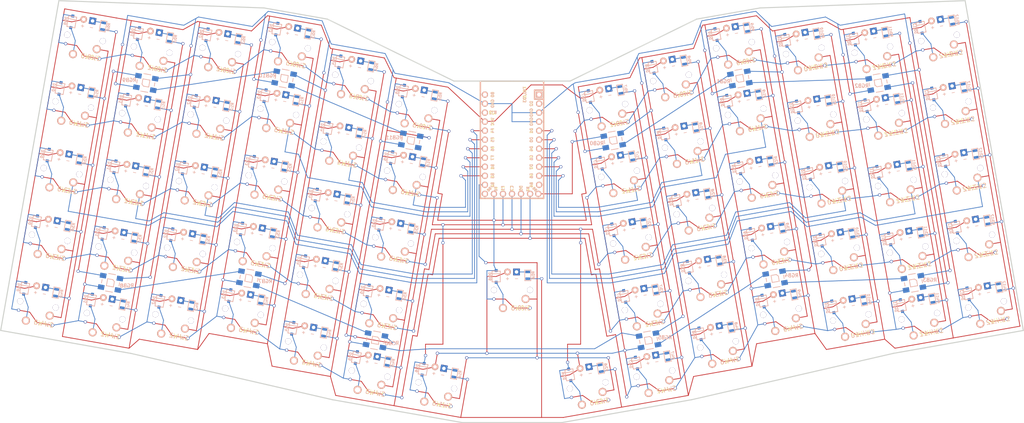
<source format=kicad_pcb>
(kicad_pcb (version 3) (host pcbnew "(2014-02-26 BZR 4721)-product")
  (title_block (date "16 oct 2014"))
  (layers (15 Front signal) (0 Back signal) (18 B.Paste user) (19 F.Paste user) (20 B.SilkS user) (21 F.SilkS user) (22 B.Mask user) (23 F.Mask user) (28 Edge.Cuts user))
  (net 0 "")
  (net 1 N-5V-0)
  (net 2 N-GND-0)
  (net 3 N-MOSFET-0)
  (net 4 N-row-0)
  (net 5 N-row-1)
  (net 6 N-row-2)
  (net 7 N-row-3)
  (net 8 N-row-4)
  (net 9 N-col-0)
  (net 10 N-col-1)
  (net 11 N-col-2)
  (net 12 N-col-3)
  (net 13 N-col-4)
  (net 14 N-col-5)
  (net 15 N-col-6)
  (net 16 N-col-7)
  (net 17 N-col-8)
  (net 18 N-col-9)
  (net 19 N-col-10)
  (net 20 N-col-11)
  (net 21 N-col-12)
  (net 22 N-diode-0-0)
  (net 23 N-diode-0-1)
  (net 24 N-diode-0-2)
  (net 25 N-diode-0-3)
  (net 26 N-diode-0-4)
  (net 27 N-diode-0-5)
  (net 28 N-diode-0-6)
  (net 29 N-diode-0-7)
  (net 30 N-diode-0-8)
  (net 31 N-diode-0-9)
  (net 32 N-diode-0-10)
  (net 33 N-diode-0-11)
  (net 34 N-diode-0-12)
  (net 35 N-diode-1-0)
  (net 36 N-diode-1-1)
  (net 37 N-diode-1-2)
  (net 38 N-diode-1-3)
  (net 39 N-diode-1-4)
  (net 40 N-diode-1-5)
  (net 41 N-diode-1-6)
  (net 42 N-diode-1-7)
  (net 43 N-diode-1-8)
  (net 44 N-diode-1-9)
  (net 45 N-diode-1-10)
  (net 46 N-diode-1-11)
  (net 47 N-diode-1-12)
  (net 48 N-diode-2-0)
  (net 49 N-diode-2-1)
  (net 50 N-diode-2-2)
  (net 51 N-diode-2-3)
  (net 52 N-diode-2-4)
  (net 53 N-diode-2-5)
  (net 54 N-diode-2-6)
  (net 55 N-diode-2-7)
  (net 56 N-diode-2-8)
  (net 57 N-diode-2-9)
  (net 58 N-diode-2-10)
  (net 59 N-diode-2-11)
  (net 60 N-diode-2-12)
  (net 61 N-diode-3-0)
  (net 62 N-diode-3-1)
  (net 63 N-diode-3-2)
  (net 64 N-diode-3-3)
  (net 65 N-diode-3-4)
  (net 66 N-diode-3-5)
  (net 67 N-diode-3-7)
  (net 68 N-diode-3-8)
  (net 69 N-diode-3-9)
  (net 70 N-diode-3-10)
  (net 71 N-diode-3-11)
  (net 72 N-diode-3-12)
  (net 73 N-diode-4-0)
  (net 74 N-diode-4-1)
  (net 75 N-diode-4-2)
  (net 76 N-diode-4-3)
  (net 77 N-diode-4-4)
  (net 78 N-diode-4-5)
  (net 79 N-diode-4-7)
  (net 80 N-diode-4-8)
  (net 81 N-diode-4-9)
  (net 82 N-diode-4-10)
  (net 83 N-diode-4-11)
  (net 84 N-diode-4-12)
  (net 85 N-LED-0-0)
  (net 86 N-LED-0-1)
  (net 87 N-LED-0-2)
  (net 88 N-LED-0-3)
  (net 89 N-LED-0-4)
  (net 90 N-LED-0-5)
  (net 91 N-LED-0-6)
  (net 92 N-LED-0-7)
  (net 93 N-LED-0-8)
  (net 94 N-LED-0-9)
  (net 95 N-LED-0-10)
  (net 96 N-LED-0-11)
  (net 97 N-LED-0-12)
  (net 98 N-LED-1-0)
  (net 99 N-LED-1-1)
  (net 100 N-LED-1-2)
  (net 101 N-LED-1-3)
  (net 102 N-LED-1-4)
  (net 103 N-LED-1-5)
  (net 104 N-LED-1-6)
  (net 105 N-LED-1-7)
  (net 106 N-LED-1-8)
  (net 107 N-LED-1-9)
  (net 108 N-LED-1-10)
  (net 109 N-LED-1-11)
  (net 110 N-LED-1-12)
  (net 111 N-LED-2-0)
  (net 112 N-LED-2-1)
  (net 113 N-LED-2-2)
  (net 114 N-LED-2-3)
  (net 115 N-LED-2-4)
  (net 116 N-LED-2-5)
  (net 117 N-LED-2-6)
  (net 118 N-LED-2-7)
  (net 119 N-LED-2-8)
  (net 120 N-LED-2-9)
  (net 121 N-LED-2-10)
  (net 122 N-LED-2-11)
  (net 123 N-LED-2-12)
  (net 124 N-LED-3-0)
  (net 125 N-LED-3-1)
  (net 126 N-LED-3-2)
  (net 127 N-LED-3-3)
  (net 128 N-LED-3-4)
  (net 129 N-LED-3-5)
  (net 130 N-LED-3-7)
  (net 131 N-LED-3-8)
  (net 132 N-LED-3-9)
  (net 133 N-LED-3-10)
  (net 134 N-LED-3-11)
  (net 135 N-LED-3-12)
  (net 136 N-LED-4-0)
  (net 137 N-LED-4-1)
  (net 138 N-LED-4-2)
  (net 139 N-LED-4-3)
  (net 140 N-LED-4-4)
  (net 141 N-LED-4-5)
  (net 142 N-LED-4-7)
  (net 143 N-LED-4-8)
  (net 144 N-LED-4-9)
  (net 145 N-LED-4-10)
  (net 146 N-LED-4-11)
  (net 147 N-LED-4-12)
  (net 148 N-RGB-D0)
  (net 149 N-RGB-D1)
  (net 150 N-RGB-D2)
  (net 151 N-RGB-D3)
  (net 152 N-RGB-D4)
  (net 153 N-RGB-D5)
  (net 154 N-RGB-D6)
  (net 155 N-RGB-D7)
  (net 156 N-RGB-D8)
  (net 157 N-RGB-D9)
  (net 158 N-RGB-D10)
  (net 159 N-RGB-D11)
  (net 160 N-LED-PWM)
  (module Elite-C (layer Back) (at 175 64.95 270)
    (fp_text reference U1 hide)
    (fp_text value Elite-C hide)
    (fp_text user D2 (at -11.43 -5.461 90) (layer F.SilkS) (effects (font (size 0.8 0.8))))
    (fp_text user D0 (at -1.27 -5.461 90) (layer F.SilkS) (effects (font (size 0.8 0.8))))
    (fp_text user D1 (at -3.81 -5.461 90) (layer F.SilkS) (effects (font (size 0.8 0.8))))
    (fp_text user GND (at -6.35 -5.461 90) (layer F.SilkS) (effects (font (size 0.8 0.8))))
    (fp_text user GND (at -8.89 -5.461 90) (layer F.SilkS) (effects (font (size 0.8 0.8))))
    (fp_text user D4 (at 1.27 -5.461 90) (layer F.SilkS) (effects (font (size 0.8 0.8))))
    (fp_text user C6 (at 3.81 -5.461 90) (layer F.SilkS) (effects (font (size 0.8 0.8))))
    (fp_text user D7 (at 6.35 -5.461 90) (layer F.SilkS) (effects (font (size 0.8 0.8))))
    (fp_text user E6 (at 8.89 -5.461 90) (layer F.SilkS) (effects (font (size 0.8 0.8))))
    (fp_text user B4 (at 11.43 -5.461 90) (layer F.SilkS) (effects (font (size 0.8 0.8))))
    (fp_text user B5 (at 12.7 -6.4 135) (layer F.SilkS) (effects (font (size 0.7 0.7))))
    (fp_text user B2 (at 11.43 5.461 90) (layer B.SilkS) (effects (font (size 0.8 0.8)) (justify mirror)))
    (fp_text user B3 (at 8.89 5.461 90) (layer F.SilkS) (effects (font (size 0.8 0.8))))
    (fp_text user B1 (at 6.35 5.461 90) (layer F.SilkS) (effects (font (size 0.8 0.8))))
    (fp_text user F7 (at 3.81 5.461 90) (layer B.SilkS) (effects (font (size 0.8 0.8)) (justify mirror)))
    (fp_text user F6 (at 1.27 5.461 90) (layer B.SilkS) (effects (font (size 0.8 0.8)) (justify mirror)))
    (fp_text user F5 (at -1.27 5.461 90) (layer B.SilkS) (effects (font (size 0.8 0.8)) (justify mirror)))
    (fp_text user F4 (at -3.81 5.461 90) (layer F.SilkS) (effects (font (size 0.8 0.8))))
    (fp_text user VCC (at -6.35 5.461 90) (layer F.SilkS) (effects (font (size 0.8 0.8))))
    (fp_text user GND (at -11.43 5.461 90) (layer F.SilkS) (effects (font (size 0.8 0.8))))
    (fp_text user B0 (at -13.97 5.461 90) (layer F.SilkS) (effects (font (size 0.8 0.8))))
    (fp_text user B0 (at -13.97 5.461 90) (layer B.SilkS) (effects (font (size 0.8 0.8)) (justify mirror)))
    (fp_text user GND (at -11.43 5.461 90) (layer B.SilkS) (effects (font (size 0.8 0.8)) (justify mirror)))
    (fp_text user ST (at -8.92 5.73312 90) (layer B.SilkS) (effects (font (size 0.8 0.8)) (justify mirror)))
    (fp_text user VCC (at -6.35 5.461 90) (layer B.SilkS) (effects (font (size 0.8 0.8)) (justify mirror)))
    (fp_text user F4 (at -3.81 5.461 90) (layer B.SilkS) (effects (font (size 0.8 0.8)) (justify mirror)))
    (fp_text user F5 (at -1.27 5.461 90) (layer F.SilkS) (effects (font (size 0.8 0.8))))
    (fp_text user F6 (at 1.27 5.461 90) (layer F.SilkS) (effects (font (size 0.8 0.8))))
    (fp_text user F7 (at 3.81 5.461 90) (layer F.SilkS) (effects (font (size 0.8 0.8))))
    (fp_text user B1 (at 6.35 5.461 90) (layer B.SilkS) (effects (font (size 0.8 0.8)) (justify mirror)))
    (fp_text user B3 (at 8.89 5.461 90) (layer B.SilkS) (effects (font (size 0.8 0.8)) (justify mirror)))
    (fp_text user B2 (at 11.43 5.461 90) (layer F.SilkS) (effects (font (size 0.8 0.8))))
    (fp_text user B5 (at 12.7 -6.4 135) (layer B.SilkS) (effects (font (size 0.7 0.7)) (justify mirror)))
    (fp_text user B4 (at 11.43 -5.461 90) (layer B.SilkS) (effects (font (size 0.8 0.8)) (justify mirror)))
    (fp_text user E6 (at 8.89 -5.461 90) (layer B.SilkS) (effects (font (size 0.8 0.8)) (justify mirror)))
    (fp_text user D7 (at 6.35 -5.461 90) (layer B.SilkS) (effects (font (size 0.8 0.8)) (justify mirror)))
    (fp_text user C6 (at 3.81 -5.461 90) (layer B.SilkS) (effects (font (size 0.8 0.8)) (justify mirror)))
    (fp_text user D4 (at 1.27 -5.461 90) (layer B.SilkS) (effects (font (size 0.8 0.8)) (justify mirror)))
    (fp_text user GND (at -8.89 -5.461 90) (layer B.SilkS) (effects (font (size 0.8 0.8)) (justify mirror)))
    (fp_text user GND (at -6.35 -5.461 90) (layer B.SilkS) (effects (font (size 0.8 0.8)) (justify mirror)))
    (fp_text user D1 (at -3.81 -5.461 90) (layer B.SilkS) (effects (font (size 0.8 0.8)) (justify mirror)))
    (fp_text user D0 (at -1.27 -5.461 90) (layer B.SilkS) (effects (font (size 0.8 0.8)) (justify mirror)))
    (fp_text user D2 (at -11.43 -5.461 90) (layer B.SilkS) (effects (font (size 0.8 0.8)) (justify mirror)))
    (fp_text user TX0/D3 (at -13.97 -3.571872 90) (layer F.SilkS) (effects (font (size 0.8 0.8))))
    (fp_text user TX0/D3 (at -13.97 -3.571872 90) (layer B.SilkS) (effects (font (size 0.8 0.8)) (justify mirror)))
    (fp_text user ST (at -8.91 5.04 90) (layer F.SilkS) (effects (font (size 0.8 0.8))))
    (fp_text user B7 (at 12.6 -4.5 90) (layer B.SilkS) (effects (font (size 0.7 0.7)) (justify mirror)))
    (fp_text user B7 (at 12.6 -4.5 90) (layer F.SilkS) (effects (font (size 0.7 0.7))))
    (fp_text user F0 (at 12.6 4.5 90) (layer F.SilkS) (effects (font (size 0.7 0.7))))
    (fp_text user F0 (at 12.6 4.5 90) (layer B.SilkS) (effects (font (size 0.7 0.7)) (justify mirror)))
    (fp_text user B6 (at 12.7 6.4 45 unlocked) (layer B.SilkS) (effects (font (size 0.7 0.7)) (justify mirror)))
    (fp_text user B6 (at 12.7 6.4 45 unlocked) (layer F.SilkS) (effects (font (size 0.7 0.7))))
    (fp_text user C7 (at 12.4 0 90) (layer B.SilkS) (effects (font (size 0.8 0.8)) (justify mirror)))
    (fp_text user C7 (at 12.4 0 90) (layer F.SilkS) (effects (font (size 0.8 0.8))))
    (fp_text user F1 (at 12.4 2.54 90) (layer F.SilkS) (effects (font (size 0.8 0.8))))
    (fp_text user F1 (at 12.4 2.54 90) (layer B.SilkS) (effects (font (size 0.8 0.8)) (justify mirror)))
    (fp_text user D5 (at 12.4 -2.54 90) (layer B.SilkS) (effects (font (size 0.8 0.8)) (justify mirror)))
    (fp_text user D5 (at 12.4 -2.54 90) (layer F.SilkS) (effects (font (size 0.8 0.8))))
    (pad 1 thru_hole rect (at -13.97 -7.62 180) (size 1.7526 1.7526) (drill 1.0922) (layers *.Cu *.SilkS *.Mask))
    (pad 2 thru_hole circle (at -11.43 -7.62 180) (size 1.7526 1.7526) (drill 1.0922) (layers *.Cu *.SilkS *.Mask))
    (pad 3 thru_hole circle (at -8.89 -7.62 180) (size 1.7526 1.7526) (drill 1.0922) (layers *.Cu *.SilkS *.Mask) (net 2 N-GND-0))
    (pad 4 thru_hole circle (at -6.35 -7.62 180) (size 1.7526 1.7526) (drill 1.0922) (layers *.Cu *.SilkS *.Mask) (net 2 N-GND-0))
    (pad 5 thru_hole circle (at -3.81 -7.62 180) (size 1.7526 1.7526) (drill 1.0922) (layers *.Cu *.SilkS *.Mask) (net 21 N-col-12))
    (pad 6 thru_hole circle (at -1.27 -7.62 180) (size 1.7526 1.7526) (drill 1.0922) (layers *.Cu *.SilkS *.Mask) (net 20 N-col-11))
    (pad 7 thru_hole circle (at 1.27 -7.62 180) (size 1.7526 1.7526) (drill 1.0922) (layers *.Cu *.SilkS *.Mask) (net 19 N-col-10))
    (pad 8 thru_hole circle (at 3.81 -7.62 180) (size 1.7526 1.7526) (drill 1.0922) (layers *.Cu *.SilkS *.Mask) (net 18 N-col-9))
    (pad 9 thru_hole circle (at 6.35 -7.62 180) (size 1.7526 1.7526) (drill 1.0922) (layers *.Cu *.SilkS *.Mask) (net 17 N-col-8))
    (pad 10 thru_hole circle (at 8.89 -7.62 180) (size 1.7526 1.7526) (drill 1.0922) (layers *.Cu *.SilkS *.Mask) (net 16 N-col-7))
    (pad 11 thru_hole circle (at 11.43 -7.62 180) (size 1.7526 1.7526) (drill 1.0922) (layers *.Cu *.SilkS *.Mask))
    (pad 13 thru_hole circle (at 13.97 7.62 180) (size 1.7526 1.7526) (drill 1.0922) (layers *.Cu *.SilkS *.Mask) (net 160 N-LED-PWM))
    (pad 14 thru_hole circle (at 11.43 7.62 180) (size 1.7526 1.7526) (drill 1.0922) (layers *.Cu *.SilkS *.Mask) (net 15 N-col-6))
    (pad 15 thru_hole circle (at 8.89 7.62 180) (size 1.7526 1.7526) (drill 1.0922) (layers *.Cu *.SilkS *.Mask) (net 14 N-col-5))
    (pad 16 thru_hole circle (at 6.35 7.62 180) (size 1.7526 1.7526) (drill 1.0922) (layers *.Cu *.SilkS *.Mask) (net 13 N-col-4))
    (pad 17 thru_hole circle (at 3.81 7.62 180) (size 1.7526 1.7526) (drill 1.0922) (layers *.Cu *.SilkS *.Mask) (net 12 N-col-3))
    (pad 18 thru_hole circle (at 1.27 7.62 180) (size 1.7526 1.7526) (drill 1.0922) (layers *.Cu *.SilkS *.Mask) (net 11 N-col-2))
    (pad 19 thru_hole circle (at -1.27 7.62 180) (size 1.7526 1.7526) (drill 1.0922) (layers *.Cu *.SilkS *.Mask) (net 10 N-col-1))
    (pad 20 thru_hole circle (at -3.81 7.62 180) (size 1.7526 1.7526) (drill 1.0922) (layers *.Cu *.SilkS *.Mask) (net 9 N-col-0))
    (pad 21 thru_hole circle (at -6.35 7.62 180) (size 1.7526 1.7526) (drill 1.0922) (layers *.Cu *.SilkS *.Mask) (net 1 N-5V-0))
    (pad 22 thru_hole circle (at -8.89 7.62 180) (size 1.7526 1.7526) (drill 1.0922) (layers *.Cu *.SilkS *.Mask))
    (pad 23 thru_hole circle (at -11.43 7.62 180) (size 1.7526 1.7526) (drill 1.0922) (layers *.Cu *.SilkS *.Mask) (net 2 N-GND-0))
    (pad 12 thru_hole circle (at 13.97 -7.3914 180) (size 1.7526 1.7526) (drill 1.0922) (layers *.Cu *.SilkS *.Mask) (net 148 N-RGB-D0))
    (pad 24 thru_hole circle (at -13.97 7.62 180) (size 1.7526 1.7526) (drill 1.0922) (layers *.Cu *.SilkS *.Mask))
    (pad 29 thru_hole circle (at 13.97 5.08 180) (size 1.7526 1.7526) (drill 1.0922) (layers *.Cu *.SilkS *.Mask) (net 4 N-row-0))
    (pad 28 thru_hole circle (at 13.97 2.54 180) (size 1.7526 1.7526) (drill 1.0922) (layers *.Cu *.SilkS *.Mask) (net 5 N-row-1))
    (pad 27 thru_hole circle (at 13.97 0 180) (size 1.7526 1.7526) (drill 1.0922) (layers *.Cu *.SilkS *.Mask) (net 6 N-row-2))
    (pad 26 thru_hole circle (at 13.97 -2.54 180) (size 1.7526 1.7526) (drill 1.0922) (layers *.Cu *.SilkS *.Mask) (net 7 N-row-3))
    (pad 25 thru_hole circle (at 13.97 -5.08 180) (size 1.7526 1.7526) (drill 1.0922) (layers *.Cu *.SilkS *.Mask) (net 8 N-row-4))
  )
  (gr_line (start 175 47.17) (end 191.334 47.17) (angle 90) (layer Edge.Cuts) (width 0.3))
  (gr_line (start 191.334 47.17) (end 226.945 29.721) (angle 90) (layer Edge.Cuts) (width 0.3))
  (gr_line (start 226.945 29.721) (end 244.77 26.578) (angle 90) (layer Edge.Cuts) (width 0.3))
  (gr_line (start 244.77 26.578) (end 302.441 24.533) (angle 90) (layer Edge.Cuts) (width 0.3))
  (gr_line (start 302.441 24.533) (end 318.816 117.4) (angle 90) (layer Edge.Cuts) (width 0.3))
  (gr_line (start 318.816 117.4) (end 282.23 123.851) (angle 90) (layer Edge.Cuts) (width 0.3))
  (gr_line (start 282.23 123.851) (end 225.534 136.895) (angle 90) (layer Edge.Cuts) (width 0.3))
  (gr_line (start 225.534 136.895) (end 188.948 143.346) (angle 90) (layer Edge.Cuts) (width 0.3))
  (gr_line (start 188.948 143.346) (end 161.052 143.346) (angle 90) (layer Edge.Cuts) (width 0.3))
  (gr_line (start 161.052 143.346) (end 124.466 136.895) (angle 90) (layer Edge.Cuts) (width 0.3))
  (gr_line (start 124.466 136.895) (end 67.77 123.851) (angle 90) (layer Edge.Cuts) (width 0.3))
  (gr_line (start 67.77 123.851) (end 31.184 117.4) (angle 90) (layer Edge.Cuts) (width 0.3))
  (gr_line (start 31.184 117.4) (end 47.559 24.533) (angle 90) (layer Edge.Cuts) (width 0.3))
  (gr_line (start 47.559 24.533) (end 105.23 26.578) (angle 90) (layer Edge.Cuts) (width 0.3))
  (gr_line (start 105.23 26.578) (end 123.055 29.721) (angle 90) (layer Edge.Cuts) (width 0.3))
  (gr_line (start 123.055 29.721) (end 158.666 47.17) (angle 90) (layer Edge.Cuts) (width 0.3))
  (gr_line (start 158.666 47.17) (end 175 47.17) (angle 90) (layer Edge.Cuts) (width 0.3))
  (module MX (layer F.Cu) (at 54.9 35.017 -10)
    (fp_text reference "" (at 0 0 -10) (layer F.SilkS) (effects (font (size 1.27 1.27))))
    (fp_text value "" (at 0 0 -10) (layer F.SilkS) (effects (font (size 1.27 1.27))))
    (fp_text user SW0:0 (at 2.54 5.08 -10) (layer F.SilkS) (effects (font (size 1.27 1.27))))
    (fp_text user SW0:0 (at 2.54 5.08 -10) (layer B.SilkS) (effects (font (size 1.27 1.27)) (justify mirror)))
    (fp_text user - (at 1.27 -3.25 -10) (layer B.SilkS) (effects (justify mirror)))
    (fp_text user + (at -1.27 -3.25 -10) (layer B.SilkS) (effects (justify mirror)))
    (fp_text user R0:0 (at 6 -4.13 80) (layer B.SilkS) (effects (font (size 0.7 0.7)) (justify mirror)))
    (fp_text user D0:0 (at -6.195 -3.81 80) (layer B.SilkS) (effects (font (size 0.7 0.7)) (justify mirror)))
    (pad 0 np_thru_hole circle (at 0 0 -10) (size 3.9878 3.9878) (drill 3.9878) (layers *.Cu))
    (pad 0 thru_hole circle (at 5.08 0 -10) (size 1.7018 1.7018) (drill 1.7018) (layers *.Cu))
    (pad 0 thru_hole circle (at -5.08 0 -10) (size 1.7018 1.7018) (drill 1.7018) (layers *.Cu))
    (pad 1 thru_hole circle (at -2.54 5.08 -10) (size 2.286 2.286) (drill 1.4986) (layers *.Cu *.SilkS *.Mask) (net 22 N-diode-0-0))
    (pad 2 thru_hole circle (at 3.81 2.54 -10) (size 2.286 2.286) (drill 1.4986) (layers *.Cu *.SilkS *.Mask) (net 9 N-col-0))
    (pad 1 thru_hole rect (at 1.27 -5.08 -10) (size 1.905 1.905) (drill 0.9906) (layers *.Cu *.Mask) (net 85 N-LED-0-0))
    (pad 2 thru_hole circle (at -1.27 -5.08 -10) (size 1.905 1.905) (drill 0.9906) (layers *.Cu *.SilkS *.Mask) (net 1 N-5V-0))
    (pad 1 smd rect (at 4.445 -5.08 -10) (size 1.3 0.7) (layers B.Cu B.Paste B.Mask) (clearance 0.1) (net 85 N-LED-0-0))
    (pad 2 smd rect (at 4.445 -3.18 -10) (size 1.3 0.7) (layers B.Cu B.Paste B.Mask) (clearance 0.1) (net 3 N-MOSFET-0))
    (pad 1 smd rect (at -4.445 -2.146 -10) (size 0.8382 0.8382) (layers B.Cu B.Paste B.Mask) (net 22 N-diode-0-0))
    (pad 2 smd rect (at -4.445 -5.474 -10) (size 0.8382 0.8382) (layers B.Cu B.Paste B.Mask) (net 4 N-row-0))
  )
  (module MX (layer F.Cu) (at 73.661 38.325 -10)
    (fp_text reference "" (at 0 0 -10) (layer F.SilkS) (effects (font (size 1.27 1.27))))
    (fp_text value "" (at 0 0 -10) (layer F.SilkS) (effects (font (size 1.27 1.27))))
    (fp_text user SW0:1 (at 2.54 5.08 -10) (layer F.SilkS) (effects (font (size 1.27 1.27))))
    (fp_text user SW0:1 (at 2.54 5.08 -10) (layer B.SilkS) (effects (font (size 1.27 1.27)) (justify mirror)))
    (fp_text user - (at 1.27 -3.25 -10) (layer B.SilkS) (effects (justify mirror)))
    (fp_text user + (at -1.27 -3.25 -10) (layer B.SilkS) (effects (justify mirror)))
    (fp_text user R0:1 (at 6 -4.13 80) (layer B.SilkS) (effects (font (size 0.7 0.7)) (justify mirror)))
    (fp_text user D0:1 (at -6.195 -3.81 80) (layer B.SilkS) (effects (font (size 0.7 0.7)) (justify mirror)))
    (pad 0 np_thru_hole circle (at 0 0 -10) (size 3.9878 3.9878) (drill 3.9878) (layers *.Cu))
    (pad 0 thru_hole circle (at 5.08 0 -10) (size 1.7018 1.7018) (drill 1.7018) (layers *.Cu))
    (pad 0 thru_hole circle (at -5.08 0 -10) (size 1.7018 1.7018) (drill 1.7018) (layers *.Cu))
    (pad 1 thru_hole circle (at -2.54 5.08 -10) (size 2.286 2.286) (drill 1.4986) (layers *.Cu *.SilkS *.Mask) (net 23 N-diode-0-1))
    (pad 2 thru_hole circle (at 3.81 2.54 -10) (size 2.286 2.286) (drill 1.4986) (layers *.Cu *.SilkS *.Mask) (net 10 N-col-1))
    (pad 1 thru_hole rect (at 1.27 -5.08 -10) (size 1.905 1.905) (drill 0.9906) (layers *.Cu *.Mask) (net 86 N-LED-0-1))
    (pad 2 thru_hole circle (at -1.27 -5.08 -10) (size 1.905 1.905) (drill 0.9906) (layers *.Cu *.SilkS *.Mask) (net 1 N-5V-0))
    (pad 1 smd rect (at 4.445 -5.08 -10) (size 1.3 0.7) (layers B.Cu B.Paste B.Mask) (clearance 0.1) (net 86 N-LED-0-1))
    (pad 2 smd rect (at 4.445 -3.18 -10) (size 1.3 0.7) (layers B.Cu B.Paste B.Mask) (clearance 0.1) (net 3 N-MOSFET-0))
    (pad 1 smd rect (at -4.445 -2.146 -10) (size 0.8382 0.8382) (layers B.Cu B.Paste B.Mask) (net 23 N-diode-0-1))
    (pad 2 smd rect (at -4.445 -5.474 -10) (size 0.8382 0.8382) (layers B.Cu B.Paste B.Mask) (net 4 N-row-0))
  )
  (module MX (layer F.Cu) (at 92.942 38.678 -10)
    (fp_text reference "" (at 0 0 -10) (layer F.SilkS) (effects (font (size 1.27 1.27))))
    (fp_text value "" (at 0 0 -10) (layer F.SilkS) (effects (font (size 1.27 1.27))))
    (fp_text user SW0:2 (at 2.54 5.08 -10) (layer F.SilkS) (effects (font (size 1.27 1.27))))
    (fp_text user SW0:2 (at 2.54 5.08 -10) (layer B.SilkS) (effects (font (size 1.27 1.27)) (justify mirror)))
    (fp_text user - (at 1.27 -3.25 -10) (layer B.SilkS) (effects (justify mirror)))
    (fp_text user + (at -1.27 -3.25 -10) (layer B.SilkS) (effects (justify mirror)))
    (fp_text user R0:2 (at 6 -4.13 80) (layer B.SilkS) (effects (font (size 0.7 0.7)) (justify mirror)))
    (fp_text user D0:2 (at -6.195 -3.81 80) (layer B.SilkS) (effects (font (size 0.7 0.7)) (justify mirror)))
    (pad 0 np_thru_hole circle (at 0 0 -10) (size 3.9878 3.9878) (drill 3.9878) (layers *.Cu))
    (pad 0 thru_hole circle (at 5.08 0 -10) (size 1.7018 1.7018) (drill 1.7018) (layers *.Cu))
    (pad 0 thru_hole circle (at -5.08 0 -10) (size 1.7018 1.7018) (drill 1.7018) (layers *.Cu))
    (pad 1 thru_hole circle (at -2.54 5.08 -10) (size 2.286 2.286) (drill 1.4986) (layers *.Cu *.SilkS *.Mask) (net 24 N-diode-0-2))
    (pad 2 thru_hole circle (at 3.81 2.54 -10) (size 2.286 2.286) (drill 1.4986) (layers *.Cu *.SilkS *.Mask) (net 11 N-col-2))
    (pad 1 thru_hole rect (at 1.27 -5.08 -10) (size 1.905 1.905) (drill 0.9906) (layers *.Cu *.Mask) (net 87 N-LED-0-2))
    (pad 2 thru_hole circle (at -1.27 -5.08 -10) (size 1.905 1.905) (drill 0.9906) (layers *.Cu *.SilkS *.Mask) (net 1 N-5V-0))
    (pad 1 smd rect (at 4.445 -5.08 -10) (size 1.3 0.7) (layers B.Cu B.Paste B.Mask) (clearance 0.1) (net 87 N-LED-0-2))
    (pad 2 smd rect (at 4.445 -3.18 -10) (size 1.3 0.7) (layers B.Cu B.Paste B.Mask) (clearance 0.1) (net 3 N-MOSFET-0))
    (pad 1 smd rect (at -4.445 -2.146 -10) (size 0.8382 0.8382) (layers B.Cu B.Paste B.Mask) (net 24 N-diode-0-2))
    (pad 2 smd rect (at -4.445 -5.474 -10) (size 0.8382 0.8382) (layers B.Cu B.Paste B.Mask) (net 4 N-row-0))
  )
  (module MX (layer F.Cu) (at 112.571 37.062 -10)
    (fp_text reference "" (at 0 0 -10) (layer F.SilkS) (effects (font (size 1.27 1.27))))
    (fp_text value "" (at 0 0 -10) (layer F.SilkS) (effects (font (size 1.27 1.27))))
    (fp_text user SW0:3 (at 2.54 5.08 -10) (layer F.SilkS) (effects (font (size 1.27 1.27))))
    (fp_text user SW0:3 (at 2.54 5.08 -10) (layer B.SilkS) (effects (font (size 1.27 1.27)) (justify mirror)))
    (fp_text user - (at 1.27 -3.25 -10) (layer B.SilkS) (effects (justify mirror)))
    (fp_text user + (at -1.27 -3.25 -10) (layer B.SilkS) (effects (justify mirror)))
    (fp_text user R0:3 (at 6 -4.13 80) (layer B.SilkS) (effects (font (size 0.7 0.7)) (justify mirror)))
    (fp_text user D0:3 (at -6.195 -3.81 80) (layer B.SilkS) (effects (font (size 0.7 0.7)) (justify mirror)))
    (pad 0 np_thru_hole circle (at 0 0 -10) (size 3.9878 3.9878) (drill 3.9878) (layers *.Cu))
    (pad 0 thru_hole circle (at 5.08 0 -10) (size 1.7018 1.7018) (drill 1.7018) (layers *.Cu))
    (pad 0 thru_hole circle (at -5.08 0 -10) (size 1.7018 1.7018) (drill 1.7018) (layers *.Cu))
    (pad 1 thru_hole circle (at -2.54 5.08 -10) (size 2.286 2.286) (drill 1.4986) (layers *.Cu *.SilkS *.Mask) (net 25 N-diode-0-3))
    (pad 2 thru_hole circle (at 3.81 2.54 -10) (size 2.286 2.286) (drill 1.4986) (layers *.Cu *.SilkS *.Mask) (net 12 N-col-3))
    (pad 1 thru_hole rect (at 1.27 -5.08 -10) (size 1.905 1.905) (drill 0.9906) (layers *.Cu *.Mask) (net 88 N-LED-0-3))
    (pad 2 thru_hole circle (at -1.27 -5.08 -10) (size 1.905 1.905) (drill 0.9906) (layers *.Cu *.SilkS *.Mask) (net 1 N-5V-0))
    (pad 1 smd rect (at 4.445 -5.08 -10) (size 1.3 0.7) (layers B.Cu B.Paste B.Mask) (clearance 0.1) (net 88 N-LED-0-3))
    (pad 2 smd rect (at 4.445 -3.18 -10) (size 1.3 0.7) (layers B.Cu B.Paste B.Mask) (clearance 0.1) (net 3 N-MOSFET-0))
    (pad 1 smd rect (at -4.445 -2.146 -10) (size 0.8382 0.8382) (layers B.Cu B.Paste B.Mask) (net 25 N-diode-0-3))
    (pad 2 smd rect (at -4.445 -5.474 -10) (size 0.8382 0.8382) (layers B.Cu B.Paste B.Mask) (net 4 N-row-0))
  )
  (module MX (layer F.Cu) (at 130.29 46.279 -10)
    (fp_text reference "" (at 0 0 -10) (layer F.SilkS) (effects (font (size 1.27 1.27))))
    (fp_text value "" (at 0 0 -10) (layer F.SilkS) (effects (font (size 1.27 1.27))))
    (fp_text user SW0:4 (at 2.54 5.08 -10) (layer F.SilkS) (effects (font (size 1.27 1.27))))
    (fp_text user SW0:4 (at 2.54 5.08 -10) (layer B.SilkS) (effects (font (size 1.27 1.27)) (justify mirror)))
    (fp_text user - (at 1.27 -3.25 -10) (layer B.SilkS) (effects (justify mirror)))
    (fp_text user + (at -1.27 -3.25 -10) (layer B.SilkS) (effects (justify mirror)))
    (fp_text user R0:4 (at 6 -4.13 80) (layer B.SilkS) (effects (font (size 0.7 0.7)) (justify mirror)))
    (fp_text user D0:4 (at -6.195 -3.81 80) (layer B.SilkS) (effects (font (size 0.7 0.7)) (justify mirror)))
    (pad 0 np_thru_hole circle (at 0 0 -10) (size 3.9878 3.9878) (drill 3.9878) (layers *.Cu))
    (pad 0 thru_hole circle (at 5.08 0 -10) (size 1.7018 1.7018) (drill 1.7018) (layers *.Cu))
    (pad 0 thru_hole circle (at -5.08 0 -10) (size 1.7018 1.7018) (drill 1.7018) (layers *.Cu))
    (pad 1 thru_hole circle (at -2.54 5.08 -10) (size 2.286 2.286) (drill 1.4986) (layers *.Cu *.SilkS *.Mask) (net 26 N-diode-0-4))
    (pad 2 thru_hole circle (at 3.81 2.54 -10) (size 2.286 2.286) (drill 1.4986) (layers *.Cu *.SilkS *.Mask) (net 13 N-col-4))
    (pad 1 thru_hole rect (at 1.27 -5.08 -10) (size 1.905 1.905) (drill 0.9906) (layers *.Cu *.Mask) (net 89 N-LED-0-4))
    (pad 2 thru_hole circle (at -1.27 -5.08 -10) (size 1.905 1.905) (drill 0.9906) (layers *.Cu *.SilkS *.Mask) (net 1 N-5V-0))
    (pad 1 smd rect (at 4.445 -5.08 -10) (size 1.3 0.7) (layers B.Cu B.Paste B.Mask) (clearance 0.1) (net 89 N-LED-0-4))
    (pad 2 smd rect (at 4.445 -3.18 -10) (size 1.3 0.7) (layers B.Cu B.Paste B.Mask) (clearance 0.1) (net 3 N-MOSFET-0))
    (pad 1 smd rect (at -4.445 -2.146 -10) (size 0.8382 0.8382) (layers B.Cu B.Paste B.Mask) (net 26 N-diode-0-4))
    (pad 2 smd rect (at -4.445 -5.474 -10) (size 0.8382 0.8382) (layers B.Cu B.Paste B.Mask) (net 4 N-row-0))
  )
  (module MX (layer F.Cu) (at 148.182 54.511 -10)
    (fp_text reference "" (at 0 0 -10) (layer F.SilkS) (effects (font (size 1.27 1.27))))
    (fp_text value "" (at 0 0 -10) (layer F.SilkS) (effects (font (size 1.27 1.27))))
    (fp_text user SW0:5 (at 2.54 5.08 -10) (layer F.SilkS) (effects (font (size 1.27 1.27))))
    (fp_text user SW0:5 (at 2.54 5.08 -10) (layer B.SilkS) (effects (font (size 1.27 1.27)) (justify mirror)))
    (fp_text user - (at 1.27 -3.25 -10) (layer B.SilkS) (effects (justify mirror)))
    (fp_text user + (at -1.27 -3.25 -10) (layer B.SilkS) (effects (justify mirror)))
    (fp_text user R0:5 (at 6 -4.13 80) (layer B.SilkS) (effects (font (size 0.7 0.7)) (justify mirror)))
    (fp_text user D0:5 (at -6.195 -3.81 80) (layer B.SilkS) (effects (font (size 0.7 0.7)) (justify mirror)))
    (pad 0 np_thru_hole circle (at 0 0 -10) (size 3.9878 3.9878) (drill 3.9878) (layers *.Cu))
    (pad 0 thru_hole circle (at 5.08 0 -10) (size 1.7018 1.7018) (drill 1.7018) (layers *.Cu))
    (pad 0 thru_hole circle (at -5.08 0 -10) (size 1.7018 1.7018) (drill 1.7018) (layers *.Cu))
    (pad 1 thru_hole circle (at -2.54 5.08 -10) (size 2.286 2.286) (drill 1.4986) (layers *.Cu *.SilkS *.Mask) (net 27 N-diode-0-5))
    (pad 2 thru_hole circle (at 3.81 2.54 -10) (size 2.286 2.286) (drill 1.4986) (layers *.Cu *.SilkS *.Mask) (net 14 N-col-5))
    (pad 1 thru_hole rect (at 1.27 -5.08 -10) (size 1.905 1.905) (drill 0.9906) (layers *.Cu *.Mask) (net 90 N-LED-0-5))
    (pad 2 thru_hole circle (at -1.27 -5.08 -10) (size 1.905 1.905) (drill 0.9906) (layers *.Cu *.SilkS *.Mask) (net 1 N-5V-0))
    (pad 1 smd rect (at 4.445 -5.08 -10) (size 1.3 0.7) (layers B.Cu B.Paste B.Mask) (clearance 0.1) (net 90 N-LED-0-5))
    (pad 2 smd rect (at 4.445 -3.18 -10) (size 1.3 0.7) (layers B.Cu B.Paste B.Mask) (clearance 0.1) (net 3 N-MOSFET-0))
    (pad 1 smd rect (at -4.445 -2.146 -10) (size 0.8382 0.8382) (layers B.Cu B.Paste B.Mask) (net 27 N-diode-0-5))
    (pad 2 smd rect (at -4.445 -5.474 -10) (size 0.8382 0.8382) (layers B.Cu B.Paste B.Mask) (net 4 N-row-0))
  )
  (module MX (layer F.Cu) (at 175 106 0)
    (fp_text reference "" (at 0 0 0) (layer F.SilkS) (effects (font (size 1.27 1.27))))
    (fp_text value "" (at 0 0 0) (layer F.SilkS) (effects (font (size 1.27 1.27))))
    (fp_text user SW0:6 (at 2.54 5.08 0) (layer F.SilkS) (effects (font (size 1.27 1.27))))
    (fp_text user SW0:6 (at 2.54 5.08 0) (layer B.SilkS) (effects (font (size 1.27 1.27)) (justify mirror)))
    (fp_text user - (at 1.27 -3.25 0) (layer B.SilkS) (effects (justify mirror)))
    (fp_text user + (at -1.27 -3.25 0) (layer B.SilkS) (effects (justify mirror)))
    (fp_text user R0:6 (at 6 -4.13 90) (layer B.SilkS) (effects (font (size 0.7 0.7)) (justify mirror)))
    (fp_text user D0:6 (at -6.195 -3.81 90) (layer B.SilkS) (effects (font (size 0.7 0.7)) (justify mirror)))
    (pad 0 np_thru_hole circle (at 0 0 0) (size 3.9878 3.9878) (drill 3.9878) (layers *.Cu))
    (pad 0 thru_hole circle (at 5.08 0 0) (size 1.7018 1.7018) (drill 1.7018) (layers *.Cu))
    (pad 0 thru_hole circle (at -5.08 0 0) (size 1.7018 1.7018) (drill 1.7018) (layers *.Cu))
    (pad 1 thru_hole circle (at -2.54 5.08 0) (size 2.286 2.286) (drill 1.4986) (layers *.Cu *.SilkS *.Mask) (net 28 N-diode-0-6))
    (pad 2 thru_hole circle (at 3.81 2.54 0) (size 2.286 2.286) (drill 1.4986) (layers *.Cu *.SilkS *.Mask) (net 15 N-col-6))
    (pad 1 thru_hole rect (at 1.27 -5.08 0) (size 1.905 1.905) (drill 0.9906) (layers *.Cu *.Mask) (net 91 N-LED-0-6))
    (pad 2 thru_hole circle (at -1.27 -5.08 0) (size 1.905 1.905) (drill 0.9906) (layers *.Cu *.SilkS *.Mask) (net 1 N-5V-0))
    (pad 1 smd rect (at 4.445 -5.08 0) (size 1.3 0.7) (layers B.Cu B.Paste B.Mask) (clearance 0.1) (net 91 N-LED-0-6))
    (pad 2 smd rect (at 4.445 -3.18 0) (size 1.3 0.7) (layers B.Cu B.Paste B.Mask) (clearance 0.1) (net 3 N-MOSFET-0))
    (pad 1 smd rect (at -4.445 -2.146 0) (size 0.8382 0.8382) (layers B.Cu B.Paste B.Mask) (net 28 N-diode-0-6))
    (pad 2 smd rect (at -4.445 -5.474 0) (size 0.8382 0.8382) (layers B.Cu B.Paste B.Mask) (net 4 N-row-0))
  )
  (module MX (layer F.Cu) (at 201.818 54.511 10)
    (fp_text reference "" (at 0 0 10) (layer F.SilkS) (effects (font (size 1.27 1.27))))
    (fp_text value "" (at 0 0 10) (layer F.SilkS) (effects (font (size 1.27 1.27))))
    (fp_text user SW0:7 (at 2.54 5.08 10) (layer F.SilkS) (effects (font (size 1.27 1.27))))
    (fp_text user SW0:7 (at 2.54 5.08 10) (layer B.SilkS) (effects (font (size 1.27 1.27)) (justify mirror)))
    (fp_text user - (at 1.27 -3.25 10) (layer B.SilkS) (effects (justify mirror)))
    (fp_text user + (at -1.27 -3.25 10) (layer B.SilkS) (effects (justify mirror)))
    (fp_text user R0:7 (at 6 -4.13 100) (layer B.SilkS) (effects (font (size 0.7 0.7)) (justify mirror)))
    (fp_text user D0:7 (at -6.195 -3.81 100) (layer B.SilkS) (effects (font (size 0.7 0.7)) (justify mirror)))
    (pad 0 np_thru_hole circle (at 0 0 10) (size 3.9878 3.9878) (drill 3.9878) (layers *.Cu))
    (pad 0 thru_hole circle (at 5.08 0 10) (size 1.7018 1.7018) (drill 1.7018) (layers *.Cu))
    (pad 0 thru_hole circle (at -5.08 0 10) (size 1.7018 1.7018) (drill 1.7018) (layers *.Cu))
    (pad 1 thru_hole circle (at -2.54 5.08 10) (size 2.286 2.286) (drill 1.4986) (layers *.Cu *.SilkS *.Mask) (net 29 N-diode-0-7))
    (pad 2 thru_hole circle (at 3.81 2.54 10) (size 2.286 2.286) (drill 1.4986) (layers *.Cu *.SilkS *.Mask) (net 16 N-col-7))
    (pad 1 thru_hole rect (at 1.27 -5.08 10) (size 1.905 1.905) (drill 0.9906) (layers *.Cu *.Mask) (net 92 N-LED-0-7))
    (pad 2 thru_hole circle (at -1.27 -5.08 10) (size 1.905 1.905) (drill 0.9906) (layers *.Cu *.SilkS *.Mask) (net 1 N-5V-0))
    (pad 1 smd rect (at 4.445 -5.08 10) (size 1.3 0.7) (layers B.Cu B.Paste B.Mask) (clearance 0.1) (net 92 N-LED-0-7))
    (pad 2 smd rect (at 4.445 -3.18 10) (size 1.3 0.7) (layers B.Cu B.Paste B.Mask) (clearance 0.1) (net 3 N-MOSFET-0))
    (pad 1 smd rect (at -4.445 -2.146 10) (size 0.8382 0.8382) (layers B.Cu B.Paste B.Mask) (net 29 N-diode-0-7))
    (pad 2 smd rect (at -4.445 -5.474 10) (size 0.8382 0.8382) (layers B.Cu B.Paste B.Mask) (net 4 N-row-0))
  )
  (module MX (layer F.Cu) (at 219.71 46.279 10)
    (fp_text reference "" (at 0 0 10) (layer F.SilkS) (effects (font (size 1.27 1.27))))
    (fp_text value "" (at 0 0 10) (layer F.SilkS) (effects (font (size 1.27 1.27))))
    (fp_text user SW0:8 (at 2.54 5.08 10) (layer F.SilkS) (effects (font (size 1.27 1.27))))
    (fp_text user SW0:8 (at 2.54 5.08 10) (layer B.SilkS) (effects (font (size 1.27 1.27)) (justify mirror)))
    (fp_text user - (at 1.27 -3.25 10) (layer B.SilkS) (effects (justify mirror)))
    (fp_text user + (at -1.27 -3.25 10) (layer B.SilkS) (effects (justify mirror)))
    (fp_text user R0:8 (at 6 -4.13 100) (layer B.SilkS) (effects (font (size 0.7 0.7)) (justify mirror)))
    (fp_text user D0:8 (at -6.195 -3.81 100) (layer B.SilkS) (effects (font (size 0.7 0.7)) (justify mirror)))
    (pad 0 np_thru_hole circle (at 0 0 10) (size 3.9878 3.9878) (drill 3.9878) (layers *.Cu))
    (pad 0 thru_hole circle (at 5.08 0 10) (size 1.7018 1.7018) (drill 1.7018) (layers *.Cu))
    (pad 0 thru_hole circle (at -5.08 0 10) (size 1.7018 1.7018) (drill 1.7018) (layers *.Cu))
    (pad 1 thru_hole circle (at -2.54 5.08 10) (size 2.286 2.286) (drill 1.4986) (layers *.Cu *.SilkS *.Mask) (net 30 N-diode-0-8))
    (pad 2 thru_hole circle (at 3.81 2.54 10) (size 2.286 2.286) (drill 1.4986) (layers *.Cu *.SilkS *.Mask) (net 17 N-col-8))
    (pad 1 thru_hole rect (at 1.27 -5.08 10) (size 1.905 1.905) (drill 0.9906) (layers *.Cu *.Mask) (net 93 N-LED-0-8))
    (pad 2 thru_hole circle (at -1.27 -5.08 10) (size 1.905 1.905) (drill 0.9906) (layers *.Cu *.SilkS *.Mask) (net 1 N-5V-0))
    (pad 1 smd rect (at 4.445 -5.08 10) (size 1.3 0.7) (layers B.Cu B.Paste B.Mask) (clearance 0.1) (net 93 N-LED-0-8))
    (pad 2 smd rect (at 4.445 -3.18 10) (size 1.3 0.7) (layers B.Cu B.Paste B.Mask) (clearance 0.1) (net 3 N-MOSFET-0))
    (pad 1 smd rect (at -4.445 -2.146 10) (size 0.8382 0.8382) (layers B.Cu B.Paste B.Mask) (net 30 N-diode-0-8))
    (pad 2 smd rect (at -4.445 -5.474 10) (size 0.8382 0.8382) (layers B.Cu B.Paste B.Mask) (net 4 N-row-0))
  )
  (module MX (layer F.Cu) (at 237.429 37.062 10)
    (fp_text reference "" (at 0 0 10) (layer F.SilkS) (effects (font (size 1.27 1.27))))
    (fp_text value "" (at 0 0 10) (layer F.SilkS) (effects (font (size 1.27 1.27))))
    (fp_text user SW0:9 (at 2.54 5.08 10) (layer F.SilkS) (effects (font (size 1.27 1.27))))
    (fp_text user SW0:9 (at 2.54 5.08 10) (layer B.SilkS) (effects (font (size 1.27 1.27)) (justify mirror)))
    (fp_text user - (at 1.27 -3.25 10) (layer B.SilkS) (effects (justify mirror)))
    (fp_text user + (at -1.27 -3.25 10) (layer B.SilkS) (effects (justify mirror)))
    (fp_text user R0:9 (at 6 -4.13 100) (layer B.SilkS) (effects (font (size 0.7 0.7)) (justify mirror)))
    (fp_text user D0:9 (at -6.195 -3.81 100) (layer B.SilkS) (effects (font (size 0.7 0.7)) (justify mirror)))
    (pad 0 np_thru_hole circle (at 0 0 10) (size 3.9878 3.9878) (drill 3.9878) (layers *.Cu))
    (pad 0 thru_hole circle (at 5.08 0 10) (size 1.7018 1.7018) (drill 1.7018) (layers *.Cu))
    (pad 0 thru_hole circle (at -5.08 0 10) (size 1.7018 1.7018) (drill 1.7018) (layers *.Cu))
    (pad 1 thru_hole circle (at -2.54 5.08 10) (size 2.286 2.286) (drill 1.4986) (layers *.Cu *.SilkS *.Mask) (net 31 N-diode-0-9))
    (pad 2 thru_hole circle (at 3.81 2.54 10) (size 2.286 2.286) (drill 1.4986) (layers *.Cu *.SilkS *.Mask) (net 18 N-col-9))
    (pad 1 thru_hole rect (at 1.27 -5.08 10) (size 1.905 1.905) (drill 0.9906) (layers *.Cu *.Mask) (net 94 N-LED-0-9))
    (pad 2 thru_hole circle (at -1.27 -5.08 10) (size 1.905 1.905) (drill 0.9906) (layers *.Cu *.SilkS *.Mask) (net 1 N-5V-0))
    (pad 1 smd rect (at 4.445 -5.08 10) (size 1.3 0.7) (layers B.Cu B.Paste B.Mask) (clearance 0.1) (net 94 N-LED-0-9))
    (pad 2 smd rect (at 4.445 -3.18 10) (size 1.3 0.7) (layers B.Cu B.Paste B.Mask) (clearance 0.1) (net 3 N-MOSFET-0))
    (pad 1 smd rect (at -4.445 -2.146 10) (size 0.8382 0.8382) (layers B.Cu B.Paste B.Mask) (net 31 N-diode-0-9))
    (pad 2 smd rect (at -4.445 -5.474 10) (size 0.8382 0.8382) (layers B.Cu B.Paste B.Mask) (net 4 N-row-0))
  )
  (module MX (layer F.Cu) (at 257.058 38.678 10)
    (fp_text reference "" (at 0 0 10) (layer F.SilkS) (effects (font (size 1.27 1.27))))
    (fp_text value "" (at 0 0 10) (layer F.SilkS) (effects (font (size 1.27 1.27))))
    (fp_text user SW0:10 (at 2.54 5.08 10) (layer F.SilkS) (effects (font (size 1.27 1.27))))
    (fp_text user SW0:10 (at 2.54 5.08 10) (layer B.SilkS) (effects (font (size 1.27 1.27)) (justify mirror)))
    (fp_text user - (at 1.27 -3.25 10) (layer B.SilkS) (effects (justify mirror)))
    (fp_text user + (at -1.27 -3.25 10) (layer B.SilkS) (effects (justify mirror)))
    (fp_text user R0:10 (at 6 -4.13 100) (layer B.SilkS) (effects (font (size 0.7 0.7)) (justify mirror)))
    (fp_text user D0:10 (at -6.195 -3.81 100) (layer B.SilkS) (effects (font (size 0.7 0.7)) (justify mirror)))
    (pad 0 np_thru_hole circle (at 0 0 10) (size 3.9878 3.9878) (drill 3.9878) (layers *.Cu))
    (pad 0 thru_hole circle (at 5.08 0 10) (size 1.7018 1.7018) (drill 1.7018) (layers *.Cu))
    (pad 0 thru_hole circle (at -5.08 0 10) (size 1.7018 1.7018) (drill 1.7018) (layers *.Cu))
    (pad 1 thru_hole circle (at -2.54 5.08 10) (size 2.286 2.286) (drill 1.4986) (layers *.Cu *.SilkS *.Mask) (net 32 N-diode-0-10))
    (pad 2 thru_hole circle (at 3.81 2.54 10) (size 2.286 2.286) (drill 1.4986) (layers *.Cu *.SilkS *.Mask) (net 19 N-col-10))
    (pad 1 thru_hole rect (at 1.27 -5.08 10) (size 1.905 1.905) (drill 0.9906) (layers *.Cu *.Mask) (net 95 N-LED-0-10))
    (pad 2 thru_hole circle (at -1.27 -5.08 10) (size 1.905 1.905) (drill 0.9906) (layers *.Cu *.SilkS *.Mask) (net 1 N-5V-0))
    (pad 1 smd rect (at 4.445 -5.08 10) (size 1.3 0.7) (layers B.Cu B.Paste B.Mask) (clearance 0.1) (net 95 N-LED-0-10))
    (pad 2 smd rect (at 4.445 -3.18 10) (size 1.3 0.7) (layers B.Cu B.Paste B.Mask) (clearance 0.1) (net 3 N-MOSFET-0))
    (pad 1 smd rect (at -4.445 -2.146 10) (size 0.8382 0.8382) (layers B.Cu B.Paste B.Mask) (net 32 N-diode-0-10))
    (pad 2 smd rect (at -4.445 -5.474 10) (size 0.8382 0.8382) (layers B.Cu B.Paste B.Mask) (net 4 N-row-0))
  )
  (module MX (layer F.Cu) (at 276.339 38.325 10)
    (fp_text reference "" (at 0 0 10) (layer F.SilkS) (effects (font (size 1.27 1.27))))
    (fp_text value "" (at 0 0 10) (layer F.SilkS) (effects (font (size 1.27 1.27))))
    (fp_text user SW0:11 (at 2.54 5.08 10) (layer F.SilkS) (effects (font (size 1.27 1.27))))
    (fp_text user SW0:11 (at 2.54 5.08 10) (layer B.SilkS) (effects (font (size 1.27 1.27)) (justify mirror)))
    (fp_text user - (at 1.27 -3.25 10) (layer B.SilkS) (effects (justify mirror)))
    (fp_text user + (at -1.27 -3.25 10) (layer B.SilkS) (effects (justify mirror)))
    (fp_text user R0:11 (at 6 -4.13 100) (layer B.SilkS) (effects (font (size 0.7 0.7)) (justify mirror)))
    (fp_text user D0:11 (at -6.195 -3.81 100) (layer B.SilkS) (effects (font (size 0.7 0.7)) (justify mirror)))
    (pad 0 np_thru_hole circle (at 0 0 10) (size 3.9878 3.9878) (drill 3.9878) (layers *.Cu))
    (pad 0 thru_hole circle (at 5.08 0 10) (size 1.7018 1.7018) (drill 1.7018) (layers *.Cu))
    (pad 0 thru_hole circle (at -5.08 0 10) (size 1.7018 1.7018) (drill 1.7018) (layers *.Cu))
    (pad 1 thru_hole circle (at -2.54 5.08 10) (size 2.286 2.286) (drill 1.4986) (layers *.Cu *.SilkS *.Mask) (net 33 N-diode-0-11))
    (pad 2 thru_hole circle (at 3.81 2.54 10) (size 2.286 2.286) (drill 1.4986) (layers *.Cu *.SilkS *.Mask) (net 20 N-col-11))
    (pad 1 thru_hole rect (at 1.27 -5.08 10) (size 1.905 1.905) (drill 0.9906) (layers *.Cu *.Mask) (net 96 N-LED-0-11))
    (pad 2 thru_hole circle (at -1.27 -5.08 10) (size 1.905 1.905) (drill 0.9906) (layers *.Cu *.SilkS *.Mask) (net 1 N-5V-0))
    (pad 1 smd rect (at 4.445 -5.08 10) (size 1.3 0.7) (layers B.Cu B.Paste B.Mask) (clearance 0.1) (net 96 N-LED-0-11))
    (pad 2 smd rect (at 4.445 -3.18 10) (size 1.3 0.7) (layers B.Cu B.Paste B.Mask) (clearance 0.1) (net 3 N-MOSFET-0))
    (pad 1 smd rect (at -4.445 -2.146 10) (size 0.8382 0.8382) (layers B.Cu B.Paste B.Mask) (net 33 N-diode-0-11))
    (pad 2 smd rect (at -4.445 -5.474 10) (size 0.8382 0.8382) (layers B.Cu B.Paste B.Mask) (net 4 N-row-0))
  )
  (module MX (layer F.Cu) (at 295.1 35.017 10)
    (fp_text reference "" (at 0 0 10) (layer F.SilkS) (effects (font (size 1.27 1.27))))
    (fp_text value "" (at 0 0 10) (layer F.SilkS) (effects (font (size 1.27 1.27))))
    (fp_text user SW0:12 (at 2.54 5.08 10) (layer F.SilkS) (effects (font (size 1.27 1.27))))
    (fp_text user SW0:12 (at 2.54 5.08 10) (layer B.SilkS) (effects (font (size 1.27 1.27)) (justify mirror)))
    (fp_text user - (at 1.27 -3.25 10) (layer B.SilkS) (effects (justify mirror)))
    (fp_text user + (at -1.27 -3.25 10) (layer B.SilkS) (effects (justify mirror)))
    (fp_text user R0:12 (at 6 -4.13 100) (layer B.SilkS) (effects (font (size 0.7 0.7)) (justify mirror)))
    (fp_text user D0:12 (at -6.195 -3.81 100) (layer B.SilkS) (effects (font (size 0.7 0.7)) (justify mirror)))
    (pad 0 np_thru_hole circle (at 0 0 10) (size 3.9878 3.9878) (drill 3.9878) (layers *.Cu))
    (pad 0 thru_hole circle (at 5.08 0 10) (size 1.7018 1.7018) (drill 1.7018) (layers *.Cu))
    (pad 0 thru_hole circle (at -5.08 0 10) (size 1.7018 1.7018) (drill 1.7018) (layers *.Cu))
    (pad 1 thru_hole circle (at -2.54 5.08 10) (size 2.286 2.286) (drill 1.4986) (layers *.Cu *.SilkS *.Mask) (net 34 N-diode-0-12))
    (pad 2 thru_hole circle (at 3.81 2.54 10) (size 2.286 2.286) (drill 1.4986) (layers *.Cu *.SilkS *.Mask) (net 21 N-col-12))
    (pad 1 thru_hole rect (at 1.27 -5.08 10) (size 1.905 1.905) (drill 0.9906) (layers *.Cu *.Mask) (net 97 N-LED-0-12))
    (pad 2 thru_hole circle (at -1.27 -5.08 10) (size 1.905 1.905) (drill 0.9906) (layers *.Cu *.SilkS *.Mask) (net 1 N-5V-0))
    (pad 1 smd rect (at 4.445 -5.08 10) (size 1.3 0.7) (layers B.Cu B.Paste B.Mask) (clearance 0.1) (net 97 N-LED-0-12))
    (pad 2 smd rect (at 4.445 -3.18 10) (size 1.3 0.7) (layers B.Cu B.Paste B.Mask) (clearance 0.1) (net 3 N-MOSFET-0))
    (pad 1 smd rect (at -4.445 -2.146 10) (size 0.8382 0.8382) (layers B.Cu B.Paste B.Mask) (net 34 N-diode-0-12))
    (pad 2 smd rect (at -4.445 -5.474 10) (size 0.8382 0.8382) (layers B.Cu B.Paste B.Mask) (net 4 N-row-0))
  )
  (module MX (layer F.Cu) (at 51.592 53.777 -10)
    (fp_text reference "" (at 0 0 -10) (layer F.SilkS) (effects (font (size 1.27 1.27))))
    (fp_text value "" (at 0 0 -10) (layer F.SilkS) (effects (font (size 1.27 1.27))))
    (fp_text user SW1:0 (at 2.54 5.08 -10) (layer F.SilkS) (effects (font (size 1.27 1.27))))
    (fp_text user SW1:0 (at 2.54 5.08 -10) (layer B.SilkS) (effects (font (size 1.27 1.27)) (justify mirror)))
    (fp_text user - (at 1.27 -3.25 -10) (layer B.SilkS) (effects (justify mirror)))
    (fp_text user + (at -1.27 -3.25 -10) (layer B.SilkS) (effects (justify mirror)))
    (fp_text user R1:0 (at 6 -4.13 80) (layer B.SilkS) (effects (font (size 0.7 0.7)) (justify mirror)))
    (fp_text user D1:0 (at -6.195 -3.81 80) (layer B.SilkS) (effects (font (size 0.7 0.7)) (justify mirror)))
    (pad 0 np_thru_hole circle (at 0 0 -10) (size 3.9878 3.9878) (drill 3.9878) (layers *.Cu))
    (pad 0 thru_hole circle (at 5.08 0 -10) (size 1.7018 1.7018) (drill 1.7018) (layers *.Cu))
    (pad 0 thru_hole circle (at -5.08 0 -10) (size 1.7018 1.7018) (drill 1.7018) (layers *.Cu))
    (pad 1 thru_hole circle (at -2.54 5.08 -10) (size 2.286 2.286) (drill 1.4986) (layers *.Cu *.SilkS *.Mask) (net 35 N-diode-1-0))
    (pad 2 thru_hole circle (at 3.81 2.54 -10) (size 2.286 2.286) (drill 1.4986) (layers *.Cu *.SilkS *.Mask) (net 9 N-col-0))
    (pad 1 thru_hole rect (at 1.27 -5.08 -10) (size 1.905 1.905) (drill 0.9906) (layers *.Cu *.Mask) (net 98 N-LED-1-0))
    (pad 2 thru_hole circle (at -1.27 -5.08 -10) (size 1.905 1.905) (drill 0.9906) (layers *.Cu *.SilkS *.Mask) (net 1 N-5V-0))
    (pad 1 smd rect (at 4.445 -5.08 -10) (size 1.3 0.7) (layers B.Cu B.Paste B.Mask) (clearance 0.1) (net 98 N-LED-1-0))
    (pad 2 smd rect (at 4.445 -3.18 -10) (size 1.3 0.7) (layers B.Cu B.Paste B.Mask) (clearance 0.1) (net 3 N-MOSFET-0))
    (pad 1 smd rect (at -4.445 -2.146 -10) (size 0.8382 0.8382) (layers B.Cu B.Paste B.Mask) (net 35 N-diode-1-0))
    (pad 2 smd rect (at -4.445 -5.474 -10) (size 0.8382 0.8382) (layers B.Cu B.Paste B.Mask) (net 5 N-row-1))
  )
  (module MX (layer F.Cu) (at 70.353 57.085 -10)
    (fp_text reference "" (at 0 0 -10) (layer F.SilkS) (effects (font (size 1.27 1.27))))
    (fp_text value "" (at 0 0 -10) (layer F.SilkS) (effects (font (size 1.27 1.27))))
    (fp_text user SW1:1 (at 2.54 5.08 -10) (layer F.SilkS) (effects (font (size 1.27 1.27))))
    (fp_text user SW1:1 (at 2.54 5.08 -10) (layer B.SilkS) (effects (font (size 1.27 1.27)) (justify mirror)))
    (fp_text user - (at 1.27 -3.25 -10) (layer B.SilkS) (effects (justify mirror)))
    (fp_text user + (at -1.27 -3.25 -10) (layer B.SilkS) (effects (justify mirror)))
    (fp_text user R1:1 (at 6 -4.13 80) (layer B.SilkS) (effects (font (size 0.7 0.7)) (justify mirror)))
    (fp_text user D1:1 (at -6.195 -3.81 80) (layer B.SilkS) (effects (font (size 0.7 0.7)) (justify mirror)))
    (pad 0 np_thru_hole circle (at 0 0 -10) (size 3.9878 3.9878) (drill 3.9878) (layers *.Cu))
    (pad 0 thru_hole circle (at 5.08 0 -10) (size 1.7018 1.7018) (drill 1.7018) (layers *.Cu))
    (pad 0 thru_hole circle (at -5.08 0 -10) (size 1.7018 1.7018) (drill 1.7018) (layers *.Cu))
    (pad 1 thru_hole circle (at -2.54 5.08 -10) (size 2.286 2.286) (drill 1.4986) (layers *.Cu *.SilkS *.Mask) (net 36 N-diode-1-1))
    (pad 2 thru_hole circle (at 3.81 2.54 -10) (size 2.286 2.286) (drill 1.4986) (layers *.Cu *.SilkS *.Mask) (net 10 N-col-1))
    (pad 1 thru_hole rect (at 1.27 -5.08 -10) (size 1.905 1.905) (drill 0.9906) (layers *.Cu *.Mask) (net 99 N-LED-1-1))
    (pad 2 thru_hole circle (at -1.27 -5.08 -10) (size 1.905 1.905) (drill 0.9906) (layers *.Cu *.SilkS *.Mask) (net 1 N-5V-0))
    (pad 1 smd rect (at 4.445 -5.08 -10) (size 1.3 0.7) (layers B.Cu B.Paste B.Mask) (clearance 0.1) (net 99 N-LED-1-1))
    (pad 2 smd rect (at 4.445 -3.18 -10) (size 1.3 0.7) (layers B.Cu B.Paste B.Mask) (clearance 0.1) (net 3 N-MOSFET-0))
    (pad 1 smd rect (at -4.445 -2.146 -10) (size 0.8382 0.8382) (layers B.Cu B.Paste B.Mask) (net 36 N-diode-1-1))
    (pad 2 smd rect (at -4.445 -5.474 -10) (size 0.8382 0.8382) (layers B.Cu B.Paste B.Mask) (net 5 N-row-1))
  )
  (module MX (layer F.Cu) (at 89.634 57.439 -10)
    (fp_text reference "" (at 0 0 -10) (layer F.SilkS) (effects (font (size 1.27 1.27))))
    (fp_text value "" (at 0 0 -10) (layer F.SilkS) (effects (font (size 1.27 1.27))))
    (fp_text user SW1:2 (at 2.54 5.08 -10) (layer F.SilkS) (effects (font (size 1.27 1.27))))
    (fp_text user SW1:2 (at 2.54 5.08 -10) (layer B.SilkS) (effects (font (size 1.27 1.27)) (justify mirror)))
    (fp_text user - (at 1.27 -3.25 -10) (layer B.SilkS) (effects (justify mirror)))
    (fp_text user + (at -1.27 -3.25 -10) (layer B.SilkS) (effects (justify mirror)))
    (fp_text user R1:2 (at 6 -4.13 80) (layer B.SilkS) (effects (font (size 0.7 0.7)) (justify mirror)))
    (fp_text user D1:2 (at -6.195 -3.81 80) (layer B.SilkS) (effects (font (size 0.7 0.7)) (justify mirror)))
    (pad 0 np_thru_hole circle (at 0 0 -10) (size 3.9878 3.9878) (drill 3.9878) (layers *.Cu))
    (pad 0 thru_hole circle (at 5.08 0 -10) (size 1.7018 1.7018) (drill 1.7018) (layers *.Cu))
    (pad 0 thru_hole circle (at -5.08 0 -10) (size 1.7018 1.7018) (drill 1.7018) (layers *.Cu))
    (pad 1 thru_hole circle (at -2.54 5.08 -10) (size 2.286 2.286) (drill 1.4986) (layers *.Cu *.SilkS *.Mask) (net 37 N-diode-1-2))
    (pad 2 thru_hole circle (at 3.81 2.54 -10) (size 2.286 2.286) (drill 1.4986) (layers *.Cu *.SilkS *.Mask) (net 11 N-col-2))
    (pad 1 thru_hole rect (at 1.27 -5.08 -10) (size 1.905 1.905) (drill 0.9906) (layers *.Cu *.Mask) (net 100 N-LED-1-2))
    (pad 2 thru_hole circle (at -1.27 -5.08 -10) (size 1.905 1.905) (drill 0.9906) (layers *.Cu *.SilkS *.Mask) (net 1 N-5V-0))
    (pad 1 smd rect (at 4.445 -5.08 -10) (size 1.3 0.7) (layers B.Cu B.Paste B.Mask) (clearance 0.1) (net 100 N-LED-1-2))
    (pad 2 smd rect (at 4.445 -3.18 -10) (size 1.3 0.7) (layers B.Cu B.Paste B.Mask) (clearance 0.1) (net 3 N-MOSFET-0))
    (pad 1 smd rect (at -4.445 -2.146 -10) (size 0.8382 0.8382) (layers B.Cu B.Paste B.Mask) (net 37 N-diode-1-2))
    (pad 2 smd rect (at -4.445 -5.474 -10) (size 0.8382 0.8382) (layers B.Cu B.Paste B.Mask) (net 5 N-row-1))
  )
  (module MX (layer F.Cu) (at 109.263 55.823 -10)
    (fp_text reference "" (at 0 0 -10) (layer F.SilkS) (effects (font (size 1.27 1.27))))
    (fp_text value "" (at 0 0 -10) (layer F.SilkS) (effects (font (size 1.27 1.27))))
    (fp_text user SW1:3 (at 2.54 5.08 -10) (layer F.SilkS) (effects (font (size 1.27 1.27))))
    (fp_text user SW1:3 (at 2.54 5.08 -10) (layer B.SilkS) (effects (font (size 1.27 1.27)) (justify mirror)))
    (fp_text user - (at 1.27 -3.25 -10) (layer B.SilkS) (effects (justify mirror)))
    (fp_text user + (at -1.27 -3.25 -10) (layer B.SilkS) (effects (justify mirror)))
    (fp_text user R1:3 (at 6 -4.13 80) (layer B.SilkS) (effects (font (size 0.7 0.7)) (justify mirror)))
    (fp_text user D1:3 (at -6.195 -3.81 80) (layer B.SilkS) (effects (font (size 0.7 0.7)) (justify mirror)))
    (pad 0 np_thru_hole circle (at 0 0 -10) (size 3.9878 3.9878) (drill 3.9878) (layers *.Cu))
    (pad 0 thru_hole circle (at 5.08 0 -10) (size 1.7018 1.7018) (drill 1.7018) (layers *.Cu))
    (pad 0 thru_hole circle (at -5.08 0 -10) (size 1.7018 1.7018) (drill 1.7018) (layers *.Cu))
    (pad 1 thru_hole circle (at -2.54 5.08 -10) (size 2.286 2.286) (drill 1.4986) (layers *.Cu *.SilkS *.Mask) (net 38 N-diode-1-3))
    (pad 2 thru_hole circle (at 3.81 2.54 -10) (size 2.286 2.286) (drill 1.4986) (layers *.Cu *.SilkS *.Mask) (net 12 N-col-3))
    (pad 1 thru_hole rect (at 1.27 -5.08 -10) (size 1.905 1.905) (drill 0.9906) (layers *.Cu *.Mask) (net 101 N-LED-1-3))
    (pad 2 thru_hole circle (at -1.27 -5.08 -10) (size 1.905 1.905) (drill 0.9906) (layers *.Cu *.SilkS *.Mask) (net 1 N-5V-0))
    (pad 1 smd rect (at 4.445 -5.08 -10) (size 1.3 0.7) (layers B.Cu B.Paste B.Mask) (clearance 0.1) (net 101 N-LED-1-3))
    (pad 2 smd rect (at 4.445 -3.18 -10) (size 1.3 0.7) (layers B.Cu B.Paste B.Mask) (clearance 0.1) (net 3 N-MOSFET-0))
    (pad 1 smd rect (at -4.445 -2.146 -10) (size 0.8382 0.8382) (layers B.Cu B.Paste B.Mask) (net 38 N-diode-1-3))
    (pad 2 smd rect (at -4.445 -5.474 -10) (size 0.8382 0.8382) (layers B.Cu B.Paste B.Mask) (net 5 N-row-1))
  )
  (module MX (layer F.Cu) (at 126.982 65.04 -10)
    (fp_text reference "" (at 0 0 -10) (layer F.SilkS) (effects (font (size 1.27 1.27))))
    (fp_text value "" (at 0 0 -10) (layer F.SilkS) (effects (font (size 1.27 1.27))))
    (fp_text user SW1:4 (at 2.54 5.08 -10) (layer F.SilkS) (effects (font (size 1.27 1.27))))
    (fp_text user SW1:4 (at 2.54 5.08 -10) (layer B.SilkS) (effects (font (size 1.27 1.27)) (justify mirror)))
    (fp_text user - (at 1.27 -3.25 -10) (layer B.SilkS) (effects (justify mirror)))
    (fp_text user + (at -1.27 -3.25 -10) (layer B.SilkS) (effects (justify mirror)))
    (fp_text user R1:4 (at 6 -4.13 80) (layer B.SilkS) (effects (font (size 0.7 0.7)) (justify mirror)))
    (fp_text user D1:4 (at -6.195 -3.81 80) (layer B.SilkS) (effects (font (size 0.7 0.7)) (justify mirror)))
    (pad 0 np_thru_hole circle (at 0 0 -10) (size 3.9878 3.9878) (drill 3.9878) (layers *.Cu))
    (pad 0 thru_hole circle (at 5.08 0 -10) (size 1.7018 1.7018) (drill 1.7018) (layers *.Cu))
    (pad 0 thru_hole circle (at -5.08 0 -10) (size 1.7018 1.7018) (drill 1.7018) (layers *.Cu))
    (pad 1 thru_hole circle (at -2.54 5.08 -10) (size 2.286 2.286) (drill 1.4986) (layers *.Cu *.SilkS *.Mask) (net 39 N-diode-1-4))
    (pad 2 thru_hole circle (at 3.81 2.54 -10) (size 2.286 2.286) (drill 1.4986) (layers *.Cu *.SilkS *.Mask) (net 13 N-col-4))
    (pad 1 thru_hole rect (at 1.27 -5.08 -10) (size 1.905 1.905) (drill 0.9906) (layers *.Cu *.Mask) (net 102 N-LED-1-4))
    (pad 2 thru_hole circle (at -1.27 -5.08 -10) (size 1.905 1.905) (drill 0.9906) (layers *.Cu *.SilkS *.Mask) (net 1 N-5V-0))
    (pad 1 smd rect (at 4.445 -5.08 -10) (size 1.3 0.7) (layers B.Cu B.Paste B.Mask) (clearance 0.1) (net 102 N-LED-1-4))
    (pad 2 smd rect (at 4.445 -3.18 -10) (size 1.3 0.7) (layers B.Cu B.Paste B.Mask) (clearance 0.1) (net 3 N-MOSFET-0))
    (pad 1 smd rect (at -4.445 -2.146 -10) (size 0.8382 0.8382) (layers B.Cu B.Paste B.Mask) (net 39 N-diode-1-4))
    (pad 2 smd rect (at -4.445 -5.474 -10) (size 0.8382 0.8382) (layers B.Cu B.Paste B.Mask) (net 5 N-row-1))
  )
  (module MX (layer F.Cu) (at 144.874 73.272 -10)
    (fp_text reference "" (at 0 0 -10) (layer F.SilkS) (effects (font (size 1.27 1.27))))
    (fp_text value "" (at 0 0 -10) (layer F.SilkS) (effects (font (size 1.27 1.27))))
    (fp_text user SW1:5 (at 2.54 5.08 -10) (layer F.SilkS) (effects (font (size 1.27 1.27))))
    (fp_text user SW1:5 (at 2.54 5.08 -10) (layer B.SilkS) (effects (font (size 1.27 1.27)) (justify mirror)))
    (fp_text user - (at 1.27 -3.25 -10) (layer B.SilkS) (effects (justify mirror)))
    (fp_text user + (at -1.27 -3.25 -10) (layer B.SilkS) (effects (justify mirror)))
    (fp_text user R1:5 (at 6 -4.13 80) (layer B.SilkS) (effects (font (size 0.7 0.7)) (justify mirror)))
    (fp_text user D1:5 (at -6.195 -3.81 80) (layer B.SilkS) (effects (font (size 0.7 0.7)) (justify mirror)))
    (pad 0 np_thru_hole circle (at 0 0 -10) (size 3.9878 3.9878) (drill 3.9878) (layers *.Cu))
    (pad 0 thru_hole circle (at 5.08 0 -10) (size 1.7018 1.7018) (drill 1.7018) (layers *.Cu))
    (pad 0 thru_hole circle (at -5.08 0 -10) (size 1.7018 1.7018) (drill 1.7018) (layers *.Cu))
    (pad 1 thru_hole circle (at -2.54 5.08 -10) (size 2.286 2.286) (drill 1.4986) (layers *.Cu *.SilkS *.Mask) (net 40 N-diode-1-5))
    (pad 2 thru_hole circle (at 3.81 2.54 -10) (size 2.286 2.286) (drill 1.4986) (layers *.Cu *.SilkS *.Mask) (net 14 N-col-5))
    (pad 1 thru_hole rect (at 1.27 -5.08 -10) (size 1.905 1.905) (drill 0.9906) (layers *.Cu *.Mask) (net 103 N-LED-1-5))
    (pad 2 thru_hole circle (at -1.27 -5.08 -10) (size 1.905 1.905) (drill 0.9906) (layers *.Cu *.SilkS *.Mask) (net 1 N-5V-0))
    (pad 1 smd rect (at 4.445 -5.08 -10) (size 1.3 0.7) (layers B.Cu B.Paste B.Mask) (clearance 0.1) (net 103 N-LED-1-5))
    (pad 2 smd rect (at 4.445 -3.18 -10) (size 1.3 0.7) (layers B.Cu B.Paste B.Mask) (clearance 0.1) (net 3 N-MOSFET-0))
    (pad 1 smd rect (at -4.445 -2.146 -10) (size 0.8382 0.8382) (layers B.Cu B.Paste B.Mask) (net 40 N-diode-1-5))
    (pad 2 smd rect (at -4.445 -5.474 -10) (size 0.8382 0.8382) (layers B.Cu B.Paste B.Mask) (net 5 N-row-1))
  )
  (module MX (layer F.Cu) (at 153.711 132.862 -10)
    (fp_text reference "" (at 0 0 -10) (layer F.SilkS) (effects (font (size 1.27 1.27))))
    (fp_text value "" (at 0 0 -10) (layer F.SilkS) (effects (font (size 1.27 1.27))))
    (fp_text user SW1:6 (at 2.54 5.08 -10) (layer F.SilkS) (effects (font (size 1.27 1.27))))
    (fp_text user SW1:6 (at 2.54 5.08 -10) (layer B.SilkS) (effects (font (size 1.27 1.27)) (justify mirror)))
    (fp_text user - (at 1.27 -3.25 -10) (layer B.SilkS) (effects (justify mirror)))
    (fp_text user + (at -1.27 -3.25 -10) (layer B.SilkS) (effects (justify mirror)))
    (fp_text user R1:6 (at 6 -4.13 80) (layer B.SilkS) (effects (font (size 0.7 0.7)) (justify mirror)))
    (fp_text user D1:6 (at -6.195 -3.81 80) (layer B.SilkS) (effects (font (size 0.7 0.7)) (justify mirror)))
    (pad 0 np_thru_hole circle (at 0 0 -10) (size 3.9878 3.9878) (drill 3.9878) (layers *.Cu))
    (pad 0 thru_hole circle (at 5.08 0 -10) (size 1.7018 1.7018) (drill 1.7018) (layers *.Cu))
    (pad 0 thru_hole circle (at -5.08 0 -10) (size 1.7018 1.7018) (drill 1.7018) (layers *.Cu))
    (pad 1 thru_hole circle (at -2.54 5.08 -10) (size 2.286 2.286) (drill 1.4986) (layers *.Cu *.SilkS *.Mask) (net 41 N-diode-1-6))
    (pad 2 thru_hole circle (at 3.81 2.54 -10) (size 2.286 2.286) (drill 1.4986) (layers *.Cu *.SilkS *.Mask) (net 15 N-col-6))
    (pad 1 thru_hole rect (at 1.27 -5.08 -10) (size 1.905 1.905) (drill 0.9906) (layers *.Cu *.Mask) (net 104 N-LED-1-6))
    (pad 2 thru_hole circle (at -1.27 -5.08 -10) (size 1.905 1.905) (drill 0.9906) (layers *.Cu *.SilkS *.Mask) (net 1 N-5V-0))
    (pad 1 smd rect (at 4.445 -5.08 -10) (size 1.3 0.7) (layers B.Cu B.Paste B.Mask) (clearance 0.1) (net 104 N-LED-1-6))
    (pad 2 smd rect (at 4.445 -3.18 -10) (size 1.3 0.7) (layers B.Cu B.Paste B.Mask) (clearance 0.1) (net 3 N-MOSFET-0))
    (pad 1 smd rect (at -4.445 -2.146 -10) (size 0.8382 0.8382) (layers B.Cu B.Paste B.Mask) (net 41 N-diode-1-6))
    (pad 2 smd rect (at -4.445 -5.474 -10) (size 0.8382 0.8382) (layers B.Cu B.Paste B.Mask) (net 5 N-row-1))
  )
  (module MX (layer F.Cu) (at 205.126 73.272 10)
    (fp_text reference "" (at 0 0 10) (layer F.SilkS) (effects (font (size 1.27 1.27))))
    (fp_text value "" (at 0 0 10) (layer F.SilkS) (effects (font (size 1.27 1.27))))
    (fp_text user SW1:7 (at 2.54 5.08 10) (layer F.SilkS) (effects (font (size 1.27 1.27))))
    (fp_text user SW1:7 (at 2.54 5.08 10) (layer B.SilkS) (effects (font (size 1.27 1.27)) (justify mirror)))
    (fp_text user - (at 1.27 -3.25 10) (layer B.SilkS) (effects (justify mirror)))
    (fp_text user + (at -1.27 -3.25 10) (layer B.SilkS) (effects (justify mirror)))
    (fp_text user R1:7 (at 6 -4.13 100) (layer B.SilkS) (effects (font (size 0.7 0.7)) (justify mirror)))
    (fp_text user D1:7 (at -6.195 -3.81 100) (layer B.SilkS) (effects (font (size 0.7 0.7)) (justify mirror)))
    (pad 0 np_thru_hole circle (at 0 0 10) (size 3.9878 3.9878) (drill 3.9878) (layers *.Cu))
    (pad 0 thru_hole circle (at 5.08 0 10) (size 1.7018 1.7018) (drill 1.7018) (layers *.Cu))
    (pad 0 thru_hole circle (at -5.08 0 10) (size 1.7018 1.7018) (drill 1.7018) (layers *.Cu))
    (pad 1 thru_hole circle (at -2.54 5.08 10) (size 2.286 2.286) (drill 1.4986) (layers *.Cu *.SilkS *.Mask) (net 42 N-diode-1-7))
    (pad 2 thru_hole circle (at 3.81 2.54 10) (size 2.286 2.286) (drill 1.4986) (layers *.Cu *.SilkS *.Mask) (net 16 N-col-7))
    (pad 1 thru_hole rect (at 1.27 -5.08 10) (size 1.905 1.905) (drill 0.9906) (layers *.Cu *.Mask) (net 105 N-LED-1-7))
    (pad 2 thru_hole circle (at -1.27 -5.08 10) (size 1.905 1.905) (drill 0.9906) (layers *.Cu *.SilkS *.Mask) (net 1 N-5V-0))
    (pad 1 smd rect (at 4.445 -5.08 10) (size 1.3 0.7) (layers B.Cu B.Paste B.Mask) (clearance 0.1) (net 105 N-LED-1-7))
    (pad 2 smd rect (at 4.445 -3.18 10) (size 1.3 0.7) (layers B.Cu B.Paste B.Mask) (clearance 0.1) (net 3 N-MOSFET-0))
    (pad 1 smd rect (at -4.445 -2.146 10) (size 0.8382 0.8382) (layers B.Cu B.Paste B.Mask) (net 42 N-diode-1-7))
    (pad 2 smd rect (at -4.445 -5.474 10) (size 0.8382 0.8382) (layers B.Cu B.Paste B.Mask) (net 5 N-row-1))
  )
  (module MX (layer F.Cu) (at 223.018 65.04 10)
    (fp_text reference "" (at 0 0 10) (layer F.SilkS) (effects (font (size 1.27 1.27))))
    (fp_text value "" (at 0 0 10) (layer F.SilkS) (effects (font (size 1.27 1.27))))
    (fp_text user SW1:8 (at 2.54 5.08 10) (layer F.SilkS) (effects (font (size 1.27 1.27))))
    (fp_text user SW1:8 (at 2.54 5.08 10) (layer B.SilkS) (effects (font (size 1.27 1.27)) (justify mirror)))
    (fp_text user - (at 1.27 -3.25 10) (layer B.SilkS) (effects (justify mirror)))
    (fp_text user + (at -1.27 -3.25 10) (layer B.SilkS) (effects (justify mirror)))
    (fp_text user R1:8 (at 6 -4.13 100) (layer B.SilkS) (effects (font (size 0.7 0.7)) (justify mirror)))
    (fp_text user D1:8 (at -6.195 -3.81 100) (layer B.SilkS) (effects (font (size 0.7 0.7)) (justify mirror)))
    (pad 0 np_thru_hole circle (at 0 0 10) (size 3.9878 3.9878) (drill 3.9878) (layers *.Cu))
    (pad 0 thru_hole circle (at 5.08 0 10) (size 1.7018 1.7018) (drill 1.7018) (layers *.Cu))
    (pad 0 thru_hole circle (at -5.08 0 10) (size 1.7018 1.7018) (drill 1.7018) (layers *.Cu))
    (pad 1 thru_hole circle (at -2.54 5.08 10) (size 2.286 2.286) (drill 1.4986) (layers *.Cu *.SilkS *.Mask) (net 43 N-diode-1-8))
    (pad 2 thru_hole circle (at 3.81 2.54 10) (size 2.286 2.286) (drill 1.4986) (layers *.Cu *.SilkS *.Mask) (net 17 N-col-8))
    (pad 1 thru_hole rect (at 1.27 -5.08 10) (size 1.905 1.905) (drill 0.9906) (layers *.Cu *.Mask) (net 106 N-LED-1-8))
    (pad 2 thru_hole circle (at -1.27 -5.08 10) (size 1.905 1.905) (drill 0.9906) (layers *.Cu *.SilkS *.Mask) (net 1 N-5V-0))
    (pad 1 smd rect (at 4.445 -5.08 10) (size 1.3 0.7) (layers B.Cu B.Paste B.Mask) (clearance 0.1) (net 106 N-LED-1-8))
    (pad 2 smd rect (at 4.445 -3.18 10) (size 1.3 0.7) (layers B.Cu B.Paste B.Mask) (clearance 0.1) (net 3 N-MOSFET-0))
    (pad 1 smd rect (at -4.445 -2.146 10) (size 0.8382 0.8382) (layers B.Cu B.Paste B.Mask) (net 43 N-diode-1-8))
    (pad 2 smd rect (at -4.445 -5.474 10) (size 0.8382 0.8382) (layers B.Cu B.Paste B.Mask) (net 5 N-row-1))
  )
  (module MX (layer F.Cu) (at 240.737 55.823 10)
    (fp_text reference "" (at 0 0 10) (layer F.SilkS) (effects (font (size 1.27 1.27))))
    (fp_text value "" (at 0 0 10) (layer F.SilkS) (effects (font (size 1.27 1.27))))
    (fp_text user SW1:9 (at 2.54 5.08 10) (layer F.SilkS) (effects (font (size 1.27 1.27))))
    (fp_text user SW1:9 (at 2.54 5.08 10) (layer B.SilkS) (effects (font (size 1.27 1.27)) (justify mirror)))
    (fp_text user - (at 1.27 -3.25 10) (layer B.SilkS) (effects (justify mirror)))
    (fp_text user + (at -1.27 -3.25 10) (layer B.SilkS) (effects (justify mirror)))
    (fp_text user R1:9 (at 6 -4.13 100) (layer B.SilkS) (effects (font (size 0.7 0.7)) (justify mirror)))
    (fp_text user D1:9 (at -6.195 -3.81 100) (layer B.SilkS) (effects (font (size 0.7 0.7)) (justify mirror)))
    (pad 0 np_thru_hole circle (at 0 0 10) (size 3.9878 3.9878) (drill 3.9878) (layers *.Cu))
    (pad 0 thru_hole circle (at 5.08 0 10) (size 1.7018 1.7018) (drill 1.7018) (layers *.Cu))
    (pad 0 thru_hole circle (at -5.08 0 10) (size 1.7018 1.7018) (drill 1.7018) (layers *.Cu))
    (pad 1 thru_hole circle (at -2.54 5.08 10) (size 2.286 2.286) (drill 1.4986) (layers *.Cu *.SilkS *.Mask) (net 44 N-diode-1-9))
    (pad 2 thru_hole circle (at 3.81 2.54 10) (size 2.286 2.286) (drill 1.4986) (layers *.Cu *.SilkS *.Mask) (net 18 N-col-9))
    (pad 1 thru_hole rect (at 1.27 -5.08 10) (size 1.905 1.905) (drill 0.9906) (layers *.Cu *.Mask) (net 107 N-LED-1-9))
    (pad 2 thru_hole circle (at -1.27 -5.08 10) (size 1.905 1.905) (drill 0.9906) (layers *.Cu *.SilkS *.Mask) (net 1 N-5V-0))
    (pad 1 smd rect (at 4.445 -5.08 10) (size 1.3 0.7) (layers B.Cu B.Paste B.Mask) (clearance 0.1) (net 107 N-LED-1-9))
    (pad 2 smd rect (at 4.445 -3.18 10) (size 1.3 0.7) (layers B.Cu B.Paste B.Mask) (clearance 0.1) (net 3 N-MOSFET-0))
    (pad 1 smd rect (at -4.445 -2.146 10) (size 0.8382 0.8382) (layers B.Cu B.Paste B.Mask) (net 44 N-diode-1-9))
    (pad 2 smd rect (at -4.445 -5.474 10) (size 0.8382 0.8382) (layers B.Cu B.Paste B.Mask) (net 5 N-row-1))
  )
  (module MX (layer F.Cu) (at 260.366 57.439 10)
    (fp_text reference "" (at 0 0 10) (layer F.SilkS) (effects (font (size 1.27 1.27))))
    (fp_text value "" (at 0 0 10) (layer F.SilkS) (effects (font (size 1.27 1.27))))
    (fp_text user SW1:10 (at 2.54 5.08 10) (layer F.SilkS) (effects (font (size 1.27 1.27))))
    (fp_text user SW1:10 (at 2.54 5.08 10) (layer B.SilkS) (effects (font (size 1.27 1.27)) (justify mirror)))
    (fp_text user - (at 1.27 -3.25 10) (layer B.SilkS) (effects (justify mirror)))
    (fp_text user + (at -1.27 -3.25 10) (layer B.SilkS) (effects (justify mirror)))
    (fp_text user R1:10 (at 6 -4.13 100) (layer B.SilkS) (effects (font (size 0.7 0.7)) (justify mirror)))
    (fp_text user D1:10 (at -6.195 -3.81 100) (layer B.SilkS) (effects (font (size 0.7 0.7)) (justify mirror)))
    (pad 0 np_thru_hole circle (at 0 0 10) (size 3.9878 3.9878) (drill 3.9878) (layers *.Cu))
    (pad 0 thru_hole circle (at 5.08 0 10) (size 1.7018 1.7018) (drill 1.7018) (layers *.Cu))
    (pad 0 thru_hole circle (at -5.08 0 10) (size 1.7018 1.7018) (drill 1.7018) (layers *.Cu))
    (pad 1 thru_hole circle (at -2.54 5.08 10) (size 2.286 2.286) (drill 1.4986) (layers *.Cu *.SilkS *.Mask) (net 45 N-diode-1-10))
    (pad 2 thru_hole circle (at 3.81 2.54 10) (size 2.286 2.286) (drill 1.4986) (layers *.Cu *.SilkS *.Mask) (net 19 N-col-10))
    (pad 1 thru_hole rect (at 1.27 -5.08 10) (size 1.905 1.905) (drill 0.9906) (layers *.Cu *.Mask) (net 108 N-LED-1-10))
    (pad 2 thru_hole circle (at -1.27 -5.08 10) (size 1.905 1.905) (drill 0.9906) (layers *.Cu *.SilkS *.Mask) (net 1 N-5V-0))
    (pad 1 smd rect (at 4.445 -5.08 10) (size 1.3 0.7) (layers B.Cu B.Paste B.Mask) (clearance 0.1) (net 108 N-LED-1-10))
    (pad 2 smd rect (at 4.445 -3.18 10) (size 1.3 0.7) (layers B.Cu B.Paste B.Mask) (clearance 0.1) (net 3 N-MOSFET-0))
    (pad 1 smd rect (at -4.445 -2.146 10) (size 0.8382 0.8382) (layers B.Cu B.Paste B.Mask) (net 45 N-diode-1-10))
    (pad 2 smd rect (at -4.445 -5.474 10) (size 0.8382 0.8382) (layers B.Cu B.Paste B.Mask) (net 5 N-row-1))
  )
  (module MX (layer F.Cu) (at 279.647 57.085 10)
    (fp_text reference "" (at 0 0 10) (layer F.SilkS) (effects (font (size 1.27 1.27))))
    (fp_text value "" (at 0 0 10) (layer F.SilkS) (effects (font (size 1.27 1.27))))
    (fp_text user SW1:11 (at 2.54 5.08 10) (layer F.SilkS) (effects (font (size 1.27 1.27))))
    (fp_text user SW1:11 (at 2.54 5.08 10) (layer B.SilkS) (effects (font (size 1.27 1.27)) (justify mirror)))
    (fp_text user - (at 1.27 -3.25 10) (layer B.SilkS) (effects (justify mirror)))
    (fp_text user + (at -1.27 -3.25 10) (layer B.SilkS) (effects (justify mirror)))
    (fp_text user R1:11 (at 6 -4.13 100) (layer B.SilkS) (effects (font (size 0.7 0.7)) (justify mirror)))
    (fp_text user D1:11 (at -6.195 -3.81 100) (layer B.SilkS) (effects (font (size 0.7 0.7)) (justify mirror)))
    (pad 0 np_thru_hole circle (at 0 0 10) (size 3.9878 3.9878) (drill 3.9878) (layers *.Cu))
    (pad 0 thru_hole circle (at 5.08 0 10) (size 1.7018 1.7018) (drill 1.7018) (layers *.Cu))
    (pad 0 thru_hole circle (at -5.08 0 10) (size 1.7018 1.7018) (drill 1.7018) (layers *.Cu))
    (pad 1 thru_hole circle (at -2.54 5.08 10) (size 2.286 2.286) (drill 1.4986) (layers *.Cu *.SilkS *.Mask) (net 46 N-diode-1-11))
    (pad 2 thru_hole circle (at 3.81 2.54 10) (size 2.286 2.286) (drill 1.4986) (layers *.Cu *.SilkS *.Mask) (net 20 N-col-11))
    (pad 1 thru_hole rect (at 1.27 -5.08 10) (size 1.905 1.905) (drill 0.9906) (layers *.Cu *.Mask) (net 109 N-LED-1-11))
    (pad 2 thru_hole circle (at -1.27 -5.08 10) (size 1.905 1.905) (drill 0.9906) (layers *.Cu *.SilkS *.Mask) (net 1 N-5V-0))
    (pad 1 smd rect (at 4.445 -5.08 10) (size 1.3 0.7) (layers B.Cu B.Paste B.Mask) (clearance 0.1) (net 109 N-LED-1-11))
    (pad 2 smd rect (at 4.445 -3.18 10) (size 1.3 0.7) (layers B.Cu B.Paste B.Mask) (clearance 0.1) (net 3 N-MOSFET-0))
    (pad 1 smd rect (at -4.445 -2.146 10) (size 0.8382 0.8382) (layers B.Cu B.Paste B.Mask) (net 46 N-diode-1-11))
    (pad 2 smd rect (at -4.445 -5.474 10) (size 0.8382 0.8382) (layers B.Cu B.Paste B.Mask) (net 5 N-row-1))
  )
  (module MX (layer F.Cu) (at 298.408 53.777 10)
    (fp_text reference "" (at 0 0 10) (layer F.SilkS) (effects (font (size 1.27 1.27))))
    (fp_text value "" (at 0 0 10) (layer F.SilkS) (effects (font (size 1.27 1.27))))
    (fp_text user SW1:12 (at 2.54 5.08 10) (layer F.SilkS) (effects (font (size 1.27 1.27))))
    (fp_text user SW1:12 (at 2.54 5.08 10) (layer B.SilkS) (effects (font (size 1.27 1.27)) (justify mirror)))
    (fp_text user - (at 1.27 -3.25 10) (layer B.SilkS) (effects (justify mirror)))
    (fp_text user + (at -1.27 -3.25 10) (layer B.SilkS) (effects (justify mirror)))
    (fp_text user R1:12 (at 6 -4.13 100) (layer B.SilkS) (effects (font (size 0.7 0.7)) (justify mirror)))
    (fp_text user D1:12 (at -6.195 -3.81 100) (layer B.SilkS) (effects (font (size 0.7 0.7)) (justify mirror)))
    (pad 0 np_thru_hole circle (at 0 0 10) (size 3.9878 3.9878) (drill 3.9878) (layers *.Cu))
    (pad 0 thru_hole circle (at 5.08 0 10) (size 1.7018 1.7018) (drill 1.7018) (layers *.Cu))
    (pad 0 thru_hole circle (at -5.08 0 10) (size 1.7018 1.7018) (drill 1.7018) (layers *.Cu))
    (pad 1 thru_hole circle (at -2.54 5.08 10) (size 2.286 2.286) (drill 1.4986) (layers *.Cu *.SilkS *.Mask) (net 47 N-diode-1-12))
    (pad 2 thru_hole circle (at 3.81 2.54 10) (size 2.286 2.286) (drill 1.4986) (layers *.Cu *.SilkS *.Mask) (net 21 N-col-12))
    (pad 1 thru_hole rect (at 1.27 -5.08 10) (size 1.905 1.905) (drill 0.9906) (layers *.Cu *.Mask) (net 110 N-LED-1-12))
    (pad 2 thru_hole circle (at -1.27 -5.08 10) (size 1.905 1.905) (drill 0.9906) (layers *.Cu *.SilkS *.Mask) (net 1 N-5V-0))
    (pad 1 smd rect (at 4.445 -5.08 10) (size 1.3 0.7) (layers B.Cu B.Paste B.Mask) (clearance 0.1) (net 110 N-LED-1-12))
    (pad 2 smd rect (at 4.445 -3.18 10) (size 1.3 0.7) (layers B.Cu B.Paste B.Mask) (clearance 0.1) (net 3 N-MOSFET-0))
    (pad 1 smd rect (at -4.445 -2.146 10) (size 0.8382 0.8382) (layers B.Cu B.Paste B.Mask) (net 47 N-diode-1-12))
    (pad 2 smd rect (at -4.445 -5.474 10) (size 0.8382 0.8382) (layers B.Cu B.Paste B.Mask) (net 5 N-row-1))
  )
  (module MX (layer F.Cu) (at 48.284 72.538 -10)
    (fp_text reference "" (at 0 0 -10) (layer F.SilkS) (effects (font (size 1.27 1.27))))
    (fp_text value "" (at 0 0 -10) (layer F.SilkS) (effects (font (size 1.27 1.27))))
    (fp_text user SW2:0 (at 2.54 5.08 -10) (layer F.SilkS) (effects (font (size 1.27 1.27))))
    (fp_text user SW2:0 (at 2.54 5.08 -10) (layer B.SilkS) (effects (font (size 1.27 1.27)) (justify mirror)))
    (fp_text user - (at 1.27 -3.25 -10) (layer B.SilkS) (effects (justify mirror)))
    (fp_text user + (at -1.27 -3.25 -10) (layer B.SilkS) (effects (justify mirror)))
    (fp_text user R2:0 (at 6 -4.13 80) (layer B.SilkS) (effects (font (size 0.7 0.7)) (justify mirror)))
    (fp_text user D2:0 (at -6.195 -3.81 80) (layer B.SilkS) (effects (font (size 0.7 0.7)) (justify mirror)))
    (pad 0 np_thru_hole circle (at 0 0 -10) (size 3.9878 3.9878) (drill 3.9878) (layers *.Cu))
    (pad 0 thru_hole circle (at 5.08 0 -10) (size 1.7018 1.7018) (drill 1.7018) (layers *.Cu))
    (pad 0 thru_hole circle (at -5.08 0 -10) (size 1.7018 1.7018) (drill 1.7018) (layers *.Cu))
    (pad 1 thru_hole circle (at -2.54 5.08 -10) (size 2.286 2.286) (drill 1.4986) (layers *.Cu *.SilkS *.Mask) (net 48 N-diode-2-0))
    (pad 2 thru_hole circle (at 3.81 2.54 -10) (size 2.286 2.286) (drill 1.4986) (layers *.Cu *.SilkS *.Mask) (net 9 N-col-0))
    (pad 1 thru_hole rect (at 1.27 -5.08 -10) (size 1.905 1.905) (drill 0.9906) (layers *.Cu *.Mask) (net 111 N-LED-2-0))
    (pad 2 thru_hole circle (at -1.27 -5.08 -10) (size 1.905 1.905) (drill 0.9906) (layers *.Cu *.SilkS *.Mask) (net 1 N-5V-0))
    (pad 1 smd rect (at 4.445 -5.08 -10) (size 1.3 0.7) (layers B.Cu B.Paste B.Mask) (clearance 0.1) (net 111 N-LED-2-0))
    (pad 2 smd rect (at 4.445 -3.18 -10) (size 1.3 0.7) (layers B.Cu B.Paste B.Mask) (clearance 0.1) (net 3 N-MOSFET-0))
    (pad 1 smd rect (at -4.445 -2.146 -10) (size 0.8382 0.8382) (layers B.Cu B.Paste B.Mask) (net 48 N-diode-2-0))
    (pad 2 smd rect (at -4.445 -5.474 -10) (size 0.8382 0.8382) (layers B.Cu B.Paste B.Mask) (net 6 N-row-2))
  )
  (module MX (layer F.Cu) (at 67.045 75.846 -10)
    (fp_text reference "" (at 0 0 -10) (layer F.SilkS) (effects (font (size 1.27 1.27))))
    (fp_text value "" (at 0 0 -10) (layer F.SilkS) (effects (font (size 1.27 1.27))))
    (fp_text user SW2:1 (at 2.54 5.08 -10) (layer F.SilkS) (effects (font (size 1.27 1.27))))
    (fp_text user SW2:1 (at 2.54 5.08 -10) (layer B.SilkS) (effects (font (size 1.27 1.27)) (justify mirror)))
    (fp_text user - (at 1.27 -3.25 -10) (layer B.SilkS) (effects (justify mirror)))
    (fp_text user + (at -1.27 -3.25 -10) (layer B.SilkS) (effects (justify mirror)))
    (fp_text user R2:1 (at 6 -4.13 80) (layer B.SilkS) (effects (font (size 0.7 0.7)) (justify mirror)))
    (fp_text user D2:1 (at -6.195 -3.81 80) (layer B.SilkS) (effects (font (size 0.7 0.7)) (justify mirror)))
    (pad 0 np_thru_hole circle (at 0 0 -10) (size 3.9878 3.9878) (drill 3.9878) (layers *.Cu))
    (pad 0 thru_hole circle (at 5.08 0 -10) (size 1.7018 1.7018) (drill 1.7018) (layers *.Cu))
    (pad 0 thru_hole circle (at -5.08 0 -10) (size 1.7018 1.7018) (drill 1.7018) (layers *.Cu))
    (pad 1 thru_hole circle (at -2.54 5.08 -10) (size 2.286 2.286) (drill 1.4986) (layers *.Cu *.SilkS *.Mask) (net 49 N-diode-2-1))
    (pad 2 thru_hole circle (at 3.81 2.54 -10) (size 2.286 2.286) (drill 1.4986) (layers *.Cu *.SilkS *.Mask) (net 10 N-col-1))
    (pad 1 thru_hole rect (at 1.27 -5.08 -10) (size 1.905 1.905) (drill 0.9906) (layers *.Cu *.Mask) (net 112 N-LED-2-1))
    (pad 2 thru_hole circle (at -1.27 -5.08 -10) (size 1.905 1.905) (drill 0.9906) (layers *.Cu *.SilkS *.Mask) (net 1 N-5V-0))
    (pad 1 smd rect (at 4.445 -5.08 -10) (size 1.3 0.7) (layers B.Cu B.Paste B.Mask) (clearance 0.1) (net 112 N-LED-2-1))
    (pad 2 smd rect (at 4.445 -3.18 -10) (size 1.3 0.7) (layers B.Cu B.Paste B.Mask) (clearance 0.1) (net 3 N-MOSFET-0))
    (pad 1 smd rect (at -4.445 -2.146 -10) (size 0.8382 0.8382) (layers B.Cu B.Paste B.Mask) (net 49 N-diode-2-1))
    (pad 2 smd rect (at -4.445 -5.474 -10) (size 0.8382 0.8382) (layers B.Cu B.Paste B.Mask) (net 6 N-row-2))
  )
  (module MX (layer F.Cu) (at 86.326 76.2 -10)
    (fp_text reference "" (at 0 0 -10) (layer F.SilkS) (effects (font (size 1.27 1.27))))
    (fp_text value "" (at 0 0 -10) (layer F.SilkS) (effects (font (size 1.27 1.27))))
    (fp_text user SW2:2 (at 2.54 5.08 -10) (layer F.SilkS) (effects (font (size 1.27 1.27))))
    (fp_text user SW2:2 (at 2.54 5.08 -10) (layer B.SilkS) (effects (font (size 1.27 1.27)) (justify mirror)))
    (fp_text user - (at 1.27 -3.25 -10) (layer B.SilkS) (effects (justify mirror)))
    (fp_text user + (at -1.27 -3.25 -10) (layer B.SilkS) (effects (justify mirror)))
    (fp_text user R2:2 (at 6 -4.13 80) (layer B.SilkS) (effects (font (size 0.7 0.7)) (justify mirror)))
    (fp_text user D2:2 (at -6.195 -3.81 80) (layer B.SilkS) (effects (font (size 0.7 0.7)) (justify mirror)))
    (pad 0 np_thru_hole circle (at 0 0 -10) (size 3.9878 3.9878) (drill 3.9878) (layers *.Cu))
    (pad 0 thru_hole circle (at 5.08 0 -10) (size 1.7018 1.7018) (drill 1.7018) (layers *.Cu))
    (pad 0 thru_hole circle (at -5.08 0 -10) (size 1.7018 1.7018) (drill 1.7018) (layers *.Cu))
    (pad 1 thru_hole circle (at -2.54 5.08 -10) (size 2.286 2.286) (drill 1.4986) (layers *.Cu *.SilkS *.Mask) (net 50 N-diode-2-2))
    (pad 2 thru_hole circle (at 3.81 2.54 -10) (size 2.286 2.286) (drill 1.4986) (layers *.Cu *.SilkS *.Mask) (net 11 N-col-2))
    (pad 1 thru_hole rect (at 1.27 -5.08 -10) (size 1.905 1.905) (drill 0.9906) (layers *.Cu *.Mask) (net 113 N-LED-2-2))
    (pad 2 thru_hole circle (at -1.27 -5.08 -10) (size 1.905 1.905) (drill 0.9906) (layers *.Cu *.SilkS *.Mask) (net 1 N-5V-0))
    (pad 1 smd rect (at 4.445 -5.08 -10) (size 1.3 0.7) (layers B.Cu B.Paste B.Mask) (clearance 0.1) (net 113 N-LED-2-2))
    (pad 2 smd rect (at 4.445 -3.18 -10) (size 1.3 0.7) (layers B.Cu B.Paste B.Mask) (clearance 0.1) (net 3 N-MOSFET-0))
    (pad 1 smd rect (at -4.445 -2.146 -10) (size 0.8382 0.8382) (layers B.Cu B.Paste B.Mask) (net 50 N-diode-2-2))
    (pad 2 smd rect (at -4.445 -5.474 -10) (size 0.8382 0.8382) (layers B.Cu B.Paste B.Mask) (net 6 N-row-2))
  )
  (module MX (layer F.Cu) (at 105.955 74.584 -10)
    (fp_text reference "" (at 0 0 -10) (layer F.SilkS) (effects (font (size 1.27 1.27))))
    (fp_text value "" (at 0 0 -10) (layer F.SilkS) (effects (font (size 1.27 1.27))))
    (fp_text user SW2:3 (at 2.54 5.08 -10) (layer F.SilkS) (effects (font (size 1.27 1.27))))
    (fp_text user SW2:3 (at 2.54 5.08 -10) (layer B.SilkS) (effects (font (size 1.27 1.27)) (justify mirror)))
    (fp_text user - (at 1.27 -3.25 -10) (layer B.SilkS) (effects (justify mirror)))
    (fp_text user + (at -1.27 -3.25 -10) (layer B.SilkS) (effects (justify mirror)))
    (fp_text user R2:3 (at 6 -4.13 80) (layer B.SilkS) (effects (font (size 0.7 0.7)) (justify mirror)))
    (fp_text user D2:3 (at -6.195 -3.81 80) (layer B.SilkS) (effects (font (size 0.7 0.7)) (justify mirror)))
    (pad 0 np_thru_hole circle (at 0 0 -10) (size 3.9878 3.9878) (drill 3.9878) (layers *.Cu))
    (pad 0 thru_hole circle (at 5.08 0 -10) (size 1.7018 1.7018) (drill 1.7018) (layers *.Cu))
    (pad 0 thru_hole circle (at -5.08 0 -10) (size 1.7018 1.7018) (drill 1.7018) (layers *.Cu))
    (pad 1 thru_hole circle (at -2.54 5.08 -10) (size 2.286 2.286) (drill 1.4986) (layers *.Cu *.SilkS *.Mask) (net 51 N-diode-2-3))
    (pad 2 thru_hole circle (at 3.81 2.54 -10) (size 2.286 2.286) (drill 1.4986) (layers *.Cu *.SilkS *.Mask) (net 12 N-col-3))
    (pad 1 thru_hole rect (at 1.27 -5.08 -10) (size 1.905 1.905) (drill 0.9906) (layers *.Cu *.Mask) (net 114 N-LED-2-3))
    (pad 2 thru_hole circle (at -1.27 -5.08 -10) (size 1.905 1.905) (drill 0.9906) (layers *.Cu *.SilkS *.Mask) (net 1 N-5V-0))
    (pad 1 smd rect (at 4.445 -5.08 -10) (size 1.3 0.7) (layers B.Cu B.Paste B.Mask) (clearance 0.1) (net 114 N-LED-2-3))
    (pad 2 smd rect (at 4.445 -3.18 -10) (size 1.3 0.7) (layers B.Cu B.Paste B.Mask) (clearance 0.1) (net 3 N-MOSFET-0))
    (pad 1 smd rect (at -4.445 -2.146 -10) (size 0.8382 0.8382) (layers B.Cu B.Paste B.Mask) (net 51 N-diode-2-3))
    (pad 2 smd rect (at -4.445 -5.474 -10) (size 0.8382 0.8382) (layers B.Cu B.Paste B.Mask) (net 6 N-row-2))
  )
  (module MX (layer F.Cu) (at 123.674 83.8 -10)
    (fp_text reference "" (at 0 0 -10) (layer F.SilkS) (effects (font (size 1.27 1.27))))
    (fp_text value "" (at 0 0 -10) (layer F.SilkS) (effects (font (size 1.27 1.27))))
    (fp_text user SW2:4 (at 2.54 5.08 -10) (layer F.SilkS) (effects (font (size 1.27 1.27))))
    (fp_text user SW2:4 (at 2.54 5.08 -10) (layer B.SilkS) (effects (font (size 1.27 1.27)) (justify mirror)))
    (fp_text user - (at 1.27 -3.25 -10) (layer B.SilkS) (effects (justify mirror)))
    (fp_text user + (at -1.27 -3.25 -10) (layer B.SilkS) (effects (justify mirror)))
    (fp_text user R2:4 (at 6 -4.13 80) (layer B.SilkS) (effects (font (size 0.7 0.7)) (justify mirror)))
    (fp_text user D2:4 (at -6.195 -3.81 80) (layer B.SilkS) (effects (font (size 0.7 0.7)) (justify mirror)))
    (pad 0 np_thru_hole circle (at 0 0 -10) (size 3.9878 3.9878) (drill 3.9878) (layers *.Cu))
    (pad 0 thru_hole circle (at 5.08 0 -10) (size 1.7018 1.7018) (drill 1.7018) (layers *.Cu))
    (pad 0 thru_hole circle (at -5.08 0 -10) (size 1.7018 1.7018) (drill 1.7018) (layers *.Cu))
    (pad 1 thru_hole circle (at -2.54 5.08 -10) (size 2.286 2.286) (drill 1.4986) (layers *.Cu *.SilkS *.Mask) (net 52 N-diode-2-4))
    (pad 2 thru_hole circle (at 3.81 2.54 -10) (size 2.286 2.286) (drill 1.4986) (layers *.Cu *.SilkS *.Mask) (net 13 N-col-4))
    (pad 1 thru_hole rect (at 1.27 -5.08 -10) (size 1.905 1.905) (drill 0.9906) (layers *.Cu *.Mask) (net 115 N-LED-2-4))
    (pad 2 thru_hole circle (at -1.27 -5.08 -10) (size 1.905 1.905) (drill 0.9906) (layers *.Cu *.SilkS *.Mask) (net 1 N-5V-0))
    (pad 1 smd rect (at 4.445 -5.08 -10) (size 1.3 0.7) (layers B.Cu B.Paste B.Mask) (clearance 0.1) (net 115 N-LED-2-4))
    (pad 2 smd rect (at 4.445 -3.18 -10) (size 1.3 0.7) (layers B.Cu B.Paste B.Mask) (clearance 0.1) (net 3 N-MOSFET-0))
    (pad 1 smd rect (at -4.445 -2.146 -10) (size 0.8382 0.8382) (layers B.Cu B.Paste B.Mask) (net 52 N-diode-2-4))
    (pad 2 smd rect (at -4.445 -5.474 -10) (size 0.8382 0.8382) (layers B.Cu B.Paste B.Mask) (net 6 N-row-2))
  )
  (module MX (layer F.Cu) (at 141.566 92.032 -10)
    (fp_text reference "" (at 0 0 -10) (layer F.SilkS) (effects (font (size 1.27 1.27))))
    (fp_text value "" (at 0 0 -10) (layer F.SilkS) (effects (font (size 1.27 1.27))))
    (fp_text user SW2:5 (at 2.54 5.08 -10) (layer F.SilkS) (effects (font (size 1.27 1.27))))
    (fp_text user SW2:5 (at 2.54 5.08 -10) (layer B.SilkS) (effects (font (size 1.27 1.27)) (justify mirror)))
    (fp_text user - (at 1.27 -3.25 -10) (layer B.SilkS) (effects (justify mirror)))
    (fp_text user + (at -1.27 -3.25 -10) (layer B.SilkS) (effects (justify mirror)))
    (fp_text user R2:5 (at 6 -4.13 80) (layer B.SilkS) (effects (font (size 0.7 0.7)) (justify mirror)))
    (fp_text user D2:5 (at -6.195 -3.81 80) (layer B.SilkS) (effects (font (size 0.7 0.7)) (justify mirror)))
    (pad 0 np_thru_hole circle (at 0 0 -10) (size 3.9878 3.9878) (drill 3.9878) (layers *.Cu))
    (pad 0 thru_hole circle (at 5.08 0 -10) (size 1.7018 1.7018) (drill 1.7018) (layers *.Cu))
    (pad 0 thru_hole circle (at -5.08 0 -10) (size 1.7018 1.7018) (drill 1.7018) (layers *.Cu))
    (pad 1 thru_hole circle (at -2.54 5.08 -10) (size 2.286 2.286) (drill 1.4986) (layers *.Cu *.SilkS *.Mask) (net 53 N-diode-2-5))
    (pad 2 thru_hole circle (at 3.81 2.54 -10) (size 2.286 2.286) (drill 1.4986) (layers *.Cu *.SilkS *.Mask) (net 14 N-col-5))
    (pad 1 thru_hole rect (at 1.27 -5.08 -10) (size 1.905 1.905) (drill 0.9906) (layers *.Cu *.Mask) (net 116 N-LED-2-5))
    (pad 2 thru_hole circle (at -1.27 -5.08 -10) (size 1.905 1.905) (drill 0.9906) (layers *.Cu *.SilkS *.Mask) (net 1 N-5V-0))
    (pad 1 smd rect (at 4.445 -5.08 -10) (size 1.3 0.7) (layers B.Cu B.Paste B.Mask) (clearance 0.1) (net 116 N-LED-2-5))
    (pad 2 smd rect (at 4.445 -3.18 -10) (size 1.3 0.7) (layers B.Cu B.Paste B.Mask) (clearance 0.1) (net 3 N-MOSFET-0))
    (pad 1 smd rect (at -4.445 -2.146 -10) (size 0.8382 0.8382) (layers B.Cu B.Paste B.Mask) (net 53 N-diode-2-5))
    (pad 2 smd rect (at -4.445 -5.474 -10) (size 0.8382 0.8382) (layers B.Cu B.Paste B.Mask) (net 6 N-row-2))
  )
  (module MX (layer F.Cu) (at 196.289 132.862 10)
    (fp_text reference "" (at 0 0 10) (layer F.SilkS) (effects (font (size 1.27 1.27))))
    (fp_text value "" (at 0 0 10) (layer F.SilkS) (effects (font (size 1.27 1.27))))
    (fp_text user SW2:6 (at 2.54 5.08 10) (layer F.SilkS) (effects (font (size 1.27 1.27))))
    (fp_text user SW2:6 (at 2.54 5.08 10) (layer B.SilkS) (effects (font (size 1.27 1.27)) (justify mirror)))
    (fp_text user - (at 1.27 -3.25 10) (layer B.SilkS) (effects (justify mirror)))
    (fp_text user + (at -1.27 -3.25 10) (layer B.SilkS) (effects (justify mirror)))
    (fp_text user R2:6 (at 6 -4.13 100) (layer B.SilkS) (effects (font (size 0.7 0.7)) (justify mirror)))
    (fp_text user D2:6 (at -6.195 -3.81 100) (layer B.SilkS) (effects (font (size 0.7 0.7)) (justify mirror)))
    (pad 0 np_thru_hole circle (at 0 0 10) (size 3.9878 3.9878) (drill 3.9878) (layers *.Cu))
    (pad 0 thru_hole circle (at 5.08 0 10) (size 1.7018 1.7018) (drill 1.7018) (layers *.Cu))
    (pad 0 thru_hole circle (at -5.08 0 10) (size 1.7018 1.7018) (drill 1.7018) (layers *.Cu))
    (pad 1 thru_hole circle (at -2.54 5.08 10) (size 2.286 2.286) (drill 1.4986) (layers *.Cu *.SilkS *.Mask) (net 54 N-diode-2-6))
    (pad 2 thru_hole circle (at 3.81 2.54 10) (size 2.286 2.286) (drill 1.4986) (layers *.Cu *.SilkS *.Mask) (net 15 N-col-6))
    (pad 1 thru_hole rect (at 1.27 -5.08 10) (size 1.905 1.905) (drill 0.9906) (layers *.Cu *.Mask) (net 117 N-LED-2-6))
    (pad 2 thru_hole circle (at -1.27 -5.08 10) (size 1.905 1.905) (drill 0.9906) (layers *.Cu *.SilkS *.Mask) (net 1 N-5V-0))
    (pad 1 smd rect (at 4.445 -5.08 10) (size 1.3 0.7) (layers B.Cu B.Paste B.Mask) (clearance 0.1) (net 117 N-LED-2-6))
    (pad 2 smd rect (at 4.445 -3.18 10) (size 1.3 0.7) (layers B.Cu B.Paste B.Mask) (clearance 0.1) (net 3 N-MOSFET-0))
    (pad 1 smd rect (at -4.445 -2.146 10) (size 0.8382 0.8382) (layers B.Cu B.Paste B.Mask) (net 54 N-diode-2-6))
    (pad 2 smd rect (at -4.445 -5.474 10) (size 0.8382 0.8382) (layers B.Cu B.Paste B.Mask) (net 6 N-row-2))
  )
  (module MX (layer F.Cu) (at 208.434 92.032 10)
    (fp_text reference "" (at 0 0 10) (layer F.SilkS) (effects (font (size 1.27 1.27))))
    (fp_text value "" (at 0 0 10) (layer F.SilkS) (effects (font (size 1.27 1.27))))
    (fp_text user SW2:7 (at 2.54 5.08 10) (layer F.SilkS) (effects (font (size 1.27 1.27))))
    (fp_text user SW2:7 (at 2.54 5.08 10) (layer B.SilkS) (effects (font (size 1.27 1.27)) (justify mirror)))
    (fp_text user - (at 1.27 -3.25 10) (layer B.SilkS) (effects (justify mirror)))
    (fp_text user + (at -1.27 -3.25 10) (layer B.SilkS) (effects (justify mirror)))
    (fp_text user R2:7 (at 6 -4.13 100) (layer B.SilkS) (effects (font (size 0.7 0.7)) (justify mirror)))
    (fp_text user D2:7 (at -6.195 -3.81 100) (layer B.SilkS) (effects (font (size 0.7 0.7)) (justify mirror)))
    (pad 0 np_thru_hole circle (at 0 0 10) (size 3.9878 3.9878) (drill 3.9878) (layers *.Cu))
    (pad 0 thru_hole circle (at 5.08 0 10) (size 1.7018 1.7018) (drill 1.7018) (layers *.Cu))
    (pad 0 thru_hole circle (at -5.08 0 10) (size 1.7018 1.7018) (drill 1.7018) (layers *.Cu))
    (pad 1 thru_hole circle (at -2.54 5.08 10) (size 2.286 2.286) (drill 1.4986) (layers *.Cu *.SilkS *.Mask) (net 55 N-diode-2-7))
    (pad 2 thru_hole circle (at 3.81 2.54 10) (size 2.286 2.286) (drill 1.4986) (layers *.Cu *.SilkS *.Mask) (net 16 N-col-7))
    (pad 1 thru_hole rect (at 1.27 -5.08 10) (size 1.905 1.905) (drill 0.9906) (layers *.Cu *.Mask) (net 118 N-LED-2-7))
    (pad 2 thru_hole circle (at -1.27 -5.08 10) (size 1.905 1.905) (drill 0.9906) (layers *.Cu *.SilkS *.Mask) (net 1 N-5V-0))
    (pad 1 smd rect (at 4.445 -5.08 10) (size 1.3 0.7) (layers B.Cu B.Paste B.Mask) (clearance 0.1) (net 118 N-LED-2-7))
    (pad 2 smd rect (at 4.445 -3.18 10) (size 1.3 0.7) (layers B.Cu B.Paste B.Mask) (clearance 0.1) (net 3 N-MOSFET-0))
    (pad 1 smd rect (at -4.445 -2.146 10) (size 0.8382 0.8382) (layers B.Cu B.Paste B.Mask) (net 55 N-diode-2-7))
    (pad 2 smd rect (at -4.445 -5.474 10) (size 0.8382 0.8382) (layers B.Cu B.Paste B.Mask) (net 6 N-row-2))
  )
  (module MX (layer F.Cu) (at 226.326 83.8 10)
    (fp_text reference "" (at 0 0 10) (layer F.SilkS) (effects (font (size 1.27 1.27))))
    (fp_text value "" (at 0 0 10) (layer F.SilkS) (effects (font (size 1.27 1.27))))
    (fp_text user SW2:8 (at 2.54 5.08 10) (layer F.SilkS) (effects (font (size 1.27 1.27))))
    (fp_text user SW2:8 (at 2.54 5.08 10) (layer B.SilkS) (effects (font (size 1.27 1.27)) (justify mirror)))
    (fp_text user - (at 1.27 -3.25 10) (layer B.SilkS) (effects (justify mirror)))
    (fp_text user + (at -1.27 -3.25 10) (layer B.SilkS) (effects (justify mirror)))
    (fp_text user R2:8 (at 6 -4.13 100) (layer B.SilkS) (effects (font (size 0.7 0.7)) (justify mirror)))
    (fp_text user D2:8 (at -6.195 -3.81 100) (layer B.SilkS) (effects (font (size 0.7 0.7)) (justify mirror)))
    (pad 0 np_thru_hole circle (at 0 0 10) (size 3.9878 3.9878) (drill 3.9878) (layers *.Cu))
    (pad 0 thru_hole circle (at 5.08 0 10) (size 1.7018 1.7018) (drill 1.7018) (layers *.Cu))
    (pad 0 thru_hole circle (at -5.08 0 10) (size 1.7018 1.7018) (drill 1.7018) (layers *.Cu))
    (pad 1 thru_hole circle (at -2.54 5.08 10) (size 2.286 2.286) (drill 1.4986) (layers *.Cu *.SilkS *.Mask) (net 56 N-diode-2-8))
    (pad 2 thru_hole circle (at 3.81 2.54 10) (size 2.286 2.286) (drill 1.4986) (layers *.Cu *.SilkS *.Mask) (net 17 N-col-8))
    (pad 1 thru_hole rect (at 1.27 -5.08 10) (size 1.905 1.905) (drill 0.9906) (layers *.Cu *.Mask) (net 119 N-LED-2-8))
    (pad 2 thru_hole circle (at -1.27 -5.08 10) (size 1.905 1.905) (drill 0.9906) (layers *.Cu *.SilkS *.Mask) (net 1 N-5V-0))
    (pad 1 smd rect (at 4.445 -5.08 10) (size 1.3 0.7) (layers B.Cu B.Paste B.Mask) (clearance 0.1) (net 119 N-LED-2-8))
    (pad 2 smd rect (at 4.445 -3.18 10) (size 1.3 0.7) (layers B.Cu B.Paste B.Mask) (clearance 0.1) (net 3 N-MOSFET-0))
    (pad 1 smd rect (at -4.445 -2.146 10) (size 0.8382 0.8382) (layers B.Cu B.Paste B.Mask) (net 56 N-diode-2-8))
    (pad 2 smd rect (at -4.445 -5.474 10) (size 0.8382 0.8382) (layers B.Cu B.Paste B.Mask) (net 6 N-row-2))
  )
  (module MX (layer F.Cu) (at 244.045 74.584 10)
    (fp_text reference "" (at 0 0 10) (layer F.SilkS) (effects (font (size 1.27 1.27))))
    (fp_text value "" (at 0 0 10) (layer F.SilkS) (effects (font (size 1.27 1.27))))
    (fp_text user SW2:9 (at 2.54 5.08 10) (layer F.SilkS) (effects (font (size 1.27 1.27))))
    (fp_text user SW2:9 (at 2.54 5.08 10) (layer B.SilkS) (effects (font (size 1.27 1.27)) (justify mirror)))
    (fp_text user - (at 1.27 -3.25 10) (layer B.SilkS) (effects (justify mirror)))
    (fp_text user + (at -1.27 -3.25 10) (layer B.SilkS) (effects (justify mirror)))
    (fp_text user R2:9 (at 6 -4.13 100) (layer B.SilkS) (effects (font (size 0.7 0.7)) (justify mirror)))
    (fp_text user D2:9 (at -6.195 -3.81 100) (layer B.SilkS) (effects (font (size 0.7 0.7)) (justify mirror)))
    (pad 0 np_thru_hole circle (at 0 0 10) (size 3.9878 3.9878) (drill 3.9878) (layers *.Cu))
    (pad 0 thru_hole circle (at 5.08 0 10) (size 1.7018 1.7018) (drill 1.7018) (layers *.Cu))
    (pad 0 thru_hole circle (at -5.08 0 10) (size 1.7018 1.7018) (drill 1.7018) (layers *.Cu))
    (pad 1 thru_hole circle (at -2.54 5.08 10) (size 2.286 2.286) (drill 1.4986) (layers *.Cu *.SilkS *.Mask) (net 57 N-diode-2-9))
    (pad 2 thru_hole circle (at 3.81 2.54 10) (size 2.286 2.286) (drill 1.4986) (layers *.Cu *.SilkS *.Mask) (net 18 N-col-9))
    (pad 1 thru_hole rect (at 1.27 -5.08 10) (size 1.905 1.905) (drill 0.9906) (layers *.Cu *.Mask) (net 120 N-LED-2-9))
    (pad 2 thru_hole circle (at -1.27 -5.08 10) (size 1.905 1.905) (drill 0.9906) (layers *.Cu *.SilkS *.Mask) (net 1 N-5V-0))
    (pad 1 smd rect (at 4.445 -5.08 10) (size 1.3 0.7) (layers B.Cu B.Paste B.Mask) (clearance 0.1) (net 120 N-LED-2-9))
    (pad 2 smd rect (at 4.445 -3.18 10) (size 1.3 0.7) (layers B.Cu B.Paste B.Mask) (clearance 0.1) (net 3 N-MOSFET-0))
    (pad 1 smd rect (at -4.445 -2.146 10) (size 0.8382 0.8382) (layers B.Cu B.Paste B.Mask) (net 57 N-diode-2-9))
    (pad 2 smd rect (at -4.445 -5.474 10) (size 0.8382 0.8382) (layers B.Cu B.Paste B.Mask) (net 6 N-row-2))
  )
  (module MX (layer F.Cu) (at 263.674 76.2 10)
    (fp_text reference "" (at 0 0 10) (layer F.SilkS) (effects (font (size 1.27 1.27))))
    (fp_text value "" (at 0 0 10) (layer F.SilkS) (effects (font (size 1.27 1.27))))
    (fp_text user SW2:10 (at 2.54 5.08 10) (layer F.SilkS) (effects (font (size 1.27 1.27))))
    (fp_text user SW2:10 (at 2.54 5.08 10) (layer B.SilkS) (effects (font (size 1.27 1.27)) (justify mirror)))
    (fp_text user - (at 1.27 -3.25 10) (layer B.SilkS) (effects (justify mirror)))
    (fp_text user + (at -1.27 -3.25 10) (layer B.SilkS) (effects (justify mirror)))
    (fp_text user R2:10 (at 6 -4.13 100) (layer B.SilkS) (effects (font (size 0.7 0.7)) (justify mirror)))
    (fp_text user D2:10 (at -6.195 -3.81 100) (layer B.SilkS) (effects (font (size 0.7 0.7)) (justify mirror)))
    (pad 0 np_thru_hole circle (at 0 0 10) (size 3.9878 3.9878) (drill 3.9878) (layers *.Cu))
    (pad 0 thru_hole circle (at 5.08 0 10) (size 1.7018 1.7018) (drill 1.7018) (layers *.Cu))
    (pad 0 thru_hole circle (at -5.08 0 10) (size 1.7018 1.7018) (drill 1.7018) (layers *.Cu))
    (pad 1 thru_hole circle (at -2.54 5.08 10) (size 2.286 2.286) (drill 1.4986) (layers *.Cu *.SilkS *.Mask) (net 58 N-diode-2-10))
    (pad 2 thru_hole circle (at 3.81 2.54 10) (size 2.286 2.286) (drill 1.4986) (layers *.Cu *.SilkS *.Mask) (net 19 N-col-10))
    (pad 1 thru_hole rect (at 1.27 -5.08 10) (size 1.905 1.905) (drill 0.9906) (layers *.Cu *.Mask) (net 121 N-LED-2-10))
    (pad 2 thru_hole circle (at -1.27 -5.08 10) (size 1.905 1.905) (drill 0.9906) (layers *.Cu *.SilkS *.Mask) (net 1 N-5V-0))
    (pad 1 smd rect (at 4.445 -5.08 10) (size 1.3 0.7) (layers B.Cu B.Paste B.Mask) (clearance 0.1) (net 121 N-LED-2-10))
    (pad 2 smd rect (at 4.445 -3.18 10) (size 1.3 0.7) (layers B.Cu B.Paste B.Mask) (clearance 0.1) (net 3 N-MOSFET-0))
    (pad 1 smd rect (at -4.445 -2.146 10) (size 0.8382 0.8382) (layers B.Cu B.Paste B.Mask) (net 58 N-diode-2-10))
    (pad 2 smd rect (at -4.445 -5.474 10) (size 0.8382 0.8382) (layers B.Cu B.Paste B.Mask) (net 6 N-row-2))
  )
  (module MX (layer F.Cu) (at 282.955 75.846 10)
    (fp_text reference "" (at 0 0 10) (layer F.SilkS) (effects (font (size 1.27 1.27))))
    (fp_text value "" (at 0 0 10) (layer F.SilkS) (effects (font (size 1.27 1.27))))
    (fp_text user SW2:11 (at 2.54 5.08 10) (layer F.SilkS) (effects (font (size 1.27 1.27))))
    (fp_text user SW2:11 (at 2.54 5.08 10) (layer B.SilkS) (effects (font (size 1.27 1.27)) (justify mirror)))
    (fp_text user - (at 1.27 -3.25 10) (layer B.SilkS) (effects (justify mirror)))
    (fp_text user + (at -1.27 -3.25 10) (layer B.SilkS) (effects (justify mirror)))
    (fp_text user R2:11 (at 6 -4.13 100) (layer B.SilkS) (effects (font (size 0.7 0.7)) (justify mirror)))
    (fp_text user D2:11 (at -6.195 -3.81 100) (layer B.SilkS) (effects (font (size 0.7 0.7)) (justify mirror)))
    (pad 0 np_thru_hole circle (at 0 0 10) (size 3.9878 3.9878) (drill 3.9878) (layers *.Cu))
    (pad 0 thru_hole circle (at 5.08 0 10) (size 1.7018 1.7018) (drill 1.7018) (layers *.Cu))
    (pad 0 thru_hole circle (at -5.08 0 10) (size 1.7018 1.7018) (drill 1.7018) (layers *.Cu))
    (pad 1 thru_hole circle (at -2.54 5.08 10) (size 2.286 2.286) (drill 1.4986) (layers *.Cu *.SilkS *.Mask) (net 59 N-diode-2-11))
    (pad 2 thru_hole circle (at 3.81 2.54 10) (size 2.286 2.286) (drill 1.4986) (layers *.Cu *.SilkS *.Mask) (net 20 N-col-11))
    (pad 1 thru_hole rect (at 1.27 -5.08 10) (size 1.905 1.905) (drill 0.9906) (layers *.Cu *.Mask) (net 122 N-LED-2-11))
    (pad 2 thru_hole circle (at -1.27 -5.08 10) (size 1.905 1.905) (drill 0.9906) (layers *.Cu *.SilkS *.Mask) (net 1 N-5V-0))
    (pad 1 smd rect (at 4.445 -5.08 10) (size 1.3 0.7) (layers B.Cu B.Paste B.Mask) (clearance 0.1) (net 122 N-LED-2-11))
    (pad 2 smd rect (at 4.445 -3.18 10) (size 1.3 0.7) (layers B.Cu B.Paste B.Mask) (clearance 0.1) (net 3 N-MOSFET-0))
    (pad 1 smd rect (at -4.445 -2.146 10) (size 0.8382 0.8382) (layers B.Cu B.Paste B.Mask) (net 59 N-diode-2-11))
    (pad 2 smd rect (at -4.445 -5.474 10) (size 0.8382 0.8382) (layers B.Cu B.Paste B.Mask) (net 6 N-row-2))
  )
  (module MX (layer F.Cu) (at 301.716 72.538 10)
    (fp_text reference "" (at 0 0 10) (layer F.SilkS) (effects (font (size 1.27 1.27))))
    (fp_text value "" (at 0 0 10) (layer F.SilkS) (effects (font (size 1.27 1.27))))
    (fp_text user SW2:12 (at 2.54 5.08 10) (layer F.SilkS) (effects (font (size 1.27 1.27))))
    (fp_text user SW2:12 (at 2.54 5.08 10) (layer B.SilkS) (effects (font (size 1.27 1.27)) (justify mirror)))
    (fp_text user - (at 1.27 -3.25 10) (layer B.SilkS) (effects (justify mirror)))
    (fp_text user + (at -1.27 -3.25 10) (layer B.SilkS) (effects (justify mirror)))
    (fp_text user R2:12 (at 6 -4.13 100) (layer B.SilkS) (effects (font (size 0.7 0.7)) (justify mirror)))
    (fp_text user D2:12 (at -6.195 -3.81 100) (layer B.SilkS) (effects (font (size 0.7 0.7)) (justify mirror)))
    (pad 0 np_thru_hole circle (at 0 0 10) (size 3.9878 3.9878) (drill 3.9878) (layers *.Cu))
    (pad 0 thru_hole circle (at 5.08 0 10) (size 1.7018 1.7018) (drill 1.7018) (layers *.Cu))
    (pad 0 thru_hole circle (at -5.08 0 10) (size 1.7018 1.7018) (drill 1.7018) (layers *.Cu))
    (pad 1 thru_hole circle (at -2.54 5.08 10) (size 2.286 2.286) (drill 1.4986) (layers *.Cu *.SilkS *.Mask) (net 60 N-diode-2-12))
    (pad 2 thru_hole circle (at 3.81 2.54 10) (size 2.286 2.286) (drill 1.4986) (layers *.Cu *.SilkS *.Mask) (net 21 N-col-12))
    (pad 1 thru_hole rect (at 1.27 -5.08 10) (size 1.905 1.905) (drill 0.9906) (layers *.Cu *.Mask) (net 123 N-LED-2-12))
    (pad 2 thru_hole circle (at -1.27 -5.08 10) (size 1.905 1.905) (drill 0.9906) (layers *.Cu *.SilkS *.Mask) (net 1 N-5V-0))
    (pad 1 smd rect (at 4.445 -5.08 10) (size 1.3 0.7) (layers B.Cu B.Paste B.Mask) (clearance 0.1) (net 123 N-LED-2-12))
    (pad 2 smd rect (at 4.445 -3.18 10) (size 1.3 0.7) (layers B.Cu B.Paste B.Mask) (clearance 0.1) (net 3 N-MOSFET-0))
    (pad 1 smd rect (at -4.445 -2.146 10) (size 0.8382 0.8382) (layers B.Cu B.Paste B.Mask) (net 60 N-diode-2-12))
    (pad 2 smd rect (at -4.445 -5.474 10) (size 0.8382 0.8382) (layers B.Cu B.Paste B.Mask) (net 6 N-row-2))
  )
  (module MX (layer F.Cu) (at 44.976 91.299 -10)
    (fp_text reference "" (at 0 0 -10) (layer F.SilkS) (effects (font (size 1.27 1.27))))
    (fp_text value "" (at 0 0 -10) (layer F.SilkS) (effects (font (size 1.27 1.27))))
    (fp_text user SW3:0 (at 2.54 5.08 -10) (layer F.SilkS) (effects (font (size 1.27 1.27))))
    (fp_text user SW3:0 (at 2.54 5.08 -10) (layer B.SilkS) (effects (font (size 1.27 1.27)) (justify mirror)))
    (fp_text user - (at 1.27 -3.25 -10) (layer B.SilkS) (effects (justify mirror)))
    (fp_text user + (at -1.27 -3.25 -10) (layer B.SilkS) (effects (justify mirror)))
    (fp_text user R3:0 (at 6 -4.13 80) (layer B.SilkS) (effects (font (size 0.7 0.7)) (justify mirror)))
    (fp_text user D3:0 (at -6.195 -3.81 80) (layer B.SilkS) (effects (font (size 0.7 0.7)) (justify mirror)))
    (pad 0 np_thru_hole circle (at 0 0 -10) (size 3.9878 3.9878) (drill 3.9878) (layers *.Cu))
    (pad 0 thru_hole circle (at 5.08 0 -10) (size 1.7018 1.7018) (drill 1.7018) (layers *.Cu))
    (pad 0 thru_hole circle (at -5.08 0 -10) (size 1.7018 1.7018) (drill 1.7018) (layers *.Cu))
    (pad 1 thru_hole circle (at -2.54 5.08 -10) (size 2.286 2.286) (drill 1.4986) (layers *.Cu *.SilkS *.Mask) (net 61 N-diode-3-0))
    (pad 2 thru_hole circle (at 3.81 2.54 -10) (size 2.286 2.286) (drill 1.4986) (layers *.Cu *.SilkS *.Mask) (net 9 N-col-0))
    (pad 1 thru_hole rect (at 1.27 -5.08 -10) (size 1.905 1.905) (drill 0.9906) (layers *.Cu *.Mask) (net 124 N-LED-3-0))
    (pad 2 thru_hole circle (at -1.27 -5.08 -10) (size 1.905 1.905) (drill 0.9906) (layers *.Cu *.SilkS *.Mask) (net 1 N-5V-0))
    (pad 1 smd rect (at 4.445 -5.08 -10) (size 1.3 0.7) (layers B.Cu B.Paste B.Mask) (clearance 0.1) (net 124 N-LED-3-0))
    (pad 2 smd rect (at 4.445 -3.18 -10) (size 1.3 0.7) (layers B.Cu B.Paste B.Mask) (clearance 0.1) (net 3 N-MOSFET-0))
    (pad 1 smd rect (at -4.445 -2.146 -10) (size 0.8382 0.8382) (layers B.Cu B.Paste B.Mask) (net 61 N-diode-3-0))
    (pad 2 smd rect (at -4.445 -5.474 -10) (size 0.8382 0.8382) (layers B.Cu B.Paste B.Mask) (net 7 N-row-3))
  )
  (module MX (layer F.Cu) (at 63.737 94.607 -10)
    (fp_text reference "" (at 0 0 -10) (layer F.SilkS) (effects (font (size 1.27 1.27))))
    (fp_text value "" (at 0 0 -10) (layer F.SilkS) (effects (font (size 1.27 1.27))))
    (fp_text user SW3:1 (at 2.54 5.08 -10) (layer F.SilkS) (effects (font (size 1.27 1.27))))
    (fp_text user SW3:1 (at 2.54 5.08 -10) (layer B.SilkS) (effects (font (size 1.27 1.27)) (justify mirror)))
    (fp_text user - (at 1.27 -3.25 -10) (layer B.SilkS) (effects (justify mirror)))
    (fp_text user + (at -1.27 -3.25 -10) (layer B.SilkS) (effects (justify mirror)))
    (fp_text user R3:1 (at 6 -4.13 80) (layer B.SilkS) (effects (font (size 0.7 0.7)) (justify mirror)))
    (fp_text user D3:1 (at -6.195 -3.81 80) (layer B.SilkS) (effects (font (size 0.7 0.7)) (justify mirror)))
    (pad 0 np_thru_hole circle (at 0 0 -10) (size 3.9878 3.9878) (drill 3.9878) (layers *.Cu))
    (pad 0 thru_hole circle (at 5.08 0 -10) (size 1.7018 1.7018) (drill 1.7018) (layers *.Cu))
    (pad 0 thru_hole circle (at -5.08 0 -10) (size 1.7018 1.7018) (drill 1.7018) (layers *.Cu))
    (pad 1 thru_hole circle (at -2.54 5.08 -10) (size 2.286 2.286) (drill 1.4986) (layers *.Cu *.SilkS *.Mask) (net 62 N-diode-3-1))
    (pad 2 thru_hole circle (at 3.81 2.54 -10) (size 2.286 2.286) (drill 1.4986) (layers *.Cu *.SilkS *.Mask) (net 10 N-col-1))
    (pad 1 thru_hole rect (at 1.27 -5.08 -10) (size 1.905 1.905) (drill 0.9906) (layers *.Cu *.Mask) (net 125 N-LED-3-1))
    (pad 2 thru_hole circle (at -1.27 -5.08 -10) (size 1.905 1.905) (drill 0.9906) (layers *.Cu *.SilkS *.Mask) (net 1 N-5V-0))
    (pad 1 smd rect (at 4.445 -5.08 -10) (size 1.3 0.7) (layers B.Cu B.Paste B.Mask) (clearance 0.1) (net 125 N-LED-3-1))
    (pad 2 smd rect (at 4.445 -3.18 -10) (size 1.3 0.7) (layers B.Cu B.Paste B.Mask) (clearance 0.1) (net 3 N-MOSFET-0))
    (pad 1 smd rect (at -4.445 -2.146 -10) (size 0.8382 0.8382) (layers B.Cu B.Paste B.Mask) (net 62 N-diode-3-1))
    (pad 2 smd rect (at -4.445 -5.474 -10) (size 0.8382 0.8382) (layers B.Cu B.Paste B.Mask) (net 7 N-row-3))
  )
  (module MX (layer F.Cu) (at 83.018 94.96 -10)
    (fp_text reference "" (at 0 0 -10) (layer F.SilkS) (effects (font (size 1.27 1.27))))
    (fp_text value "" (at 0 0 -10) (layer F.SilkS) (effects (font (size 1.27 1.27))))
    (fp_text user SW3:2 (at 2.54 5.08 -10) (layer F.SilkS) (effects (font (size 1.27 1.27))))
    (fp_text user SW3:2 (at 2.54 5.08 -10) (layer B.SilkS) (effects (font (size 1.27 1.27)) (justify mirror)))
    (fp_text user - (at 1.27 -3.25 -10) (layer B.SilkS) (effects (justify mirror)))
    (fp_text user + (at -1.27 -3.25 -10) (layer B.SilkS) (effects (justify mirror)))
    (fp_text user R3:2 (at 6 -4.13 80) (layer B.SilkS) (effects (font (size 0.7 0.7)) (justify mirror)))
    (fp_text user D3:2 (at -6.195 -3.81 80) (layer B.SilkS) (effects (font (size 0.7 0.7)) (justify mirror)))
    (pad 0 np_thru_hole circle (at 0 0 -10) (size 3.9878 3.9878) (drill 3.9878) (layers *.Cu))
    (pad 0 thru_hole circle (at 5.08 0 -10) (size 1.7018 1.7018) (drill 1.7018) (layers *.Cu))
    (pad 0 thru_hole circle (at -5.08 0 -10) (size 1.7018 1.7018) (drill 1.7018) (layers *.Cu))
    (pad 1 thru_hole circle (at -2.54 5.08 -10) (size 2.286 2.286) (drill 1.4986) (layers *.Cu *.SilkS *.Mask) (net 63 N-diode-3-2))
    (pad 2 thru_hole circle (at 3.81 2.54 -10) (size 2.286 2.286) (drill 1.4986) (layers *.Cu *.SilkS *.Mask) (net 11 N-col-2))
    (pad 1 thru_hole rect (at 1.27 -5.08 -10) (size 1.905 1.905) (drill 0.9906) (layers *.Cu *.Mask) (net 126 N-LED-3-2))
    (pad 2 thru_hole circle (at -1.27 -5.08 -10) (size 1.905 1.905) (drill 0.9906) (layers *.Cu *.SilkS *.Mask) (net 1 N-5V-0))
    (pad 1 smd rect (at 4.445 -5.08 -10) (size 1.3 0.7) (layers B.Cu B.Paste B.Mask) (clearance 0.1) (net 126 N-LED-3-2))
    (pad 2 smd rect (at 4.445 -3.18 -10) (size 1.3 0.7) (layers B.Cu B.Paste B.Mask) (clearance 0.1) (net 3 N-MOSFET-0))
    (pad 1 smd rect (at -4.445 -2.146 -10) (size 0.8382 0.8382) (layers B.Cu B.Paste B.Mask) (net 63 N-diode-3-2))
    (pad 2 smd rect (at -4.445 -5.474 -10) (size 0.8382 0.8382) (layers B.Cu B.Paste B.Mask) (net 7 N-row-3))
  )
  (module MX (layer F.Cu) (at 102.647 93.344 -10)
    (fp_text reference "" (at 0 0 -10) (layer F.SilkS) (effects (font (size 1.27 1.27))))
    (fp_text value "" (at 0 0 -10) (layer F.SilkS) (effects (font (size 1.27 1.27))))
    (fp_text user SW3:3 (at 2.54 5.08 -10) (layer F.SilkS) (effects (font (size 1.27 1.27))))
    (fp_text user SW3:3 (at 2.54 5.08 -10) (layer B.SilkS) (effects (font (size 1.27 1.27)) (justify mirror)))
    (fp_text user - (at 1.27 -3.25 -10) (layer B.SilkS) (effects (justify mirror)))
    (fp_text user + (at -1.27 -3.25 -10) (layer B.SilkS) (effects (justify mirror)))
    (fp_text user R3:3 (at 6 -4.13 80) (layer B.SilkS) (effects (font (size 0.7 0.7)) (justify mirror)))
    (fp_text user D3:3 (at -6.195 -3.81 80) (layer B.SilkS) (effects (font (size 0.7 0.7)) (justify mirror)))
    (pad 0 np_thru_hole circle (at 0 0 -10) (size 3.9878 3.9878) (drill 3.9878) (layers *.Cu))
    (pad 0 thru_hole circle (at 5.08 0 -10) (size 1.7018 1.7018) (drill 1.7018) (layers *.Cu))
    (pad 0 thru_hole circle (at -5.08 0 -10) (size 1.7018 1.7018) (drill 1.7018) (layers *.Cu))
    (pad 1 thru_hole circle (at -2.54 5.08 -10) (size 2.286 2.286) (drill 1.4986) (layers *.Cu *.SilkS *.Mask) (net 64 N-diode-3-3))
    (pad 2 thru_hole circle (at 3.81 2.54 -10) (size 2.286 2.286) (drill 1.4986) (layers *.Cu *.SilkS *.Mask) (net 12 N-col-3))
    (pad 1 thru_hole rect (at 1.27 -5.08 -10) (size 1.905 1.905) (drill 0.9906) (layers *.Cu *.Mask) (net 127 N-LED-3-3))
    (pad 2 thru_hole circle (at -1.27 -5.08 -10) (size 1.905 1.905) (drill 0.9906) (layers *.Cu *.SilkS *.Mask) (net 1 N-5V-0))
    (pad 1 smd rect (at 4.445 -5.08 -10) (size 1.3 0.7) (layers B.Cu B.Paste B.Mask) (clearance 0.1) (net 127 N-LED-3-3))
    (pad 2 smd rect (at 4.445 -3.18 -10) (size 1.3 0.7) (layers B.Cu B.Paste B.Mask) (clearance 0.1) (net 3 N-MOSFET-0))
    (pad 1 smd rect (at -4.445 -2.146 -10) (size 0.8382 0.8382) (layers B.Cu B.Paste B.Mask) (net 64 N-diode-3-3))
    (pad 2 smd rect (at -4.445 -5.474 -10) (size 0.8382 0.8382) (layers B.Cu B.Paste B.Mask) (net 7 N-row-3))
  )
  (module MX (layer F.Cu) (at 120.366 102.561 -10)
    (fp_text reference "" (at 0 0 -10) (layer F.SilkS) (effects (font (size 1.27 1.27))))
    (fp_text value "" (at 0 0 -10) (layer F.SilkS) (effects (font (size 1.27 1.27))))
    (fp_text user SW3:4 (at 2.54 5.08 -10) (layer F.SilkS) (effects (font (size 1.27 1.27))))
    (fp_text user SW3:4 (at 2.54 5.08 -10) (layer B.SilkS) (effects (font (size 1.27 1.27)) (justify mirror)))
    (fp_text user - (at 1.27 -3.25 -10) (layer B.SilkS) (effects (justify mirror)))
    (fp_text user + (at -1.27 -3.25 -10) (layer B.SilkS) (effects (justify mirror)))
    (fp_text user R3:4 (at 6 -4.13 80) (layer B.SilkS) (effects (font (size 0.7 0.7)) (justify mirror)))
    (fp_text user D3:4 (at -6.195 -3.81 80) (layer B.SilkS) (effects (font (size 0.7 0.7)) (justify mirror)))
    (pad 0 np_thru_hole circle (at 0 0 -10) (size 3.9878 3.9878) (drill 3.9878) (layers *.Cu))
    (pad 0 thru_hole circle (at 5.08 0 -10) (size 1.7018 1.7018) (drill 1.7018) (layers *.Cu))
    (pad 0 thru_hole circle (at -5.08 0 -10) (size 1.7018 1.7018) (drill 1.7018) (layers *.Cu))
    (pad 1 thru_hole circle (at -2.54 5.08 -10) (size 2.286 2.286) (drill 1.4986) (layers *.Cu *.SilkS *.Mask) (net 65 N-diode-3-4))
    (pad 2 thru_hole circle (at 3.81 2.54 -10) (size 2.286 2.286) (drill 1.4986) (layers *.Cu *.SilkS *.Mask) (net 13 N-col-4))
    (pad 1 thru_hole rect (at 1.27 -5.08 -10) (size 1.905 1.905) (drill 0.9906) (layers *.Cu *.Mask) (net 128 N-LED-3-4))
    (pad 2 thru_hole circle (at -1.27 -5.08 -10) (size 1.905 1.905) (drill 0.9906) (layers *.Cu *.SilkS *.Mask) (net 1 N-5V-0))
    (pad 1 smd rect (at 4.445 -5.08 -10) (size 1.3 0.7) (layers B.Cu B.Paste B.Mask) (clearance 0.1) (net 128 N-LED-3-4))
    (pad 2 smd rect (at 4.445 -3.18 -10) (size 1.3 0.7) (layers B.Cu B.Paste B.Mask) (clearance 0.1) (net 3 N-MOSFET-0))
    (pad 1 smd rect (at -4.445 -2.146 -10) (size 0.8382 0.8382) (layers B.Cu B.Paste B.Mask) (net 65 N-diode-3-4))
    (pad 2 smd rect (at -4.445 -5.474 -10) (size 0.8382 0.8382) (layers B.Cu B.Paste B.Mask) (net 7 N-row-3))
  )
  (module MX (layer F.Cu) (at 138.258 110.793 -10)
    (fp_text reference "" (at 0 0 -10) (layer F.SilkS) (effects (font (size 1.27 1.27))))
    (fp_text value "" (at 0 0 -10) (layer F.SilkS) (effects (font (size 1.27 1.27))))
    (fp_text user SW3:5 (at 2.54 5.08 -10) (layer F.SilkS) (effects (font (size 1.27 1.27))))
    (fp_text user SW3:5 (at 2.54 5.08 -10) (layer B.SilkS) (effects (font (size 1.27 1.27)) (justify mirror)))
    (fp_text user - (at 1.27 -3.25 -10) (layer B.SilkS) (effects (justify mirror)))
    (fp_text user + (at -1.27 -3.25 -10) (layer B.SilkS) (effects (justify mirror)))
    (fp_text user R3:5 (at 6 -4.13 80) (layer B.SilkS) (effects (font (size 0.7 0.7)) (justify mirror)))
    (fp_text user D3:5 (at -6.195 -3.81 80) (layer B.SilkS) (effects (font (size 0.7 0.7)) (justify mirror)))
    (pad 0 np_thru_hole circle (at 0 0 -10) (size 3.9878 3.9878) (drill 3.9878) (layers *.Cu))
    (pad 0 thru_hole circle (at 5.08 0 -10) (size 1.7018 1.7018) (drill 1.7018) (layers *.Cu))
    (pad 0 thru_hole circle (at -5.08 0 -10) (size 1.7018 1.7018) (drill 1.7018) (layers *.Cu))
    (pad 1 thru_hole circle (at -2.54 5.08 -10) (size 2.286 2.286) (drill 1.4986) (layers *.Cu *.SilkS *.Mask) (net 66 N-diode-3-5))
    (pad 2 thru_hole circle (at 3.81 2.54 -10) (size 2.286 2.286) (drill 1.4986) (layers *.Cu *.SilkS *.Mask) (net 14 N-col-5))
    (pad 1 thru_hole rect (at 1.27 -5.08 -10) (size 1.905 1.905) (drill 0.9906) (layers *.Cu *.Mask) (net 129 N-LED-3-5))
    (pad 2 thru_hole circle (at -1.27 -5.08 -10) (size 1.905 1.905) (drill 0.9906) (layers *.Cu *.SilkS *.Mask) (net 1 N-5V-0))
    (pad 1 smd rect (at 4.445 -5.08 -10) (size 1.3 0.7) (layers B.Cu B.Paste B.Mask) (clearance 0.1) (net 129 N-LED-3-5))
    (pad 2 smd rect (at 4.445 -3.18 -10) (size 1.3 0.7) (layers B.Cu B.Paste B.Mask) (clearance 0.1) (net 3 N-MOSFET-0))
    (pad 1 smd rect (at -4.445 -2.146 -10) (size 0.8382 0.8382) (layers B.Cu B.Paste B.Mask) (net 66 N-diode-3-5))
    (pad 2 smd rect (at -4.445 -5.474 -10) (size 0.8382 0.8382) (layers B.Cu B.Paste B.Mask) (net 7 N-row-3))
  )
  (module MX (layer F.Cu) (at 211.742 110.793 10)
    (fp_text reference "" (at 0 0 10) (layer F.SilkS) (effects (font (size 1.27 1.27))))
    (fp_text value "" (at 0 0 10) (layer F.SilkS) (effects (font (size 1.27 1.27))))
    (fp_text user SW3:7 (at 2.54 5.08 10) (layer F.SilkS) (effects (font (size 1.27 1.27))))
    (fp_text user SW3:7 (at 2.54 5.08 10) (layer B.SilkS) (effects (font (size 1.27 1.27)) (justify mirror)))
    (fp_text user - (at 1.27 -3.25 10) (layer B.SilkS) (effects (justify mirror)))
    (fp_text user + (at -1.27 -3.25 10) (layer B.SilkS) (effects (justify mirror)))
    (fp_text user R3:7 (at 6 -4.13 100) (layer B.SilkS) (effects (font (size 0.7 0.7)) (justify mirror)))
    (fp_text user D3:7 (at -6.195 -3.81 100) (layer B.SilkS) (effects (font (size 0.7 0.7)) (justify mirror)))
    (pad 0 np_thru_hole circle (at 0 0 10) (size 3.9878 3.9878) (drill 3.9878) (layers *.Cu))
    (pad 0 thru_hole circle (at 5.08 0 10) (size 1.7018 1.7018) (drill 1.7018) (layers *.Cu))
    (pad 0 thru_hole circle (at -5.08 0 10) (size 1.7018 1.7018) (drill 1.7018) (layers *.Cu))
    (pad 1 thru_hole circle (at -2.54 5.08 10) (size 2.286 2.286) (drill 1.4986) (layers *.Cu *.SilkS *.Mask) (net 67 N-diode-3-7))
    (pad 2 thru_hole circle (at 3.81 2.54 10) (size 2.286 2.286) (drill 1.4986) (layers *.Cu *.SilkS *.Mask) (net 16 N-col-7))
    (pad 1 thru_hole rect (at 1.27 -5.08 10) (size 1.905 1.905) (drill 0.9906) (layers *.Cu *.Mask) (net 130 N-LED-3-7))
    (pad 2 thru_hole circle (at -1.27 -5.08 10) (size 1.905 1.905) (drill 0.9906) (layers *.Cu *.SilkS *.Mask) (net 1 N-5V-0))
    (pad 1 smd rect (at 4.445 -5.08 10) (size 1.3 0.7) (layers B.Cu B.Paste B.Mask) (clearance 0.1) (net 130 N-LED-3-7))
    (pad 2 smd rect (at 4.445 -3.18 10) (size 1.3 0.7) (layers B.Cu B.Paste B.Mask) (clearance 0.1) (net 3 N-MOSFET-0))
    (pad 1 smd rect (at -4.445 -2.146 10) (size 0.8382 0.8382) (layers B.Cu B.Paste B.Mask) (net 67 N-diode-3-7))
    (pad 2 smd rect (at -4.445 -5.474 10) (size 0.8382 0.8382) (layers B.Cu B.Paste B.Mask) (net 7 N-row-3))
  )
  (module MX (layer F.Cu) (at 229.634 102.561 10)
    (fp_text reference "" (at 0 0 10) (layer F.SilkS) (effects (font (size 1.27 1.27))))
    (fp_text value "" (at 0 0 10) (layer F.SilkS) (effects (font (size 1.27 1.27))))
    (fp_text user SW3:8 (at 2.54 5.08 10) (layer F.SilkS) (effects (font (size 1.27 1.27))))
    (fp_text user SW3:8 (at 2.54 5.08 10) (layer B.SilkS) (effects (font (size 1.27 1.27)) (justify mirror)))
    (fp_text user - (at 1.27 -3.25 10) (layer B.SilkS) (effects (justify mirror)))
    (fp_text user + (at -1.27 -3.25 10) (layer B.SilkS) (effects (justify mirror)))
    (fp_text user R3:8 (at 6 -4.13 100) (layer B.SilkS) (effects (font (size 0.7 0.7)) (justify mirror)))
    (fp_text user D3:8 (at -6.195 -3.81 100) (layer B.SilkS) (effects (font (size 0.7 0.7)) (justify mirror)))
    (pad 0 np_thru_hole circle (at 0 0 10) (size 3.9878 3.9878) (drill 3.9878) (layers *.Cu))
    (pad 0 thru_hole circle (at 5.08 0 10) (size 1.7018 1.7018) (drill 1.7018) (layers *.Cu))
    (pad 0 thru_hole circle (at -5.08 0 10) (size 1.7018 1.7018) (drill 1.7018) (layers *.Cu))
    (pad 1 thru_hole circle (at -2.54 5.08 10) (size 2.286 2.286) (drill 1.4986) (layers *.Cu *.SilkS *.Mask) (net 68 N-diode-3-8))
    (pad 2 thru_hole circle (at 3.81 2.54 10) (size 2.286 2.286) (drill 1.4986) (layers *.Cu *.SilkS *.Mask) (net 17 N-col-8))
    (pad 1 thru_hole rect (at 1.27 -5.08 10) (size 1.905 1.905) (drill 0.9906) (layers *.Cu *.Mask) (net 131 N-LED-3-8))
    (pad 2 thru_hole circle (at -1.27 -5.08 10) (size 1.905 1.905) (drill 0.9906) (layers *.Cu *.SilkS *.Mask) (net 1 N-5V-0))
    (pad 1 smd rect (at 4.445 -5.08 10) (size 1.3 0.7) (layers B.Cu B.Paste B.Mask) (clearance 0.1) (net 131 N-LED-3-8))
    (pad 2 smd rect (at 4.445 -3.18 10) (size 1.3 0.7) (layers B.Cu B.Paste B.Mask) (clearance 0.1) (net 3 N-MOSFET-0))
    (pad 1 smd rect (at -4.445 -2.146 10) (size 0.8382 0.8382) (layers B.Cu B.Paste B.Mask) (net 68 N-diode-3-8))
    (pad 2 smd rect (at -4.445 -5.474 10) (size 0.8382 0.8382) (layers B.Cu B.Paste B.Mask) (net 7 N-row-3))
  )
  (module MX (layer F.Cu) (at 247.353 93.344 10)
    (fp_text reference "" (at 0 0 10) (layer F.SilkS) (effects (font (size 1.27 1.27))))
    (fp_text value "" (at 0 0 10) (layer F.SilkS) (effects (font (size 1.27 1.27))))
    (fp_text user SW3:9 (at 2.54 5.08 10) (layer F.SilkS) (effects (font (size 1.27 1.27))))
    (fp_text user SW3:9 (at 2.54 5.08 10) (layer B.SilkS) (effects (font (size 1.27 1.27)) (justify mirror)))
    (fp_text user - (at 1.27 -3.25 10) (layer B.SilkS) (effects (justify mirror)))
    (fp_text user + (at -1.27 -3.25 10) (layer B.SilkS) (effects (justify mirror)))
    (fp_text user R3:9 (at 6 -4.13 100) (layer B.SilkS) (effects (font (size 0.7 0.7)) (justify mirror)))
    (fp_text user D3:9 (at -6.195 -3.81 100) (layer B.SilkS) (effects (font (size 0.7 0.7)) (justify mirror)))
    (pad 0 np_thru_hole circle (at 0 0 10) (size 3.9878 3.9878) (drill 3.9878) (layers *.Cu))
    (pad 0 thru_hole circle (at 5.08 0 10) (size 1.7018 1.7018) (drill 1.7018) (layers *.Cu))
    (pad 0 thru_hole circle (at -5.08 0 10) (size 1.7018 1.7018) (drill 1.7018) (layers *.Cu))
    (pad 1 thru_hole circle (at -2.54 5.08 10) (size 2.286 2.286) (drill 1.4986) (layers *.Cu *.SilkS *.Mask) (net 69 N-diode-3-9))
    (pad 2 thru_hole circle (at 3.81 2.54 10) (size 2.286 2.286) (drill 1.4986) (layers *.Cu *.SilkS *.Mask) (net 18 N-col-9))
    (pad 1 thru_hole rect (at 1.27 -5.08 10) (size 1.905 1.905) (drill 0.9906) (layers *.Cu *.Mask) (net 132 N-LED-3-9))
    (pad 2 thru_hole circle (at -1.27 -5.08 10) (size 1.905 1.905) (drill 0.9906) (layers *.Cu *.SilkS *.Mask) (net 1 N-5V-0))
    (pad 1 smd rect (at 4.445 -5.08 10) (size 1.3 0.7) (layers B.Cu B.Paste B.Mask) (clearance 0.1) (net 132 N-LED-3-9))
    (pad 2 smd rect (at 4.445 -3.18 10) (size 1.3 0.7) (layers B.Cu B.Paste B.Mask) (clearance 0.1) (net 3 N-MOSFET-0))
    (pad 1 smd rect (at -4.445 -2.146 10) (size 0.8382 0.8382) (layers B.Cu B.Paste B.Mask) (net 69 N-diode-3-9))
    (pad 2 smd rect (at -4.445 -5.474 10) (size 0.8382 0.8382) (layers B.Cu B.Paste B.Mask) (net 7 N-row-3))
  )
  (module MX (layer F.Cu) (at 266.982 94.96 10)
    (fp_text reference "" (at 0 0 10) (layer F.SilkS) (effects (font (size 1.27 1.27))))
    (fp_text value "" (at 0 0 10) (layer F.SilkS) (effects (font (size 1.27 1.27))))
    (fp_text user SW3:10 (at 2.54 5.08 10) (layer F.SilkS) (effects (font (size 1.27 1.27))))
    (fp_text user SW3:10 (at 2.54 5.08 10) (layer B.SilkS) (effects (font (size 1.27 1.27)) (justify mirror)))
    (fp_text user - (at 1.27 -3.25 10) (layer B.SilkS) (effects (justify mirror)))
    (fp_text user + (at -1.27 -3.25 10) (layer B.SilkS) (effects (justify mirror)))
    (fp_text user R3:10 (at 6 -4.13 100) (layer B.SilkS) (effects (font (size 0.7 0.7)) (justify mirror)))
    (fp_text user D3:10 (at -6.195 -3.81 100) (layer B.SilkS) (effects (font (size 0.7 0.7)) (justify mirror)))
    (pad 0 np_thru_hole circle (at 0 0 10) (size 3.9878 3.9878) (drill 3.9878) (layers *.Cu))
    (pad 0 thru_hole circle (at 5.08 0 10) (size 1.7018 1.7018) (drill 1.7018) (layers *.Cu))
    (pad 0 thru_hole circle (at -5.08 0 10) (size 1.7018 1.7018) (drill 1.7018) (layers *.Cu))
    (pad 1 thru_hole circle (at -2.54 5.08 10) (size 2.286 2.286) (drill 1.4986) (layers *.Cu *.SilkS *.Mask) (net 70 N-diode-3-10))
    (pad 2 thru_hole circle (at 3.81 2.54 10) (size 2.286 2.286) (drill 1.4986) (layers *.Cu *.SilkS *.Mask) (net 19 N-col-10))
    (pad 1 thru_hole rect (at 1.27 -5.08 10) (size 1.905 1.905) (drill 0.9906) (layers *.Cu *.Mask) (net 133 N-LED-3-10))
    (pad 2 thru_hole circle (at -1.27 -5.08 10) (size 1.905 1.905) (drill 0.9906) (layers *.Cu *.SilkS *.Mask) (net 1 N-5V-0))
    (pad 1 smd rect (at 4.445 -5.08 10) (size 1.3 0.7) (layers B.Cu B.Paste B.Mask) (clearance 0.1) (net 133 N-LED-3-10))
    (pad 2 smd rect (at 4.445 -3.18 10) (size 1.3 0.7) (layers B.Cu B.Paste B.Mask) (clearance 0.1) (net 3 N-MOSFET-0))
    (pad 1 smd rect (at -4.445 -2.146 10) (size 0.8382 0.8382) (layers B.Cu B.Paste B.Mask) (net 70 N-diode-3-10))
    (pad 2 smd rect (at -4.445 -5.474 10) (size 0.8382 0.8382) (layers B.Cu B.Paste B.Mask) (net 7 N-row-3))
  )
  (module MX (layer F.Cu) (at 286.263 94.607 10)
    (fp_text reference "" (at 0 0 10) (layer F.SilkS) (effects (font (size 1.27 1.27))))
    (fp_text value "" (at 0 0 10) (layer F.SilkS) (effects (font (size 1.27 1.27))))
    (fp_text user SW3:11 (at 2.54 5.08 10) (layer F.SilkS) (effects (font (size 1.27 1.27))))
    (fp_text user SW3:11 (at 2.54 5.08 10) (layer B.SilkS) (effects (font (size 1.27 1.27)) (justify mirror)))
    (fp_text user - (at 1.27 -3.25 10) (layer B.SilkS) (effects (justify mirror)))
    (fp_text user + (at -1.27 -3.25 10) (layer B.SilkS) (effects (justify mirror)))
    (fp_text user R3:11 (at 6 -4.13 100) (layer B.SilkS) (effects (font (size 0.7 0.7)) (justify mirror)))
    (fp_text user D3:11 (at -6.195 -3.81 100) (layer B.SilkS) (effects (font (size 0.7 0.7)) (justify mirror)))
    (pad 0 np_thru_hole circle (at 0 0 10) (size 3.9878 3.9878) (drill 3.9878) (layers *.Cu))
    (pad 0 thru_hole circle (at 5.08 0 10) (size 1.7018 1.7018) (drill 1.7018) (layers *.Cu))
    (pad 0 thru_hole circle (at -5.08 0 10) (size 1.7018 1.7018) (drill 1.7018) (layers *.Cu))
    (pad 1 thru_hole circle (at -2.54 5.08 10) (size 2.286 2.286) (drill 1.4986) (layers *.Cu *.SilkS *.Mask) (net 71 N-diode-3-11))
    (pad 2 thru_hole circle (at 3.81 2.54 10) (size 2.286 2.286) (drill 1.4986) (layers *.Cu *.SilkS *.Mask) (net 20 N-col-11))
    (pad 1 thru_hole rect (at 1.27 -5.08 10) (size 1.905 1.905) (drill 0.9906) (layers *.Cu *.Mask) (net 134 N-LED-3-11))
    (pad 2 thru_hole circle (at -1.27 -5.08 10) (size 1.905 1.905) (drill 0.9906) (layers *.Cu *.SilkS *.Mask) (net 1 N-5V-0))
    (pad 1 smd rect (at 4.445 -5.08 10) (size 1.3 0.7) (layers B.Cu B.Paste B.Mask) (clearance 0.1) (net 134 N-LED-3-11))
    (pad 2 smd rect (at 4.445 -3.18 10) (size 1.3 0.7) (layers B.Cu B.Paste B.Mask) (clearance 0.1) (net 3 N-MOSFET-0))
    (pad 1 smd rect (at -4.445 -2.146 10) (size 0.8382 0.8382) (layers B.Cu B.Paste B.Mask) (net 71 N-diode-3-11))
    (pad 2 smd rect (at -4.445 -5.474 10) (size 0.8382 0.8382) (layers B.Cu B.Paste B.Mask) (net 7 N-row-3))
  )
  (module MX (layer F.Cu) (at 305.024 91.299 10)
    (fp_text reference "" (at 0 0 10) (layer F.SilkS) (effects (font (size 1.27 1.27))))
    (fp_text value "" (at 0 0 10) (layer F.SilkS) (effects (font (size 1.27 1.27))))
    (fp_text user SW3:12 (at 2.54 5.08 10) (layer F.SilkS) (effects (font (size 1.27 1.27))))
    (fp_text user SW3:12 (at 2.54 5.08 10) (layer B.SilkS) (effects (font (size 1.27 1.27)) (justify mirror)))
    (fp_text user - (at 1.27 -3.25 10) (layer B.SilkS) (effects (justify mirror)))
    (fp_text user + (at -1.27 -3.25 10) (layer B.SilkS) (effects (justify mirror)))
    (fp_text user R3:12 (at 6 -4.13 100) (layer B.SilkS) (effects (font (size 0.7 0.7)) (justify mirror)))
    (fp_text user D3:12 (at -6.195 -3.81 100) (layer B.SilkS) (effects (font (size 0.7 0.7)) (justify mirror)))
    (pad 0 np_thru_hole circle (at 0 0 10) (size 3.9878 3.9878) (drill 3.9878) (layers *.Cu))
    (pad 0 thru_hole circle (at 5.08 0 10) (size 1.7018 1.7018) (drill 1.7018) (layers *.Cu))
    (pad 0 thru_hole circle (at -5.08 0 10) (size 1.7018 1.7018) (drill 1.7018) (layers *.Cu))
    (pad 1 thru_hole circle (at -2.54 5.08 10) (size 2.286 2.286) (drill 1.4986) (layers *.Cu *.SilkS *.Mask) (net 72 N-diode-3-12))
    (pad 2 thru_hole circle (at 3.81 2.54 10) (size 2.286 2.286) (drill 1.4986) (layers *.Cu *.SilkS *.Mask) (net 21 N-col-12))
    (pad 1 thru_hole rect (at 1.27 -5.08 10) (size 1.905 1.905) (drill 0.9906) (layers *.Cu *.Mask) (net 135 N-LED-3-12))
    (pad 2 thru_hole circle (at -1.27 -5.08 10) (size 1.905 1.905) (drill 0.9906) (layers *.Cu *.SilkS *.Mask) (net 1 N-5V-0))
    (pad 1 smd rect (at 4.445 -5.08 10) (size 1.3 0.7) (layers B.Cu B.Paste B.Mask) (clearance 0.1) (net 135 N-LED-3-12))
    (pad 2 smd rect (at 4.445 -3.18 10) (size 1.3 0.7) (layers B.Cu B.Paste B.Mask) (clearance 0.1) (net 3 N-MOSFET-0))
    (pad 1 smd rect (at -4.445 -2.146 10) (size 0.8382 0.8382) (layers B.Cu B.Paste B.Mask) (net 72 N-diode-3-12))
    (pad 2 smd rect (at -4.445 -5.474 10) (size 0.8382 0.8382) (layers B.Cu B.Paste B.Mask) (net 7 N-row-3))
  )
  (module MX (layer F.Cu) (at 41.668 110.059 -10)
    (fp_text reference "" (at 0 0 -10) (layer F.SilkS) (effects (font (size 1.27 1.27))))
    (fp_text value "" (at 0 0 -10) (layer F.SilkS) (effects (font (size 1.27 1.27))))
    (fp_text user SW4:0 (at 2.54 5.08 -10) (layer F.SilkS) (effects (font (size 1.27 1.27))))
    (fp_text user SW4:0 (at 2.54 5.08 -10) (layer B.SilkS) (effects (font (size 1.27 1.27)) (justify mirror)))
    (fp_text user - (at 1.27 -3.25 -10) (layer B.SilkS) (effects (justify mirror)))
    (fp_text user + (at -1.27 -3.25 -10) (layer B.SilkS) (effects (justify mirror)))
    (fp_text user R4:0 (at 6 -4.13 80) (layer B.SilkS) (effects (font (size 0.7 0.7)) (justify mirror)))
    (fp_text user D4:0 (at -6.195 -3.81 80) (layer B.SilkS) (effects (font (size 0.7 0.7)) (justify mirror)))
    (pad 0 np_thru_hole circle (at 0 0 -10) (size 3.9878 3.9878) (drill 3.9878) (layers *.Cu))
    (pad 0 thru_hole circle (at 5.08 0 -10) (size 1.7018 1.7018) (drill 1.7018) (layers *.Cu))
    (pad 0 thru_hole circle (at -5.08 0 -10) (size 1.7018 1.7018) (drill 1.7018) (layers *.Cu))
    (pad 1 thru_hole circle (at -2.54 5.08 -10) (size 2.286 2.286) (drill 1.4986) (layers *.Cu *.SilkS *.Mask) (net 73 N-diode-4-0))
    (pad 2 thru_hole circle (at 3.81 2.54 -10) (size 2.286 2.286) (drill 1.4986) (layers *.Cu *.SilkS *.Mask) (net 9 N-col-0))
    (pad 1 thru_hole rect (at 1.27 -5.08 -10) (size 1.905 1.905) (drill 0.9906) (layers *.Cu *.Mask) (net 136 N-LED-4-0))
    (pad 2 thru_hole circle (at -1.27 -5.08 -10) (size 1.905 1.905) (drill 0.9906) (layers *.Cu *.SilkS *.Mask) (net 1 N-5V-0))
    (pad 1 smd rect (at 4.445 -5.08 -10) (size 1.3 0.7) (layers B.Cu B.Paste B.Mask) (clearance 0.1) (net 136 N-LED-4-0))
    (pad 2 smd rect (at 4.445 -3.18 -10) (size 1.3 0.7) (layers B.Cu B.Paste B.Mask) (clearance 0.1) (net 3 N-MOSFET-0))
    (pad 1 smd rect (at -4.445 -2.146 -10) (size 0.8382 0.8382) (layers B.Cu B.Paste B.Mask) (net 73 N-diode-4-0))
    (pad 2 smd rect (at -4.445 -5.474 -10) (size 0.8382 0.8382) (layers B.Cu B.Paste B.Mask) (net 8 N-row-4))
  )
  (module MX (layer F.Cu) (at 60.429 113.367 -10)
    (fp_text reference "" (at 0 0 -10) (layer F.SilkS) (effects (font (size 1.27 1.27))))
    (fp_text value "" (at 0 0 -10) (layer F.SilkS) (effects (font (size 1.27 1.27))))
    (fp_text user SW4:1 (at 2.54 5.08 -10) (layer F.SilkS) (effects (font (size 1.27 1.27))))
    (fp_text user SW4:1 (at 2.54 5.08 -10) (layer B.SilkS) (effects (font (size 1.27 1.27)) (justify mirror)))
    (fp_text user - (at 1.27 -3.25 -10) (layer B.SilkS) (effects (justify mirror)))
    (fp_text user + (at -1.27 -3.25 -10) (layer B.SilkS) (effects (justify mirror)))
    (fp_text user R4:1 (at 6 -4.13 80) (layer B.SilkS) (effects (font (size 0.7 0.7)) (justify mirror)))
    (fp_text user D4:1 (at -6.195 -3.81 80) (layer B.SilkS) (effects (font (size 0.7 0.7)) (justify mirror)))
    (pad 0 np_thru_hole circle (at 0 0 -10) (size 3.9878 3.9878) (drill 3.9878) (layers *.Cu))
    (pad 0 thru_hole circle (at 5.08 0 -10) (size 1.7018 1.7018) (drill 1.7018) (layers *.Cu))
    (pad 0 thru_hole circle (at -5.08 0 -10) (size 1.7018 1.7018) (drill 1.7018) (layers *.Cu))
    (pad 1 thru_hole circle (at -2.54 5.08 -10) (size 2.286 2.286) (drill 1.4986) (layers *.Cu *.SilkS *.Mask) (net 74 N-diode-4-1))
    (pad 2 thru_hole circle (at 3.81 2.54 -10) (size 2.286 2.286) (drill 1.4986) (layers *.Cu *.SilkS *.Mask) (net 10 N-col-1))
    (pad 1 thru_hole rect (at 1.27 -5.08 -10) (size 1.905 1.905) (drill 0.9906) (layers *.Cu *.Mask) (net 137 N-LED-4-1))
    (pad 2 thru_hole circle (at -1.27 -5.08 -10) (size 1.905 1.905) (drill 0.9906) (layers *.Cu *.SilkS *.Mask) (net 1 N-5V-0))
    (pad 1 smd rect (at 4.445 -5.08 -10) (size 1.3 0.7) (layers B.Cu B.Paste B.Mask) (clearance 0.1) (net 137 N-LED-4-1))
    (pad 2 smd rect (at 4.445 -3.18 -10) (size 1.3 0.7) (layers B.Cu B.Paste B.Mask) (clearance 0.1) (net 3 N-MOSFET-0))
    (pad 1 smd rect (at -4.445 -2.146 -10) (size 0.8382 0.8382) (layers B.Cu B.Paste B.Mask) (net 74 N-diode-4-1))
    (pad 2 smd rect (at -4.445 -5.474 -10) (size 0.8382 0.8382) (layers B.Cu B.Paste B.Mask) (net 8 N-row-4))
  )
  (module MX (layer F.Cu) (at 79.71 113.721 -10)
    (fp_text reference "" (at 0 0 -10) (layer F.SilkS) (effects (font (size 1.27 1.27))))
    (fp_text value "" (at 0 0 -10) (layer F.SilkS) (effects (font (size 1.27 1.27))))
    (fp_text user SW4:2 (at 2.54 5.08 -10) (layer F.SilkS) (effects (font (size 1.27 1.27))))
    (fp_text user SW4:2 (at 2.54 5.08 -10) (layer B.SilkS) (effects (font (size 1.27 1.27)) (justify mirror)))
    (fp_text user - (at 1.27 -3.25 -10) (layer B.SilkS) (effects (justify mirror)))
    (fp_text user + (at -1.27 -3.25 -10) (layer B.SilkS) (effects (justify mirror)))
    (fp_text user R4:2 (at 6 -4.13 80) (layer B.SilkS) (effects (font (size 0.7 0.7)) (justify mirror)))
    (fp_text user D4:2 (at -6.195 -3.81 80) (layer B.SilkS) (effects (font (size 0.7 0.7)) (justify mirror)))
    (pad 0 np_thru_hole circle (at 0 0 -10) (size 3.9878 3.9878) (drill 3.9878) (layers *.Cu))
    (pad 0 thru_hole circle (at 5.08 0 -10) (size 1.7018 1.7018) (drill 1.7018) (layers *.Cu))
    (pad 0 thru_hole circle (at -5.08 0 -10) (size 1.7018 1.7018) (drill 1.7018) (layers *.Cu))
    (pad 1 thru_hole circle (at -2.54 5.08 -10) (size 2.286 2.286) (drill 1.4986) (layers *.Cu *.SilkS *.Mask) (net 75 N-diode-4-2))
    (pad 2 thru_hole circle (at 3.81 2.54 -10) (size 2.286 2.286) (drill 1.4986) (layers *.Cu *.SilkS *.Mask) (net 11 N-col-2))
    (pad 1 thru_hole rect (at 1.27 -5.08 -10) (size 1.905 1.905) (drill 0.9906) (layers *.Cu *.Mask) (net 138 N-LED-4-2))
    (pad 2 thru_hole circle (at -1.27 -5.08 -10) (size 1.905 1.905) (drill 0.9906) (layers *.Cu *.SilkS *.Mask) (net 1 N-5V-0))
    (pad 1 smd rect (at 4.445 -5.08 -10) (size 1.3 0.7) (layers B.Cu B.Paste B.Mask) (clearance 0.1) (net 138 N-LED-4-2))
    (pad 2 smd rect (at 4.445 -3.18 -10) (size 1.3 0.7) (layers B.Cu B.Paste B.Mask) (clearance 0.1) (net 3 N-MOSFET-0))
    (pad 1 smd rect (at -4.445 -2.146 -10) (size 0.8382 0.8382) (layers B.Cu B.Paste B.Mask) (net 75 N-diode-4-2))
    (pad 2 smd rect (at -4.445 -5.474 -10) (size 0.8382 0.8382) (layers B.Cu B.Paste B.Mask) (net 8 N-row-4))
  )
  (module MX (layer F.Cu) (at 99.339 112.105 -10)
    (fp_text reference "" (at 0 0 -10) (layer F.SilkS) (effects (font (size 1.27 1.27))))
    (fp_text value "" (at 0 0 -10) (layer F.SilkS) (effects (font (size 1.27 1.27))))
    (fp_text user SW4:3 (at 2.54 5.08 -10) (layer F.SilkS) (effects (font (size 1.27 1.27))))
    (fp_text user SW4:3 (at 2.54 5.08 -10) (layer B.SilkS) (effects (font (size 1.27 1.27)) (justify mirror)))
    (fp_text user - (at 1.27 -3.25 -10) (layer B.SilkS) (effects (justify mirror)))
    (fp_text user + (at -1.27 -3.25 -10) (layer B.SilkS) (effects (justify mirror)))
    (fp_text user R4:3 (at 6 -4.13 80) (layer B.SilkS) (effects (font (size 0.7 0.7)) (justify mirror)))
    (fp_text user D4:3 (at -6.195 -3.81 80) (layer B.SilkS) (effects (font (size 0.7 0.7)) (justify mirror)))
    (pad 0 np_thru_hole circle (at 0 0 -10) (size 3.9878 3.9878) (drill 3.9878) (layers *.Cu))
    (pad 0 thru_hole circle (at 5.08 0 -10) (size 1.7018 1.7018) (drill 1.7018) (layers *.Cu))
    (pad 0 thru_hole circle (at -5.08 0 -10) (size 1.7018 1.7018) (drill 1.7018) (layers *.Cu))
    (pad 1 thru_hole circle (at -2.54 5.08 -10) (size 2.286 2.286) (drill 1.4986) (layers *.Cu *.SilkS *.Mask) (net 76 N-diode-4-3))
    (pad 2 thru_hole circle (at 3.81 2.54 -10) (size 2.286 2.286) (drill 1.4986) (layers *.Cu *.SilkS *.Mask) (net 12 N-col-3))
    (pad 1 thru_hole rect (at 1.27 -5.08 -10) (size 1.905 1.905) (drill 0.9906) (layers *.Cu *.Mask) (net 139 N-LED-4-3))
    (pad 2 thru_hole circle (at -1.27 -5.08 -10) (size 1.905 1.905) (drill 0.9906) (layers *.Cu *.SilkS *.Mask) (net 1 N-5V-0))
    (pad 1 smd rect (at 4.445 -5.08 -10) (size 1.3 0.7) (layers B.Cu B.Paste B.Mask) (clearance 0.1) (net 139 N-LED-4-3))
    (pad 2 smd rect (at 4.445 -3.18 -10) (size 1.3 0.7) (layers B.Cu B.Paste B.Mask) (clearance 0.1) (net 3 N-MOSFET-0))
    (pad 1 smd rect (at -4.445 -2.146 -10) (size 0.8382 0.8382) (layers B.Cu B.Paste B.Mask) (net 76 N-diode-4-3))
    (pad 2 smd rect (at -4.445 -5.474 -10) (size 0.8382 0.8382) (layers B.Cu B.Paste B.Mask) (net 8 N-row-4))
  )
  (module MX (layer F.Cu) (at 117.058 121.322 -10)
    (fp_text reference "" (at 0 0 -10) (layer F.SilkS) (effects (font (size 1.27 1.27))))
    (fp_text value "" (at 0 0 -10) (layer F.SilkS) (effects (font (size 1.27 1.27))))
    (fp_text user SW4:4 (at 2.54 5.08 -10) (layer F.SilkS) (effects (font (size 1.27 1.27))))
    (fp_text user SW4:4 (at 2.54 5.08 -10) (layer B.SilkS) (effects (font (size 1.27 1.27)) (justify mirror)))
    (fp_text user - (at 1.27 -3.25 -10) (layer B.SilkS) (effects (justify mirror)))
    (fp_text user + (at -1.27 -3.25 -10) (layer B.SilkS) (effects (justify mirror)))
    (fp_text user R4:4 (at 6 -4.13 80) (layer B.SilkS) (effects (font (size 0.7 0.7)) (justify mirror)))
    (fp_text user D4:4 (at -6.195 -3.81 80) (layer B.SilkS) (effects (font (size 0.7 0.7)) (justify mirror)))
    (pad 0 np_thru_hole circle (at 0 0 -10) (size 3.9878 3.9878) (drill 3.9878) (layers *.Cu))
    (pad 0 thru_hole circle (at 5.08 0 -10) (size 1.7018 1.7018) (drill 1.7018) (layers *.Cu))
    (pad 0 thru_hole circle (at -5.08 0 -10) (size 1.7018 1.7018) (drill 1.7018) (layers *.Cu))
    (pad 1 thru_hole circle (at -2.54 5.08 -10) (size 2.286 2.286) (drill 1.4986) (layers *.Cu *.SilkS *.Mask) (net 77 N-diode-4-4))
    (pad 2 thru_hole circle (at 3.81 2.54 -10) (size 2.286 2.286) (drill 1.4986) (layers *.Cu *.SilkS *.Mask) (net 13 N-col-4))
    (pad 1 thru_hole rect (at 1.27 -5.08 -10) (size 1.905 1.905) (drill 0.9906) (layers *.Cu *.Mask) (net 140 N-LED-4-4))
    (pad 2 thru_hole circle (at -1.27 -5.08 -10) (size 1.905 1.905) (drill 0.9906) (layers *.Cu *.SilkS *.Mask) (net 1 N-5V-0))
    (pad 1 smd rect (at 4.445 -5.08 -10) (size 1.3 0.7) (layers B.Cu B.Paste B.Mask) (clearance 0.1) (net 140 N-LED-4-4))
    (pad 2 smd rect (at 4.445 -3.18 -10) (size 1.3 0.7) (layers B.Cu B.Paste B.Mask) (clearance 0.1) (net 3 N-MOSFET-0))
    (pad 1 smd rect (at -4.445 -2.146 -10) (size 0.8382 0.8382) (layers B.Cu B.Paste B.Mask) (net 77 N-diode-4-4))
    (pad 2 smd rect (at -4.445 -5.474 -10) (size 0.8382 0.8382) (layers B.Cu B.Paste B.Mask) (net 8 N-row-4))
  )
  (module MX (layer F.Cu) (at 134.95 129.554 -10)
    (fp_text reference "" (at 0 0 -10) (layer F.SilkS) (effects (font (size 1.27 1.27))))
    (fp_text value "" (at 0 0 -10) (layer F.SilkS) (effects (font (size 1.27 1.27))))
    (fp_text user SW4:5 (at 2.54 5.08 -10) (layer F.SilkS) (effects (font (size 1.27 1.27))))
    (fp_text user SW4:5 (at 2.54 5.08 -10) (layer B.SilkS) (effects (font (size 1.27 1.27)) (justify mirror)))
    (fp_text user - (at 1.27 -3.25 -10) (layer B.SilkS) (effects (justify mirror)))
    (fp_text user + (at -1.27 -3.25 -10) (layer B.SilkS) (effects (justify mirror)))
    (fp_text user R4:5 (at 6 -4.13 80) (layer B.SilkS) (effects (font (size 0.7 0.7)) (justify mirror)))
    (fp_text user D4:5 (at -6.195 -3.81 80) (layer B.SilkS) (effects (font (size 0.7 0.7)) (justify mirror)))
    (pad 0 np_thru_hole circle (at 0 0 -10) (size 3.9878 3.9878) (drill 3.9878) (layers *.Cu))
    (pad 0 thru_hole circle (at 5.08 0 -10) (size 1.7018 1.7018) (drill 1.7018) (layers *.Cu))
    (pad 0 thru_hole circle (at -5.08 0 -10) (size 1.7018 1.7018) (drill 1.7018) (layers *.Cu))
    (pad 1 thru_hole circle (at -2.54 5.08 -10) (size 2.286 2.286) (drill 1.4986) (layers *.Cu *.SilkS *.Mask) (net 78 N-diode-4-5))
    (pad 2 thru_hole circle (at 3.81 2.54 -10) (size 2.286 2.286) (drill 1.4986) (layers *.Cu *.SilkS *.Mask) (net 14 N-col-5))
    (pad 1 thru_hole rect (at 1.27 -5.08 -10) (size 1.905 1.905) (drill 0.9906) (layers *.Cu *.Mask) (net 141 N-LED-4-5))
    (pad 2 thru_hole circle (at -1.27 -5.08 -10) (size 1.905 1.905) (drill 0.9906) (layers *.Cu *.SilkS *.Mask) (net 1 N-5V-0))
    (pad 1 smd rect (at 4.445 -5.08 -10) (size 1.3 0.7) (layers B.Cu B.Paste B.Mask) (clearance 0.1) (net 141 N-LED-4-5))
    (pad 2 smd rect (at 4.445 -3.18 -10) (size 1.3 0.7) (layers B.Cu B.Paste B.Mask) (clearance 0.1) (net 3 N-MOSFET-0))
    (pad 1 smd rect (at -4.445 -2.146 -10) (size 0.8382 0.8382) (layers B.Cu B.Paste B.Mask) (net 78 N-diode-4-5))
    (pad 2 smd rect (at -4.445 -5.474 -10) (size 0.8382 0.8382) (layers B.Cu B.Paste B.Mask) (net 8 N-row-4))
  )
  (module MX (layer F.Cu) (at 215.05 129.554 10)
    (fp_text reference "" (at 0 0 10) (layer F.SilkS) (effects (font (size 1.27 1.27))))
    (fp_text value "" (at 0 0 10) (layer F.SilkS) (effects (font (size 1.27 1.27))))
    (fp_text user SW4:7 (at 2.54 5.08 10) (layer F.SilkS) (effects (font (size 1.27 1.27))))
    (fp_text user SW4:7 (at 2.54 5.08 10) (layer B.SilkS) (effects (font (size 1.27 1.27)) (justify mirror)))
    (fp_text user - (at 1.27 -3.25 10) (layer B.SilkS) (effects (justify mirror)))
    (fp_text user + (at -1.27 -3.25 10) (layer B.SilkS) (effects (justify mirror)))
    (fp_text user R4:7 (at 6 -4.13 100) (layer B.SilkS) (effects (font (size 0.7 0.7)) (justify mirror)))
    (fp_text user D4:7 (at -6.195 -3.81 100) (layer B.SilkS) (effects (font (size 0.7 0.7)) (justify mirror)))
    (pad 0 np_thru_hole circle (at 0 0 10) (size 3.9878 3.9878) (drill 3.9878) (layers *.Cu))
    (pad 0 thru_hole circle (at 5.08 0 10) (size 1.7018 1.7018) (drill 1.7018) (layers *.Cu))
    (pad 0 thru_hole circle (at -5.08 0 10) (size 1.7018 1.7018) (drill 1.7018) (layers *.Cu))
    (pad 1 thru_hole circle (at -2.54 5.08 10) (size 2.286 2.286) (drill 1.4986) (layers *.Cu *.SilkS *.Mask) (net 79 N-diode-4-7))
    (pad 2 thru_hole circle (at 3.81 2.54 10) (size 2.286 2.286) (drill 1.4986) (layers *.Cu *.SilkS *.Mask) (net 16 N-col-7))
    (pad 1 thru_hole rect (at 1.27 -5.08 10) (size 1.905 1.905) (drill 0.9906) (layers *.Cu *.Mask) (net 142 N-LED-4-7))
    (pad 2 thru_hole circle (at -1.27 -5.08 10) (size 1.905 1.905) (drill 0.9906) (layers *.Cu *.SilkS *.Mask) (net 1 N-5V-0))
    (pad 1 smd rect (at 4.445 -5.08 10) (size 1.3 0.7) (layers B.Cu B.Paste B.Mask) (clearance 0.1) (net 142 N-LED-4-7))
    (pad 2 smd rect (at 4.445 -3.18 10) (size 1.3 0.7) (layers B.Cu B.Paste B.Mask) (clearance 0.1) (net 3 N-MOSFET-0))
    (pad 1 smd rect (at -4.445 -2.146 10) (size 0.8382 0.8382) (layers B.Cu B.Paste B.Mask) (net 79 N-diode-4-7))
    (pad 2 smd rect (at -4.445 -5.474 10) (size 0.8382 0.8382) (layers B.Cu B.Paste B.Mask) (net 8 N-row-4))
  )
  (module MX (layer F.Cu) (at 232.942 121.322 10)
    (fp_text reference "" (at 0 0 10) (layer F.SilkS) (effects (font (size 1.27 1.27))))
    (fp_text value "" (at 0 0 10) (layer F.SilkS) (effects (font (size 1.27 1.27))))
    (fp_text user SW4:8 (at 2.54 5.08 10) (layer F.SilkS) (effects (font (size 1.27 1.27))))
    (fp_text user SW4:8 (at 2.54 5.08 10) (layer B.SilkS) (effects (font (size 1.27 1.27)) (justify mirror)))
    (fp_text user - (at 1.27 -3.25 10) (layer B.SilkS) (effects (justify mirror)))
    (fp_text user + (at -1.27 -3.25 10) (layer B.SilkS) (effects (justify mirror)))
    (fp_text user R4:8 (at 6 -4.13 100) (layer B.SilkS) (effects (font (size 0.7 0.7)) (justify mirror)))
    (fp_text user D4:8 (at -6.195 -3.81 100) (layer B.SilkS) (effects (font (size 0.7 0.7)) (justify mirror)))
    (pad 0 np_thru_hole circle (at 0 0 10) (size 3.9878 3.9878) (drill 3.9878) (layers *.Cu))
    (pad 0 thru_hole circle (at 5.08 0 10) (size 1.7018 1.7018) (drill 1.7018) (layers *.Cu))
    (pad 0 thru_hole circle (at -5.08 0 10) (size 1.7018 1.7018) (drill 1.7018) (layers *.Cu))
    (pad 1 thru_hole circle (at -2.54 5.08 10) (size 2.286 2.286) (drill 1.4986) (layers *.Cu *.SilkS *.Mask) (net 80 N-diode-4-8))
    (pad 2 thru_hole circle (at 3.81 2.54 10) (size 2.286 2.286) (drill 1.4986) (layers *.Cu *.SilkS *.Mask) (net 17 N-col-8))
    (pad 1 thru_hole rect (at 1.27 -5.08 10) (size 1.905 1.905) (drill 0.9906) (layers *.Cu *.Mask) (net 143 N-LED-4-8))
    (pad 2 thru_hole circle (at -1.27 -5.08 10) (size 1.905 1.905) (drill 0.9906) (layers *.Cu *.SilkS *.Mask) (net 1 N-5V-0))
    (pad 1 smd rect (at 4.445 -5.08 10) (size 1.3 0.7) (layers B.Cu B.Paste B.Mask) (clearance 0.1) (net 143 N-LED-4-8))
    (pad 2 smd rect (at 4.445 -3.18 10) (size 1.3 0.7) (layers B.Cu B.Paste B.Mask) (clearance 0.1) (net 3 N-MOSFET-0))
    (pad 1 smd rect (at -4.445 -2.146 10) (size 0.8382 0.8382) (layers B.Cu B.Paste B.Mask) (net 80 N-diode-4-8))
    (pad 2 smd rect (at -4.445 -5.474 10) (size 0.8382 0.8382) (layers B.Cu B.Paste B.Mask) (net 8 N-row-4))
  )
  (module MX (layer F.Cu) (at 250.661 112.105 10)
    (fp_text reference "" (at 0 0 10) (layer F.SilkS) (effects (font (size 1.27 1.27))))
    (fp_text value "" (at 0 0 10) (layer F.SilkS) (effects (font (size 1.27 1.27))))
    (fp_text user SW4:9 (at 2.54 5.08 10) (layer F.SilkS) (effects (font (size 1.27 1.27))))
    (fp_text user SW4:9 (at 2.54 5.08 10) (layer B.SilkS) (effects (font (size 1.27 1.27)) (justify mirror)))
    (fp_text user - (at 1.27 -3.25 10) (layer B.SilkS) (effects (justify mirror)))
    (fp_text user + (at -1.27 -3.25 10) (layer B.SilkS) (effects (justify mirror)))
    (fp_text user R4:9 (at 6 -4.13 100) (layer B.SilkS) (effects (font (size 0.7 0.7)) (justify mirror)))
    (fp_text user D4:9 (at -6.195 -3.81 100) (layer B.SilkS) (effects (font (size 0.7 0.7)) (justify mirror)))
    (pad 0 np_thru_hole circle (at 0 0 10) (size 3.9878 3.9878) (drill 3.9878) (layers *.Cu))
    (pad 0 thru_hole circle (at 5.08 0 10) (size 1.7018 1.7018) (drill 1.7018) (layers *.Cu))
    (pad 0 thru_hole circle (at -5.08 0 10) (size 1.7018 1.7018) (drill 1.7018) (layers *.Cu))
    (pad 1 thru_hole circle (at -2.54 5.08 10) (size 2.286 2.286) (drill 1.4986) (layers *.Cu *.SilkS *.Mask) (net 81 N-diode-4-9))
    (pad 2 thru_hole circle (at 3.81 2.54 10) (size 2.286 2.286) (drill 1.4986) (layers *.Cu *.SilkS *.Mask) (net 18 N-col-9))
    (pad 1 thru_hole rect (at 1.27 -5.08 10) (size 1.905 1.905) (drill 0.9906) (layers *.Cu *.Mask) (net 144 N-LED-4-9))
    (pad 2 thru_hole circle (at -1.27 -5.08 10) (size 1.905 1.905) (drill 0.9906) (layers *.Cu *.SilkS *.Mask) (net 1 N-5V-0))
    (pad 1 smd rect (at 4.445 -5.08 10) (size 1.3 0.7) (layers B.Cu B.Paste B.Mask) (clearance 0.1) (net 144 N-LED-4-9))
    (pad 2 smd rect (at 4.445 -3.18 10) (size 1.3 0.7) (layers B.Cu B.Paste B.Mask) (clearance 0.1) (net 3 N-MOSFET-0))
    (pad 1 smd rect (at -4.445 -2.146 10) (size 0.8382 0.8382) (layers B.Cu B.Paste B.Mask) (net 81 N-diode-4-9))
    (pad 2 smd rect (at -4.445 -5.474 10) (size 0.8382 0.8382) (layers B.Cu B.Paste B.Mask) (net 8 N-row-4))
  )
  (module MX (layer F.Cu) (at 270.29 113.721 10)
    (fp_text reference "" (at 0 0 10) (layer F.SilkS) (effects (font (size 1.27 1.27))))
    (fp_text value "" (at 0 0 10) (layer F.SilkS) (effects (font (size 1.27 1.27))))
    (fp_text user SW4:10 (at 2.54 5.08 10) (layer F.SilkS) (effects (font (size 1.27 1.27))))
    (fp_text user SW4:10 (at 2.54 5.08 10) (layer B.SilkS) (effects (font (size 1.27 1.27)) (justify mirror)))
    (fp_text user - (at 1.27 -3.25 10) (layer B.SilkS) (effects (justify mirror)))
    (fp_text user + (at -1.27 -3.25 10) (layer B.SilkS) (effects (justify mirror)))
    (fp_text user R4:10 (at 6 -4.13 100) (layer B.SilkS) (effects (font (size 0.7 0.7)) (justify mirror)))
    (fp_text user D4:10 (at -6.195 -3.81 100) (layer B.SilkS) (effects (font (size 0.7 0.7)) (justify mirror)))
    (pad 0 np_thru_hole circle (at 0 0 10) (size 3.9878 3.9878) (drill 3.9878) (layers *.Cu))
    (pad 0 thru_hole circle (at 5.08 0 10) (size 1.7018 1.7018) (drill 1.7018) (layers *.Cu))
    (pad 0 thru_hole circle (at -5.08 0 10) (size 1.7018 1.7018) (drill 1.7018) (layers *.Cu))
    (pad 1 thru_hole circle (at -2.54 5.08 10) (size 2.286 2.286) (drill 1.4986) (layers *.Cu *.SilkS *.Mask) (net 82 N-diode-4-10))
    (pad 2 thru_hole circle (at 3.81 2.54 10) (size 2.286 2.286) (drill 1.4986) (layers *.Cu *.SilkS *.Mask) (net 19 N-col-10))
    (pad 1 thru_hole rect (at 1.27 -5.08 10) (size 1.905 1.905) (drill 0.9906) (layers *.Cu *.Mask) (net 145 N-LED-4-10))
    (pad 2 thru_hole circle (at -1.27 -5.08 10) (size 1.905 1.905) (drill 0.9906) (layers *.Cu *.SilkS *.Mask) (net 1 N-5V-0))
    (pad 1 smd rect (at 4.445 -5.08 10) (size 1.3 0.7) (layers B.Cu B.Paste B.Mask) (clearance 0.1) (net 145 N-LED-4-10))
    (pad 2 smd rect (at 4.445 -3.18 10) (size 1.3 0.7) (layers B.Cu B.Paste B.Mask) (clearance 0.1) (net 3 N-MOSFET-0))
    (pad 1 smd rect (at -4.445 -2.146 10) (size 0.8382 0.8382) (layers B.Cu B.Paste B.Mask) (net 82 N-diode-4-10))
    (pad 2 smd rect (at -4.445 -5.474 10) (size 0.8382 0.8382) (layers B.Cu B.Paste B.Mask) (net 8 N-row-4))
  )
  (module MX (layer F.Cu) (at 289.571 113.367 10)
    (fp_text reference "" (at 0 0 10) (layer F.SilkS) (effects (font (size 1.27 1.27))))
    (fp_text value "" (at 0 0 10) (layer F.SilkS) (effects (font (size 1.27 1.27))))
    (fp_text user SW4:11 (at 2.54 5.08 10) (layer F.SilkS) (effects (font (size 1.27 1.27))))
    (fp_text user SW4:11 (at 2.54 5.08 10) (layer B.SilkS) (effects (font (size 1.27 1.27)) (justify mirror)))
    (fp_text user - (at 1.27 -3.25 10) (layer B.SilkS) (effects (justify mirror)))
    (fp_text user + (at -1.27 -3.25 10) (layer B.SilkS) (effects (justify mirror)))
    (fp_text user R4:11 (at 6 -4.13 100) (layer B.SilkS) (effects (font (size 0.7 0.7)) (justify mirror)))
    (fp_text user D4:11 (at -6.195 -3.81 100) (layer B.SilkS) (effects (font (size 0.7 0.7)) (justify mirror)))
    (pad 0 np_thru_hole circle (at 0 0 10) (size 3.9878 3.9878) (drill 3.9878) (layers *.Cu))
    (pad 0 thru_hole circle (at 5.08 0 10) (size 1.7018 1.7018) (drill 1.7018) (layers *.Cu))
    (pad 0 thru_hole circle (at -5.08 0 10) (size 1.7018 1.7018) (drill 1.7018) (layers *.Cu))
    (pad 1 thru_hole circle (at -2.54 5.08 10) (size 2.286 2.286) (drill 1.4986) (layers *.Cu *.SilkS *.Mask) (net 83 N-diode-4-11))
    (pad 2 thru_hole circle (at 3.81 2.54 10) (size 2.286 2.286) (drill 1.4986) (layers *.Cu *.SilkS *.Mask) (net 20 N-col-11))
    (pad 1 thru_hole rect (at 1.27 -5.08 10) (size 1.905 1.905) (drill 0.9906) (layers *.Cu *.Mask) (net 146 N-LED-4-11))
    (pad 2 thru_hole circle (at -1.27 -5.08 10) (size 1.905 1.905) (drill 0.9906) (layers *.Cu *.SilkS *.Mask) (net 1 N-5V-0))
    (pad 1 smd rect (at 4.445 -5.08 10) (size 1.3 0.7) (layers B.Cu B.Paste B.Mask) (clearance 0.1) (net 146 N-LED-4-11))
    (pad 2 smd rect (at 4.445 -3.18 10) (size 1.3 0.7) (layers B.Cu B.Paste B.Mask) (clearance 0.1) (net 3 N-MOSFET-0))
    (pad 1 smd rect (at -4.445 -2.146 10) (size 0.8382 0.8382) (layers B.Cu B.Paste B.Mask) (net 83 N-diode-4-11))
    (pad 2 smd rect (at -4.445 -5.474 10) (size 0.8382 0.8382) (layers B.Cu B.Paste B.Mask) (net 8 N-row-4))
  )
  (module MX (layer F.Cu) (at 308.332 110.059 10)
    (fp_text reference "" (at 0 0 10) (layer F.SilkS) (effects (font (size 1.27 1.27))))
    (fp_text value "" (at 0 0 10) (layer F.SilkS) (effects (font (size 1.27 1.27))))
    (fp_text user SW4:12 (at 2.54 5.08 10) (layer F.SilkS) (effects (font (size 1.27 1.27))))
    (fp_text user SW4:12 (at 2.54 5.08 10) (layer B.SilkS) (effects (font (size 1.27 1.27)) (justify mirror)))
    (fp_text user - (at 1.27 -3.25 10) (layer B.SilkS) (effects (justify mirror)))
    (fp_text user + (at -1.27 -3.25 10) (layer B.SilkS) (effects (justify mirror)))
    (fp_text user R4:12 (at 6 -4.13 100) (layer B.SilkS) (effects (font (size 0.7 0.7)) (justify mirror)))
    (fp_text user D4:12 (at -6.195 -3.81 100) (layer B.SilkS) (effects (font (size 0.7 0.7)) (justify mirror)))
    (pad 0 np_thru_hole circle (at 0 0 10) (size 3.9878 3.9878) (drill 3.9878) (layers *.Cu))
    (pad 0 thru_hole circle (at 5.08 0 10) (size 1.7018 1.7018) (drill 1.7018) (layers *.Cu))
    (pad 0 thru_hole circle (at -5.08 0 10) (size 1.7018 1.7018) (drill 1.7018) (layers *.Cu))
    (pad 1 thru_hole circle (at -2.54 5.08 10) (size 2.286 2.286) (drill 1.4986) (layers *.Cu *.SilkS *.Mask) (net 84 N-diode-4-12))
    (pad 2 thru_hole circle (at 3.81 2.54 10) (size 2.286 2.286) (drill 1.4986) (layers *.Cu *.SilkS *.Mask) (net 21 N-col-12))
    (pad 1 thru_hole rect (at 1.27 -5.08 10) (size 1.905 1.905) (drill 0.9906) (layers *.Cu *.Mask) (net 147 N-LED-4-12))
    (pad 2 thru_hole circle (at -1.27 -5.08 10) (size 1.905 1.905) (drill 0.9906) (layers *.Cu *.SilkS *.Mask) (net 1 N-5V-0))
    (pad 1 smd rect (at 4.445 -5.08 10) (size 1.3 0.7) (layers B.Cu B.Paste B.Mask) (clearance 0.1) (net 147 N-LED-4-12))
    (pad 2 smd rect (at 4.445 -3.18 10) (size 1.3 0.7) (layers B.Cu B.Paste B.Mask) (clearance 0.1) (net 3 N-MOSFET-0))
    (pad 1 smd rect (at -4.445 -2.146 10) (size 0.8382 0.8382) (layers B.Cu B.Paste B.Mask) (net 84 N-diode-4-12))
    (pad 2 smd rect (at -4.445 -5.474 10) (size 0.8382 0.8382) (layers B.Cu B.Paste B.Mask) (net 8 N-row-4))
  )
  (module WS2812B (layer Back) (at 203.472 63.892 280)
    (fp_text reference RGB0 (at 0 4.7 360) (layer B.SilkS) (effects (font (thickness 0.2)) (justify mirror)))
    (fp_text value VAL** hide)
    (pad 1 smd rect (at 1.65 2.4 280) (size 1.4 1.8) (layers Back B.Paste B.Mask) (net 2 N-GND-0))
    (pad 2 smd rect (at -1.65 2.4 280) (size 1.4 1.8) (layers Back B.Paste B.Mask) (net 148 N-RGB-D0))
    (pad 3 smd rect (at -1.65 -2.4 280) (size 1.4 1.8) (layers Back B.Paste B.Mask) (net 1 N-5V-0))
    (pad 4 smd rect (at 1.65 -2.4 280) (size 1.4 1.8) (layers Back B.Paste B.Mask) (net 149 N-RGB-D1))
  )
  (module WS2812B (layer Back) (at 239.083 46.442 280)
    (fp_text reference RGB1 (at 0 4.7 360) (layer B.SilkS) (effects (font (thickness 0.2)) (justify mirror)))
    (fp_text value VAL** hide)
    (pad 1 smd rect (at 1.65 2.4 280) (size 1.4 1.8) (layers Back B.Paste B.Mask) (net 2 N-GND-0))
    (pad 2 smd rect (at -1.65 2.4 280) (size 1.4 1.8) (layers Back B.Paste B.Mask) (net 149 N-RGB-D1))
    (pad 3 smd rect (at -1.65 -2.4 280) (size 1.4 1.8) (layers Back B.Paste B.Mask) (net 1 N-5V-0))
    (pad 4 smd rect (at 1.65 -2.4 280) (size 1.4 1.8) (layers Back B.Paste B.Mask) (net 150 N-RGB-D2))
  )
  (module WS2812B (layer Back) (at 277.993 47.705 280)
    (fp_text reference RGB2 (at 0 4.7 360) (layer B.SilkS) (effects (font (thickness 0.2)) (justify mirror)))
    (fp_text value VAL** hide)
    (pad 1 smd rect (at 1.65 2.4 280) (size 1.4 1.8) (layers Back B.Paste B.Mask) (net 2 N-GND-0))
    (pad 2 smd rect (at -1.65 2.4 280) (size 1.4 1.8) (layers Back B.Paste B.Mask) (net 150 N-RGB-D2))
    (pad 3 smd rect (at -1.65 -2.4 280) (size 1.4 1.8) (layers Back B.Paste B.Mask) (net 1 N-5V-0))
    (pad 4 smd rect (at 1.65 -2.4 280) (size 1.4 1.8) (layers Back B.Paste B.Mask) (net 151 N-RGB-D3))
  )
  (module WS2812B (layer Back) (at 287.917 103.987 100)
    (fp_text reference RGB3 (at 0 4.7 360) (layer B.SilkS) (effects (font (thickness 0.2)) (justify mirror)))
    (fp_text value VAL** hide)
    (pad 1 smd rect (at 1.65 2.4 100) (size 1.4 1.8) (layers Back B.Paste B.Mask) (net 2 N-GND-0))
    (pad 2 smd rect (at -1.65 2.4 100) (size 1.4 1.8) (layers Back B.Paste B.Mask) (net 151 N-RGB-D3))
    (pad 3 smd rect (at -1.65 -2.4 100) (size 1.4 1.8) (layers Back B.Paste B.Mask) (net 1 N-5V-0))
    (pad 4 smd rect (at 1.65 -2.4 100) (size 1.4 1.8) (layers Back B.Paste B.Mask) (net 152 N-RGB-D4))
  )
  (module WS2812B (layer Back) (at 249.007 102.725 100)
    (fp_text reference RGB4 (at 0 4.7 360) (layer B.SilkS) (effects (font (thickness 0.2)) (justify mirror)))
    (fp_text value VAL** hide)
    (pad 1 smd rect (at 1.65 2.4 100) (size 1.4 1.8) (layers Back B.Paste B.Mask) (net 2 N-GND-0))
    (pad 2 smd rect (at -1.65 2.4 100) (size 1.4 1.8) (layers Back B.Paste B.Mask) (net 152 N-RGB-D4))
    (pad 3 smd rect (at -1.65 -2.4 100) (size 1.4 1.8) (layers Back B.Paste B.Mask) (net 1 N-5V-0))
    (pad 4 smd rect (at 1.65 -2.4 100) (size 1.4 1.8) (layers Back B.Paste B.Mask) (net 153 N-RGB-D5))
  )
  (module WS2812B (layer Back) (at 213.396 120.174 100)
    (fp_text reference RGB5 (at 0 4.7 360) (layer B.SilkS) (effects (font (thickness 0.2)) (justify mirror)))
    (fp_text value VAL** hide)
    (pad 1 smd rect (at 1.65 2.4 100) (size 1.4 1.8) (layers Back B.Paste B.Mask) (net 2 N-GND-0))
    (pad 2 smd rect (at -1.65 2.4 100) (size 1.4 1.8) (layers Back B.Paste B.Mask) (net 153 N-RGB-D5))
    (pad 3 smd rect (at -1.65 -2.4 100) (size 1.4 1.8) (layers Back B.Paste B.Mask) (net 1 N-5V-0))
    (pad 4 smd rect (at 1.65 -2.4 100) (size 1.4 1.8) (layers Back B.Paste B.Mask) (net 154 N-RGB-D6))
  )
  (module WS2812B (layer Back) (at 136.604 120.174 80)
    (fp_text reference RGB6 (at 0 4.7 360) (layer B.SilkS) (effects (font (thickness 0.2)) (justify mirror)))
    (fp_text value VAL** hide)
    (pad 1 smd rect (at 1.65 2.4 80) (size 1.4 1.8) (layers Back B.Paste B.Mask) (net 2 N-GND-0))
    (pad 2 smd rect (at -1.65 2.4 80) (size 1.4 1.8) (layers Back B.Paste B.Mask) (net 154 N-RGB-D6))
    (pad 3 smd rect (at -1.65 -2.4 80) (size 1.4 1.8) (layers Back B.Paste B.Mask) (net 1 N-5V-0))
    (pad 4 smd rect (at 1.65 -2.4 80) (size 1.4 1.8) (layers Back B.Paste B.Mask) (net 155 N-RGB-D7))
  )
  (module WS2812B (layer Back) (at 100.993 102.725 80)
    (fp_text reference RGB7 (at 0 4.7 360) (layer B.SilkS) (effects (font (thickness 0.2)) (justify mirror)))
    (fp_text value VAL** hide)
    (pad 1 smd rect (at 1.65 2.4 80) (size 1.4 1.8) (layers Back B.Paste B.Mask) (net 2 N-GND-0))
    (pad 2 smd rect (at -1.65 2.4 80) (size 1.4 1.8) (layers Back B.Paste B.Mask) (net 155 N-RGB-D7))
    (pad 3 smd rect (at -1.65 -2.4 80) (size 1.4 1.8) (layers Back B.Paste B.Mask) (net 1 N-5V-0))
    (pad 4 smd rect (at 1.65 -2.4 80) (size 1.4 1.8) (layers Back B.Paste B.Mask) (net 156 N-RGB-D8))
  )
  (module WS2812B (layer Back) (at 62.083 103.987 80)
    (fp_text reference RGB8 (at 0 4.7 360) (layer B.SilkS) (effects (font (thickness 0.2)) (justify mirror)))
    (fp_text value VAL** hide)
    (pad 1 smd rect (at 1.65 2.4 80) (size 1.4 1.8) (layers Back B.Paste B.Mask) (net 2 N-GND-0))
    (pad 2 smd rect (at -1.65 2.4 80) (size 1.4 1.8) (layers Back B.Paste B.Mask) (net 156 N-RGB-D8))
    (pad 3 smd rect (at -1.65 -2.4 80) (size 1.4 1.8) (layers Back B.Paste B.Mask) (net 1 N-5V-0))
    (pad 4 smd rect (at 1.65 -2.4 80) (size 1.4 1.8) (layers Back B.Paste B.Mask) (net 157 N-RGB-D9))
  )
  (module WS2812B (layer Back) (at 72.007 47.705 260)
    (fp_text reference RGB9 (at 0 4.7 360) (layer B.SilkS) (effects (font (thickness 0.2)) (justify mirror)))
    (fp_text value VAL** hide)
    (pad 1 smd rect (at 1.65 2.4 260) (size 1.4 1.8) (layers Back B.Paste B.Mask) (net 2 N-GND-0))
    (pad 2 smd rect (at -1.65 2.4 260) (size 1.4 1.8) (layers Back B.Paste B.Mask) (net 157 N-RGB-D9))
    (pad 3 smd rect (at -1.65 -2.4 260) (size 1.4 1.8) (layers Back B.Paste B.Mask) (net 1 N-5V-0))
    (pad 4 smd rect (at 1.65 -2.4 260) (size 1.4 1.8) (layers Back B.Paste B.Mask) (net 158 N-RGB-D10))
  )
  (module WS2812B (layer Back) (at 110.917 46.442 260)
    (fp_text reference RGB10 (at 0 4.7 360) (layer B.SilkS) (effects (font (thickness 0.2)) (justify mirror)))
    (fp_text value VAL** hide)
    (pad 1 smd rect (at 1.65 2.4 260) (size 1.4 1.8) (layers Back B.Paste B.Mask) (net 2 N-GND-0))
    (pad 2 smd rect (at -1.65 2.4 260) (size 1.4 1.8) (layers Back B.Paste B.Mask) (net 158 N-RGB-D10))
    (pad 3 smd rect (at -1.65 -2.4 260) (size 1.4 1.8) (layers Back B.Paste B.Mask) (net 1 N-5V-0))
    (pad 4 smd rect (at 1.65 -2.4 260) (size 1.4 1.8) (layers Back B.Paste B.Mask) (net 159 N-RGB-D11))
  )
  (module WS2812B (layer Back) (at 146.528 63.892 260)
    (fp_text reference RGB11 (at 0 4.7 360) (layer B.SilkS) (effects (font (thickness 0.2)) (justify mirror)))
    (fp_text value VAL** hide)
    (pad 1 smd rect (at 1.65 2.4 260) (size 1.4 1.8) (layers Back B.Paste B.Mask) (net 2 N-GND-0))
    (pad 2 smd rect (at -1.65 2.4 260) (size 1.4 1.8) (layers Back B.Paste B.Mask) (net 159 N-RGB-D11))
    (pad 3 smd rect (at -1.65 -2.4 260) (size 1.4 1.8) (layers Back B.Paste B.Mask) (net 1 N-5V-0))
    (pad 4 smd rect (at 1.65 -2.4 260) (size 1.4 1.8) (layers Back B.Paste B.Mask))
  )
  (segment (start 61.41660040375724 38.74523606786788) (end 48.184600403757244 113.78723606786787) (width 0.2032) (layer Front) (net 9))
  (segment (start 80.17760040375725 42.05323606786787) (end 66.94560040375725 117.09523606786787) (width 0.2032) (layer Front) (net 10))
  (segment (start 99.45860040375725 42.406236067867866) (end 86.22660040375725 117.44923606786787) (width 0.2032) (layer Front) (net 11))
  (segment (start 119.08760040375725 40.790236067867866) (end 105.85560040375725 115.83323606786787) (width 0.2032) (layer Front) (net 12))
  (segment (start 136.80660040375724 50.00723606786788) (end 123.57460040375726 125.05023606786787) (width 0.2032) (layer Front) (net 13))
  (segment (start 154.69860040375724 58.23923606786788) (end 141.46660040375724 133.28223606786787) (width 0.2032) (layer Front) (net 14))
  (segment (start 209.21673314630527 55.78558731743415) (end 222.44873314630527 130.82858731743414) (width 0.2032) (layer Front) (net 16))
  (segment (start 227.10873314630527 47.55358731743415) (end 240.34073314630527 122.59658731743414) (width 0.2032) (layer Front) (net 17))
  (segment (start 244.82773314630526 38.336587317434144) (end 258.05973314630523 113.37958731743414) (width 0.2032) (layer Front) (net 18))
  (segment (start 264.4567331463052 39.952587317434144) (end 277.68873314630525 114.99558731743414) (width 0.2032) (layer Front) (net 19))
  (segment (start 283.73773314630523 39.59958731743415) (end 296.96973314630526 114.64158731743414) (width 0.2032) (layer Front) (net 20))
  (segment (start 302.49873314630526 36.29158731743415) (end 315.7307331463052 111.33358731743414) (width 0.2032) (layer Front) (net 21))
  (segment (start 58.21105116770251 38.180011249562014) (end 61.41660040375724 38.74523606786788) (width 0.2032) (layer Front) (net 9))
  (segment (start 76.97205116770252 41.488011249562014) (end 80.17760040375725 42.05323606786787) (width 0.2032) (layer Front) (net 10))
  (segment (start 96.25305116770251 41.84101124956201) (end 99.45860040375725 42.406236067867866) (width 0.2032) (layer Front) (net 11))
  (segment (start 115.88205116770251 40.22501124956201) (end 119.08760040375725 40.790236067867866) (width 0.2032) (layer Front) (net 12))
  (segment (start 133.6010511677025 49.442011249562015) (end 136.80660040375724 50.00723606786788) (width 0.2032) (layer Front) (net 13))
  (segment (start 151.4930511677025 57.674011249562014) (end 154.69860040375724 58.23923606786788) (width 0.2032) (layer Front) (net 14))
  (segment (start 206.01118391025054 56.35081213574001) (end 209.21673314630527 55.78558731743415) (width 0.2032) (layer Front) (net 16))
  (segment (start 223.90318391025053 48.11881213574001) (end 227.10873314630527 47.55358731743415) (width 0.2032) (layer Front) (net 17))
  (segment (start 241.62218391025053 38.90181213574) (end 244.82773314630526 38.336587317434144) (width 0.2032) (layer Front) (net 18))
  (segment (start 261.2511839102505 40.51781213574) (end 264.4567331463052 39.952587317434144) (width 0.2032) (layer Front) (net 19))
  (segment (start 280.5321839102505 40.16481213574001) (end 283.73773314630523 39.59958731743415) (width 0.2032) (layer Front) (net 20))
  (segment (start 299.29318391025055 36.85681213574001) (end 302.49873314630526 36.29158731743415) (width 0.2032) (layer Front) (net 21))
  (segment (start 54.90305116770251 56.94001124956201) (end 58.108600403757244 57.50523606786787) (width 0.2032) (layer Front) (net 9))
  (segment (start 73.66405116770251 60.24801124956201) (end 76.86960040375725 60.81323606786788) (width 0.2032) (layer Front) (net 10))
  (segment (start 92.94505116770252 60.60201124956201) (end 96.15060040375725 61.167236067867876) (width 0.2032) (layer Front) (net 11))
  (segment (start 112.57405116770252 58.98601124956201) (end 115.77960040375726 59.551236067867876) (width 0.2032) (layer Front) (net 12))
  (segment (start 130.29305116770252 68.20301124956202) (end 133.49860040375725 68.76823606786787) (width 0.2032) (layer Front) (net 13))
  (segment (start 148.1850511677025 76.43501124956202) (end 151.39060040375725 77.00023606786787) (width 0.2032) (layer Front) (net 14))
  (segment (start 209.31918391025053 75.11181213574001) (end 212.52473314630527 74.54658731743415) (width 0.2032) (layer Front) (net 16))
  (segment (start 227.21118391025053 66.87981213574001) (end 230.41673314630526 66.31458731743415) (width 0.2032) (layer Front) (net 17))
  (segment (start 244.93018391025052 57.662812135740005) (end 248.13573314630526 57.09758731743415) (width 0.2032) (layer Front) (net 18))
  (segment (start 264.5591839102505 59.278812135740004) (end 267.7647331463052 58.71358731743415) (width 0.2032) (layer Front) (net 19))
  (segment (start 283.8401839102505 58.924812135740005) (end 287.0457331463052 58.35958731743415) (width 0.2032) (layer Front) (net 20))
  (segment (start 302.60118391025054 55.616812135740005) (end 305.80673314630525 55.05158731743415) (width 0.2032) (layer Front) (net 21))
  (segment (start 51.59505116770251 75.70101124956201) (end 54.800600403757244 76.26623606786787) (width 0.2032) (layer Front) (net 9))
  (segment (start 70.35605116770252 79.00901124956202) (end 73.56160040375725 79.57423606786787) (width 0.2032) (layer Front) (net 10))
  (segment (start 89.63705116770251 79.36301124956202) (end 92.84260040375725 79.92823606786787) (width 0.2032) (layer Front) (net 11))
  (segment (start 109.26605116770251 77.74701124956202) (end 112.47160040375725 78.31223606786787) (width 0.2032) (layer Front) (net 12))
  (segment (start 126.98505116770252 86.96301124956202) (end 130.19060040375726 87.52823606786787) (width 0.2032) (layer Front) (net 13))
  (segment (start 144.87705116770252 95.19501124956201) (end 148.08260040375725 95.76023606786787) (width 0.2032) (layer Front) (net 14))
  (segment (start 212.62718391025052 93.87181213574) (end 215.83273314630526 93.30658731743414) (width 0.2032) (layer Front) (net 16))
  (segment (start 230.51918391025052 85.63981213574) (end 233.72473314630525 85.07458731743414) (width 0.2032) (layer Front) (net 17))
  (segment (start 248.2381839102505 76.42381213574001) (end 251.44373314630525 75.85858731743414) (width 0.2032) (layer Front) (net 18))
  (segment (start 267.8671839102505 78.03981213574001) (end 271.0727331463052 77.47458731743414) (width 0.2032) (layer Front) (net 19))
  (segment (start 287.1481839102505 77.68581213574001) (end 290.3537331463052 77.12058731743414) (width 0.2032) (layer Front) (net 20))
  (segment (start 305.90918391025053 74.37781213574) (end 309.11473314630524 73.81258731743414) (width 0.2032) (layer Front) (net 21))
  (segment (start 48.28705116770251 94.46201124956202) (end 51.492600403757244 95.02723606786788) (width 0.2032) (layer Front) (net 9))
  (segment (start 67.04805116770251 97.77001124956202) (end 70.25360040375725 98.33523606786787) (width 0.2032) (layer Front) (net 10))
  (segment (start 86.32905116770252 98.12301124956201) (end 89.53460040375725 98.68823606786786) (width 0.2032) (layer Front) (net 11))
  (segment (start 105.95805116770252 96.50701124956201) (end 109.16360040375726 97.07223606786786) (width 0.2032) (layer Front) (net 12))
  (segment (start 123.67705116770252 105.72401124956203) (end 126.88260040375725 106.28923606786788) (width 0.2032) (layer Front) (net 13))
  (segment (start 141.56905116770253 113.95601124956202) (end 144.77460040375726 114.52123606786787) (width 0.2032) (layer Front) (net 14))
  (segment (start 215.93518391025052 112.63281213574001) (end 219.14073314630525 112.06758731743415) (width 0.2032) (layer Front) (net 16))
  (segment (start 233.8271839102505 104.40081213574001) (end 237.03273314630525 103.83558731743415) (width 0.2032) (layer Front) (net 17))
  (segment (start 251.54618391025053 95.18381213574) (end 254.75173314630527 94.61858731743413) (width 0.2032) (layer Front) (net 18))
  (segment (start 271.17518391025055 96.79981213574) (end 274.38073314630526 96.23458731743413) (width 0.2032) (layer Front) (net 19))
  (segment (start 290.4561839102505 96.44681213574) (end 293.6617331463052 95.88158731743414) (width 0.2032) (layer Front) (net 20))
  (segment (start 309.2171839102505 93.13881213574001) (end 312.42273314630523 92.57358731743415) (width 0.2032) (layer Front) (net 21))
  (segment (start 44.97905116770251 113.22201124956202) (end 48.184600403757244 113.78723606786787) (width 0.2032) (layer Front) (net 9))
  (segment (start 63.74005116770251 116.53001124956202) (end 66.94560040375725 117.09523606786787) (width 0.2032) (layer Front) (net 10))
  (segment (start 83.02105116770251 116.88401124956202) (end 86.22660040375725 117.44923606786787) (width 0.2032) (layer Front) (net 11))
  (segment (start 102.65005116770251 115.26801124956202) (end 105.85560040375725 115.83323606786787) (width 0.2032) (layer Front) (net 12))
  (segment (start 120.36905116770252 124.48501124956202) (end 123.57460040375726 125.05023606786787) (width 0.2032) (layer Front) (net 13))
  (segment (start 138.2610511677025 132.717011249562) (end 141.46660040375724 133.28223606786787) (width 0.2032) (layer Front) (net 14))
  (segment (start 219.24318391025054 131.39381213574) (end 222.44873314630527 130.82858731743414) (width 0.2032) (layer Front) (net 16))
  (segment (start 237.13518391025053 123.16181213574) (end 240.34073314630527 122.59658731743414) (width 0.2032) (layer Front) (net 17))
  (segment (start 254.85418391025053 113.94481213574001) (end 258.05973314630523 113.37958731743414) (width 0.2032) (layer Front) (net 18))
  (segment (start 274.48318391025055 115.56081213574001) (end 277.68873314630525 114.99558731743414) (width 0.2032) (layer Front) (net 19))
  (segment (start 293.76418391025055 115.20681213574001) (end 296.96973314630526 114.64158731743414) (width 0.2032) (layer Front) (net 20))
  (segment (start 312.5251839102505 111.89881213574) (end 315.7307331463052 111.33358731743414) (width 0.2032) (layer Front) (net 21))
  (segment (start 178.81 108.54) (end 182.065 108.54) (width 0.2032) (layer Front) (net 15))
  (segment (start 182.065 108.54) (end 182.065 98.3) (width 0.2032) (layer Front) (net 15))
  (segment (start 157.02205116770253 136.025011249562) (end 160.22760040375726 136.59023606786786) (width 0.2032) (layer Front) (net 15))
  (segment (start 160.22760040375726 136.59023606786786) (end 162.255 125.095) (width 0.2032) (layer Front) (net 15))
  (via (at 162.255 125.095) (size 0.889) (drill 0.635) (layers Front Back) (net 15))
  (segment (start 200.4821839102505 134.70181213574) (end 203.68773314630525 134.13658731743413) (width 0.2032) (layer Front) (net 15))
  (segment (start 203.68773314630525 134.13658731743413) (end 202.093 125.095) (width 0.2032) (layer Front) (net 15))
  (via (at 202.093 125.095) (size 0.889) (drill 0.635) (layers Front Back) (net 15))
  (segment (start 162.255 125.095) (end 202.093 125.095) (width 0.2032) (layer Back) (net 15))
  (segment (start 182.065 108.54) (end 182.065 125.095) (width 0.2032) (layer Front) (net 15))
  (via (at 182.065 125.095) (size 0.889) (drill 0.635) (layers Front Back) (net 15))
  (segment (start 182.065 98.3) (end 167.64 98.3) (width 0.2032) (layer Front) (net 15))
  (via (at 167.64 98.3) (size 0.889) (drill 0.635) (layers Front Back) (net 15))
  (segment (start 167.64 98.3) (end 165.735 96.52) (width 0.2032) (layer Back) (net 15))
  (segment (start 165.735 96.52) (end 165.735 76.38) (width 0.2032) (layer Back) (net 15))
  (segment (start 165.735 76.38) (end 167.38 76.38) (width 0.2032) (layer Back) (net 15))
  (segment (start 57.03283858887351 30.234709800334986) (end 60.159603204687265 30.78604276442749) (width 0.2032) (layer Back) (net 85))
  (segment (start 75.79383858887351 33.54270980033499) (end 78.92060320468727 34.094042764427485) (width 0.2032) (layer Back) (net 86))
  (segment (start 95.0748385888735 33.895709800334984) (end 98.20160320468726 34.44704276442748) (width 0.2032) (layer Back) (net 87))
  (segment (start 114.70383858887351 32.279709800334984) (end 117.83060320468726 32.83104276442748) (width 0.2032) (layer Back) (net 88))
  (segment (start 132.4228385888735 41.49670980033499) (end 135.54960320468726 42.048042764427485) (width 0.2032) (layer Back) (net 89))
  (segment (start 150.3148385888735 49.72870980033499) (end 153.44160320468725 50.280042764427485) (width 0.2032) (layer Back) (net 90))
  (segment (start 176.27 100.92) (end 179.445 100.92) (width 0.2032) (layer Back) (net 91))
  (segment (start 202.1865731037775 49.287643429060985) (end 205.31333771959126 48.736310464968476) (width 0.2032) (layer Back) (net 92))
  (segment (start 220.0785731037775 41.055643429060986) (end 223.20533771959126 40.504310464968476) (width 0.2032) (layer Back) (net 93))
  (segment (start 237.7975731037775 31.83864342906098) (end 240.92433771959125 31.287310464968474) (width 0.2032) (layer Back) (net 94))
  (segment (start 257.4265731037775 33.45464342906098) (end 260.55333771959124 32.90331046496847) (width 0.2032) (layer Back) (net 95))
  (segment (start 276.7075731037775 33.101643429060985) (end 279.83433771959125 32.550310464968476) (width 0.2032) (layer Back) (net 96))
  (segment (start 295.46857310377754 29.793643429060985) (end 298.59533771959127 29.24231046496848) (width 0.2032) (layer Back) (net 97))
  (segment (start 53.72483858887351 48.99470980033499) (end 56.851603204687265 49.54604276442748) (width 0.2032) (layer Back) (net 98))
  (segment (start 72.4858385888735 52.30270980033499) (end 75.61260320468726 52.85404276442748) (width 0.2032) (layer Back) (net 99))
  (segment (start 91.76683858887351 52.65670980033499) (end 94.89360320468727 53.20804276442748) (width 0.2032) (layer Back) (net 100))
  (segment (start 111.39583858887352 51.04070980033499) (end 114.52260320468727 51.59204276442748) (width 0.2032) (layer Back) (net 101))
  (segment (start 129.1148385888735 60.25770980033499) (end 132.24160320468727 60.80904276442749) (width 0.2032) (layer Back) (net 102))
  (segment (start 147.0068385888735 68.48970980033499) (end 150.13360320468726 69.04104276442749) (width 0.2032) (layer Back) (net 103))
  (segment (start 155.84383858887352 128.07970980033497) (end 158.97060320468728 128.6310427644275) (width 0.2032) (layer Back) (net 104))
  (segment (start 205.4945731037775 68.04864342906099) (end 208.62133771959125 67.49731046496848) (width 0.2032) (layer Back) (net 105))
  (segment (start 223.3865731037775 59.81664342906099) (end 226.51333771959125 59.26531046496848) (width 0.2032) (layer Back) (net 106))
  (segment (start 241.1055731037775 50.59964342906098) (end 244.23233771959124 50.04831046496847) (width 0.2032) (layer Back) (net 107))
  (segment (start 260.7345731037775 52.21564342906098) (end 263.86133771959123 51.66431046496847) (width 0.2032) (layer Back) (net 108))
  (segment (start 280.0155731037775 51.86164342906098) (end 283.14233771959124 51.310310464968474) (width 0.2032) (layer Back) (net 109))
  (segment (start 298.77657310377754 48.55364342906098) (end 301.90333771959126 48.002310464968474) (width 0.2032) (layer Back) (net 110))
  (segment (start 50.41683858887351 67.75570980033498) (end 53.543603204687265 68.30704276442748) (width 0.2032) (layer Back) (net 111))
  (segment (start 69.17783858887351 71.06370980033499) (end 72.30460320468727 71.61504276442749) (width 0.2032) (layer Back) (net 112))
  (segment (start 88.4588385888735 71.41770980033499) (end 91.58560320468726 71.96904276442748) (width 0.2032) (layer Back) (net 113))
  (segment (start 108.08783858887351 69.80170980033499) (end 111.21460320468726 70.35304276442749) (width 0.2032) (layer Back) (net 114))
  (segment (start 125.80683858887352 79.01770980033498) (end 128.93360320468727 79.56904276442748) (width 0.2032) (layer Back) (net 115))
  (segment (start 143.6988385888735 87.24970980033498) (end 146.82560320468727 87.80104276442748) (width 0.2032) (layer Back) (net 116))
  (segment (start 196.65757310377748 127.63864342906098) (end 199.78433771959124 127.08731046496847) (width 0.2032) (layer Back) (net 117))
  (segment (start 208.8025731037775 86.80864342906098) (end 211.92933771959125 86.25731046496847) (width 0.2032) (layer Back) (net 118))
  (segment (start 226.6945731037775 78.57664342906098) (end 229.82133771959124 78.02531046496847) (width 0.2032) (layer Back) (net 119))
  (segment (start 244.41357310377748 69.36064342906099) (end 247.54033771959124 68.80931046496848) (width 0.2032) (layer Back) (net 120))
  (segment (start 264.0425731037775 70.97664342906099) (end 267.1693377195912 70.42531046496848) (width 0.2032) (layer Back) (net 121))
  (segment (start 283.3235731037775 70.62264342906099) (end 286.45033771959123 70.07131046496848) (width 0.2032) (layer Back) (net 122))
  (segment (start 302.08457310377753 67.31464342906098) (end 305.21133771959126 66.76331046496847) (width 0.2032) (layer Back) (net 123))
  (segment (start 47.10883858887351 86.516709800335) (end 50.235603204687266 87.06804276442749) (width 0.2032) (layer Back) (net 124))
  (segment (start 65.8698385888735 89.82470980033499) (end 68.99660320468728 90.37604276442748) (width 0.2032) (layer Back) (net 125))
  (segment (start 85.15083858887351 90.17770980033498) (end 88.27760320468727 90.72904276442748) (width 0.2032) (layer Back) (net 126))
  (segment (start 104.77983858887352 88.56170980033498) (end 107.90660320468727 89.11304276442748) (width 0.2032) (layer Back) (net 127))
  (segment (start 122.49883858887351 97.778709800335) (end 125.62560320468727 98.33004276442749) (width 0.2032) (layer Back) (net 128))
  (segment (start 140.39083858887352 106.010709800335) (end 143.51760320468728 106.56204276442749) (width 0.2032) (layer Back) (net 129))
  (segment (start 212.11057310377748 105.56964342906099) (end 215.23733771959124 105.01831046496848) (width 0.2032) (layer Back) (net 130))
  (segment (start 230.00257310377748 97.33764342906099) (end 233.12933771959123 96.78631046496848) (width 0.2032) (layer Back) (net 131))
  (segment (start 247.7215731037775 88.12064342906098) (end 250.84833771959126 87.56931046496847) (width 0.2032) (layer Back) (net 132))
  (segment (start 267.35057310377755 89.73664342906098) (end 270.4773377195913 89.18531046496847) (width 0.2032) (layer Back) (net 133))
  (segment (start 286.6315731037775 89.38364342906098) (end 289.7583377195912 88.83231046496847) (width 0.2032) (layer Back) (net 134))
  (segment (start 305.3925731037775 86.07564342906099) (end 308.51933771959125 85.52431046496848) (width 0.2032) (layer Back) (net 135))
  (segment (start 43.80083858887351 105.27670980033498) (end 46.927603204687266 105.82804276442748) (width 0.2032) (layer Back) (net 136))
  (segment (start 62.56183858887351 108.58470980033499) (end 65.68860320468727 109.13604276442749) (width 0.2032) (layer Back) (net 137))
  (segment (start 81.8428385888735 108.93870980033499) (end 84.96960320468726 109.49004276442749) (width 0.2032) (layer Back) (net 138))
  (segment (start 101.47183858887351 107.32270980033499) (end 104.59860320468727 107.87404276442749) (width 0.2032) (layer Back) (net 139))
  (segment (start 119.19083858887352 116.53970980033499) (end 122.31760320468727 117.09104276442748) (width 0.2032) (layer Back) (net 140))
  (segment (start 137.0828385888735 124.77170980033499) (end 140.20960320468726 125.32304276442748) (width 0.2032) (layer Back) (net 141))
  (segment (start 215.4185731037775 124.33064342906098) (end 218.54533771959126 123.77931046496848) (width 0.2032) (layer Back) (net 142))
  (segment (start 233.3105731037775 116.09864342906098) (end 236.43733771959126 115.54731046496848) (width 0.2032) (layer Back) (net 143))
  (segment (start 251.0295731037775 106.88164342906099) (end 254.15633771959125 106.33031046496848) (width 0.2032) (layer Back) (net 144))
  (segment (start 270.65857310377754 108.49764342906099) (end 273.78533771959127 107.94631046496848) (width 0.2032) (layer Back) (net 145))
  (segment (start 289.93957310377755 108.14364342906099) (end 293.0663377195913 107.59231046496848) (width 0.2032) (layer Back) (net 146))
  (segment (start 308.7005731037775 104.83564342906098) (end 311.82733771959124 104.28431046496847) (width 0.2032) (layer Back) (net 147))
  (segment (start 51.516455564800985 39.578757014028014) (end 52.17805512171199 35.82663947505151) (width 0.2032) (layer Back) (net 22))
  (segment (start 52.17805512171199 35.82663947505151) (end 50.895178527133965 32.1317364123063) (width 0.2032) (layer Back) (net 22))
  (segment (start 70.27745556480099 42.88675701402802) (end 70.93905512171199 39.13463947505151) (width 0.2032) (layer Back) (net 23))
  (segment (start 70.93905512171199 39.13463947505151) (end 69.65617852713397 35.4397364123063) (width 0.2032) (layer Back) (net 23))
  (segment (start 89.55845556480098 43.239757014028015) (end 90.22005512171198 39.4876394750515) (width 0.2032) (layer Back) (net 24))
  (segment (start 90.22005512171198 39.4876394750515) (end 88.93717852713397 35.7927364123063) (width 0.2032) (layer Back) (net 24))
  (segment (start 109.18745556480098 41.623757014028016) (end 109.84905512171198 37.8716394750515) (width 0.2032) (layer Back) (net 25))
  (segment (start 109.84905512171198 37.8716394750515) (end 108.56617852713397 34.1767364123063) (width 0.2032) (layer Back) (net 25))
  (segment (start 126.90645556480098 50.840757014028014) (end 127.56805512171198 47.08863947505151) (width 0.2032) (layer Back) (net 26))
  (segment (start 127.56805512171198 47.08863947505151) (end 126.28517852713397 43.3937364123063) (width 0.2032) (layer Back) (net 26))
  (segment (start 144.79845556480097 59.072757014028014) (end 145.46005512171197 55.32063947505151) (width 0.2032) (layer Back) (net 27))
  (segment (start 145.46005512171197 55.32063947505151) (end 144.17717852713395 51.6257364123063) (width 0.2032) (layer Back) (net 27))
  (segment (start 172.46 111.08) (end 172.46 107.27) (width 0.2032) (layer Back) (net 28))
  (segment (start 172.46 107.27) (end 170.555 103.854) (width 0.2032) (layer Back) (net 28))
  (segment (start 200.19872104989702 59.95488975657602) (end 199.53712149298602 56.20277221759951) (width 0.2032) (layer Back) (net 29))
  (segment (start 199.53712149298602 56.20277221759951) (end 197.0678805485875 53.16946871176531) (width 0.2032) (layer Back) (net 29))
  (segment (start 218.090721049897 51.72288975657602) (end 217.429121492986 47.97077221759951) (width 0.2032) (layer Back) (net 30))
  (segment (start 217.429121492986 47.97077221759951) (end 214.9598805485875 44.93746871176531) (width 0.2032) (layer Back) (net 30))
  (segment (start 235.809721049897 42.50588975657602) (end 235.148121492986 38.753772217599504) (width 0.2032) (layer Back) (net 31))
  (segment (start 235.148121492986 38.753772217599504) (end 232.6788805485875 35.72046871176531) (width 0.2032) (layer Back) (net 31))
  (segment (start 255.438721049897 44.12188975657602) (end 254.777121492986 40.369772217599504) (width 0.2032) (layer Back) (net 32))
  (segment (start 254.777121492986 40.369772217599504) (end 252.3078805485875 37.336468711765306) (width 0.2032) (layer Back) (net 32))
  (segment (start 274.719721049897 43.76888975657602) (end 274.058121492986 40.01677221759951) (width 0.2032) (layer Back) (net 33))
  (segment (start 274.058121492986 40.01677221759951) (end 271.5888805485875 36.98346871176531) (width 0.2032) (layer Back) (net 33))
  (segment (start 293.480721049897 40.46088975657602) (end 292.819121492986 36.70877221759951) (width 0.2032) (layer Back) (net 34))
  (segment (start 292.819121492986 36.70877221759951) (end 290.3498805485875 33.67546871176531) (width 0.2032) (layer Back) (net 34))
  (segment (start 48.208455564800985 58.33875701402802) (end 48.87005512171199 54.586639475051506) (width 0.2032) (layer Back) (net 35))
  (segment (start 48.87005512171199 54.586639475051506) (end 47.587178527133965 50.8917364123063) (width 0.2032) (layer Back) (net 35))
  (segment (start 66.96945556480098 61.64675701402801) (end 67.63105512171198 57.894639475051505) (width 0.2032) (layer Back) (net 36))
  (segment (start 67.63105512171198 57.894639475051505) (end 66.34817852713397 54.1997364123063) (width 0.2032) (layer Back) (net 36))
  (segment (start 86.25045556480099 62.00075701402801) (end 86.91205512171199 58.248639475051505) (width 0.2032) (layer Back) (net 37))
  (segment (start 86.91205512171199 58.248639475051505) (end 85.62917852713397 54.5537364123063) (width 0.2032) (layer Back) (net 37))
  (segment (start 105.87945556480099 60.38475701402801) (end 106.54105512171199 56.632639475051505) (width 0.2032) (layer Back) (net 38))
  (segment (start 106.54105512171199 56.632639475051505) (end 105.25817852713398 52.9377364123063) (width 0.2032) (layer Back) (net 38))
  (segment (start 123.59845556480099 69.60175701402802) (end 124.26005512171199 65.8496394750515) (width 0.2032) (layer Back) (net 39))
  (segment (start 124.26005512171199 65.8496394750515) (end 122.97717852713397 62.154736412306306) (width 0.2032) (layer Back) (net 39))
  (segment (start 141.49045556480098 77.83375701402802) (end 142.15205512171198 74.0816394750515) (width 0.2032) (layer Back) (net 40))
  (segment (start 142.15205512171198 74.0816394750515) (end 140.86917852713395 70.3867364123063) (width 0.2032) (layer Back) (net 40))
  (segment (start 150.327455564801 137.423757014028) (end 150.989055121712 133.6716394750515) (width 0.2032) (layer Back) (net 41))
  (segment (start 150.989055121712 133.6716394750515) (end 149.70617852713397 129.97673641230628) (width 0.2032) (layer Back) (net 41))
  (segment (start 203.506721049897 78.71588975657602) (end 202.845121492986 74.96377221759951) (width 0.2032) (layer Back) (net 42))
  (segment (start 202.845121492986 74.96377221759951) (end 200.3758805485875 71.93046871176531) (width 0.2032) (layer Back) (net 42))
  (segment (start 221.398721049897 70.48388975657602) (end 220.737121492986 66.73177221759951) (width 0.2032) (layer Back) (net 43))
  (segment (start 220.737121492986 66.73177221759951) (end 218.2678805485875 63.698468711765315) (width 0.2032) (layer Back) (net 43))
  (segment (start 239.117721049897 61.26688975657602) (end 238.456121492986 57.51477221759951) (width 0.2032) (layer Back) (net 44))
  (segment (start 238.456121492986 57.51477221759951) (end 235.9868805485875 54.48146871176531) (width 0.2032) (layer Back) (net 44))
  (segment (start 258.74672104989696 62.88288975657602) (end 258.085121492986 59.13077221759951) (width 0.2032) (layer Back) (net 45))
  (segment (start 258.085121492986 59.13077221759951) (end 255.61588054858748 56.09746871176531) (width 0.2032) (layer Back) (net 45))
  (segment (start 278.02772104989697 62.52888975657602) (end 277.366121492986 58.77677221759951) (width 0.2032) (layer Back) (net 46))
  (segment (start 277.366121492986 58.77677221759951) (end 274.8968805485875 55.74346871176531) (width 0.2032) (layer Back) (net 46))
  (segment (start 296.788721049897 59.22088975657602) (end 296.127121492986 55.46877221759951) (width 0.2032) (layer Back) (net 47))
  (segment (start 296.127121492986 55.46877221759951) (end 293.6578805485875 52.43546871176531) (width 0.2032) (layer Back) (net 47))
  (segment (start 44.900455564800986 77.09975701402801) (end 45.56205512171199 73.3476394750515) (width 0.2032) (layer Back) (net 48))
  (segment (start 45.56205512171199 73.3476394750515) (end 44.279178527133965 69.6527364123063) (width 0.2032) (layer Back) (net 48))
  (segment (start 63.66145556480099 80.40775701402802) (end 64.32305512171199 76.6556394750515) (width 0.2032) (layer Back) (net 49))
  (segment (start 64.32305512171199 76.6556394750515) (end 63.04017852713397 72.9607364123063) (width 0.2032) (layer Back) (net 49))
  (segment (start 82.94245556480098 80.76175701402802) (end 83.60405512171198 77.0096394750515) (width 0.2032) (layer Back) (net 50))
  (segment (start 83.60405512171198 77.0096394750515) (end 82.32117852713397 73.3147364123063) (width 0.2032) (layer Back) (net 50))
  (segment (start 102.57145556480098 79.14575701402802) (end 103.23305512171198 75.3936394750515) (width 0.2032) (layer Back) (net 51))
  (segment (start 103.23305512171198 75.3936394750515) (end 101.95017852713397 71.6987364123063) (width 0.2032) (layer Back) (net 51))
  (segment (start 120.290455564801 88.36175701402802) (end 120.952055121712 84.6096394750515) (width 0.2032) (layer Back) (net 52))
  (segment (start 120.952055121712 84.6096394750515) (end 119.66917852713398 80.9147364123063) (width 0.2032) (layer Back) (net 52))
  (segment (start 138.182455564801 96.59375701402801) (end 138.844055121712 92.8416394750515) (width 0.2032) (layer Back) (net 53))
  (segment (start 138.844055121712 92.8416394750515) (end 137.56117852713396 89.1467364123063) (width 0.2032) (layer Back) (net 53))
  (segment (start 194.669721049897 138.30588975657602) (end 194.008121492986 134.55377221759952) (width 0.2032) (layer Back) (net 54))
  (segment (start 194.008121492986 134.55377221759952) (end 191.53888054858749 131.5204687117653) (width 0.2032) (layer Back) (net 54))
  (segment (start 206.814721049897 97.47588975657601) (end 206.153121492986 93.7237722175995) (width 0.2032) (layer Back) (net 55))
  (segment (start 206.153121492986 93.7237722175995) (end 203.6838805485875 90.6904687117653) (width 0.2032) (layer Back) (net 55))
  (segment (start 224.706721049897 89.24388975657601) (end 224.045121492986 85.4917722175995) (width 0.2032) (layer Back) (net 56))
  (segment (start 224.045121492986 85.4917722175995) (end 221.5758805485875 82.4584687117653) (width 0.2032) (layer Back) (net 56))
  (segment (start 242.425721049897 80.02788975657603) (end 241.764121492986 76.27577221759951) (width 0.2032) (layer Back) (net 57))
  (segment (start 241.764121492986 76.27577221759951) (end 239.29488054858749 73.24246871176531) (width 0.2032) (layer Back) (net 57))
  (segment (start 262.05472104989695 81.64388975657602) (end 261.393121492986 77.89177221759951) (width 0.2032) (layer Back) (net 58))
  (segment (start 261.393121492986 77.89177221759951) (end 258.9238805485875 74.85846871176531) (width 0.2032) (layer Back) (net 58))
  (segment (start 281.33572104989696 81.28988975657603) (end 280.674121492986 77.53777221759951) (width 0.2032) (layer Back) (net 59))
  (segment (start 280.674121492986 77.53777221759951) (end 278.2048805485875 74.50446871176531) (width 0.2032) (layer Back) (net 59))
  (segment (start 300.096721049897 77.98188975657601) (end 299.435121492986 74.2297722175995) (width 0.2032) (layer Back) (net 60))
  (segment (start 299.435121492986 74.2297722175995) (end 296.9658805485875 71.1964687117653) (width 0.2032) (layer Back) (net 60))
  (segment (start 41.592455564800986 95.86075701402802) (end 42.25405512171199 92.1086394750515) (width 0.2032) (layer Back) (net 61))
  (segment (start 42.25405512171199 92.1086394750515) (end 40.971178527133965 88.4137364123063) (width 0.2032) (layer Back) (net 61))
  (segment (start 60.35345556480099 99.16875701402802) (end 61.015055121711995 95.4166394750515) (width 0.2032) (layer Back) (net 62))
  (segment (start 61.015055121711995 95.4166394750515) (end 59.73217852713397 91.7217364123063) (width 0.2032) (layer Back) (net 62))
  (segment (start 79.63445556480099 99.52175701402801) (end 80.29605512171199 95.76963947505149) (width 0.2032) (layer Back) (net 63))
  (segment (start 80.29605512171199 95.76963947505149) (end 79.01317852713397 92.0747364123063) (width 0.2032) (layer Back) (net 63))
  (segment (start 99.26345556480099 97.90575701402801) (end 99.92505512171199 94.15363947505149) (width 0.2032) (layer Back) (net 64))
  (segment (start 99.92505512171199 94.15363947505149) (end 98.64217852713398 90.4587364123063) (width 0.2032) (layer Back) (net 64))
  (segment (start 116.98245556480099 107.12275701402802) (end 117.64405512171199 103.3706394750515) (width 0.2032) (layer Back) (net 65))
  (segment (start 117.64405512171199 103.3706394750515) (end 116.36117852713397 99.6757364123063) (width 0.2032) (layer Back) (net 65))
  (segment (start 134.874455564801 115.35475701402802) (end 135.536055121712 111.6026394750515) (width 0.2032) (layer Back) (net 66))
  (segment (start 135.536055121712 111.6026394750515) (end 134.25317852713397 107.9077364123063) (width 0.2032) (layer Back) (net 66))
  (segment (start 210.122721049897 116.23688975657603) (end 209.461121492986 112.48477221759951) (width 0.2032) (layer Back) (net 67))
  (segment (start 209.461121492986 112.48477221759951) (end 206.9918805485875 109.45146871176532) (width 0.2032) (layer Back) (net 67))
  (segment (start 228.014721049897 108.00488975657603) (end 227.353121492986 104.25277221759951) (width 0.2032) (layer Back) (net 68))
  (segment (start 227.353121492986 104.25277221759951) (end 224.88388054858748 101.21946871176532) (width 0.2032) (layer Back) (net 68))
  (segment (start 245.733721049897 98.78788975657602) (end 245.072121492986 95.0357722175995) (width 0.2032) (layer Back) (net 69))
  (segment (start 245.072121492986 95.0357722175995) (end 242.6028805485875 92.0024687117653) (width 0.2032) (layer Back) (net 69))
  (segment (start 265.362721049897 100.403889756576) (end 264.70112149298603 96.6517722175995) (width 0.2032) (layer Back) (net 70))
  (segment (start 264.70112149298603 96.6517722175995) (end 262.2318805485875 93.6184687117653) (width 0.2032) (layer Back) (net 70))
  (segment (start 284.64372104989695 100.05088975657603) (end 283.982121492986 96.2987722175995) (width 0.2032) (layer Back) (net 71))
  (segment (start 283.982121492986 96.2987722175995) (end 281.5128805485875 93.26546871176531) (width 0.2032) (layer Back) (net 71))
  (segment (start 303.404721049897 96.74288975657603) (end 302.743121492986 92.99077221759951) (width 0.2032) (layer Back) (net 72))
  (segment (start 302.743121492986 92.99077221759951) (end 300.2738805485875 89.95746871176532) (width 0.2032) (layer Back) (net 72))
  (segment (start 38.284455564800986 114.62075701402802) (end 38.94605512171199 110.8686394750515) (width 0.2032) (layer Back) (net 73))
  (segment (start 38.94605512171199 110.8686394750515) (end 37.663178527133965 107.1737364123063) (width 0.2032) (layer Back) (net 73))
  (segment (start 57.04545556480099 117.92875701402802) (end 57.707055121711996 114.1766394750515) (width 0.2032) (layer Back) (net 74))
  (segment (start 57.707055121711996 114.1766394750515) (end 56.42417852713397 110.4817364123063) (width 0.2032) (layer Back) (net 74))
  (segment (start 76.32645556480098 118.28275701402802) (end 76.98805512171198 114.5306394750515) (width 0.2032) (layer Back) (net 75))
  (segment (start 76.98805512171198 114.5306394750515) (end 75.70517852713397 110.8357364123063) (width 0.2032) (layer Back) (net 75))
  (segment (start 95.95545556480099 116.66675701402802) (end 96.61705512171199 112.9146394750515) (width 0.2032) (layer Back) (net 76))
  (segment (start 96.61705512171199 112.9146394750515) (end 95.33417852713397 109.2197364123063) (width 0.2032) (layer Back) (net 76))
  (segment (start 113.674455564801 125.88375701402802) (end 114.336055121712 122.1316394750515) (width 0.2032) (layer Back) (net 77))
  (segment (start 114.336055121712 122.1316394750515) (end 113.05317852713398 118.4367364123063) (width 0.2032) (layer Back) (net 77))
  (segment (start 131.56645556480098 134.11575701402802) (end 132.22805512171198 130.3636394750515) (width 0.2032) (layer Back) (net 78))
  (segment (start 132.22805512171198 130.3636394750515) (end 130.94517852713395 126.6687364123063) (width 0.2032) (layer Back) (net 78))
  (segment (start 213.43072104989702 134.99788975657603) (end 212.76912149298602 131.24577221759952) (width 0.2032) (layer Back) (net 79))
  (segment (start 212.76912149298602 131.24577221759952) (end 210.2998805485875 128.2124687117653) (width 0.2032) (layer Back) (net 79))
  (segment (start 231.322721049897 126.76588975657603) (end 230.661121492986 123.01377221759951) (width 0.2032) (layer Back) (net 80))
  (segment (start 230.661121492986 123.01377221759951) (end 228.1918805485875 119.98046871176531) (width 0.2032) (layer Back) (net 80))
  (segment (start 249.041721049897 117.54888975657602) (end 248.380121492986 113.79677221759951) (width 0.2032) (layer Back) (net 81))
  (segment (start 248.380121492986 113.79677221759951) (end 245.9108805485875 110.76346871176531) (width 0.2032) (layer Back) (net 81))
  (segment (start 268.670721049897 119.16488975657603) (end 268.009121492986 115.41277221759951) (width 0.2032) (layer Back) (net 82))
  (segment (start 268.009121492986 115.41277221759951) (end 265.5398805485875 112.37946871176531) (width 0.2032) (layer Back) (net 82))
  (segment (start 287.951721049897 118.81088975657602) (end 287.29012149298603 115.05877221759951) (width 0.2032) (layer Back) (net 83))
  (segment (start 287.29012149298603 115.05877221759951) (end 284.8208805485875 112.02546871176531) (width 0.2032) (layer Back) (net 83))
  (segment (start 306.71272104989697 115.50288975657602) (end 306.051121492986 111.7507722175995) (width 0.2032) (layer Back) (net 84))
  (segment (start 306.051121492986 111.7507722175995) (end 303.5818805485875 108.7174687117653) (width 0.2032) (layer Back) (net 84))
  (segment (start 63.66057382633759 33.33266890627504) (end 50.42857382633759 108.37466890627503) (width 0.2032) (layer Front) (net 3))
  (segment (start 82.42157382633759 36.64066890627504) (end 69.1895738263376 111.68266890627504) (width 0.2032) (layer Front) (net 3))
  (segment (start 101.70257382633758 36.99366890627503) (end 88.47057382633758 112.03666890627504) (width 0.2032) (layer Front) (net 3))
  (segment (start 121.33157382633759 35.377668906275034) (end 108.09957382633759 110.42066890627504) (width 0.2032) (layer Front) (net 3))
  (segment (start 139.0505738263376 44.59466890627504) (end 125.8185738263376 119.63766890627504) (width 0.2032) (layer Front) (net 3))
  (segment (start 156.9425738263376 52.82666890627504) (end 143.7105738263376 127.86966890627504) (width 0.2032) (layer Front) (net 3))
  (segment (start 209.47417141637592 49.93195378456731) (end 222.70617141637592 124.97495378456732) (width 0.2032) (layer Front) (net 3))
  (segment (start 227.36617141637592 41.69995378456731) (end 240.59817141637592 116.74295378456732) (width 0.2032) (layer Front) (net 3))
  (segment (start 245.0851714163759 32.48295378456731) (end 258.3171714163759 107.52595378456732) (width 0.2032) (layer Front) (net 3))
  (segment (start 264.7141714163759 34.09895378456731) (end 277.94617141637593 109.14195378456732) (width 0.2032) (layer Front) (net 3))
  (segment (start 283.9951714163759 33.74595378456731) (end 297.22717141637594 108.78795378456732) (width 0.2032) (layer Front) (net 3))
  (segment (start 302.75617141637593 30.437953784567316) (end 315.9881714163759 105.47995378456731) (width 0.2032) (layer Front) (net 3))
  (segment (start 59.8296716671201 32.657177495150684) (end 63.66057382633759 33.33266890627504) (width 0.2032) (layer Back) (net 3))
  (segment (start 78.5906716671201 35.965177495150684) (end 82.42157382633759 36.64066890627504) (width 0.2032) (layer Back) (net 3))
  (segment (start 97.8716716671201 36.31817749515068) (end 101.70257382633758 36.99366890627503) (width 0.2032) (layer Back) (net 3))
  (segment (start 117.5006716671201 34.70217749515068) (end 121.33157382633759 35.377668906275034) (width 0.2032) (layer Back) (net 3))
  (segment (start 135.21967166712008 43.919177495150684) (end 139.0505738263376 44.59466890627504) (width 0.2032) (layer Back) (net 3))
  (segment (start 153.11167166712008 52.151177495150684) (end 156.9425738263376 52.82666890627504) (width 0.2032) (layer Back) (net 3))
  (segment (start 205.64326925715844 50.607445195691675) (end 209.47417141637592 49.93195378456731) (width 0.2032) (layer Back) (net 3))
  (segment (start 223.53526925715843 42.375445195691675) (end 227.36617141637592 41.69995378456731) (width 0.2032) (layer Back) (net 3))
  (segment (start 241.25426925715843 33.15844519569167) (end 245.0851714163759 32.48295378456731) (width 0.2032) (layer Back) (net 3))
  (segment (start 260.8832692571584 34.77444519569167) (end 264.7141714163759 34.09895378456731) (width 0.2032) (layer Back) (net 3))
  (segment (start 280.1642692571584 34.421445195691675) (end 283.9951714163759 33.74595378456731) (width 0.2032) (layer Back) (net 3))
  (segment (start 298.92526925715845 31.113445195691675) (end 302.75617141637593 30.437953784567316) (width 0.2032) (layer Back) (net 3))
  (segment (start 56.5216716671201 51.41717749515068) (end 60.35257382633759 52.09266890627504) (width 0.2032) (layer Back) (net 3))
  (segment (start 75.2826716671201 54.72517749515068) (end 79.11357382633759 55.40066890627504) (width 0.2032) (layer Back) (net 3))
  (segment (start 94.5636716671201 55.07917749515068) (end 98.39457382633759 55.754668906275036) (width 0.2032) (layer Back) (net 3))
  (segment (start 114.19267166712011 53.46317749515068) (end 118.0235738263376 54.138668906275036) (width 0.2032) (layer Back) (net 3))
  (segment (start 131.9116716671201 62.68017749515069) (end 135.7425738263376 63.35566890627504) (width 0.2032) (layer Back) (net 3))
  (segment (start 149.80367166712008 70.91217749515069) (end 153.6345738263376 71.58766890627504) (width 0.2032) (layer Back) (net 3))
  (segment (start 208.95126925715843 69.36844519569168) (end 212.78217141637592 68.69295378456732) (width 0.2032) (layer Back) (net 3))
  (segment (start 226.84326925715843 61.13644519569168) (end 230.6741714163759 60.460953784567316) (width 0.2032) (layer Back) (net 3))
  (segment (start 244.56226925715842 51.91944519569167) (end 248.3931714163759 51.24395378456731) (width 0.2032) (layer Back) (net 3))
  (segment (start 264.1912692571584 53.53544519569167) (end 268.0221714163759 52.85995378456731) (width 0.2032) (layer Back) (net 3))
  (segment (start 283.4722692571584 53.18144519569167) (end 287.3031714163759 52.50595378456731) (width 0.2032) (layer Back) (net 3))
  (segment (start 302.23326925715844 49.87344519569167) (end 306.0641714163759 49.19795378456731) (width 0.2032) (layer Back) (net 3))
  (segment (start 53.2136716671201 70.17817749515068) (end 57.04457382633759 70.85366890627503) (width 0.2032) (layer Back) (net 3))
  (segment (start 71.9746716671201 73.48617749515068) (end 75.80557382633759 74.16166890627504) (width 0.2032) (layer Back) (net 3))
  (segment (start 91.2556716671201 73.84017749515068) (end 95.08657382633758 74.51566890627504) (width 0.2032) (layer Back) (net 3))
  (segment (start 110.8846716671201 72.22417749515068) (end 114.71557382633759 72.89966890627504) (width 0.2032) (layer Back) (net 3))
  (segment (start 128.6036716671201 81.44017749515068) (end 132.4345738263376 82.11566890627503) (width 0.2032) (layer Back) (net 3))
  (segment (start 146.4956716671201 89.67217749515068) (end 150.3265738263376 90.34766890627503) (width 0.2032) (layer Back) (net 3))
  (segment (start 212.25926925715842 88.12844519569167) (end 216.0901714163759 87.45295378456731) (width 0.2032) (layer Back) (net 3))
  (segment (start 230.15126925715842 79.89644519569167) (end 233.9821714163759 79.22095378456731) (width 0.2032) (layer Back) (net 3))
  (segment (start 247.8702692571584 70.68044519569168) (end 251.7011714163759 70.00495378456732) (width 0.2032) (layer Back) (net 3))
  (segment (start 267.4992692571584 72.29644519569167) (end 271.3301714163759 71.62095378456732) (width 0.2032) (layer Back) (net 3))
  (segment (start 286.7802692571584 71.94244519569168) (end 290.6111714163759 71.26695378456732) (width 0.2032) (layer Back) (net 3))
  (segment (start 305.54126925715843 68.63444519569167) (end 309.3721714163759 67.95895378456731) (width 0.2032) (layer Back) (net 3))
  (segment (start 49.9056716671201 88.93917749515069) (end 53.73657382633759 89.61466890627504) (width 0.2032) (layer Back) (net 3))
  (segment (start 68.6666716671201 92.24717749515068) (end 72.4975738263376 92.92266890627504) (width 0.2032) (layer Back) (net 3))
  (segment (start 87.9476716671201 92.60017749515067) (end 91.77857382633759 93.27566890627503) (width 0.2032) (layer Back) (net 3))
  (segment (start 107.57667166712011 90.98417749515067) (end 111.4075738263376 91.65966890627503) (width 0.2032) (layer Back) (net 3))
  (segment (start 125.2956716671201 100.20117749515069) (end 129.1265738263376 100.87666890627504) (width 0.2032) (layer Back) (net 3))
  (segment (start 143.1876716671201 108.43317749515069) (end 147.01857382633762 109.10866890627504) (width 0.2032) (layer Back) (net 3))
  (segment (start 215.56726925715842 106.88944519569168) (end 219.3981714163759 106.21395378456732) (width 0.2032) (layer Back) (net 3))
  (segment (start 233.4592692571584 98.65744519569168) (end 237.2901714163759 97.98195378456732) (width 0.2032) (layer Back) (net 3))
  (segment (start 251.17826925715843 89.44044519569167) (end 255.00917141637592 88.76495378456731) (width 0.2032) (layer Back) (net 3))
  (segment (start 270.80726925715845 91.05644519569167) (end 274.63817141637594 90.38095378456731) (width 0.2032) (layer Back) (net 3))
  (segment (start 290.0882692571584 90.70344519569167) (end 293.9191714163759 90.02795378456732) (width 0.2032) (layer Back) (net 3))
  (segment (start 308.8492692571584 87.39544519569168) (end 312.6801714163759 86.71995378456732) (width 0.2032) (layer Back) (net 3))
  (segment (start 46.5976716671201 107.69917749515068) (end 50.42857382633759 108.37466890627503) (width 0.2032) (layer Back) (net 3))
  (segment (start 65.3586716671201 111.00717749515069) (end 69.1895738263376 111.68266890627504) (width 0.2032) (layer Back) (net 3))
  (segment (start 84.6396716671201 111.36117749515068) (end 88.47057382633758 112.03666890627504) (width 0.2032) (layer Back) (net 3))
  (segment (start 104.2686716671201 109.74517749515068) (end 108.09957382633759 110.42066890627504) (width 0.2032) (layer Back) (net 3))
  (segment (start 121.98767166712011 118.96217749515068) (end 125.8185738263376 119.63766890627504) (width 0.2032) (layer Back) (net 3))
  (segment (start 139.87967166712008 127.19417749515068) (end 143.7105738263376 127.86966890627504) (width 0.2032) (layer Back) (net 3))
  (segment (start 218.87526925715844 125.65044519569167) (end 222.70617141637592 124.97495378456732) (width 0.2032) (layer Back) (net 3))
  (segment (start 236.76726925715843 117.41844519569167) (end 240.59817141637592 116.74295378456732) (width 0.2032) (layer Back) (net 3))
  (segment (start 254.48626925715843 108.20144519569168) (end 258.3171714163759 107.52595378456732) (width 0.2032) (layer Back) (net 3))
  (segment (start 274.11526925715845 109.81744519569168) (end 277.94617141637593 109.14195378456732) (width 0.2032) (layer Back) (net 3))
  (segment (start 293.39626925715845 109.46344519569168) (end 297.22717141637594 108.78795378456732) (width 0.2032) (layer Back) (net 3))
  (segment (start 312.1572692571584 106.15544519569167) (end 315.9881714163759 105.47995378456731) (width 0.2032) (layer Back) (net 3))
  (segment (start 179.445 102.82) (end 183.335 102.82) (width 0.2032) (layer Back) (net 3))
  (segment (start 158.6406716671201 130.50217749515068) (end 162.47157382633762 131.17766890627504) (width 0.2032) (layer Back) (net 3))
  (segment (start 200.1142692571584 128.95844519569167) (end 203.9451714163759 128.2829537845673) (width 0.2032) (layer Back) (net 3))
  (via (at 63.66057382633759 33.33266890627504) (size 0.889) (drill 0.635) (layers Front Back) (net 3))
  (via (at 82.42157382633759 36.64066890627504) (size 0.889) (drill 0.635) (layers Front Back) (net 3))
  (via (at 101.70257382633758 36.99366890627503) (size 0.889) (drill 0.635) (layers Front Back) (net 3))
  (via (at 121.33157382633759 35.377668906275034) (size 0.889) (drill 0.635) (layers Front Back) (net 3))
  (via (at 139.0505738263376 44.59466890627504) (size 0.889) (drill 0.635) (layers Front Back) (net 3))
  (via (at 156.9425738263376 52.82666890627504) (size 0.889) (drill 0.635) (layers Front Back) (net 3))
  (via (at 209.47417141637592 49.93195378456731) (size 0.889) (drill 0.635) (layers Front Back) (net 3))
  (via (at 227.36617141637592 41.69995378456731) (size 0.889) (drill 0.635) (layers Front Back) (net 3))
  (via (at 245.0851714163759 32.48295378456731) (size 0.889) (drill 0.635) (layers Front Back) (net 3))
  (via (at 264.7141714163759 34.09895378456731) (size 0.889) (drill 0.635) (layers Front Back) (net 3))
  (via (at 283.9951714163759 33.74595378456731) (size 0.889) (drill 0.635) (layers Front Back) (net 3))
  (via (at 302.75617141637593 30.437953784567316) (size 0.889) (drill 0.635) (layers Front Back) (net 3))
  (via (at 60.35257382633759 52.09266890627504) (size 0.889) (drill 0.635) (layers Front Back) (net 3))
  (via (at 79.11357382633759 55.40066890627504) (size 0.889) (drill 0.635) (layers Front Back) (net 3))
  (via (at 98.39457382633759 55.754668906275036) (size 0.889) (drill 0.635) (layers Front Back) (net 3))
  (via (at 118.0235738263376 54.138668906275036) (size 0.889) (drill 0.635) (layers Front Back) (net 3))
  (via (at 135.7425738263376 63.35566890627504) (size 0.889) (drill 0.635) (layers Front Back) (net 3))
  (via (at 153.6345738263376 71.58766890627504) (size 0.889) (drill 0.635) (layers Front Back) (net 3))
  (via (at 212.78217141637592 68.69295378456732) (size 0.889) (drill 0.635) (layers Front Back) (net 3))
  (via (at 230.6741714163759 60.460953784567316) (size 0.889) (drill 0.635) (layers Front Back) (net 3))
  (via (at 248.3931714163759 51.24395378456731) (size 0.889) (drill 0.635) (layers Front Back) (net 3))
  (via (at 268.0221714163759 52.85995378456731) (size 0.889) (drill 0.635) (layers Front Back) (net 3))
  (via (at 287.3031714163759 52.50595378456731) (size 0.889) (drill 0.635) (layers Front Back) (net 3))
  (via (at 306.0641714163759 49.19795378456731) (size 0.889) (drill 0.635) (layers Front Back) (net 3))
  (via (at 57.04457382633759 70.85366890627503) (size 0.889) (drill 0.635) (layers Front Back) (net 3))
  (via (at 75.80557382633759 74.16166890627504) (size 0.889) (drill 0.635) (layers Front Back) (net 3))
  (via (at 95.08657382633758 74.51566890627504) (size 0.889) (drill 0.635) (layers Front Back) (net 3))
  (via (at 114.71557382633759 72.89966890627504) (size 0.889) (drill 0.635) (layers Front Back) (net 3))
  (via (at 132.4345738263376 82.11566890627503) (size 0.889) (drill 0.635) (layers Front Back) (net 3))
  (via (at 150.3265738263376 90.34766890627503) (size 0.889) (drill 0.635) (layers Front Back) (net 3))
  (via (at 216.0901714163759 87.45295378456731) (size 0.889) (drill 0.635) (layers Front Back) (net 3))
  (via (at 233.9821714163759 79.22095378456731) (size 0.889) (drill 0.635) (layers Front Back) (net 3))
  (via (at 251.7011714163759 70.00495378456732) (size 0.889) (drill 0.635) (layers Front Back) (net 3))
  (via (at 271.3301714163759 71.62095378456732) (size 0.889) (drill 0.635) (layers Front Back) (net 3))
  (via (at 290.6111714163759 71.26695378456732) (size 0.889) (drill 0.635) (layers Front Back) (net 3))
  (via (at 309.3721714163759 67.95895378456731) (size 0.889) (drill 0.635) (layers Front Back) (net 3))
  (via (at 53.73657382633759 89.61466890627504) (size 0.889) (drill 0.635) (layers Front Back) (net 3))
  (via (at 72.4975738263376 92.92266890627504) (size 0.889) (drill 0.635) (layers Front Back) (net 3))
  (via (at 91.77857382633759 93.27566890627503) (size 0.889) (drill 0.635) (layers Front Back) (net 3))
  (via (at 111.4075738263376 91.65966890627503) (size 0.889) (drill 0.635) (layers Front Back) (net 3))
  (via (at 129.1265738263376 100.87666890627504) (size 0.889) (drill 0.635) (layers Front Back) (net 3))
  (via (at 147.01857382633762 109.10866890627504) (size 0.889) (drill 0.635) (layers Front Back) (net 3))
  (via (at 219.3981714163759 106.21395378456732) (size 0.889) (drill 0.635) (layers Front Back) (net 3))
  (via (at 237.2901714163759 97.98195378456732) (size 0.889) (drill 0.635) (layers Front Back) (net 3))
  (via (at 255.00917141637592 88.76495378456731) (size 0.889) (drill 0.635) (layers Front Back) (net 3))
  (via (at 274.63817141637594 90.38095378456731) (size 0.889) (drill 0.635) (layers Front Back) (net 3))
  (via (at 293.9191714163759 90.02795378456732) (size 0.889) (drill 0.635) (layers Front Back) (net 3))
  (via (at 312.6801714163759 86.71995378456732) (size 0.889) (drill 0.635) (layers Front Back) (net 3))
  (via (at 50.42857382633759 108.37466890627503) (size 0.889) (drill 0.635) (layers Front Back) (net 3))
  (via (at 69.1895738263376 111.68266890627504) (size 0.889) (drill 0.635) (layers Front Back) (net 3))
  (via (at 88.47057382633758 112.03666890627504) (size 0.889) (drill 0.635) (layers Front Back) (net 3))
  (via (at 108.09957382633759 110.42066890627504) (size 0.889) (drill 0.635) (layers Front Back) (net 3))
  (via (at 125.8185738263376 119.63766890627504) (size 0.889) (drill 0.635) (layers Front Back) (net 3))
  (via (at 143.7105738263376 127.86966890627504) (size 0.889) (drill 0.635) (layers Front Back) (net 3))
  (via (at 222.70617141637592 124.97495378456732) (size 0.889) (drill 0.635) (layers Front Back) (net 3))
  (via (at 240.59817141637592 116.74295378456732) (size 0.889) (drill 0.635) (layers Front Back) (net 3))
  (via (at 258.3171714163759 107.52595378456732) (size 0.889) (drill 0.635) (layers Front Back) (net 3))
  (via (at 277.94617141637593 109.14195378456732) (size 0.889) (drill 0.635) (layers Front Back) (net 3))
  (via (at 297.22717141637594 108.78795378456732) (size 0.889) (drill 0.635) (layers Front Back) (net 3))
  (via (at 315.9881714163759 105.47995378456731) (size 0.889) (drill 0.635) (layers Front Back) (net 3))
  (via (at 183.335 102.82) (size 0.889) (drill 0.635) (layers Front Back) (net 3))
  (via (at 162.47157382633762 131.17766890627504) (size 0.889) (drill 0.635) (layers Front Back) (net 3))
  (via (at 203.9451714163759 128.2829537845673) (size 0.889) (drill 0.635) (layers Front Back) (net 3))
  (segment (start 48.60393278187975 30.03805808580663) (end 35.37193278187975 105.08005808580663) (width 0.2032) (layer Front) (net 1))
  (segment (start 67.36493278187976 33.34605808580663) (end 54.13293278187975 108.38805808580663) (width 0.2032) (layer Front) (net 1))
  (segment (start 86.64593278187975 33.69905808580663) (end 73.41393278187975 108.74205808580663) (width 0.2032) (layer Front) (net 1))
  (segment (start 106.27493278187976 32.08305808580663) (end 93.04293278187976 107.12605808580663) (width 0.2032) (layer Front) (net 1))
  (segment (start 123.99393278187975 41.300058085806626) (end 110.76193278187976 116.34305808580663) (width 0.2032) (layer Front) (net 1))
  (segment (start 141.88593278187975 49.532058085806625) (end 128.65393278187975 124.57505808580663) (width 0.2032) (layer Front) (net 1))
  (segment (start 194.19873366805777 51.985706836240354) (end 207.43073366805777 127.02870683624035) (width 0.2032) (layer Front) (net 1))
  (segment (start 212.09073366805777 43.753706836240355) (end 225.32273366805777 118.79670683624035) (width 0.2032) (layer Front) (net 1))
  (segment (start 229.80973366805776 34.53670683624035) (end 243.04173366805776 109.57970683624035) (width 0.2032) (layer Front) (net 1))
  (segment (start 249.43873366805775 36.15270683624035) (end 262.6707336680578 111.19570683624035) (width 0.2032) (layer Front) (net 1))
  (segment (start 268.71973366805776 35.799706836240354) (end 281.9517336680578 110.84170683624035) (width 0.2032) (layer Front) (net 1))
  (segment (start 287.4807336680578 32.491706836240354) (end 300.71273366805775 107.53370683624034) (width 0.2032) (layer Front) (net 1))
  (segment (start 54.5314268962225 29.793643429060985) (end 51.184129094771734 30.493016311293985) (width 0.2032) (layer Front) (net 1))
  (segment (start 51.184129094771734 30.493016311293985) (end 48.60393278187975 30.03805808580663) (width 0.2032) (layer Front) (net 1))
  (segment (start 73.2924268962225 33.101643429060985) (end 69.94512909477174 33.801016311293985) (width 0.2032) (layer Front) (net 1))
  (segment (start 69.94512909477174 33.801016311293985) (end 67.36493278187976 33.34605808580663) (width 0.2032) (layer Front) (net 1))
  (segment (start 92.57342689622249 33.45464342906098) (end 89.22612909477174 34.15401631129398) (width 0.2032) (layer Front) (net 1))
  (segment (start 89.22612909477174 34.15401631129398) (end 86.64593278187975 33.69905808580663) (width 0.2032) (layer Front) (net 1))
  (segment (start 112.20242689622249 31.83864342906098) (end 108.85512909477174 32.53801631129398) (width 0.2032) (layer Front) (net 1))
  (segment (start 108.85512909477174 32.53801631129398) (end 106.27493278187976 32.08305808580663) (width 0.2032) (layer Front) (net 1))
  (segment (start 129.9214268962225 41.055643429060986) (end 126.57412909477173 41.755016311293986) (width 0.2032) (layer Front) (net 1))
  (segment (start 126.57412909477173 41.755016311293986) (end 123.99393278187975 41.300058085806626) (width 0.2032) (layer Front) (net 1))
  (segment (start 147.8134268962225 49.287643429060985) (end 144.46612909477173 49.987016311293985) (width 0.2032) (layer Front) (net 1))
  (segment (start 144.46612909477173 49.987016311293985) (end 141.88593278187975 49.532058085806625) (width 0.2032) (layer Front) (net 1))
  (segment (start 173.73 100.92) (end 170.555 102.19) (width 0.2032) (layer Front) (net 1))
  (segment (start 170.555 102.19) (end 167.935 102.19) (width 0.2032) (layer Front) (net 1))
  (segment (start 199.6851614111265 49.72870980033499) (end 196.77892998094975 51.530748610752994) (width 0.2032) (layer Front) (net 1))
  (segment (start 196.77892998094975 51.530748610752994) (end 194.19873366805777 51.985706836240354) (width 0.2032) (layer Front) (net 1))
  (segment (start 217.5771614111265 41.49670980033499) (end 214.67092998094975 43.298748610752995) (width 0.2032) (layer Front) (net 1))
  (segment (start 214.67092998094975 43.298748610752995) (end 212.09073366805777 43.753706836240355) (width 0.2032) (layer Front) (net 1))
  (segment (start 235.2961614111265 32.279709800334984) (end 232.38992998094974 34.08174861075299) (width 0.2032) (layer Front) (net 1))
  (segment (start 232.38992998094974 34.08174861075299) (end 229.80973366805776 34.53670683624035) (width 0.2032) (layer Front) (net 1))
  (segment (start 254.92516141112648 33.895709800334984) (end 252.01892998094974 35.69774861075299) (width 0.2032) (layer Front) (net 1))
  (segment (start 252.01892998094974 35.69774861075299) (end 249.43873366805775 36.15270683624035) (width 0.2032) (layer Front) (net 1))
  (segment (start 274.2061614111265 33.54270980033499) (end 271.29992998094974 35.344748610752994) (width 0.2032) (layer Front) (net 1))
  (segment (start 271.29992998094974 35.344748610752994) (end 268.71973366805776 35.799706836240354) (width 0.2032) (layer Front) (net 1))
  (segment (start 292.96716141112654 30.23470980033499) (end 290.06092998094977 32.036748610752994) (width 0.2032) (layer Front) (net 1))
  (segment (start 290.06092998094977 32.036748610752994) (end 287.4807336680578 32.491706836240354) (width 0.2032) (layer Front) (net 1))
  (segment (start 51.2234268962225 48.55364342906098) (end 47.876129094771734 49.25301631129398) (width 0.2032) (layer Front) (net 1))
  (segment (start 47.876129094771734 49.25301631129398) (end 45.29593278187975 48.79805808580663) (width 0.2032) (layer Front) (net 1))
  (segment (start 69.98442689622249 51.86164342906098) (end 66.63712909477174 52.56101631129398) (width 0.2032) (layer Front) (net 1))
  (segment (start 66.63712909477174 52.56101631129398) (end 64.05693278187975 52.10605808580662) (width 0.2032) (layer Front) (net 1))
  (segment (start 89.2654268962225 52.21564342906098) (end 85.91812909477174 52.91501631129398) (width 0.2032) (layer Front) (net 1))
  (segment (start 85.91812909477174 52.91501631129398) (end 83.33793278187976 52.46005808580662) (width 0.2032) (layer Front) (net 1))
  (segment (start 108.8944268962225 50.59964342906098) (end 105.54712909477175 51.29901631129398) (width 0.2032) (layer Front) (net 1))
  (segment (start 105.54712909477175 51.29901631129398) (end 102.96693278187976 50.84405808580662) (width 0.2032) (layer Front) (net 1))
  (segment (start 126.61342689622249 59.81664342906099) (end 123.26612909477174 60.51601631129399) (width 0.2032) (layer Front) (net 1))
  (segment (start 123.26612909477174 60.51601631129399) (end 120.68593278187976 60.061058085806636) (width 0.2032) (layer Front) (net 1))
  (segment (start 144.5054268962225 68.04864342906099) (end 141.15812909477174 68.748016311294) (width 0.2032) (layer Front) (net 1))
  (segment (start 141.15812909477174 68.748016311294) (end 138.57793278187975 68.29305808580663) (width 0.2032) (layer Front) (net 1))
  (segment (start 153.34242689622252 127.63864342906098) (end 149.99512909477176 128.33801631129398) (width 0.2032) (layer Front) (net 1))
  (segment (start 149.99512909477176 128.33801631129398) (end 147.41493278187977 127.88305808580662) (width 0.2032) (layer Front) (net 1))
  (segment (start 202.9931614111265 68.48970980033499) (end 200.08692998094975 70.291748610753) (width 0.2032) (layer Front) (net 1))
  (segment (start 200.08692998094975 70.291748610753) (end 197.50673366805776 70.74670683624035) (width 0.2032) (layer Front) (net 1))
  (segment (start 220.8851614111265 60.25770980033499) (end 217.97892998094974 62.059748610753) (width 0.2032) (layer Front) (net 1))
  (segment (start 217.97892998094974 62.059748610753) (end 215.39873366805776 62.51470683624036) (width 0.2032) (layer Front) (net 1))
  (segment (start 238.60416141112648 51.04070980033499) (end 235.69792998094974 52.84274861075299) (width 0.2032) (layer Front) (net 1))
  (segment (start 235.69792998094974 52.84274861075299) (end 233.11773366805775 53.29770683624035) (width 0.2032) (layer Front) (net 1))
  (segment (start 258.2331614111265 52.65670980033499) (end 255.32692998094973 54.45874861075299) (width 0.2032) (layer Front) (net 1))
  (segment (start 255.32692998094973 54.45874861075299) (end 252.74673366805774 54.91370683624035) (width 0.2032) (layer Front) (net 1))
  (segment (start 277.5141614111265 52.30270980033499) (end 274.60792998094973 54.10474861075299) (width 0.2032) (layer Front) (net 1))
  (segment (start 274.60792998094973 54.10474861075299) (end 272.02773366805775 54.55970683624035) (width 0.2032) (layer Front) (net 1))
  (segment (start 296.27516141112653 48.99470980033499) (end 293.36892998094976 50.79674861075299) (width 0.2032) (layer Front) (net 1))
  (segment (start 293.36892998094976 50.79674861075299) (end 290.7887336680578 51.25170683624035) (width 0.2032) (layer Front) (net 1))
  (segment (start 47.9154268962225 67.31464342906098) (end 44.568129094771734 68.01401631129399) (width 0.2032) (layer Front) (net 1))
  (segment (start 44.568129094771734 68.01401631129399) (end 41.98793278187975 67.55905808580663) (width 0.2032) (layer Front) (net 1))
  (segment (start 66.6764268962225 70.62264342906099) (end 63.32912909477174 71.32201631129399) (width 0.2032) (layer Front) (net 1))
  (segment (start 63.32912909477174 71.32201631129399) (end 60.74893278187975 70.86705808580663) (width 0.2032) (layer Front) (net 1))
  (segment (start 85.95742689622249 70.97664342906099) (end 82.61012909477174 71.67601631129399) (width 0.2032) (layer Front) (net 1))
  (segment (start 82.61012909477174 71.67601631129399) (end 80.02993278187975 71.22105808580663) (width 0.2032) (layer Front) (net 1))
  (segment (start 105.58642689622249 69.36064342906099) (end 102.23912909477174 70.06001631129399) (width 0.2032) (layer Front) (net 1))
  (segment (start 102.23912909477174 70.06001631129399) (end 99.65893278187976 69.60505808580663) (width 0.2032) (layer Front) (net 1))
  (segment (start 123.3054268962225 78.57664342906098) (end 119.95812909477175 79.27601631129399) (width 0.2032) (layer Front) (net 1))
  (segment (start 119.95812909477175 79.27601631129399) (end 117.37793278187976 78.82105808580663) (width 0.2032) (layer Front) (net 1))
  (segment (start 141.1974268962225 86.80864342906098) (end 137.85012909477175 87.50801631129399) (width 0.2032) (layer Front) (net 1))
  (segment (start 137.85012909477175 87.50801631129399) (end 135.26993278187976 87.05305808580663) (width 0.2032) (layer Front) (net 1))
  (segment (start 194.15616141112648 128.07970980033497) (end 191.24992998094973 129.881748610753) (width 0.2032) (layer Front) (net 1))
  (segment (start 191.24992998094973 129.881748610753) (end 188.66973366805775 130.33670683624035) (width 0.2032) (layer Front) (net 1))
  (segment (start 206.3011614111265 87.24970980033498) (end 203.39492998094974 89.051748610753) (width 0.2032) (layer Front) (net 1))
  (segment (start 203.39492998094974 89.051748610753) (end 200.81473366805776 89.50670683624034) (width 0.2032) (layer Front) (net 1))
  (segment (start 224.19316141112648 79.01770980033498) (end 221.28692998094974 80.819748610753) (width 0.2032) (layer Front) (net 1))
  (segment (start 221.28692998094974 80.819748610753) (end 218.70673366805775 81.27470683624034) (width 0.2032) (layer Front) (net 1))
  (segment (start 241.91216141112648 69.80170980033499) (end 239.00592998094973 71.603748610753) (width 0.2032) (layer Front) (net 1))
  (segment (start 239.00592998094973 71.603748610753) (end 236.42573366805775 72.05870683624035) (width 0.2032) (layer Front) (net 1))
  (segment (start 261.5411614111265 71.41770980033499) (end 258.6349299809497 73.219748610753) (width 0.2032) (layer Front) (net 1))
  (segment (start 258.6349299809497 73.219748610753) (end 256.05473366805774 73.67470683624035) (width 0.2032) (layer Front) (net 1))
  (segment (start 280.8221614111265 71.06370980033499) (end 277.9159299809497 72.865748610753) (width 0.2032) (layer Front) (net 1))
  (segment (start 277.9159299809497 72.865748610753) (end 275.33573366805774 73.32070683624035) (width 0.2032) (layer Front) (net 1))
  (segment (start 299.5831614111265 67.75570980033498) (end 296.67692998094975 69.557748610753) (width 0.2032) (layer Front) (net 1))
  (segment (start 296.67692998094975 69.557748610753) (end 294.09673366805777 70.01270683624034) (width 0.2032) (layer Front) (net 1))
  (segment (start 44.6074268962225 86.07564342906099) (end 41.260129094771735 86.775016311294) (width 0.2032) (layer Front) (net 1))
  (segment (start 41.260129094771735 86.775016311294) (end 38.67993278187975 86.32005808580664) (width 0.2032) (layer Front) (net 1))
  (segment (start 63.3684268962225 89.38364342906098) (end 60.02112909477174 90.08301631129399) (width 0.2032) (layer Front) (net 1))
  (segment (start 60.02112909477174 90.08301631129399) (end 57.44093278187975 89.62805808580663) (width 0.2032) (layer Front) (net 1))
  (segment (start 82.6494268962225 89.73664342906098) (end 79.30212909477174 90.43601631129398) (width 0.2032) (layer Front) (net 1))
  (segment (start 79.30212909477174 90.43601631129398) (end 76.72193278187976 89.98105808580662) (width 0.2032) (layer Front) (net 1))
  (segment (start 102.2784268962225 88.12064342906098) (end 98.93112909477175 88.82001631129398) (width 0.2032) (layer Front) (net 1))
  (segment (start 98.93112909477175 88.82001631129398) (end 96.35093278187976 88.36505808580662) (width 0.2032) (layer Front) (net 1))
  (segment (start 119.99742689622249 97.33764342906099) (end 116.65012909477174 98.037016311294) (width 0.2032) (layer Front) (net 1))
  (segment (start 116.65012909477174 98.037016311294) (end 114.06993278187976 97.58205808580664) (width 0.2032) (layer Front) (net 1))
  (segment (start 137.88942689622252 105.56964342906099) (end 134.54212909477175 106.269016311294) (width 0.2032) (layer Front) (net 1))
  (segment (start 134.54212909477175 106.269016311294) (end 131.96193278187977 105.81405808580664) (width 0.2032) (layer Front) (net 1))
  (segment (start 209.60916141112648 106.010709800335) (end 206.70292998094973 107.812748610753) (width 0.2032) (layer Front) (net 1))
  (segment (start 206.70292998094973 107.812748610753) (end 204.12273366805775 108.26770683624035) (width 0.2032) (layer Front) (net 1))
  (segment (start 227.50116141112647 97.778709800335) (end 224.59492998094973 99.580748610753) (width 0.2032) (layer Front) (net 1))
  (segment (start 224.59492998094973 99.580748610753) (end 222.01473366805774 100.03570683624035) (width 0.2032) (layer Front) (net 1))
  (segment (start 245.2201614111265 88.56170980033498) (end 242.31392998094975 90.36374861075299) (width 0.2032) (layer Front) (net 1))
  (segment (start 242.31392998094975 90.36374861075299) (end 239.73373366805777 90.81870683624034) (width 0.2032) (layer Front) (net 1))
  (segment (start 264.84916141112654 90.17770980033498) (end 261.94292998094977 91.97974861075299) (width 0.2032) (layer Front) (net 1))
  (segment (start 261.94292998094977 91.97974861075299) (end 259.3627336680578 92.43470683624034) (width 0.2032) (layer Front) (net 1))
  (segment (start 284.1301614111265 89.82470980033499) (end 281.2239299809497 91.626748610753) (width 0.2032) (layer Front) (net 1))
  (segment (start 281.2239299809497 91.626748610753) (end 278.64373366805773 92.08170683624034) (width 0.2032) (layer Front) (net 1))
  (segment (start 302.8911614111265 86.516709800335) (end 299.98492998094974 88.318748610753) (width 0.2032) (layer Front) (net 1))
  (segment (start 299.98492998094974 88.318748610753) (end 297.40473366805776 88.77370683624035) (width 0.2032) (layer Front) (net 1))
  (segment (start 41.2994268962225 104.83564342906098) (end 37.952129094771735 105.53501631129399) (width 0.2032) (layer Front) (net 1))
  (segment (start 37.952129094771735 105.53501631129399) (end 35.37193278187975 105.08005808580663) (width 0.2032) (layer Front) (net 1))
  (segment (start 60.0604268962225 108.14364342906099) (end 56.71312909477174 108.843016311294) (width 0.2032) (layer Front) (net 1))
  (segment (start 56.71312909477174 108.843016311294) (end 54.13293278187975 108.38805808580663) (width 0.2032) (layer Front) (net 1))
  (segment (start 79.34142689622249 108.49764342906099) (end 75.99412909477174 109.19701631129399) (width 0.2032) (layer Front) (net 1))
  (segment (start 75.99412909477174 109.19701631129399) (end 73.41393278187975 108.74205808580663) (width 0.2032) (layer Front) (net 1))
  (segment (start 98.97042689622249 106.88164342906099) (end 95.62312909477174 107.581016311294) (width 0.2032) (layer Front) (net 1))
  (segment (start 95.62312909477174 107.581016311294) (end 93.04293278187976 107.12605808580663) (width 0.2032) (layer Front) (net 1))
  (segment (start 116.6894268962225 116.09864342906098) (end 113.34212909477175 116.79801631129399) (width 0.2032) (layer Front) (net 1))
  (segment (start 113.34212909477175 116.79801631129399) (end 110.76193278187976 116.34305808580663) (width 0.2032) (layer Front) (net 1))
  (segment (start 134.5814268962225 124.33064342906098) (end 131.23412909477173 125.03001631129399) (width 0.2032) (layer Front) (net 1))
  (segment (start 131.23412909477173 125.03001631129399) (end 128.65393278187975 124.57505808580663) (width 0.2032) (layer Front) (net 1))
  (segment (start 212.9171614111265 124.77170980033499) (end 210.01092998094975 126.573748610753) (width 0.2032) (layer Front) (net 1))
  (segment (start 210.01092998094975 126.573748610753) (end 207.43073366805777 127.02870683624035) (width 0.2032) (layer Front) (net 1))
  (segment (start 230.8091614111265 116.53970980033499) (end 227.90292998094975 118.341748610753) (width 0.2032) (layer Front) (net 1))
  (segment (start 227.90292998094975 118.341748610753) (end 225.32273366805777 118.79670683624035) (width 0.2032) (layer Front) (net 1))
  (segment (start 248.5281614111265 107.32270980033499) (end 245.62192998094974 109.124748610753) (width 0.2032) (layer Front) (net 1))
  (segment (start 245.62192998094974 109.124748610753) (end 243.04173366805776 109.57970683624035) (width 0.2032) (layer Front) (net 1))
  (segment (start 268.15716141112654 108.93870980033499) (end 265.25092998094976 110.740748610753) (width 0.2032) (layer Front) (net 1))
  (segment (start 265.25092998094976 110.740748610753) (end 262.6707336680578 111.19570683624035) (width 0.2032) (layer Front) (net 1))
  (segment (start 287.43816141112654 108.58470980033499) (end 284.53192998094977 110.386748610753) (width 0.2032) (layer Front) (net 1))
  (segment (start 284.53192998094977 110.386748610753) (end 281.9517336680578 110.84170683624035) (width 0.2032) (layer Front) (net 1))
  (segment (start 306.1991614111265 105.27670980033498) (end 303.29292998094974 107.078748610753) (width 0.2032) (layer Front) (net 1))
  (segment (start 303.29292998094974 107.078748610753) (end 300.71273366805775 107.53370683624034) (width 0.2032) (layer Front) (net 1))
  (segment (start 51.47307966240951 28.85429621028167) (end 48.892883349517525 28.399337984794315) (width 0.2032) (layer Back) (net 4))
  (segment (start 48.892883349517525 28.399337984794315) (end 47.501266853694744 36.29158731743415) (width 0.2032) (layer Back) (net 4))
  (segment (start 47.501266853694744 36.29158731743415) (end 49.45611024342398 36.636278950103005) (width 0.2032) (layer Back) (net 4))
  (segment (start 49.45611024342398 36.636278950103005) (end 52.58287485923774 37.18761191419551) (width 0.2032) (layer Front) (net 4))
  (segment (start 52.58287485923774 37.18761191419551) (end 54.64322018061475 40.13008997812052) (width 0.2032) (layer Front) (net 4))
  (segment (start 54.64322018061475 40.13008997812052) (end 59.02069064275401 40.90195612785003) (width 0.2032) (layer Front) (net 4))
  (via (at 49.45611024342398 36.636278950103005) (size 0.889) (drill 0.635) (layers Front Back) (net 4))
  (via (at 59.02069064275401 40.90195612785003) (size 0.889) (drill 0.635) (layers Front Back) (net 4))
  (segment (start 70.23407966240951 32.16229621028167) (end 67.65388334951753 31.707337984794314) (width 0.2032) (layer Back) (net 4))
  (segment (start 67.65388334951753 31.707337984794314) (end 66.26226685369475 39.59958731743415) (width 0.2032) (layer Back) (net 4))
  (segment (start 66.26226685369475 39.59958731743415) (end 68.21711024342399 39.944278950103005) (width 0.2032) (layer Back) (net 4))
  (segment (start 68.21711024342399 39.944278950103005) (end 71.34387485923774 40.49561191419551) (width 0.2032) (layer Front) (net 4))
  (segment (start 71.34387485923774 40.49561191419551) (end 73.40422018061474 43.43808997812052) (width 0.2032) (layer Front) (net 4))
  (segment (start 73.40422018061474 43.43808997812052) (end 77.78169064275401 44.20995612785003) (width 0.2032) (layer Front) (net 4))
  (via (at 68.21711024342399 39.944278950103005) (size 0.889) (drill 0.635) (layers Front Back) (net 4))
  (via (at 77.78169064275401 44.20995612785003) (size 0.889) (drill 0.635) (layers Front Back) (net 4))
  (segment (start 89.5150796624095 32.51529621028166) (end 86.93488334951752 32.06033798479431) (width 0.2032) (layer Back) (net 4))
  (segment (start 86.93488334951752 32.06033798479431) (end 85.54326685369475 39.952587317434144) (width 0.2032) (layer Back) (net 4))
  (segment (start 85.54326685369475 39.952587317434144) (end 87.49811024342398 40.297278950103) (width 0.2032) (layer Back) (net 4))
  (segment (start 87.49811024342398 40.297278950103) (end 90.62487485923774 40.8486119141955) (width 0.2032) (layer Front) (net 4))
  (segment (start 90.62487485923774 40.8486119141955) (end 92.68522018061473 43.79108997812052) (width 0.2032) (layer Front) (net 4))
  (segment (start 92.68522018061473 43.79108997812052) (end 97.062690642754 44.56295612785002) (width 0.2032) (layer Front) (net 4))
  (via (at 87.49811024342398 40.297278950103) (size 0.889) (drill 0.635) (layers Front Back) (net 4))
  (via (at 97.062690642754 44.56295612785002) (size 0.889) (drill 0.635) (layers Front Back) (net 4))
  (segment (start 109.14407966240951 30.899296210281666) (end 106.56388334951752 30.44433798479431) (width 0.2032) (layer Back) (net 4))
  (segment (start 106.56388334951752 30.44433798479431) (end 105.17226685369475 38.336587317434144) (width 0.2032) (layer Back) (net 4))
  (segment (start 105.17226685369475 38.336587317434144) (end 107.12711024342399 38.681278950103) (width 0.2032) (layer Back) (net 4))
  (segment (start 107.12711024342399 38.681278950103) (end 110.25387485923774 39.2326119141955) (width 0.2032) (layer Front) (net 4))
  (segment (start 110.25387485923774 39.2326119141955) (end 112.31422018061474 42.17508997812052) (width 0.2032) (layer Front) (net 4))
  (segment (start 112.31422018061474 42.17508997812052) (end 116.69169064275401 42.94695612785002) (width 0.2032) (layer Front) (net 4))
  (via (at 107.12711024342399 38.681278950103) (size 0.889) (drill 0.635) (layers Front Back) (net 4))
  (via (at 116.69169064275401 42.94695612785002) (size 0.889) (drill 0.635) (layers Front Back) (net 4))
  (segment (start 126.8630796624095 40.116296210281675) (end 124.28288334951752 39.661337984794315) (width 0.2032) (layer Back) (net 4))
  (segment (start 124.28288334951752 39.661337984794315) (end 122.89126685369475 47.55358731743415) (width 0.2032) (layer Back) (net 4))
  (segment (start 122.89126685369475 47.55358731743415) (end 124.84611024342398 47.898278950103006) (width 0.2032) (layer Back) (net 4))
  (segment (start 124.84611024342398 47.898278950103006) (end 127.97287485923773 48.44961191419551) (width 0.2032) (layer Front) (net 4))
  (segment (start 127.97287485923773 48.44961191419551) (end 130.03322018061473 51.392089978120524) (width 0.2032) (layer Front) (net 4))
  (segment (start 130.03322018061473 51.392089978120524) (end 134.410690642754 52.16395612785003) (width 0.2032) (layer Front) (net 4))
  (via (at 124.84611024342398 47.898278950103006) (size 0.889) (drill 0.635) (layers Front Back) (net 4))
  (via (at 134.410690642754 52.16395612785003) (size 0.889) (drill 0.635) (layers Front Back) (net 4))
  (segment (start 144.75507966240949 48.348296210281674) (end 142.1748833495175 47.893337984794314) (width 0.2032) (layer Back) (net 4))
  (segment (start 142.1748833495175 47.893337984794314) (end 140.78326685369473 55.78558731743415) (width 0.2032) (layer Back) (net 4))
  (segment (start 140.78326685369473 55.78558731743415) (end 142.73811024342396 56.130278950103005) (width 0.2032) (layer Back) (net 4))
  (segment (start 142.73811024342396 56.130278950103005) (end 145.86487485923772 56.68161191419551) (width 0.2032) (layer Front) (net 4))
  (segment (start 145.86487485923772 56.68161191419551) (end 147.92522018061473 59.62408997812052) (width 0.2032) (layer Front) (net 4))
  (segment (start 147.92522018061473 59.62408997812052) (end 152.302690642754 60.39595612785003) (width 0.2032) (layer Front) (net 4))
  (via (at 142.73811024342396 56.130278950103005) (size 0.889) (drill 0.635) (layers Front Back) (net 4))
  (via (at 152.302690642754 60.39595612785003) (size 0.889) (drill 0.635) (layers Front Back) (net 4))
  (segment (start 170.555 100.526) (end 167.935 100.526) (width 0.2032) (layer Back) (net 4))
  (segment (start 167.935 100.526) (end 167.935 108.54) (width 0.2032) (layer Back) (net 4))
  (segment (start 167.935 108.54) (end 169.92 108.54) (width 0.2032) (layer Back) (net 4))
  (segment (start 169.92 108.54) (end 173.095 108.54) (width 0.2032) (layer Front) (net 4))
  (segment (start 173.095 108.54) (end 175.635 111.08) (width 0.2032) (layer Front) (net 4))
  (segment (start 175.635 111.08) (end 180.08 111.08) (width 0.2032) (layer Front) (net 4))
  (via (at 169.92 108.54) (size 0.889) (drill 0.635) (layers Front Back) (net 4))
  (via (at 180.08 111.08) (size 0.889) (drill 0.635) (layers Front Back) (net 4))
  (segment (start 196.48997941331197 49.89202850974068) (end 193.90978310042 50.346986735228036) (width 0.2032) (layer Back) (net 4))
  (segment (start 193.90978310042 50.346986735228036) (end 195.30139959624276 58.23923606786787) (width 0.2032) (layer Back) (net 4))
  (segment (start 195.30139959624276 58.23923606786787) (end 197.256242985972 57.894544435199016) (width 0.2032) (layer Back) (net 4))
  (segment (start 197.256242985972 57.894544435199016) (end 200.38300760178575 57.343211471106514) (width 0.2032) (layer Front) (net 4))
  (segment (start 200.38300760178575 57.343211471106514) (end 203.32548566571077 59.40355679248352) (width 0.2032) (layer Front) (net 4))
  (segment (start 203.32548566571077 59.40355679248352) (end 207.70295612785003 58.631690642754016) (width 0.2032) (layer Front) (net 4))
  (via (at 197.256242985972 57.894544435199016) (size 0.889) (drill 0.635) (layers Front Back) (net 4))
  (via (at 207.70295612785003 58.631690642754016) (size 0.889) (drill 0.635) (layers Front Back) (net 4))
  (segment (start 214.38197941331197 41.660028509740684) (end 211.80178310041998 42.11498673522804) (width 0.2032) (layer Back) (net 4))
  (segment (start 211.80178310041998 42.11498673522804) (end 213.19339959624276 50.00723606786787) (width 0.2032) (layer Back) (net 4))
  (segment (start 213.19339959624276 50.00723606786787) (end 215.148242985972 49.66254443519902) (width 0.2032) (layer Back) (net 4))
  (segment (start 215.148242985972 49.66254443519902) (end 218.27500760178575 49.111211471106515) (width 0.2032) (layer Front) (net 4))
  (segment (start 218.27500760178575 49.111211471106515) (end 221.21748566571077 51.17155679248352) (width 0.2032) (layer Front) (net 4))
  (segment (start 221.21748566571077 51.17155679248352) (end 225.59495612785003 50.39969064275402) (width 0.2032) (layer Front) (net 4))
  (via (at 215.148242985972 49.66254443519902) (size 0.889) (drill 0.635) (layers Front Back) (net 4))
  (via (at 225.59495612785003 50.39969064275402) (size 0.889) (drill 0.635) (layers Front Back) (net 4))
  (segment (start 232.10097941331196 32.44302850974067) (end 229.52078310041998 32.89798673522803) (width 0.2032) (layer Back) (net 4))
  (segment (start 229.52078310041998 32.89798673522803) (end 230.91239959624275 40.790236067867866) (width 0.2032) (layer Back) (net 4))
  (segment (start 230.91239959624275 40.790236067867866) (end 232.86724298597198 40.44554443519901) (width 0.2032) (layer Back) (net 4))
  (segment (start 232.86724298597198 40.44554443519901) (end 235.99400760178574 39.89421147110651) (width 0.2032) (layer Front) (net 4))
  (segment (start 235.99400760178574 39.89421147110651) (end 238.93648566571076 41.954556792483515) (width 0.2032) (layer Front) (net 4))
  (segment (start 238.93648566571076 41.954556792483515) (end 243.31395612785002 41.18269064275401) (width 0.2032) (layer Front) (net 4))
  (via (at 232.86724298597198 40.44554443519901) (size 0.889) (drill 0.635) (layers Front Back) (net 4))
  (via (at 243.31395612785002 41.18269064275401) (size 0.889) (drill 0.635) (layers Front Back) (net 4))
  (segment (start 251.72997941331195 34.05902850974067) (end 249.14978310041997 34.51398673522803) (width 0.2032) (layer Back) (net 4))
  (segment (start 249.14978310041997 34.51398673522803) (end 250.54139959624274 42.406236067867866) (width 0.2032) (layer Back) (net 4))
  (segment (start 250.54139959624274 42.406236067867866) (end 252.49624298597197 42.06154443519901) (width 0.2032) (layer Back) (net 4))
  (segment (start 252.49624298597197 42.06154443519901) (end 255.62300760178573 41.51021147110651) (width 0.2032) (layer Front) (net 4))
  (segment (start 255.62300760178573 41.51021147110651) (end 258.56548566571075 43.570556792483515) (width 0.2032) (layer Front) (net 4))
  (segment (start 258.56548566571075 43.570556792483515) (end 262.94295612785004 42.79869064275401) (width 0.2032) (layer Front) (net 4))
  (via (at 252.49624298597197 42.06154443519901) (size 0.889) (drill 0.635) (layers Front Back) (net 4))
  (via (at 262.94295612785004 42.79869064275401) (size 0.889) (drill 0.635) (layers Front Back) (net 4))
  (segment (start 271.01097941331193 33.706028509740676) (end 268.43078310041994 34.160986735228036) (width 0.2032) (layer Back) (net 4))
  (segment (start 268.43078310041994 34.160986735228036) (end 269.82239959624275 42.05323606786787) (width 0.2032) (layer Back) (net 4))
  (segment (start 269.82239959624275 42.05323606786787) (end 271.777242985972 41.708544435199016) (width 0.2032) (layer Back) (net 4))
  (segment (start 271.777242985972 41.708544435199016) (end 274.90400760178574 41.157211471106514) (width 0.2032) (layer Front) (net 4))
  (segment (start 274.90400760178574 41.157211471106514) (end 277.84648566571076 43.21755679248352) (width 0.2032) (layer Front) (net 4))
  (segment (start 277.84648566571076 43.21755679248352) (end 282.22395612785004 42.445690642754016) (width 0.2032) (layer Front) (net 4))
  (via (at 271.777242985972 41.708544435199016) (size 0.889) (drill 0.635) (layers Front Back) (net 4))
  (via (at 282.22395612785004 42.445690642754016) (size 0.889) (drill 0.635) (layers Front Back) (net 4))
  (segment (start 289.771979413312 30.39802850974068) (end 287.19178310042 30.852986735228036) (width 0.2032) (layer Back) (net 4))
  (segment (start 287.19178310042 30.852986735228036) (end 288.58339959624277 38.74523606786787) (width 0.2032) (layer Back) (net 4))
  (segment (start 288.58339959624277 38.74523606786787) (end 290.53824298597203 38.400544435199016) (width 0.2032) (layer Back) (net 4))
  (segment (start 290.53824298597203 38.400544435199016) (end 293.66500760178576 37.849211471106514) (width 0.2032) (layer Front) (net 4))
  (segment (start 293.66500760178576 37.849211471106514) (end 296.6074856657108 39.90955679248352) (width 0.2032) (layer Front) (net 4))
  (segment (start 296.6074856657108 39.90955679248352) (end 300.98495612785007 39.137690642754016) (width 0.2032) (layer Front) (net 4))
  (via (at 290.53824298597203 38.400544435199016) (size 0.889) (drill 0.635) (layers Front Back) (net 4))
  (via (at 300.98495612785007 39.137690642754016) (size 0.889) (drill 0.635) (layers Front Back) (net 4))
  (segment (start 48.16507966240951 47.614296210281665) (end 45.584883349517526 47.15933798479431) (width 0.2032) (layer Back) (net 5))
  (segment (start 45.584883349517526 47.15933798479431) (end 44.193266853694745 55.05158731743415) (width 0.2032) (layer Back) (net 5))
  (segment (start 44.193266853694745 55.05158731743415) (end 46.14811024342398 55.396278950103) (width 0.2032) (layer Back) (net 5))
  (segment (start 46.14811024342398 55.396278950103) (end 49.27487485923774 55.947611914195505) (width 0.2032) (layer Front) (net 5))
  (segment (start 49.27487485923774 55.947611914195505) (end 51.33522018061475 58.89008997812052) (width 0.2032) (layer Front) (net 5))
  (segment (start 51.33522018061475 58.89008997812052) (end 55.71269064275401 59.661956127850026) (width 0.2032) (layer Front) (net 5))
  (via (at 46.14811024342398 55.396278950103) (size 0.889) (drill 0.635) (layers Front Back) (net 5))
  (via (at 55.71269064275401 59.661956127850026) (size 0.889) (drill 0.635) (layers Front Back) (net 5))
  (segment (start 66.9260796624095 50.92229621028167) (end 64.34588334951752 50.46733798479431) (width 0.2032) (layer Back) (net 5))
  (segment (start 64.34588334951752 50.46733798479431) (end 62.95426685369474 58.35958731743415) (width 0.2032) (layer Back) (net 5))
  (segment (start 62.95426685369474 58.35958731743415) (end 64.90911024342398 58.704278950103) (width 0.2032) (layer Back) (net 5))
  (segment (start 64.90911024342398 58.704278950103) (end 68.03587485923774 59.255611914195505) (width 0.2032) (layer Front) (net 5))
  (segment (start 68.03587485923774 59.255611914195505) (end 70.09622018061474 62.19808997812052) (width 0.2032) (layer Front) (net 5))
  (segment (start 70.09622018061474 62.19808997812052) (end 74.47369064275401 62.969956127850025) (width 0.2032) (layer Front) (net 5))
  (via (at 64.90911024342398 58.704278950103) (size 0.889) (drill 0.635) (layers Front Back) (net 5))
  (via (at 74.47369064275401 62.969956127850025) (size 0.889) (drill 0.635) (layers Front Back) (net 5))
  (segment (start 86.20707966240951 51.27629621028167) (end 83.62688334951753 50.82133798479431) (width 0.2032) (layer Back) (net 5))
  (segment (start 83.62688334951753 50.82133798479431) (end 82.23526685369475 58.71358731743415) (width 0.2032) (layer Back) (net 5))
  (segment (start 82.23526685369475 58.71358731743415) (end 84.19011024342399 59.058278950103) (width 0.2032) (layer Back) (net 5))
  (segment (start 84.19011024342399 59.058278950103) (end 87.31687485923774 59.609611914195504) (width 0.2032) (layer Front) (net 5))
  (segment (start 87.31687485923774 59.609611914195504) (end 89.37722018061474 62.55208997812052) (width 0.2032) (layer Front) (net 5))
  (segment (start 89.37722018061474 62.55208997812052) (end 93.75469064275401 63.323956127850025) (width 0.2032) (layer Front) (net 5))
  (via (at 84.19011024342399 59.058278950103) (size 0.889) (drill 0.635) (layers Front Back) (net 5))
  (via (at 93.75469064275401 63.323956127850025) (size 0.889) (drill 0.635) (layers Front Back) (net 5))
  (segment (start 105.83607966240952 49.66029621028167) (end 103.25588334951753 49.20533798479431) (width 0.2032) (layer Back) (net 5))
  (segment (start 103.25588334951753 49.20533798479431) (end 101.86426685369476 57.09758731743415) (width 0.2032) (layer Back) (net 5))
  (segment (start 101.86426685369476 57.09758731743415) (end 103.81911024342399 57.442278950103) (width 0.2032) (layer Back) (net 5))
  (segment (start 103.81911024342399 57.442278950103) (end 106.94587485923775 57.993611914195505) (width 0.2032) (layer Front) (net 5))
  (segment (start 106.94587485923775 57.993611914195505) (end 109.00622018061475 60.93608997812052) (width 0.2032) (layer Front) (net 5))
  (segment (start 109.00622018061475 60.93608997812052) (end 113.38369064275402 61.707956127850025) (width 0.2032) (layer Front) (net 5))
  (via (at 103.81911024342399 57.442278950103) (size 0.889) (drill 0.635) (layers Front Back) (net 5))
  (via (at 113.38369064275402 61.707956127850025) (size 0.889) (drill 0.635) (layers Front Back) (net 5))
  (segment (start 123.55507966240951 58.87729621028167) (end 120.97488334951753 58.42233798479432) (width 0.2032) (layer Back) (net 5))
  (segment (start 120.97488334951753 58.42233798479432) (end 119.58326685369475 66.31458731743416) (width 0.2032) (layer Back) (net 5))
  (segment (start 119.58326685369475 66.31458731743416) (end 121.53811024342399 66.65927895010302) (width 0.2032) (layer Back) (net 5))
  (segment (start 121.53811024342399 66.65927895010302) (end 124.66487485923774 67.21061191419551) (width 0.2032) (layer Front) (net 5))
  (segment (start 124.66487485923774 67.21061191419551) (end 126.72522018061474 70.15308997812052) (width 0.2032) (layer Front) (net 5))
  (segment (start 126.72522018061474 70.15308997812052) (end 131.102690642754 70.92495612785002) (width 0.2032) (layer Front) (net 5))
  (via (at 121.53811024342399 66.65927895010302) (size 0.889) (drill 0.635) (layers Front Back) (net 5))
  (via (at 131.102690642754 70.92495612785002) (size 0.889) (drill 0.635) (layers Front Back) (net 5))
  (segment (start 141.4470796624095 67.10929621028167) (end 138.8668833495175 66.65433798479432) (width 0.2032) (layer Back) (net 5))
  (segment (start 138.8668833495175 66.65433798479432) (end 137.47526685369473 74.54658731743416) (width 0.2032) (layer Back) (net 5))
  (segment (start 137.47526685369473 74.54658731743416) (end 139.43011024342397 74.89127895010301) (width 0.2032) (layer Back) (net 5))
  (segment (start 139.43011024342397 74.89127895010301) (end 142.55687485923772 75.44261191419551) (width 0.2032) (layer Front) (net 5))
  (segment (start 142.55687485923772 75.44261191419551) (end 144.61722018061474 78.38508997812052) (width 0.2032) (layer Front) (net 5))
  (segment (start 144.61722018061474 78.38508997812052) (end 148.994690642754 79.15695612785002) (width 0.2032) (layer Front) (net 5))
  (via (at 139.43011024342397 74.89127895010301) (size 0.889) (drill 0.635) (layers Front Back) (net 5))
  (via (at 148.994690642754 79.15695612785002) (size 0.889) (drill 0.635) (layers Front Back) (net 5))
  (segment (start 150.2840796624095 126.69929621028166) (end 147.70388334951753 126.2443379847943) (width 0.2032) (layer Back) (net 5))
  (segment (start 147.70388334951753 126.2443379847943) (end 146.31226685369475 134.13658731743413) (width 0.2032) (layer Back) (net 5))
  (segment (start 146.31226685369475 134.13658731743413) (end 148.26711024342399 134.481278950103) (width 0.2032) (layer Back) (net 5))
  (segment (start 148.26711024342399 134.481278950103) (end 151.39387485923774 135.0326119141955) (width 0.2032) (layer Front) (net 5))
  (segment (start 151.39387485923774 135.0326119141955) (end 153.45422018061475 137.9750899781205) (width 0.2032) (layer Front) (net 5))
  (segment (start 153.45422018061475 137.9750899781205) (end 157.831690642754 138.74695612785) (width 0.2032) (layer Front) (net 5))
  (via (at 148.26711024342399 134.481278950103) (size 0.889) (drill 0.635) (layers Front Back) (net 5))
  (via (at 157.831690642754 138.74695612785) (size 0.889) (drill 0.635) (layers Front Back) (net 5))
  (segment (start 199.79797941331196 68.65302850974068) (end 197.21778310041998 69.10798673522804) (width 0.2032) (layer Back) (net 5))
  (segment (start 197.21778310041998 69.10798673522804) (end 198.60939959624275 77.00023606786787) (width 0.2032) (layer Back) (net 5))
  (segment (start 198.60939959624275 77.00023606786787) (end 200.564242985972 76.65554443519902) (width 0.2032) (layer Back) (net 5))
  (segment (start 200.564242985972 76.65554443519902) (end 203.69100760178574 76.10421147110651) (width 0.2032) (layer Front) (net 5))
  (segment (start 203.69100760178574 76.10421147110651) (end 206.63348566571077 78.16455679248352) (width 0.2032) (layer Front) (net 5))
  (segment (start 206.63348566571077 78.16455679248352) (end 211.01095612785002 77.39269064275402) (width 0.2032) (layer Front) (net 5))
  (via (at 200.564242985972 76.65554443519902) (size 0.889) (drill 0.635) (layers Front Back) (net 5))
  (via (at 211.01095612785002 77.39269064275402) (size 0.889) (drill 0.635) (layers Front Back) (net 5))
  (segment (start 217.68997941331196 60.42102850974068) (end 215.10978310041997 60.87598673522804) (width 0.2032) (layer Back) (net 5))
  (segment (start 215.10978310041997 60.87598673522804) (end 216.50139959624275 68.76823606786787) (width 0.2032) (layer Back) (net 5))
  (segment (start 216.50139959624275 68.76823606786787) (end 218.45624298597198 68.42354443519902) (width 0.2032) (layer Back) (net 5))
  (segment (start 218.45624298597198 68.42354443519902) (end 221.58300760178574 67.87221147110651) (width 0.2032) (layer Front) (net 5))
  (segment (start 221.58300760178574 67.87221147110651) (end 224.52548566571076 69.93255679248352) (width 0.2032) (layer Front) (net 5))
  (segment (start 224.52548566571076 69.93255679248352) (end 228.90295612785002 69.16069064275402) (width 0.2032) (layer Front) (net 5))
  (via (at 218.45624298597198 68.42354443519902) (size 0.889) (drill 0.635) (layers Front Back) (net 5))
  (via (at 228.90295612785002 69.16069064275402) (size 0.889) (drill 0.635) (layers Front Back) (net 5))
  (segment (start 235.40897941331195 51.20402850974068) (end 232.82878310041997 51.658986735228034) (width 0.2032) (layer Back) (net 5))
  (segment (start 232.82878310041997 51.658986735228034) (end 234.22039959624274 59.55123606786787) (width 0.2032) (layer Back) (net 5))
  (segment (start 234.22039959624274 59.55123606786787) (end 236.17524298597198 59.206544435199014) (width 0.2032) (layer Back) (net 5))
  (segment (start 236.17524298597198 59.206544435199014) (end 239.30200760178573 58.65521147110651) (width 0.2032) (layer Front) (net 5))
  (segment (start 239.30200760178573 58.65521147110651) (end 242.24448566571076 60.71555679248352) (width 0.2032) (layer Front) (net 5))
  (segment (start 242.24448566571076 60.71555679248352) (end 246.62195612785 59.943690642754014) (width 0.2032) (layer Front) (net 5))
  (via (at 236.17524298597198 59.206544435199014) (size 0.889) (drill 0.635) (layers Front Back) (net 5))
  (via (at 246.62195612785 59.943690642754014) (size 0.889) (drill 0.635) (layers Front Back) (net 5))
  (segment (start 255.03797941331194 52.82002850974068) (end 252.45778310041996 53.27498673522803) (width 0.2032) (layer Back) (net 5))
  (segment (start 252.45778310041996 53.27498673522803) (end 253.84939959624273 61.16723606786787) (width 0.2032) (layer Back) (net 5))
  (segment (start 253.84939959624273 61.16723606786787) (end 255.80424298597197 60.82254443519901) (width 0.2032) (layer Back) (net 5))
  (segment (start 255.80424298597197 60.82254443519901) (end 258.9310076017857 60.27121147110651) (width 0.2032) (layer Front) (net 5))
  (segment (start 258.9310076017857 60.27121147110651) (end 261.87348566571075 62.33155679248352) (width 0.2032) (layer Front) (net 5))
  (segment (start 261.87348566571075 62.33155679248352) (end 266.25095612785003 61.55969064275401) (width 0.2032) (layer Front) (net 5))
  (via (at 255.80424298597197 60.82254443519901) (size 0.889) (drill 0.635) (layers Front Back) (net 5))
  (via (at 266.25095612785003 61.55969064275401) (size 0.889) (drill 0.635) (layers Front Back) (net 5))
  (segment (start 274.3189794133119 52.46602850974068) (end 271.73878310041994 52.920986735228034) (width 0.2032) (layer Back) (net 5))
  (segment (start 271.73878310041994 52.920986735228034) (end 273.13039959624274 60.81323606786787) (width 0.2032) (layer Back) (net 5))
  (segment (start 273.13039959624274 60.81323606786787) (end 275.085242985972 60.468544435199014) (width 0.2032) (layer Back) (net 5))
  (segment (start 275.085242985972 60.468544435199014) (end 278.21200760178573 59.91721147110651) (width 0.2032) (layer Front) (net 5))
  (segment (start 278.21200760178573 59.91721147110651) (end 281.15448566571075 61.97755679248352) (width 0.2032) (layer Front) (net 5))
  (segment (start 281.15448566571075 61.97755679248352) (end 285.53195612785004 61.205690642754014) (width 0.2032) (layer Front) (net 5))
  (via (at 275.085242985972 60.468544435199014) (size 0.889) (drill 0.635) (layers Front Back) (net 5))
  (via (at 285.53195612785004 61.205690642754014) (size 0.889) (drill 0.635) (layers Front Back) (net 5))
  (segment (start 293.079979413312 49.158028509740674) (end 290.49978310042 49.612986735228034) (width 0.2032) (layer Back) (net 5))
  (segment (start 290.49978310042 49.612986735228034) (end 291.89139959624276 57.50523606786787) (width 0.2032) (layer Back) (net 5))
  (segment (start 291.89139959624276 57.50523606786787) (end 293.846242985972 57.160544435199014) (width 0.2032) (layer Back) (net 5))
  (segment (start 293.846242985972 57.160544435199014) (end 296.97300760178575 56.60921147110651) (width 0.2032) (layer Front) (net 5))
  (segment (start 296.97300760178575 56.60921147110651) (end 299.9154856657108 58.66955679248352) (width 0.2032) (layer Front) (net 5))
  (segment (start 299.9154856657108 58.66955679248352) (end 304.29295612785006 57.897690642754014) (width 0.2032) (layer Front) (net 5))
  (via (at 293.846242985972 57.160544435199014) (size 0.889) (drill 0.635) (layers Front Back) (net 5))
  (via (at 304.29295612785006 57.897690642754014) (size 0.889) (drill 0.635) (layers Front Back) (net 5))
  (segment (start 44.85707966240951 66.37529621028166) (end 42.276883349517526 65.92033798479432) (width 0.2032) (layer Back) (net 6))
  (segment (start 42.276883349517526 65.92033798479432) (end 40.885266853694745 73.81258731743415) (width 0.2032) (layer Back) (net 6))
  (segment (start 40.885266853694745 73.81258731743415) (end 42.84011024342398 74.157278950103) (width 0.2032) (layer Back) (net 6))
  (segment (start 42.84011024342398 74.157278950103) (end 45.96687485923774 74.7086119141955) (width 0.2032) (layer Front) (net 6))
  (segment (start 45.96687485923774 74.7086119141955) (end 48.02722018061475 77.65108997812051) (width 0.2032) (layer Front) (net 6))
  (segment (start 48.02722018061475 77.65108997812051) (end 52.40469064275401 78.42295612785001) (width 0.2032) (layer Front) (net 6))
  (via (at 42.84011024342398 74.157278950103) (size 0.889) (drill 0.635) (layers Front Back) (net 6))
  (via (at 52.40469064275401 78.42295612785001) (size 0.889) (drill 0.635) (layers Front Back) (net 6))
  (segment (start 63.618079662409514 69.68329621028167) (end 61.03788334951753 69.22833798479431) (width 0.2032) (layer Back) (net 6))
  (segment (start 61.03788334951753 69.22833798479431) (end 59.64626685369475 77.12058731743416) (width 0.2032) (layer Back) (net 6))
  (segment (start 59.64626685369475 77.12058731743416) (end 61.60111024342398 77.46527895010301) (width 0.2032) (layer Back) (net 6))
  (segment (start 61.60111024342398 77.46527895010301) (end 64.72787485923774 78.01661191419551) (width 0.2032) (layer Front) (net 6))
  (segment (start 64.72787485923774 78.01661191419551) (end 66.78822018061474 80.95908997812052) (width 0.2032) (layer Front) (net 6))
  (segment (start 66.78822018061474 80.95908997812052) (end 71.16569064275402 81.73095612785002) (width 0.2032) (layer Front) (net 6))
  (via (at 61.60111024342398 77.46527895010301) (size 0.889) (drill 0.635) (layers Front Back) (net 6))
  (via (at 71.16569064275402 81.73095612785002) (size 0.889) (drill 0.635) (layers Front Back) (net 6))
  (segment (start 82.8990796624095 70.03729621028167) (end 80.31888334951752 69.58233798479432) (width 0.2032) (layer Back) (net 6))
  (segment (start 80.31888334951752 69.58233798479432) (end 78.92726685369475 77.47458731743416) (width 0.2032) (layer Back) (net 6))
  (segment (start 78.92726685369475 77.47458731743416) (end 80.88211024342398 77.81927895010301) (width 0.2032) (layer Back) (net 6))
  (segment (start 80.88211024342398 77.81927895010301) (end 84.00887485923774 78.3706119141955) (width 0.2032) (layer Front) (net 6))
  (segment (start 84.00887485923774 78.3706119141955) (end 86.06922018061474 81.31308997812052) (width 0.2032) (layer Front) (net 6))
  (segment (start 86.06922018061474 81.31308997812052) (end 90.446690642754 82.08495612785002) (width 0.2032) (layer Front) (net 6))
  (via (at 80.88211024342398 77.81927895010301) (size 0.889) (drill 0.635) (layers Front Back) (net 6))
  (via (at 90.446690642754 82.08495612785002) (size 0.889) (drill 0.635) (layers Front Back) (net 6))
  (segment (start 102.52807966240951 68.42129621028167) (end 99.94788334951753 67.96633798479431) (width 0.2032) (layer Back) (net 6))
  (segment (start 99.94788334951753 67.96633798479431) (end 98.55626685369475 75.85858731743416) (width 0.2032) (layer Back) (net 6))
  (segment (start 98.55626685369475 75.85858731743416) (end 100.51111024342399 76.20327895010301) (width 0.2032) (layer Back) (net 6))
  (segment (start 100.51111024342399 76.20327895010301) (end 103.63787485923774 76.75461191419551) (width 0.2032) (layer Front) (net 6))
  (segment (start 103.63787485923774 76.75461191419551) (end 105.69822018061474 79.69708997812052) (width 0.2032) (layer Front) (net 6))
  (segment (start 105.69822018061474 79.69708997812052) (end 110.07569064275401 80.46895612785002) (width 0.2032) (layer Front) (net 6))
  (via (at 100.51111024342399 76.20327895010301) (size 0.889) (drill 0.635) (layers Front Back) (net 6))
  (via (at 110.07569064275401 80.46895612785002) (size 0.889) (drill 0.635) (layers Front Back) (net 6))
  (segment (start 120.24707966240952 77.63729621028166) (end 117.66688334951753 77.18233798479432) (width 0.2032) (layer Back) (net 6))
  (segment (start 117.66688334951753 77.18233798479432) (end 116.27526685369476 85.07458731743415) (width 0.2032) (layer Back) (net 6))
  (segment (start 116.27526685369476 85.07458731743415) (end 118.230110243424 85.419278950103) (width 0.2032) (layer Back) (net 6))
  (segment (start 118.230110243424 85.419278950103) (end 121.35687485923775 85.9706119141955) (width 0.2032) (layer Front) (net 6))
  (segment (start 121.35687485923775 85.9706119141955) (end 123.41722018061475 88.91308997812051) (width 0.2032) (layer Front) (net 6))
  (segment (start 123.41722018061475 88.91308997812051) (end 127.79469064275402 89.68495612785001) (width 0.2032) (layer Front) (net 6))
  (via (at 118.230110243424 85.419278950103) (size 0.889) (drill 0.635) (layers Front Back) (net 6))
  (via (at 127.79469064275402 89.68495612785001) (size 0.889) (drill 0.635) (layers Front Back) (net 6))
  (segment (start 138.1390796624095 85.86929621028166) (end 135.55888334951752 85.41433798479432) (width 0.2032) (layer Back) (net 6))
  (segment (start 135.55888334951752 85.41433798479432) (end 134.16726685369474 93.30658731743415) (width 0.2032) (layer Back) (net 6))
  (segment (start 134.16726685369474 93.30658731743415) (end 136.12211024342398 93.651278950103) (width 0.2032) (layer Back) (net 6))
  (segment (start 136.12211024342398 93.651278950103) (end 139.24887485923773 94.2026119141955) (width 0.2032) (layer Front) (net 6))
  (segment (start 139.24887485923773 94.2026119141955) (end 141.30922018061474 97.14508997812051) (width 0.2032) (layer Front) (net 6))
  (segment (start 141.30922018061474 97.14508997812051) (end 145.686690642754 97.91695612785001) (width 0.2032) (layer Front) (net 6))
  (via (at 136.12211024342398 93.651278950103) (size 0.889) (drill 0.635) (layers Front Back) (net 6))
  (via (at 145.686690642754 97.91695612785001) (size 0.889) (drill 0.635) (layers Front Back) (net 6))
  (segment (start 190.96097941331195 128.24302850974067) (end 188.38078310041996 128.69798673522803) (width 0.2032) (layer Back) (net 6))
  (segment (start 188.38078310041996 128.69798673522803) (end 189.77239959624274 136.59023606786786) (width 0.2032) (layer Back) (net 6))
  (segment (start 189.77239959624274 136.59023606786786) (end 191.72724298597197 136.245544435199) (width 0.2032) (layer Back) (net 6))
  (segment (start 191.72724298597197 136.245544435199) (end 194.85400760178572 135.6942114711065) (width 0.2032) (layer Front) (net 6))
  (segment (start 194.85400760178572 135.6942114711065) (end 197.79648566571075 137.7545567924835) (width 0.2032) (layer Front) (net 6))
  (segment (start 197.79648566571075 137.7545567924835) (end 202.17395612785 136.982690642754) (width 0.2032) (layer Front) (net 6))
  (via (at 191.72724298597197 136.245544435199) (size 0.889) (drill 0.635) (layers Front Back) (net 6))
  (via (at 202.17395612785 136.982690642754) (size 0.889) (drill 0.635) (layers Front Back) (net 6))
  (segment (start 203.10597941331196 87.41302850974067) (end 200.52578310041997 87.86798673522803) (width 0.2032) (layer Back) (net 6))
  (segment (start 200.52578310041997 87.86798673522803) (end 201.91739959624275 95.76023606786787) (width 0.2032) (layer Back) (net 6))
  (segment (start 201.91739959624275 95.76023606786787) (end 203.87224298597198 95.41554443519901) (width 0.2032) (layer Back) (net 6))
  (segment (start 203.87224298597198 95.41554443519901) (end 206.99900760178573 94.8642114711065) (width 0.2032) (layer Front) (net 6))
  (segment (start 206.99900760178573 94.8642114711065) (end 209.94148566571076 96.92455679248351) (width 0.2032) (layer Front) (net 6))
  (segment (start 209.94148566571076 96.92455679248351) (end 214.31895612785002 96.15269064275401) (width 0.2032) (layer Front) (net 6))
  (via (at 203.87224298597198 95.41554443519901) (size 0.889) (drill 0.635) (layers Front Back) (net 6))
  (via (at 214.31895612785002 96.15269064275401) (size 0.889) (drill 0.635) (layers Front Back) (net 6))
  (segment (start 220.99797941331195 79.18102850974067) (end 218.41778310041997 79.63598673522803) (width 0.2032) (layer Back) (net 6))
  (segment (start 218.41778310041997 79.63598673522803) (end 219.80939959624274 87.52823606786787) (width 0.2032) (layer Back) (net 6))
  (segment (start 219.80939959624274 87.52823606786787) (end 221.76424298597198 87.18354443519901) (width 0.2032) (layer Back) (net 6))
  (segment (start 221.76424298597198 87.18354443519901) (end 224.89100760178573 86.6322114711065) (width 0.2032) (layer Front) (net 6))
  (segment (start 224.89100760178573 86.6322114711065) (end 227.83348566571075 88.69255679248351) (width 0.2032) (layer Front) (net 6))
  (segment (start 227.83348566571075 88.69255679248351) (end 232.21095612785 87.92069064275401) (width 0.2032) (layer Front) (net 6))
  (via (at 221.76424298597198 87.18354443519901) (size 0.889) (drill 0.635) (layers Front Back) (net 6))
  (via (at 232.21095612785 87.92069064275401) (size 0.889) (drill 0.635) (layers Front Back) (net 6))
  (segment (start 238.71697941331195 69.96502850974068) (end 236.13678310041996 70.41998673522804) (width 0.2032) (layer Back) (net 6))
  (segment (start 236.13678310041996 70.41998673522804) (end 237.52839959624274 78.31223606786787) (width 0.2032) (layer Back) (net 6))
  (segment (start 237.52839959624274 78.31223606786787) (end 239.48324298597197 77.96754443519902) (width 0.2032) (layer Back) (net 6))
  (segment (start 239.48324298597197 77.96754443519902) (end 242.61000760178572 77.41621147110651) (width 0.2032) (layer Front) (net 6))
  (segment (start 242.61000760178572 77.41621147110651) (end 245.55248566571075 79.47655679248352) (width 0.2032) (layer Front) (net 6))
  (segment (start 245.55248566571075 79.47655679248352) (end 249.92995612785 78.70469064275402) (width 0.2032) (layer Front) (net 6))
  (via (at 239.48324298597197 77.96754443519902) (size 0.889) (drill 0.635) (layers Front Back) (net 6))
  (via (at 249.92995612785 78.70469064275402) (size 0.889) (drill 0.635) (layers Front Back) (net 6))
  (segment (start 258.34597941331197 71.58102850974068) (end 255.76578310041995 72.03598673522804) (width 0.2032) (layer Back) (net 6))
  (segment (start 255.76578310041995 72.03598673522804) (end 257.1573995962427 79.92823606786787) (width 0.2032) (layer Back) (net 6))
  (segment (start 257.1573995962427 79.92823606786787) (end 259.112242985972 79.58354443519902) (width 0.2032) (layer Back) (net 6))
  (segment (start 259.112242985972 79.58354443519902) (end 262.2390076017857 79.0322114711065) (width 0.2032) (layer Front) (net 6))
  (segment (start 262.2390076017857 79.0322114711065) (end 265.18148566571074 81.09255679248352) (width 0.2032) (layer Front) (net 6))
  (segment (start 265.18148566571074 81.09255679248352) (end 269.55895612785 80.32069064275402) (width 0.2032) (layer Front) (net 6))
  (via (at 259.112242985972 79.58354443519902) (size 0.889) (drill 0.635) (layers Front Back) (net 6))
  (via (at 269.55895612785 80.32069064275402) (size 0.889) (drill 0.635) (layers Front Back) (net 6))
  (segment (start 277.6269794133119 71.22702850974068) (end 275.04678310041993 71.68198673522804) (width 0.2032) (layer Back) (net 6))
  (segment (start 275.04678310041993 71.68198673522804) (end 276.43839959624273 79.57423606786787) (width 0.2032) (layer Back) (net 6))
  (segment (start 276.43839959624273 79.57423606786787) (end 278.393242985972 79.22954443519902) (width 0.2032) (layer Back) (net 6))
  (segment (start 278.393242985972 79.22954443519902) (end 281.5200076017857 78.67821147110651) (width 0.2032) (layer Front) (net 6))
  (segment (start 281.5200076017857 78.67821147110651) (end 284.46248566571074 80.73855679248352) (width 0.2032) (layer Front) (net 6))
  (segment (start 284.46248566571074 80.73855679248352) (end 288.83995612785003 79.96669064275402) (width 0.2032) (layer Front) (net 6))
  (via (at 278.393242985972 79.22954443519902) (size 0.889) (drill 0.635) (layers Front Back) (net 6))
  (via (at 288.83995612785003 79.96669064275402) (size 0.889) (drill 0.635) (layers Front Back) (net 6))
  (segment (start 296.387979413312 67.91902850974067) (end 293.80778310042 68.37398673522803) (width 0.2032) (layer Back) (net 6))
  (segment (start 293.80778310042 68.37398673522803) (end 295.19939959624276 76.26623606786787) (width 0.2032) (layer Back) (net 6))
  (segment (start 295.19939959624276 76.26623606786787) (end 297.154242985972 75.92154443519901) (width 0.2032) (layer Back) (net 6))
  (segment (start 297.154242985972 75.92154443519901) (end 300.28100760178575 75.3702114711065) (width 0.2032) (layer Front) (net 6))
  (segment (start 300.28100760178575 75.3702114711065) (end 303.22348566571077 77.43055679248351) (width 0.2032) (layer Front) (net 6))
  (segment (start 303.22348566571077 77.43055679248351) (end 307.60095612785005 76.65869064275401) (width 0.2032) (layer Front) (net 6))
  (via (at 297.154242985972 75.92154443519901) (size 0.889) (drill 0.635) (layers Front Back) (net 6))
  (via (at 307.60095612785005 76.65869064275401) (size 0.889) (drill 0.635) (layers Front Back) (net 6))
  (segment (start 41.54907966240951 85.13629621028167) (end 38.968883349517526 84.68133798479431) (width 0.2032) (layer Back) (net 7))
  (segment (start 38.968883349517526 84.68133798479431) (end 37.577266853694745 92.57358731743416) (width 0.2032) (layer Back) (net 7))
  (segment (start 37.577266853694745 92.57358731743416) (end 39.53211024342398 92.91827895010302) (width 0.2032) (layer Back) (net 7))
  (segment (start 39.53211024342398 92.91827895010302) (end 42.65887485923774 93.46961191419551) (width 0.2032) (layer Front) (net 7))
  (segment (start 42.65887485923774 93.46961191419551) (end 44.71922018061475 96.41208997812052) (width 0.2032) (layer Front) (net 7))
  (segment (start 44.71922018061475 96.41208997812052) (end 49.09669064275401 97.18395612785002) (width 0.2032) (layer Front) (net 7))
  (via (at 39.53211024342398 92.91827895010302) (size 0.889) (drill 0.635) (layers Front Back) (net 7))
  (via (at 49.09669064275401 97.18395612785002) (size 0.889) (drill 0.635) (layers Front Back) (net 7))
  (segment (start 60.310079662409514 88.44429621028166) (end 57.72988334951753 87.9893379847943) (width 0.2032) (layer Back) (net 7))
  (segment (start 57.72988334951753 87.9893379847943) (end 56.33826685369475 95.88158731743415) (width 0.2032) (layer Back) (net 7))
  (segment (start 56.33826685369475 95.88158731743415) (end 58.29311024342398 96.22627895010301) (width 0.2032) (layer Back) (net 7))
  (segment (start 58.29311024342398 96.22627895010301) (end 61.419874859237744 96.7776119141955) (width 0.2032) (layer Front) (net 7))
  (segment (start 61.419874859237744 96.7776119141955) (end 63.48022018061475 99.72008997812051) (width 0.2032) (layer Front) (net 7))
  (segment (start 63.48022018061475 99.72008997812051) (end 67.85769064275401 100.49195612785002) (width 0.2032) (layer Front) (net 7))
  (via (at 58.29311024342398 96.22627895010301) (size 0.889) (drill 0.635) (layers Front Back) (net 7))
  (via (at 67.85769064275401 100.49195612785002) (size 0.889) (drill 0.635) (layers Front Back) (net 7))
  (segment (start 79.59107966240951 88.79729621028166) (end 77.01088334951753 88.34233798479431) (width 0.2032) (layer Back) (net 7))
  (segment (start 77.01088334951753 88.34233798479431) (end 75.61926685369475 96.23458731743415) (width 0.2032) (layer Back) (net 7))
  (segment (start 75.61926685369475 96.23458731743415) (end 77.57411024342399 96.579278950103) (width 0.2032) (layer Back) (net 7))
  (segment (start 77.57411024342399 96.579278950103) (end 80.70087485923774 97.1306119141955) (width 0.2032) (layer Front) (net 7))
  (segment (start 80.70087485923774 97.1306119141955) (end 82.76122018061474 100.0730899781205) (width 0.2032) (layer Front) (net 7))
  (segment (start 82.76122018061474 100.0730899781205) (end 87.13869064275401 100.84495612785001) (width 0.2032) (layer Front) (net 7))
  (via (at 77.57411024342399 96.579278950103) (size 0.889) (drill 0.635) (layers Front Back) (net 7))
  (via (at 87.13869064275401 100.84495612785001) (size 0.889) (drill 0.635) (layers Front Back) (net 7))
  (segment (start 99.22007966240952 87.18129621028166) (end 96.63988334951753 86.7263379847943) (width 0.2032) (layer Back) (net 7))
  (segment (start 96.63988334951753 86.7263379847943) (end 95.24826685369476 94.61858731743415) (width 0.2032) (layer Back) (net 7))
  (segment (start 95.24826685369476 94.61858731743415) (end 97.20311024342399 94.963278950103) (width 0.2032) (layer Back) (net 7))
  (segment (start 97.20311024342399 94.963278950103) (end 100.32987485923775 95.5146119141955) (width 0.2032) (layer Front) (net 7))
  (segment (start 100.32987485923775 95.5146119141955) (end 102.39022018061475 98.45708997812051) (width 0.2032) (layer Front) (net 7))
  (segment (start 102.39022018061475 98.45708997812051) (end 106.76769064275402 99.22895612785001) (width 0.2032) (layer Front) (net 7))
  (via (at 97.20311024342399 94.963278950103) (size 0.889) (drill 0.635) (layers Front Back) (net 7))
  (via (at 106.76769064275402 99.22895612785001) (size 0.889) (drill 0.635) (layers Front Back) (net 7))
  (segment (start 116.93907966240951 96.39829621028167) (end 114.35888334951753 95.94333798479431) (width 0.2032) (layer Back) (net 7))
  (segment (start 114.35888334951753 95.94333798479431) (end 112.96726685369475 103.83558731743416) (width 0.2032) (layer Back) (net 7))
  (segment (start 112.96726685369475 103.83558731743416) (end 114.92211024342399 104.18027895010302) (width 0.2032) (layer Back) (net 7))
  (segment (start 114.92211024342399 104.18027895010302) (end 118.04887485923774 104.73161191419551) (width 0.2032) (layer Front) (net 7))
  (segment (start 118.04887485923774 104.73161191419551) (end 120.10922018061474 107.67408997812052) (width 0.2032) (layer Front) (net 7))
  (segment (start 120.10922018061474 107.67408997812052) (end 124.48669064275401 108.44595612785002) (width 0.2032) (layer Front) (net 7))
  (via (at 114.92211024342399 104.18027895010302) (size 0.889) (drill 0.635) (layers Front Back) (net 7))
  (via (at 124.48669064275401 108.44595612785002) (size 0.889) (drill 0.635) (layers Front Back) (net 7))
  (segment (start 134.8310796624095 104.63029621028167) (end 132.25088334951752 104.17533798479431) (width 0.2032) (layer Back) (net 7))
  (segment (start 132.25088334951752 104.17533798479431) (end 130.85926685369475 112.06758731743416) (width 0.2032) (layer Back) (net 7))
  (segment (start 130.85926685369475 112.06758731743416) (end 132.81411024342398 112.41227895010302) (width 0.2032) (layer Back) (net 7))
  (segment (start 132.81411024342398 112.41227895010302) (end 135.94087485923774 112.96361191419551) (width 0.2032) (layer Front) (net 7))
  (segment (start 135.94087485923774 112.96361191419551) (end 138.00122018061475 115.90608997812052) (width 0.2032) (layer Front) (net 7))
  (segment (start 138.00122018061475 115.90608997812052) (end 142.378690642754 116.67795612785002) (width 0.2032) (layer Front) (net 7))
  (via (at 132.81411024342398 112.41227895010302) (size 0.889) (drill 0.635) (layers Front Back) (net 7))
  (via (at 142.378690642754 116.67795612785002) (size 0.889) (drill 0.635) (layers Front Back) (net 7))
  (segment (start 206.41397941331195 106.17402850974068) (end 203.83378310041996 106.62898673522804) (width 0.2032) (layer Back) (net 7))
  (segment (start 203.83378310041996 106.62898673522804) (end 205.22539959624274 114.52123606786787) (width 0.2032) (layer Back) (net 7))
  (segment (start 205.22539959624274 114.52123606786787) (end 207.18024298597197 114.17654443519902) (width 0.2032) (layer Back) (net 7))
  (segment (start 207.18024298597197 114.17654443519902) (end 210.30700760178573 113.62521147110651) (width 0.2032) (layer Front) (net 7))
  (segment (start 210.30700760178573 113.62521147110651) (end 213.24948566571075 115.68555679248352) (width 0.2032) (layer Front) (net 7))
  (segment (start 213.24948566571075 115.68555679248352) (end 217.62695612785 114.91369064275402) (width 0.2032) (layer Front) (net 7))
  (via (at 207.18024298597197 114.17654443519902) (size 0.889) (drill 0.635) (layers Front Back) (net 7))
  (via (at 217.62695612785 114.91369064275402) (size 0.889) (drill 0.635) (layers Front Back) (net 7))
  (segment (start 224.30597941331195 97.94202850974068) (end 221.72578310041996 98.39698673522804) (width 0.2032) (layer Back) (net 7))
  (segment (start 221.72578310041996 98.39698673522804) (end 223.11739959624273 106.28923606786788) (width 0.2032) (layer Back) (net 7))
  (segment (start 223.11739959624273 106.28923606786788) (end 225.07224298597197 105.94454443519902) (width 0.2032) (layer Back) (net 7))
  (segment (start 225.07224298597197 105.94454443519902) (end 228.19900760178572 105.39321147110651) (width 0.2032) (layer Front) (net 7))
  (segment (start 228.19900760178572 105.39321147110651) (end 231.14148566571075 107.45355679248352) (width 0.2032) (layer Front) (net 7))
  (segment (start 231.14148566571075 107.45355679248352) (end 235.51895612785 106.68169064275402) (width 0.2032) (layer Front) (net 7))
  (via (at 225.07224298597197 105.94454443519902) (size 0.889) (drill 0.635) (layers Front Back) (net 7))
  (via (at 235.51895612785 106.68169064275402) (size 0.889) (drill 0.635) (layers Front Back) (net 7))
  (segment (start 242.02497941331197 88.72502850974067) (end 239.44478310041998 89.17998673522803) (width 0.2032) (layer Back) (net 7))
  (segment (start 239.44478310041998 89.17998673522803) (end 240.83639959624276 97.07223606786786) (width 0.2032) (layer Back) (net 7))
  (segment (start 240.83639959624276 97.07223606786786) (end 242.791242985972 96.72754443519901) (width 0.2032) (layer Back) (net 7))
  (segment (start 242.791242985972 96.72754443519901) (end 245.91800760178575 96.1762114711065) (width 0.2032) (layer Front) (net 7))
  (segment (start 245.91800760178575 96.1762114711065) (end 248.86048566571077 98.23655679248351) (width 0.2032) (layer Front) (net 7))
  (segment (start 248.86048566571077 98.23655679248351) (end 253.23795612785003 97.46469064275401) (width 0.2032) (layer Front) (net 7))
  (via (at 242.791242985972 96.72754443519901) (size 0.889) (drill 0.635) (layers Front Back) (net 7))
  (via (at 253.23795612785003 97.46469064275401) (size 0.889) (drill 0.635) (layers Front Back) (net 7))
  (segment (start 261.65397941331196 90.34102850974067) (end 259.07378310042 90.79598673522803) (width 0.2032) (layer Back) (net 7))
  (segment (start 259.07378310042 90.79598673522803) (end 260.4653995962428 98.68823606786786) (width 0.2032) (layer Back) (net 7))
  (segment (start 260.4653995962428 98.68823606786786) (end 262.42024298597204 98.34354443519901) (width 0.2032) (layer Back) (net 7))
  (segment (start 262.42024298597204 98.34354443519901) (end 265.54700760178577 97.7922114711065) (width 0.2032) (layer Front) (net 7))
  (segment (start 265.54700760178577 97.7922114711065) (end 268.4894856657108 99.85255679248351) (width 0.2032) (layer Front) (net 7))
  (segment (start 268.4894856657108 99.85255679248351) (end 272.8669561278501 99.080690642754) (width 0.2032) (layer Front) (net 7))
  (via (at 262.42024298597204 98.34354443519901) (size 0.889) (drill 0.635) (layers Front Back) (net 7))
  (via (at 272.8669561278501 99.080690642754) (size 0.889) (drill 0.635) (layers Front Back) (net 7))
  (segment (start 280.9349794133119 89.98802850974067) (end 278.3547831004199 90.44298673522803) (width 0.2032) (layer Back) (net 7))
  (segment (start 278.3547831004199 90.44298673522803) (end 279.7463995962427 98.33523606786787) (width 0.2032) (layer Back) (net 7))
  (segment (start 279.7463995962427 98.33523606786787) (end 281.701242985972 97.99054443519901) (width 0.2032) (layer Back) (net 7))
  (segment (start 281.701242985972 97.99054443519901) (end 284.8280076017857 97.4392114711065) (width 0.2032) (layer Front) (net 7))
  (segment (start 284.8280076017857 97.4392114711065) (end 287.77048566571074 99.49955679248352) (width 0.2032) (layer Front) (net 7))
  (segment (start 287.77048566571074 99.49955679248352) (end 292.14795612785 98.72769064275401) (width 0.2032) (layer Front) (net 7))
  (via (at 281.701242985972 97.99054443519901) (size 0.889) (drill 0.635) (layers Front Back) (net 7))
  (via (at 292.14795612785 98.72769064275401) (size 0.889) (drill 0.635) (layers Front Back) (net 7))
  (segment (start 299.695979413312 86.68002850974068) (end 297.11578310042 87.13498673522804) (width 0.2032) (layer Back) (net 7))
  (segment (start 297.11578310042 87.13498673522804) (end 298.50739959624275 95.02723606786788) (width 0.2032) (layer Back) (net 7))
  (segment (start 298.50739959624275 95.02723606786788) (end 300.462242985972 94.68254443519902) (width 0.2032) (layer Back) (net 7))
  (segment (start 300.462242985972 94.68254443519902) (end 303.58900760178574 94.13121147110651) (width 0.2032) (layer Front) (net 7))
  (segment (start 303.58900760178574 94.13121147110651) (end 306.53148566571076 96.19155679248352) (width 0.2032) (layer Front) (net 7))
  (segment (start 306.53148566571076 96.19155679248352) (end 310.90895612785005 95.41969064275402) (width 0.2032) (layer Front) (net 7))
  (via (at 300.462242985972 94.68254443519902) (size 0.889) (drill 0.635) (layers Front Back) (net 7))
  (via (at 310.90895612785005 95.41969064275402) (size 0.889) (drill 0.635) (layers Front Back) (net 7))
  (segment (start 38.24107966240951 103.89629621028166) (end 35.660883349517526 103.4413379847943) (width 0.2032) (layer Back) (net 8))
  (segment (start 35.660883349517526 103.4413379847943) (end 34.269266853694745 111.33358731743415) (width 0.2032) (layer Back) (net 8))
  (segment (start 34.269266853694745 111.33358731743415) (end 36.22411024342398 111.678278950103) (width 0.2032) (layer Back) (net 8))
  (segment (start 36.22411024342398 111.678278950103) (end 39.35087485923774 112.2296119141955) (width 0.2032) (layer Front) (net 8))
  (segment (start 39.35087485923774 112.2296119141955) (end 41.41122018061475 115.17208997812051) (width 0.2032) (layer Front) (net 8))
  (segment (start 41.41122018061475 115.17208997812051) (end 45.78869064275401 115.94395612785002) (width 0.2032) (layer Front) (net 8))
  (via (at 36.22411024342398 111.678278950103) (size 0.889) (drill 0.635) (layers Front Back) (net 8))
  (via (at 45.78869064275401 115.94395612785002) (size 0.889) (drill 0.635) (layers Front Back) (net 8))
  (segment (start 57.002079662409514 107.20429621028167) (end 54.42188334951753 106.74933798479432) (width 0.2032) (layer Back) (net 8))
  (segment (start 54.42188334951753 106.74933798479432) (end 53.03026685369475 114.64158731743416) (width 0.2032) (layer Back) (net 8))
  (segment (start 53.03026685369475 114.64158731743416) (end 54.98511024342398 114.98627895010301) (width 0.2032) (layer Back) (net 8))
  (segment (start 54.98511024342398 114.98627895010301) (end 58.111874859237744 115.53761191419551) (width 0.2032) (layer Front) (net 8))
  (segment (start 58.111874859237744 115.53761191419551) (end 60.17222018061475 118.48008997812052) (width 0.2032) (layer Front) (net 8))
  (segment (start 60.17222018061475 118.48008997812052) (end 64.54969064275402 119.25195612785002) (width 0.2032) (layer Front) (net 8))
  (via (at 54.98511024342398 114.98627895010301) (size 0.889) (drill 0.635) (layers Front Back) (net 8))
  (via (at 64.54969064275402 119.25195612785002) (size 0.889) (drill 0.635) (layers Front Back) (net 8))
  (segment (start 76.2830796624095 107.55829621028167) (end 73.70288334951752 107.10333798479431) (width 0.2032) (layer Back) (net 8))
  (segment (start 73.70288334951752 107.10333798479431) (end 72.31126685369475 114.99558731743416) (width 0.2032) (layer Back) (net 8))
  (segment (start 72.31126685369475 114.99558731743416) (end 74.26611024342398 115.34027895010301) (width 0.2032) (layer Back) (net 8))
  (segment (start 74.26611024342398 115.34027895010301) (end 77.39287485923774 115.89161191419551) (width 0.2032) (layer Front) (net 8))
  (segment (start 77.39287485923774 115.89161191419551) (end 79.45322018061474 118.83408997812052) (width 0.2032) (layer Front) (net 8))
  (segment (start 79.45322018061474 118.83408997812052) (end 83.830690642754 119.60595612785002) (width 0.2032) (layer Front) (net 8))
  (via (at 74.26611024342398 115.34027895010301) (size 0.889) (drill 0.635) (layers Front Back) (net 8))
  (via (at 83.830690642754 119.60595612785002) (size 0.889) (drill 0.635) (layers Front Back) (net 8))
  (segment (start 95.91207966240951 105.94229621028167) (end 93.33188334951753 105.48733798479432) (width 0.2032) (layer Back) (net 8))
  (segment (start 93.33188334951753 105.48733798479432) (end 91.94026685369475 113.37958731743416) (width 0.2032) (layer Back) (net 8))
  (segment (start 91.94026685369475 113.37958731743416) (end 93.89511024342399 113.72427895010301) (width 0.2032) (layer Back) (net 8))
  (segment (start 93.89511024342399 113.72427895010301) (end 97.02187485923774 114.27561191419551) (width 0.2032) (layer Front) (net 8))
  (segment (start 97.02187485923774 114.27561191419551) (end 99.08222018061474 117.21808997812052) (width 0.2032) (layer Front) (net 8))
  (segment (start 99.08222018061474 117.21808997812052) (end 103.45969064275401 117.98995612785002) (width 0.2032) (layer Front) (net 8))
  (via (at 93.89511024342399 113.72427895010301) (size 0.889) (drill 0.635) (layers Front Back) (net 8))
  (via (at 103.45969064275401 117.98995612785002) (size 0.889) (drill 0.635) (layers Front Back) (net 8))
  (segment (start 113.63107966240952 115.15929621028167) (end 111.05088334951753 114.70433798479431) (width 0.2032) (layer Back) (net 8))
  (segment (start 111.05088334951753 114.70433798479431) (end 109.65926685369476 122.59658731743416) (width 0.2032) (layer Back) (net 8))
  (segment (start 109.65926685369476 122.59658731743416) (end 111.614110243424 122.94127895010301) (width 0.2032) (layer Back) (net 8))
  (segment (start 111.614110243424 122.94127895010301) (end 114.74087485923775 123.4926119141955) (width 0.2032) (layer Front) (net 8))
  (segment (start 114.74087485923775 123.4926119141955) (end 116.80122018061475 126.43508997812052) (width 0.2032) (layer Front) (net 8))
  (segment (start 116.80122018061475 126.43508997812052) (end 121.17869064275402 127.20695612785002) (width 0.2032) (layer Front) (net 8))
  (via (at 111.614110243424 122.94127895010301) (size 0.889) (drill 0.635) (layers Front Back) (net 8))
  (via (at 121.17869064275402 127.20695612785002) (size 0.889) (drill 0.635) (layers Front Back) (net 8))
  (segment (start 131.5230796624095 123.39129621028167) (end 128.9428833495175 122.9363379847943) (width 0.2032) (layer Back) (net 8))
  (segment (start 128.9428833495175 122.9363379847943) (end 127.55126685369474 130.82858731743414) (width 0.2032) (layer Back) (net 8))
  (segment (start 127.55126685369474 130.82858731743414) (end 129.50611024342396 131.173278950103) (width 0.2032) (layer Back) (net 8))
  (segment (start 129.50611024342396 131.173278950103) (end 132.63287485923772 131.72461191419552) (width 0.2032) (layer Front) (net 8))
  (segment (start 132.63287485923772 131.72461191419552) (end 134.69322018061473 134.66708997812052) (width 0.2032) (layer Front) (net 8))
  (segment (start 134.69322018061473 134.66708997812052) (end 139.070690642754 135.43895612785002) (width 0.2032) (layer Front) (net 8))
  (via (at 129.50611024342396 131.173278950103) (size 0.889) (drill 0.635) (layers Front Back) (net 8))
  (via (at 139.070690642754 135.43895612785002) (size 0.889) (drill 0.635) (layers Front Back) (net 8))
  (segment (start 209.72197941331197 124.93502850974068) (end 207.14178310041999 125.38998673522804) (width 0.2032) (layer Back) (net 8))
  (segment (start 207.14178310041999 125.38998673522804) (end 208.53339959624276 133.28223606786787) (width 0.2032) (layer Back) (net 8))
  (segment (start 208.53339959624276 133.28223606786787) (end 210.488242985972 132.93754443519902) (width 0.2032) (layer Back) (net 8))
  (segment (start 210.488242985972 132.93754443519902) (end 213.61500760178575 132.38621147110652) (width 0.2032) (layer Front) (net 8))
  (segment (start 213.61500760178575 132.38621147110652) (end 216.55748566571077 134.4465567924835) (width 0.2032) (layer Front) (net 8))
  (segment (start 216.55748566571077 134.4465567924835) (end 220.93495612785003 133.674690642754) (width 0.2032) (layer Front) (net 8))
  (via (at 210.488242985972 132.93754443519902) (size 0.889) (drill 0.635) (layers Front Back) (net 8))
  (via (at 220.93495612785003 133.674690642754) (size 0.889) (drill 0.635) (layers Front Back) (net 8))
  (segment (start 227.61397941331197 116.70302850974068) (end 225.03378310041998 117.15798673522804) (width 0.2032) (layer Back) (net 8))
  (segment (start 225.03378310041998 117.15798673522804) (end 226.42539959624276 125.05023606786787) (width 0.2032) (layer Back) (net 8))
  (segment (start 226.42539959624276 125.05023606786787) (end 228.380242985972 124.70554443519902) (width 0.2032) (layer Back) (net 8))
  (segment (start 228.380242985972 124.70554443519902) (end 231.50700760178574 124.1542114711065) (width 0.2032) (layer Front) (net 8))
  (segment (start 231.50700760178574 124.1542114711065) (end 234.44948566571077 126.21455679248352) (width 0.2032) (layer Front) (net 8))
  (segment (start 234.44948566571077 126.21455679248352) (end 238.82695612785002 125.44269064275402) (width 0.2032) (layer Front) (net 8))
  (via (at 228.380242985972 124.70554443519902) (size 0.889) (drill 0.635) (layers Front Back) (net 8))
  (via (at 238.82695612785002 125.44269064275402) (size 0.889) (drill 0.635) (layers Front Back) (net 8))
  (segment (start 245.33297941331196 107.48602850974068) (end 242.75278310041998 107.94098673522804) (width 0.2032) (layer Back) (net 8))
  (segment (start 242.75278310041998 107.94098673522804) (end 244.14439959624275 115.83323606786787) (width 0.2032) (layer Back) (net 8))
  (segment (start 244.14439959624275 115.83323606786787) (end 246.09924298597198 115.48854443519902) (width 0.2032) (layer Back) (net 8))
  (segment (start 246.09924298597198 115.48854443519902) (end 249.22600760178574 114.93721147110651) (width 0.2032) (layer Front) (net 8))
  (segment (start 249.22600760178574 114.93721147110651) (end 252.16848566571076 116.99755679248352) (width 0.2032) (layer Front) (net 8))
  (segment (start 252.16848566571076 116.99755679248352) (end 256.54595612785005 116.22569064275402) (width 0.2032) (layer Front) (net 8))
  (via (at 246.09924298597198 115.48854443519902) (size 0.889) (drill 0.635) (layers Front Back) (net 8))
  (via (at 256.54595612785005 116.22569064275402) (size 0.889) (drill 0.635) (layers Front Back) (net 8))
  (segment (start 264.96197941331195 109.10202850974068) (end 262.38178310041997 109.55698673522804) (width 0.2032) (layer Back) (net 8))
  (segment (start 262.38178310041997 109.55698673522804) (end 263.77339959624277 117.44923606786787) (width 0.2032) (layer Back) (net 8))
  (segment (start 263.77339959624277 117.44923606786787) (end 265.72824298597203 117.10454443519902) (width 0.2032) (layer Back) (net 8))
  (segment (start 265.72824298597203 117.10454443519902) (end 268.85500760178576 116.55321147110651) (width 0.2032) (layer Front) (net 8))
  (segment (start 268.85500760178576 116.55321147110651) (end 271.7974856657108 118.61355679248352) (width 0.2032) (layer Front) (net 8))
  (segment (start 271.7974856657108 118.61355679248352) (end 276.17495612785007 117.84169064275402) (width 0.2032) (layer Front) (net 8))
  (via (at 265.72824298597203 117.10454443519902) (size 0.889) (drill 0.635) (layers Front Back) (net 8))
  (via (at 276.17495612785007 117.84169064275402) (size 0.889) (drill 0.635) (layers Front Back) (net 8))
  (segment (start 284.242979413312 108.74802850974068) (end 281.66278310042003 109.20298673522804) (width 0.2032) (layer Back) (net 8))
  (segment (start 281.66278310042003 109.20298673522804) (end 283.0543995962428 117.09523606786787) (width 0.2032) (layer Back) (net 8))
  (segment (start 283.0543995962428 117.09523606786787) (end 285.00924298597204 116.75054443519902) (width 0.2032) (layer Back) (net 8))
  (segment (start 285.00924298597204 116.75054443519902) (end 288.13600760178576 116.19921147110651) (width 0.2032) (layer Front) (net 8))
  (segment (start 288.13600760178576 116.19921147110651) (end 291.0784856657108 118.25955679248352) (width 0.2032) (layer Front) (net 8))
  (segment (start 291.0784856657108 118.25955679248352) (end 295.4559561278501 117.48769064275402) (width 0.2032) (layer Front) (net 8))
  (via (at 285.00924298597204 116.75054443519902) (size 0.889) (drill 0.635) (layers Front Back) (net 8))
  (via (at 295.4559561278501 117.48769064275402) (size 0.889) (drill 0.635) (layers Front Back) (net 8))
  (segment (start 303.003979413312 105.44002850974067) (end 300.42378310042 105.89498673522803) (width 0.2032) (layer Back) (net 8))
  (segment (start 300.42378310042 105.89498673522803) (end 301.81539959624274 113.78723606786787) (width 0.2032) (layer Back) (net 8))
  (segment (start 301.81539959624274 113.78723606786787) (end 303.770242985972 113.44254443519901) (width 0.2032) (layer Back) (net 8))
  (segment (start 303.770242985972 113.44254443519901) (end 306.89700760178573 112.8912114711065) (width 0.2032) (layer Front) (net 8))
  (segment (start 306.89700760178573 112.8912114711065) (end 309.83948566571075 114.95155679248352) (width 0.2032) (layer Front) (net 8))
  (segment (start 309.83948566571075 114.95155679248352) (end 314.21695612785004 114.17969064275401) (width 0.2032) (layer Front) (net 8))
  (via (at 303.770242985972 113.44254443519901) (size 0.889) (drill 0.635) (layers Front Back) (net 8))
  (via (at 314.21695612785004 114.17969064275401) (size 0.889) (drill 0.635) (layers Front Back) (net 8))
  (segment (start 170.555 100.526) (end 169.92 99.06) (width 0.2032) (layer Back) (net 4))
  (segment (start 169.92 99.06) (end 169.92 86.36) (width 0.2032) (layer Back) (net 4))
  (via (at 150.679 124.46) (size 0.889) (drill 0.635) (layers Front Back) (net 5))
  (segment (start 150.28408 126.699296) (end 150.679 124.46) (width 0.2032) (layer Back) (net 5))
  (segment (start 150.679 124.46) (end 150.679 121.285) (width 0.2032) (layer Front) (net 5))
  (segment (start 150.679 121.285) (end 155.575 121.285) (width 0.2032) (layer Front) (net 5))
  (segment (start 155.575 121.285) (end 155.575 92.71) (width 0.2032) (layer Front) (net 5))
  (via (at 155.575 92.71) (size 0.889) (drill 0.635) (layers Front Back) (net 5))
  (segment (start 155.575 92.71) (end 155.575 87.63) (width 0.2032) (layer Back) (net 6))
  (via (at 155.575 87.63) (size 0.889) (drill 0.635) (layers Front Back) (net 6))
  (via (at 190.63 126.365) (size 0.889) (drill 0.635) (layers Front Back) (net 6))
  (segment (start 190.960979 128.243029) (end 190.63 126.365) (width 0.2032) (layer Back) (net 6))
  (segment (start 190.63 126.365) (end 190.63 121.285) (width 0.2032) (layer Front) (net 6))
  (segment (start 190.63 121.285) (end 194.31 121.285) (width 0.2032) (layer Front) (net 6))
  (segment (start 194.31 121.285) (end 194.31 92.71) (width 0.2032) (layer Front) (net 6))
  (via (at 194.31 92.71) (size 0.889) (drill 0.635) (layers Front Back) (net 6))
  (segment (start 194.31 92.71) (end 194.31 88.9) (width 0.2032) (layer Back) (net 6))
  (via (at 194.31 88.9) (size 0.889) (drill 0.635) (layers Front Back) (net 6))
  (segment (start 59.02069064275401 40.90195612785003) (end 66.26226685369475 39.59958731743415) (width 0.2032) (layer Back) (net 4))
  (segment (start 77.78169064275401 44.20995612785003) (end 85.54326685369475 39.952587317434144) (width 0.2032) (layer Back) (net 4))
  (segment (start 97.062690642754 44.56295612785002) (end 105.17226685369475 38.336587317434144) (width 0.2032) (layer Back) (net 4))
  (segment (start 116.69169064275401 42.94695612785002) (end 122.89126685369475 47.55358731743415) (width 0.2032) (layer Back) (net 4))
  (segment (start 134.410690642754 52.16395612785003) (end 140.78326685369473 55.78558731743415) (width 0.2032) (layer Back) (net 4))
  (segment (start 207.70295612785003 58.631690642754016) (end 213.19339959624276 50.00723606786787) (width 0.2032) (layer Back) (net 4))
  (segment (start 225.59495612785003 50.39969064275402) (end 230.91239959624275 40.790236067867866) (width 0.2032) (layer Back) (net 4))
  (segment (start 243.31395612785002 41.18269064275401) (end 250.54139959624274 42.406236067867866) (width 0.2032) (layer Back) (net 4))
  (segment (start 262.94295612785004 42.79869064275401) (end 269.82239959624275 42.05323606786787) (width 0.2032) (layer Back) (net 4))
  (segment (start 282.22395612785004 42.445690642754016) (end 288.58339959624277 38.74523606786787) (width 0.2032) (layer Back) (net 4))
  (segment (start 55.71269064275401 59.661956127850026) (end 62.95426685369474 58.35958731743415) (width 0.2032) (layer Back) (net 5))
  (segment (start 74.47369064275401 62.969956127850025) (end 82.23526685369475 58.71358731743415) (width 0.2032) (layer Back) (net 5))
  (segment (start 93.75469064275401 63.323956127850025) (end 101.86426685369476 57.09758731743415) (width 0.2032) (layer Back) (net 5))
  (segment (start 113.38369064275402 61.707956127850025) (end 119.58326685369475 66.31458731743416) (width 0.2032) (layer Back) (net 5))
  (segment (start 131.102690642754 70.92495612785002) (end 137.47526685369473 74.54658731743416) (width 0.2032) (layer Back) (net 5))
  (segment (start 211.01095612785002 77.39269064275402) (end 216.50139959624275 68.76823606786787) (width 0.2032) (layer Back) (net 5))
  (segment (start 228.90295612785002 69.16069064275402) (end 234.22039959624274 59.55123606786787) (width 0.2032) (layer Back) (net 5))
  (segment (start 246.62195612785 59.943690642754014) (end 253.84939959624273 61.16723606786787) (width 0.2032) (layer Back) (net 5))
  (segment (start 266.25095612785003 61.55969064275401) (end 273.13039959624274 60.81323606786787) (width 0.2032) (layer Back) (net 5))
  (segment (start 285.53195612785004 61.205690642754014) (end 291.89139959624276 57.50523606786787) (width 0.2032) (layer Back) (net 5))
  (segment (start 52.40469064275401 78.42295612785001) (end 59.64626685369475 77.12058731743416) (width 0.2032) (layer Back) (net 6))
  (segment (start 71.16569064275402 81.73095612785002) (end 78.92726685369475 77.47458731743416) (width 0.2032) (layer Back) (net 6))
  (segment (start 90.446690642754 82.08495612785002) (end 98.55626685369475 75.85858731743416) (width 0.2032) (layer Back) (net 6))
  (segment (start 110.07569064275401 80.46895612785002) (end 116.27526685369476 85.07458731743415) (width 0.2032) (layer Back) (net 6))
  (segment (start 127.79469064275402 89.68495612785001) (end 134.16726685369474 93.30658731743415) (width 0.2032) (layer Back) (net 6))
  (segment (start 214.31895612785002 96.15269064275401) (end 219.80939959624274 87.52823606786787) (width 0.2032) (layer Back) (net 6))
  (segment (start 232.21095612785 87.92069064275401) (end 237.52839959624274 78.31223606786787) (width 0.2032) (layer Back) (net 6))
  (segment (start 249.92995612785 78.70469064275402) (end 257.1573995962427 79.92823606786787) (width 0.2032) (layer Back) (net 6))
  (segment (start 269.55895612785 80.32069064275402) (end 276.43839959624273 79.57423606786787) (width 0.2032) (layer Back) (net 6))
  (segment (start 288.83995612785003 79.96669064275402) (end 295.19939959624276 76.26623606786787) (width 0.2032) (layer Back) (net 6))
  (segment (start 49.09669064275401 97.18395612785002) (end 56.33826685369475 95.88158731743415) (width 0.2032) (layer Back) (net 7))
  (segment (start 67.85769064275401 100.49195612785002) (end 75.61926685369475 96.23458731743415) (width 0.2032) (layer Back) (net 7))
  (segment (start 87.13869064275401 100.84495612785001) (end 95.24826685369476 94.61858731743415) (width 0.2032) (layer Back) (net 7))
  (segment (start 106.76769064275402 99.22895612785001) (end 112.96726685369475 103.83558731743416) (width 0.2032) (layer Back) (net 7))
  (segment (start 124.48669064275401 108.44595612785002) (end 130.85926685369475 112.06758731743416) (width 0.2032) (layer Back) (net 7))
  (segment (start 217.62695612785 114.91369064275402) (end 223.11739959624273 106.28923606786788) (width 0.2032) (layer Back) (net 7))
  (segment (start 235.51895612785 106.68169064275402) (end 240.83639959624276 97.07223606786786) (width 0.2032) (layer Back) (net 7))
  (segment (start 253.23795612785003 97.46469064275401) (end 260.4653995962428 98.68823606786786) (width 0.2032) (layer Back) (net 7))
  (segment (start 272.8669561278501 99.080690642754) (end 279.7463995962427 98.33523606786787) (width 0.2032) (layer Back) (net 7))
  (segment (start 292.14795612785 98.72769064275401) (end 298.50739959624275 95.02723606786788) (width 0.2032) (layer Back) (net 7))
  (segment (start 45.78869064275401 115.94395612785002) (end 53.03026685369475 114.64158731743416) (width 0.2032) (layer Back) (net 8))
  (segment (start 64.54969064275402 119.25195612785002) (end 72.31126685369475 114.99558731743416) (width 0.2032) (layer Back) (net 8))
  (segment (start 83.830690642754 119.60595612785002) (end 91.94026685369475 113.37958731743416) (width 0.2032) (layer Back) (net 8))
  (segment (start 103.45969064275401 117.98995612785002) (end 109.65926685369476 122.59658731743416) (width 0.2032) (layer Back) (net 8))
  (segment (start 121.17869064275402 127.20695612785002) (end 127.55126685369474 130.82858731743414) (width 0.2032) (layer Back) (net 8))
  (segment (start 220.93495612785003 133.674690642754) (end 226.42539959624276 125.05023606786787) (width 0.2032) (layer Back) (net 8))
  (segment (start 238.82695612785002 125.44269064275402) (end 244.14439959624275 115.83323606786787) (width 0.2032) (layer Back) (net 8))
  (segment (start 256.54595612785005 116.22569064275402) (end 263.77339959624277 117.44923606786787) (width 0.2032) (layer Back) (net 8))
  (segment (start 276.17495612785007 117.84169064275402) (end 283.0543995962428 117.09523606786787) (width 0.2032) (layer Back) (net 8))
  (segment (start 295.4559561278501 117.48769064275402) (end 301.81539959624274 113.78723606786787) (width 0.2032) (layer Back) (net 8))
  (segment (start 169.92 78.92) (end 169.92 86.36) (width 0.2032) (layer Back) (net 4))
  (via (at 169.92 86.36) (size 0.889) (drill 0.635) (layers Front Back) (net 4))
  (segment (start 172.45999999999998 78.92) (end 172.45999999999998 87.63) (width 0.2032) (layer Back) (net 5))
  (via (at 172.45999999999998 87.63) (size 0.889) (drill 0.635) (layers Front Back) (net 5))
  (segment (start 175.0 78.92) (end 175.0 88.9) (width 0.2032) (layer Back) (net 6))
  (via (at 175.0 88.9) (size 0.889) (drill 0.635) (layers Front Back) (net 6))
  (segment (start 177.54 78.92) (end 177.54 90.17) (width 0.2032) (layer Back) (net 7))
  (via (at 177.54 90.17) (size 0.889) (drill 0.635) (layers Front Back) (net 7))
  (segment (start 180.07999999999998 78.92) (end 180.07999999999998 91.44) (width 0.2032) (layer Back) (net 8))
  (via (at 180.07999999999998 91.44) (size 0.889) (drill 0.635) (layers Front Back) (net 8))
  (segment (start 152.303 60.396) (end 157.22703876506102 61.264240888334655) (width 0.2032) (layer Back) (net 4))
  (via (at 157.22703876506102 61.264240888334655) (size 0.889) (drill 0.635) (layers Front Back) (net 4))
  (segment (start 157.22703876506102 61.264240888334655) (end 154.139574166143 78.77412273689171) (width 0.2032) (layer Front) (net 4))
  (segment (start 154.139574166143 78.77412273689171) (end 155.3902800124685 78.99465592252871) (width 0.2032) (layer Front) (net 4))
  (segment (start 155.3902800124685 78.99465592252871) (end 154.092 86.36) (width 0.2032) (layer Front) (net 4))
  (segment (start 154.092 86.36) (end 169.92 86.36) (width 0.2032) (layer Front) (net 4))
  (segment (start 148.995 79.157) (end 153.91903876506103 80.02524088833465) (width 0.2032) (layer Back) (net 5))
  (via (at 153.91903876506103 80.02524088833465) (size 0.889) (drill 0.635) (layers Front Back) (net 5))
  (segment (start 153.91903876506103 80.02524088833465) (end 152.578 87.63) (width 0.2032) (layer Front) (net 5))
  (segment (start 152.578 87.63) (end 172.46 87.63) (width 0.2032) (layer Front) (net 5))
  (segment (start 145.687 97.917) (end 150.61103876506104 98.78524088833466) (width 0.2032) (layer Back) (net 6))
  (via (at 150.61103876506104 98.78524088833466) (size 0.889) (drill 0.635) (layers Front Back) (net 6))
  (segment (start 150.61103876506104 98.78524088833466) (end 152.355 88.9) (width 0.2032) (layer Front) (net 6))
  (segment (start 152.355 88.9) (end 175 88.9) (width 0.2032) (layer Front) (net 6))
  (segment (start 142.379 116.678) (end 147.30303876506102 117.54624088833465) (width 0.2032) (layer Back) (net 7))
  (via (at 147.30303876506102 117.54624088833465) (size 0.889) (drill 0.635) (layers Front Back) (net 7))
  (segment (start 147.30303876506102 117.54624088833465) (end 150.39050336397904 100.0363590397776) (width 0.2032) (layer Front) (net 7))
  (segment (start 150.39050336397904 100.0363590397776) (end 151.64120921030454 100.25689222541459) (width 0.2032) (layer Front) (net 7))
  (segment (start 151.64120921030454 100.25689222541459) (end 153.42 90.17) (width 0.2032) (layer Front) (net 7))
  (segment (start 153.42 90.17) (end 177.54 90.17) (width 0.2032) (layer Front) (net 7))
  (segment (start 139.071 135.439) (end 143.99503876506103 136.30724088833463) (width 0.2032) (layer Back) (net 8))
  (via (at 143.99503876506103 136.30724088833463) (size 0.889) (drill 0.635) (layers Front Back) (net 8))
  (segment (start 143.99503876506103 136.30724088833463) (end 147.08250336397904 118.79735903977758) (width 0.2032) (layer Front) (net 8))
  (segment (start 147.08250336397904 118.79735903977758) (end 148.33320921030455 119.01789222541457) (width 0.2032) (layer Front) (net 8))
  (segment (start 148.33320921030455 119.01789222541457) (end 151.42067380922256 101.50801037685751) (width 0.2032) (layer Front) (net 8))
  (segment (start 151.42067380922256 101.50801037685751) (end 152.67137965554807 101.72854356249451) (width 0.2032) (layer Front) (net 8))
  (segment (start 152.67137965554807 101.72854356249451) (end 154.486 91.44) (width 0.2032) (layer Front) (net 8))
  (segment (start 154.486 91.44) (end 180.08 91.44) (width 0.2032) (layer Front) (net 8))
  (segment (start 192.772961 61.264241) (end 195.3014 58.239236) (width 0.2032) (layer Back) (net 4))
  (via (at 192.77296123493898 61.264240888334655) (size 0.889) (drill 0.635) (layers Front Back) (net 4))
  (segment (start 192.77296123493898 61.264240888334655) (end 195.860425833857 78.77412273689171) (width 0.2032) (layer Front) (net 4))
  (segment (start 195.860425833857 78.77412273689171) (end 194.6097199875315 78.99465592252871) (width 0.2032) (layer Front) (net 4))
  (segment (start 194.6097199875315 78.99465592252871) (end 195.908 86.36) (width 0.2032) (layer Front) (net 4))
  (segment (start 195.908 86.36) (end 169.92 86.36) (width 0.2032) (layer Front) (net 4))
  (segment (start 196.080961 80.025241) (end 198.6094 77.000236) (width 0.2032) (layer Back) (net 5))
  (via (at 196.08096123493897 80.02524088833465) (size 0.889) (drill 0.635) (layers Front Back) (net 5))
  (segment (start 196.08096123493897 80.02524088833465) (end 197.422 87.63) (width 0.2032) (layer Front) (net 5))
  (segment (start 197.422 87.63) (end 172.46 87.63) (width 0.2032) (layer Front) (net 5))
  (segment (start 199.388961 98.785241) (end 201.9174 95.760236) (width 0.2032) (layer Back) (net 6))
  (via (at 199.38896123493896 98.78524088833466) (size 0.889) (drill 0.635) (layers Front Back) (net 6))
  (segment (start 199.38896123493896 98.78524088833466) (end 197.645 88.9) (width 0.2032) (layer Front) (net 6))
  (segment (start 197.645 88.9) (end 175 88.9) (width 0.2032) (layer Front) (net 6))
  (segment (start 202.696961 117.546241) (end 205.2254 114.521236) (width 0.2032) (layer Back) (net 7))
  (via (at 202.69696123493898 117.54624088833465) (size 0.889) (drill 0.635) (layers Front Back) (net 7))
  (segment (start 202.69696123493898 117.54624088833465) (end 199.60949663602096 100.0363590397776) (width 0.2032) (layer Front) (net 7))
  (segment (start 199.60949663602096 100.0363590397776) (end 198.35879078969546 100.25689222541459) (width 0.2032) (layer Front) (net 7))
  (segment (start 198.35879078969546 100.25689222541459) (end 196.58 90.17) (width 0.2032) (layer Front) (net 7))
  (segment (start 196.58 90.17) (end 177.54 90.17) (width 0.2032) (layer Front) (net 7))
  (segment (start 207.255667 136.086708) (end 208.5334 133.282236) (width 0.2032) (layer Back) (net 8))
  (via (at 207.255667 136.086708) (size 0.889) (drill 0.635) (layers Front Back) (net 8))
  (segment (start 207.255667 136.086708) (end 204.16820240108197 118.57682615144293) (width 0.2032) (layer Front) (net 8))
  (segment (start 204.16820240108197 118.57682615144293) (end 201.66679070843097 119.01789252271693) (width 0.2032) (layer Front) (net 8))
  (segment (start 201.66679070843097 119.01789252271693) (end 198.57932610951295 101.50801067415988) (width 0.2032) (layer Front) (net 8))
  (segment (start 198.57932610951295 101.50801067415988) (end 197.32862026318745 101.72854385979687) (width 0.2032) (layer Front) (net 8))
  (segment (start 197.32862026318745 101.72854385979687) (end 195.514 91.44) (width 0.2032) (layer Front) (net 8))
  (segment (start 195.514 91.44) (end 180.08 91.44) (width 0.2032) (layer Front) (net 8))
  (segment (start 117.52444822389148 74.33390872573143) (end 132.6904876202795 77.00809066180216) (width 0.2032) (layer Back) (net 11))
  (segment (start 135.6369814095285 81.31520287940593) (end 150.80302080591647 83.98938481547665) (width 0.2032) (layer Back) (net 10))
  (segment (start 135.41644822389148 82.56590872573143) (end 150.5824876202795 85.24009066180216) (width 0.2032) (layer Back) (net 11))
  (segment (start 199.19697919408353 83.98938481547665) (end 214.3630185904715 81.31520287940593) (width 0.2032) (layer Back) (net 17))
  (segment (start 199.4175123797205 85.24009066180216) (end 214.58355177610852 82.56590872573143) (width 0.2032) (layer Back) (net 18))
  (segment (start 217.3095123797205 77.00809066180216) (end 232.47555177610852 74.33390872573143) (width 0.2032) (layer Back) (net 18))
  (segment (start 57.58744822389149 85.13990872573143) (end 72.75348762027949 87.81409066180215) (width 0.2032) (layer Back) (net 14))
  (segment (start 77.08898140952849 84.24320287940593) (end 92.25502080591649 86.91738481547665) (width 0.2032) (layer Back) (net 13))
  (segment (start 76.86844822389148 85.49390872573143) (end 92.03448762027948 88.16809066180215) (width 0.2032) (layer Back) (net 14))
  (segment (start 96.93851459516549 81.37649703308043) (end 112.10455399155349 84.05067896915115) (width 0.2032) (layer Back) (net 12))
  (segment (start 96.71798140952849 82.62720287940593) (end 111.88402080591649 85.30138481547665) (width 0.2032) (layer Back) (net 13))
  (segment (start 96.49744822389148 83.87790872573143) (end 111.66348762027948 86.55209066180215) (width 0.2032) (layer Back) (net 14))
  (segment (start 114.6575145951655 90.59249703308042) (end 129.8235539915535 93.26667896915114) (width 0.2032) (layer Back) (net 12))
  (segment (start 114.4369814095285 91.84320287940592) (end 129.6030208059165 94.51738481547665) (width 0.2032) (layer Back) (net 13))
  (segment (start 114.21644822389149 93.09390872573142) (end 129.3824876202795 95.76809066180215) (width 0.2032) (layer Back) (net 14))
  (segment (start 132.5495145951655 98.82449703308042) (end 147.7155539915535 101.49867896915114) (width 0.2032) (layer Back) (net 12))
  (segment (start 132.3289814095285 100.07520287940592) (end 147.49502080591648 102.74938481547665) (width 0.2032) (layer Back) (net 13))
  (segment (start 132.1084482238915 101.32590872573142) (end 147.2744876202795 104.00009066180215) (width 0.2032) (layer Back) (net 14))
  (segment (start 202.2844460084465 101.49867896915114) (end 217.45048540483452 98.8244970330804) (width 0.2032) (layer Back) (net 19))
  (segment (start 202.50497919408352 102.74938481547665) (end 217.6710185904715 100.07520287940592) (width 0.2032) (layer Back) (net 20))
  (segment (start 202.7255123797205 104.00009066180215) (end 217.8915517761085 101.32590872573142) (width 0.2032) (layer Back) (net 21))
  (segment (start 220.1764460084465 93.26667896915114) (end 235.34248540483452 90.5924970330804) (width 0.2032) (layer Back) (net 19))
  (segment (start 220.3969791940835 94.51738481547665) (end 235.5630185904715 91.84320287940592) (width 0.2032) (layer Back) (net 20))
  (segment (start 220.6175123797205 95.76809066180215) (end 235.7835517761085 93.09390872573142) (width 0.2032) (layer Back) (net 21))
  (segment (start 237.8954460084465 84.05067896915115) (end 253.0614854048345 81.37649703308043) (width 0.2032) (layer Back) (net 19))
  (segment (start 238.1159791940835 85.30138481547665) (end 253.2820185904715 82.62720287940593) (width 0.2032) (layer Back) (net 20))
  (segment (start 238.3365123797205 86.55209066180215) (end 253.5025517761085 83.87790872573143) (width 0.2032) (layer Back) (net 21))
  (segment (start 257.7449791940835 86.91738481547665) (end 272.9110185904715 84.24320287940593) (width 0.2032) (layer Back) (net 20))
  (segment (start 257.9655123797205 88.16809066180215) (end 273.1315517761085 85.49390872573143) (width 0.2032) (layer Back) (net 21))
  (segment (start 277.2465123797205 87.81409066180215) (end 292.4125517761085 85.13990872573143) (width 0.2032) (layer Back) (net 21))
  (segment (start 114.97148762027949 67.79109066180214) (end 117.52444822389148 74.33390872573143) (width 0.2032) (layer Back) (net 11))
  (segment (start 132.91102080591648 75.75738481547666) (end 135.6369814095285 81.31520287940593) (width 0.2032) (layer Back) (net 10))
  (segment (start 132.6904876202795 77.00809066180216) (end 135.41644822389148 82.56590872573143) (width 0.2032) (layer Back) (net 11))
  (segment (start 214.3630185904715 81.31520287940593) (end 217.08897919408352 75.75738481547666) (width 0.2032) (layer Back) (net 17))
  (segment (start 214.58355177610852 82.56590872573143) (end 217.3095123797205 77.00809066180216) (width 0.2032) (layer Back) (net 18))
  (segment (start 232.47555177610852 74.33390872573143) (end 235.0285123797205 67.79109066180214) (width 0.2032) (layer Back) (net 18))
  (segment (start 53.99248762027949 84.50609066180215) (end 57.58744822389149 85.13990872573143) (width 0.2032) (layer Back) (net 14))
  (segment (start 72.9740208059165 86.56338481547665) (end 77.08898140952849 84.24320287940593) (width 0.2032) (layer Back) (net 13))
  (segment (start 72.75348762027949 87.81409066180215) (end 76.86844822389148 85.49390872573143) (width 0.2032) (layer Back) (net 14))
  (segment (start 92.47555399155348 85.66667896915115) (end 96.93851459516549 81.37649703308043) (width 0.2032) (layer Back) (net 12))
  (segment (start 92.25502080591649 86.91738481547665) (end 96.71798140952849 82.62720287940593) (width 0.2032) (layer Back) (net 13))
  (segment (start 92.03448762027948 88.16809066180215) (end 96.49744822389148 83.87790872573143) (width 0.2032) (layer Back) (net 14))
  (segment (start 112.10455399155349 84.05067896915115) (end 114.6575145951655 90.59249703308042) (width 0.2032) (layer Back) (net 12))
  (segment (start 111.88402080591649 85.30138481547665) (end 114.4369814095285 91.84320287940592) (width 0.2032) (layer Back) (net 13))
  (segment (start 111.66348762027948 86.55209066180215) (end 114.21644822389149 93.09390872573142) (width 0.2032) (layer Back) (net 14))
  (segment (start 129.8235539915535 93.26667896915114) (end 132.5495145951655 98.82449703308042) (width 0.2032) (layer Back) (net 12))
  (segment (start 129.6030208059165 94.51738481547665) (end 132.3289814095285 100.07520287940592) (width 0.2032) (layer Back) (net 13))
  (segment (start 129.3824876202795 95.76809066180215) (end 132.1084482238915 101.32590872573142) (width 0.2032) (layer Back) (net 14))
  (segment (start 217.45048540483452 98.8244970330804) (end 220.1764460084465 93.26667896915114) (width 0.2032) (layer Back) (net 19))
  (segment (start 217.6710185904715 100.07520287940592) (end 220.3969791940835 94.51738481547665) (width 0.2032) (layer Back) (net 20))
  (segment (start 217.8915517761085 101.32590872573142) (end 220.6175123797205 95.76809066180215) (width 0.2032) (layer Back) (net 21))
  (segment (start 235.34248540483452 90.5924970330804) (end 237.8954460084465 84.05067896915115) (width 0.2032) (layer Back) (net 19))
  (segment (start 235.5630185904715 91.84320287940592) (end 238.1159791940835 85.30138481547665) (width 0.2032) (layer Back) (net 20))
  (segment (start 235.7835517761085 93.09390872573142) (end 238.3365123797205 86.55209066180215) (width 0.2032) (layer Back) (net 21))
  (segment (start 253.0614854048345 81.37649703308043) (end 257.5244460084465 85.66667896915115) (width 0.2032) (layer Back) (net 19))
  (segment (start 253.2820185904715 82.62720287940593) (end 257.7449791940835 86.91738481547665) (width 0.2032) (layer Back) (net 20))
  (segment (start 253.5025517761085 83.87790872573143) (end 257.9655123797205 88.16809066180215) (width 0.2032) (layer Back) (net 21))
  (segment (start 272.9110185904715 84.24320287940593) (end 277.0259791940835 86.56338481547665) (width 0.2032) (layer Back) (net 20))
  (segment (start 273.1315517761085 85.49390872573143) (end 277.2465123797205 87.81409066180215) (width 0.2032) (layer Back) (net 21))
  (segment (start 292.4125517761085 85.13990872573143) (end 296.00751237972054 84.50609066180215) (width 0.2032) (layer Back) (net 21))
  (segment (start 112.57405116770252 58.98601124956201) (end 111.140585461062 67.11559925067779) (width 0.2032) (layer Back) (net 11))
  (segment (start 111.140585461062 67.11559925067779) (end 114.97148762027949 67.79109066180214) (width 0.2032) (layer Back) (net 11))
  (segment (start 130.29305116770252 68.20301124956202) (end 129.080118646699 75.08189340435229) (width 0.2032) (layer Back) (net 10))
  (segment (start 129.080118646699 75.08189340435229) (end 132.91102080591648 75.75738481547666) (width 0.2032) (layer Back) (net 10))
  (segment (start 148.1850511677025 76.43501124956202) (end 147.192651832336 82.06318755802678) (width 0.2032) (layer Back) (net 9))
  (segment (start 147.192651832336 82.06318755802678) (end 151.02355399155348 82.73867896915115) (width 0.2032) (layer Back) (net 9))
  (segment (start 51.59505116770251 75.70101124956201) (end 50.161585461061996 83.83059925067778) (width 0.2032) (layer Back) (net 14))
  (segment (start 50.161585461061996 83.83059925067778) (end 53.99248762027949 84.50609066180215) (width 0.2032) (layer Back) (net 14))
  (segment (start 70.35605116770252 79.00901124956202) (end 69.14311864669901 85.8878934043523) (width 0.2032) (layer Back) (net 13))
  (segment (start 69.14311864669901 85.8878934043523) (end 72.9740208059165 86.56338481547665) (width 0.2032) (layer Back) (net 13))
  (segment (start 89.63705116770251 79.36301124956202) (end 88.644651832336 84.99118755802678) (width 0.2032) (layer Back) (net 12))
  (segment (start 88.644651832336 84.99118755802678) (end 92.47555399155348 85.66667896915115) (width 0.2032) (layer Back) (net 12))
  (segment (start 209.31918391025053 75.11181213574001) (end 210.31158324561702 80.73998844420478) (width 0.2032) (layer Back) (net 16))
  (segment (start 210.31158324561702 80.73998844420478) (end 198.97644600844652 82.73867896915115) (width 0.2032) (layer Back) (net 16))
  (segment (start 227.21118391025053 66.87981213574001) (end 228.42411643125402 73.75869429053029) (width 0.2032) (layer Back) (net 17))
  (segment (start 228.42411643125402 73.75869429053029) (end 217.08897919408352 75.75738481547666) (width 0.2032) (layer Back) (net 17))
  (segment (start 244.93018391025052 57.662812135740005) (end 246.36364961689102 65.79240013685578) (width 0.2032) (layer Back) (net 18))
  (segment (start 246.36364961689102 65.79240013685578) (end 235.0285123797205 67.79109066180214) (width 0.2032) (layer Back) (net 18))
  (segment (start 267.8671839102505 78.03981213574001) (end 268.859583245617 83.66798844420478) (width 0.2032) (layer Back) (net 19))
  (segment (start 268.859583245617 83.66798844420478) (end 257.5244460084465 85.66667896915115) (width 0.2032) (layer Back) (net 19))
  (segment (start 287.1481839102505 77.68581213574001) (end 288.361116431254 84.56469429053028) (width 0.2032) (layer Back) (net 20))
  (segment (start 288.361116431254 84.56469429053028) (end 277.0259791940835 86.56338481547665) (width 0.2032) (layer Back) (net 20))
  (segment (start 305.90918391025053 74.37781213574) (end 307.34264961689104 82.50740013685578) (width 0.2032) (layer Back) (net 21))
  (segment (start 307.34264961689104 82.50740013685578) (end 296.00751237972054 84.50609066180215) (width 0.2032) (layer Back) (net 21))
  (segment (start 151.024 82.739) (end 161.925 82.739) (width 0.2032) (layer Back) (net 9))
  (segment (start 161.925 82.739) (end 161.925 75.11) (width 0.2032) (layer Back) (net 9))
  (segment (start 161.925 75.11) (end 160.655 73.84) (width 0.2032) (layer Back) (net 9))
  (via (at 160.655 73.84) (size 0.889) (drill 0.635) (layers Front Back) (net 9))
  (segment (start 160.655 73.84) (end 167.38 73.84) (width 0.2032) (layer Front) (net 9))
  (segment (start 150.803 83.989) (end 162.56 83.989) (width 0.2032) (layer Back) (net 10))
  (segment (start 162.56 83.989) (end 162.56 72.57) (width 0.2032) (layer Back) (net 10))
  (segment (start 162.56 72.57) (end 161.29 71.3) (width 0.2032) (layer Back) (net 10))
  (via (at 161.29 71.3) (size 0.889) (drill 0.635) (layers Front Back) (net 10))
  (segment (start 161.29 71.3) (end 167.38 71.3) (width 0.2032) (layer Front) (net 10))
  (segment (start 150.582 85.24) (end 163.195 85.24) (width 0.2032) (layer Back) (net 11))
  (segment (start 163.195 85.24) (end 163.195 70.02999999999999) (width 0.2032) (layer Back) (net 11))
  (segment (start 163.195 70.02999999999999) (end 161.92499999999998 68.75999999999999) (width 0.2032) (layer Back) (net 11))
  (via (at 161.92499999999998 68.75999999999999) (size 0.889) (drill 0.635) (layers Front Back) (net 11))
  (segment (start 161.92499999999998 68.75999999999999) (end 167.38 68.75999999999999) (width 0.2032) (layer Front) (net 11))
  (segment (start 147.716 101.499) (end 163.82999999999998 101.499) (width 0.2032) (layer Back) (net 12))
  (segment (start 163.82999999999998 101.499) (end 163.82999999999998 67.48999999999998) (width 0.2032) (layer Back) (net 12))
  (segment (start 163.82999999999998 67.48999999999998) (end 162.55999999999997 66.21999999999998) (width 0.2032) (layer Back) (net 12))
  (via (at 162.55999999999997 66.21999999999998) (size 0.889) (drill 0.635) (layers Front Back) (net 12))
  (segment (start 162.55999999999997 66.21999999999998) (end 167.38 66.21999999999998) (width 0.2032) (layer Front) (net 12))
  (segment (start 147.496 102.749) (end 164.46499999999997 102.749) (width 0.2032) (layer Back) (net 13))
  (segment (start 164.46499999999997 102.749) (end 164.46499999999997 64.94999999999997) (width 0.2032) (layer Back) (net 13))
  (segment (start 164.46499999999997 64.94999999999997) (end 163.19499999999996 63.67999999999997) (width 0.2032) (layer Back) (net 13))
  (via (at 163.19499999999996 63.67999999999997) (size 0.889) (drill 0.635) (layers Front Back) (net 13))
  (segment (start 163.19499999999996 63.67999999999997) (end 167.38 63.67999999999997) (width 0.2032) (layer Front) (net 13))
  (segment (start 147.274 104.0) (end 165.09999999999997 104.0) (width 0.2032) (layer Back) (net 14))
  (segment (start 165.09999999999997 104.0) (end 165.09999999999997 62.409999999999975) (width 0.2032) (layer Back) (net 14))
  (segment (start 165.09999999999997 62.409999999999975) (end 163.82999999999996 61.13999999999997) (width 0.2032) (layer Back) (net 14))
  (via (at 163.82999999999996 61.13999999999997) (size 0.889) (drill 0.635) (layers Front Back) (net 14))
  (segment (start 163.82999999999996 61.13999999999997) (end 167.38 61.13999999999997) (width 0.2032) (layer Front) (net 14))
  (segment (start 198.976 82.739) (end 188.075 82.739) (width 0.2032) (layer Back) (net 16))
  (segment (start 188.075 82.739) (end 188.075 75.11) (width 0.2032) (layer Back) (net 16))
  (segment (start 188.075 75.11) (end 189.345 73.84) (width 0.2032) (layer Back) (net 16))
  (via (at 189.345 73.84) (size 0.889) (drill 0.635) (layers Front Back) (net 16))
  (segment (start 189.345 73.84) (end 182.62 73.84) (width 0.2032) (layer Front) (net 16))
  (segment (start 199.197 83.989) (end 187.44 83.989) (width 0.2032) (layer Back) (net 17))
  (segment (start 187.44 83.989) (end 187.44 72.57) (width 0.2032) (layer Back) (net 17))
  (segment (start 187.44 72.57) (end 188.71 71.3) (width 0.2032) (layer Back) (net 17))
  (via (at 188.71 71.3) (size 0.889) (drill 0.635) (layers Front Back) (net 17))
  (segment (start 188.71 71.3) (end 182.62 71.3) (width 0.2032) (layer Front) (net 17))
  (segment (start 199.418 85.24) (end 186.805 85.24) (width 0.2032) (layer Back) (net 18))
  (segment (start 186.805 85.24) (end 186.805 70.02999999999999) (width 0.2032) (layer Back) (net 18))
  (segment (start 186.805 70.02999999999999) (end 188.07500000000002 68.75999999999999) (width 0.2032) (layer Back) (net 18))
  (via (at 188.07500000000002 68.75999999999999) (size 0.889) (drill 0.635) (layers Front Back) (net 18))
  (segment (start 188.07500000000002 68.75999999999999) (end 182.62 68.75999999999999) (width 0.2032) (layer Front) (net 18))
  (segment (start 202.284 101.499) (end 186.17000000000002 101.499) (width 0.2032) (layer Back) (net 19))
  (segment (start 186.17000000000002 101.499) (end 186.17000000000002 67.48999999999998) (width 0.2032) (layer Back) (net 19))
  (segment (start 186.17000000000002 67.48999999999998) (end 187.44000000000003 66.21999999999998) (width 0.2032) (layer Back) (net 19))
  (via (at 187.44000000000003 66.21999999999998) (size 0.889) (drill 0.635) (layers Front Back) (net 19))
  (segment (start 187.44000000000003 66.21999999999998) (end 182.62 66.21999999999998) (width 0.2032) (layer Front) (net 19))
  (segment (start 202.505 102.749) (end 185.53500000000003 102.749) (width 0.2032) (layer Back) (net 20))
  (segment (start 185.53500000000003 102.749) (end 185.53500000000003 64.94999999999997) (width 0.2032) (layer Back) (net 20))
  (segment (start 185.53500000000003 64.94999999999997) (end 186.80500000000004 63.67999999999997) (width 0.2032) (layer Back) (net 20))
  (via (at 186.80500000000004 63.67999999999997) (size 0.889) (drill 0.635) (layers Front Back) (net 20))
  (segment (start 186.80500000000004 63.67999999999997) (end 182.62 63.67999999999997) (width 0.2032) (layer Front) (net 20))
  (segment (start 202.726 104.0) (end 184.90000000000003 104.0) (width 0.2032) (layer Back) (net 21))
  (segment (start 184.90000000000003 104.0) (end 184.90000000000003 62.409999999999975) (width 0.2032) (layer Back) (net 21))
  (segment (start 184.90000000000003 62.409999999999975) (end 186.17000000000004 61.13999999999997) (width 0.2032) (layer Back) (net 21))
  (via (at 186.17000000000004 61.13999999999997) (size 0.889) (drill 0.635) (layers Front Back) (net 21))
  (segment (start 186.17000000000004 61.13999999999997) (end 182.62 61.13999999999997) (width 0.2032) (layer Front) (net 21))
  (segment (start 50.88353641060789 119.50266213734014) (end 67.30028165332139 122.39737725904787) (width 0.2032) (layer Front) (net 3))
  (segment (start 70.16453641060788 119.85666213734014) (end 86.58128165332138 122.75137725904787) (width 0.2032) (layer Front) (net 3))
  (segment (start 89.79353641060789 118.24066213734014) (end 106.21028165332139 121.13537725904787) (width 0.2032) (layer Front) (net 3))
  (segment (start 107.5125364106079 127.45766213734014) (end 123.9292816533214 130.35237725904787) (width 0.2032) (layer Front) (net 3))
  (segment (start 125.40453641060788 135.68966213734015) (end 141.8212816533214 138.58437725904787) (width 0.2032) (layer Front) (net 3))
  (segment (start 208.1787183466786 138.58437725904787) (end 224.59546358939212 135.68966213734015) (width 0.2032) (layer Front) (net 3))
  (segment (start 226.0707183466786 130.35237725904787) (end 242.48746358939212 127.45766213734014) (width 0.2032) (layer Front) (net 3))
  (segment (start 243.7897183466786 121.13537725904787) (end 260.2064635893921 118.24066213734014) (width 0.2032) (layer Front) (net 3))
  (segment (start 263.41871834667865 122.75137725904787) (end 279.83546358939213 119.85666213734014) (width 0.2032) (layer Front) (net 3))
  (segment (start 282.69971834667865 122.39737725904787) (end 299.11646358939214 119.50266213734014) (width 0.2032) (layer Front) (net 3))
  (segment (start 301.4607183466786 119.08937725904786) (end 317.8774635893921 116.19466213734013) (width 0.2032) (layer Front) (net 3))
  (segment (start 48.53928165332139 119.08937725904786) (end 50.42857382633759 108.37466890627503) (width 0.2032) (layer Front) (net 3))
  (segment (start 67.30028165332139 122.39737725904787) (end 69.1895738263376 111.68266890627504) (width 0.2032) (layer Front) (net 3))
  (segment (start 86.58128165332138 122.75137725904787) (end 88.47057382633758 112.03666890627504) (width 0.2032) (layer Front) (net 3))
  (segment (start 106.21028165332139 121.13537725904787) (end 108.09957382633759 110.42066890627504) (width 0.2032) (layer Front) (net 3))
  (segment (start 123.9292816533214 130.35237725904787) (end 125.8185738263376 119.63766890627504) (width 0.2032) (layer Front) (net 3))
  (segment (start 141.8212816533214 138.58437725904787) (end 143.7105738263376 127.86966890627504) (width 0.2032) (layer Front) (net 3))
  (segment (start 224.59546358939212 135.68966213734015) (end 222.70617141637592 124.97495378456732) (width 0.2032) (layer Front) (net 3))
  (segment (start 242.48746358939212 127.45766213734014) (end 240.59817141637592 116.74295378456732) (width 0.2032) (layer Front) (net 3))
  (segment (start 260.2064635893921 118.24066213734014) (end 258.3171714163759 107.52595378456732) (width 0.2032) (layer Front) (net 3))
  (segment (start 279.83546358939213 119.85666213734014) (end 277.94617141637593 109.14195378456732) (width 0.2032) (layer Front) (net 3))
  (segment (start 299.11646358939214 119.50266213734014) (end 297.22717141637594 108.78795378456732) (width 0.2032) (layer Front) (net 3))
  (segment (start 317.8774635893921 116.19466213734013) (end 315.9881714163759 105.47995378456731) (width 0.2032) (layer Front) (net 3))
  (segment (start 48.53928165332139 119.08937725904786) (end 50.88353641060789 119.50266213734014) (width 0.2032) (layer Front) (net 3))
  (segment (start 67.30028165332139 122.39737725904787) (end 70.16453641060788 119.85666213734014) (width 0.2032) (layer Front) (net 3))
  (segment (start 86.58128165332138 122.75137725904787) (end 89.79353641060789 118.24066213734014) (width 0.2032) (layer Front) (net 3))
  (segment (start 106.21028165332139 121.13537725904787) (end 107.5125364106079 127.45766213734014) (width 0.2032) (layer Front) (net 3))
  (segment (start 123.9292816533214 130.35237725904787) (end 125.40453641060788 135.68966213734015) (width 0.2032) (layer Front) (net 3))
  (segment (start 224.59546358939212 135.68966213734015) (end 226.0707183466786 130.35237725904787) (width 0.2032) (layer Front) (net 3))
  (segment (start 242.48746358939212 127.45766213734014) (end 243.7897183466786 121.13537725904787) (width 0.2032) (layer Front) (net 3))
  (segment (start 260.2064635893921 118.24066213734014) (end 263.41871834667865 122.75137725904787) (width 0.2032) (layer Front) (net 3))
  (segment (start 279.83546358939213 119.85666213734014) (end 282.69971834667865 122.39737725904787) (width 0.2032) (layer Front) (net 3))
  (segment (start 299.11646358939214 119.50266213734014) (end 301.4607183466786 119.08937725904786) (width 0.2032) (layer Front) (net 3))
  (segment (start 144.1655364106079 138.99766213734014) (end 160.58228165332142 141.89237725904786) (width 0.2032) (layer Front) (net 3))
  (segment (start 189.41771834667858 141.89237725904786) (end 205.8344635893921 138.99766213734014) (width 0.2032) (layer Front) (net 3))
  (segment (start 141.8212816533214 138.58437725904787) (end 144.1655364106079 138.99766213734014) (width 0.2032) (layer Front) (net 3))
  (segment (start 160.58228165332142 141.89237725904786) (end 189.41771834667858 141.89237725904786) (width 0.2032) (layer Front) (net 3))
  (segment (start 205.8344635893921 138.99766213734014) (end 208.1787183466786 138.58437725904787) (width 0.2032) (layer Front) (net 3))
  (segment (start 162.471574 131.177669) (end 160.582282 141.892377) (width 0.2032) (layer Front) (net 3))
  (segment (start 203.945171 128.282954) (end 205.834464 138.997662) (width 0.2032) (layer Front) (net 3))
  (segment (start 183.335 102.82) (end 183.335 141.892377) (width 0.2032) (layer Front) (net 3))
  (segment (start 49.169157600185606 26.832508849751893) (end 63.70984407341086 29.39642419300411) (width 0.2032) (layer Front) (net 1))
  (segment (start 67.30480467702286 30.030242256933388) (end 82.47084407341086 32.70442419300411) (width 0.2032) (layer Front) (net 1))
  (segment (start 86.58580467702285 30.383242256933382) (end 101.75184407341085 33.0574241930041) (width 0.2032) (layer Front) (net 1))
  (segment (start 106.21480467702285 28.767242256933383) (end 121.38084407341086 31.441424193004103) (width 0.2032) (layer Front) (net 1))
  (segment (start 123.93380467702285 37.984242256933385) (end 139.09984407341085 40.65842419300411) (width 0.2032) (layer Front) (net 1))
  (segment (start 141.82580467702286 46.216242256933384) (end 156.99184407341085 48.89042419300411) (width 0.2032) (layer Front) (net 1))
  (segment (start 193.6335088497519 48.78015760018562) (end 208.17419532297714 46.216242256933384) (width 0.2032) (layer Front) (net 1))
  (segment (start 210.90015592658915 40.658424193004116) (end 226.06619532297714 37.984242256933385) (width 0.2032) (layer Front) (net 1))
  (segment (start 228.61915592658914 31.44142419300411) (end 243.78519532297713 28.76724225693338) (width 0.2032) (layer Front) (net 1))
  (segment (start 248.24815592658913 33.05742419300411) (end 263.41419532297715 30.38324225693338) (width 0.2032) (layer Front) (net 1))
  (segment (start 267.5291559265891 32.704424193004115) (end 282.69519532297716 30.030242256933384) (width 0.2032) (layer Front) (net 1))
  (segment (start 286.29015592658914 29.396424193004115) (end 286.9155088497519 29.286157600185614) (width 0.2032) (layer Front) (net 1))
  (segment (start 48.60393278187975 30.03805808580663) (end 49.169157600185606 26.832508849751893) (width 0.2032) (layer Front) (net 1))
  (segment (start 67.36493278187976 33.34605808580663) (end 67.93015760018561 30.140508849751892) (width 0.2032) (layer Front) (net 1))
  (segment (start 86.64593278187975 33.69905808580663) (end 87.2111576001856 30.493508849751887) (width 0.2032) (layer Front) (net 1))
  (segment (start 106.27493278187976 32.08305808580663) (end 106.8401576001856 28.877508849751887) (width 0.2032) (layer Front) (net 1))
  (segment (start 123.99393278187975 41.300058085806626) (end 124.5591576001856 38.09450884975189) (width 0.2032) (layer Front) (net 1))
  (segment (start 141.88593278187975 49.532058085806625) (end 142.4511576001856 46.32650884975189) (width 0.2032) (layer Front) (net 1))
  (segment (start 194.19873366805777 51.985706836240354) (end 193.6335088497519 48.78015760018562) (width 0.2032) (layer Front) (net 1))
  (segment (start 212.09073366805777 43.753706836240355) (end 211.5255088497519 40.54815760018562) (width 0.2032) (layer Front) (net 1))
  (segment (start 229.80973366805776 34.53670683624035) (end 229.2445088497519 31.33115760018561) (width 0.2032) (layer Front) (net 1))
  (segment (start 249.43873366805775 36.15270683624035) (end 248.8735088497519 32.94715760018561) (width 0.2032) (layer Front) (net 1))
  (segment (start 268.71973366805776 35.799706836240354) (end 268.1545088497519 32.59415760018562) (width 0.2032) (layer Front) (net 1))
  (segment (start 287.4807336680578 32.491706836240354) (end 286.9155088497519 29.286157600185614) (width 0.2032) (layer Front) (net 1))
  (segment (start 63.70984407341086 29.39642419300411) (end 67.30480467702286 30.030242256933388) (width 0.2032) (layer Front) (net 1))
  (segment (start 82.47084407341086 32.70442419300411) (end 86.58580467702285 30.383242256933382) (width 0.2032) (layer Front) (net 1))
  (segment (start 101.75184407341085 33.0574241930041) (end 106.21480467702285 28.767242256933383) (width 0.2032) (layer Front) (net 1))
  (segment (start 121.38084407341086 31.441424193004103) (end 123.93380467702285 37.984242256933385) (width 0.2032) (layer Front) (net 1))
  (segment (start 139.09984407341085 40.65842419300411) (end 141.82580467702286 46.216242256933384) (width 0.2032) (layer Front) (net 1))
  (segment (start 208.17419532297714 46.216242256933384) (end 210.90015592658915 40.658424193004116) (width 0.2032) (layer Front) (net 1))
  (segment (start 226.06619532297714 37.984242256933385) (end 228.61915592658914 31.44142419300411) (width 0.2032) (layer Front) (net 1))
  (segment (start 243.78519532297713 28.76724225693338) (end 248.24815592658913 33.05742419300411) (width 0.2032) (layer Front) (net 1))
  (segment (start 263.41419532297715 30.38324225693338) (end 267.5291559265891 32.704424193004115) (width 0.2032) (layer Front) (net 1))
  (segment (start 282.69519532297716 30.030242256933384) (end 286.29015592658914 29.396424193004115) (width 0.2032) (layer Front) (net 1))
  (segment (start 167.935 102.19) (end 167.935 123.825) (width 0.2032) (layer Front) (net 1))
  (via (at 167.935 123.825) (size 0.889) (drill 0.635) (layers Front Back) (net 1))
  (segment (start 153.34242689622252 127.63864342906098) (end 154.015 123.825) (width 0.2032) (layer Front) (net 1))
  (via (at 154.015 123.825) (size 0.889) (drill 0.635) (layers Front Back) (net 1))
  (segment (start 194.15616141112648 128.07970980033497) (end 193.406 123.825) (width 0.2032) (layer Front) (net 1))
  (via (at 193.406 123.825) (size 0.889) (drill 0.635) (layers Front Back) (net 1))
  (segment (start 154.015 123.825) (end 193.406 123.825) (width 0.2032) (layer Back) (net 1))
  (segment (start 193.406 123.825) (end 203.2 123.825) (width 0.2032) (layer Back) (net 1))
  (segment (start 203.2 123.825) (end 206.725 123.026) (width 0.2032) (layer Back) (net 1))
  (segment (start 74.657058 46.496823) (end 84.595 45.329) (width 0.2032) (layer Back) (net 1))
  (via (at 84.595 45.329) (size 0.889) (drill 0.635) (layers Front Back) (net 1))
  (segment (start 59.432942 105.195177) (end 54.839 104.385) (width 0.2032) (layer Back) (net 1))
  (via (at 54.839 104.385) (size 0.889) (drill 0.635) (layers Front Back) (net 1))
  (segment (start 113.567058 45.233823) (end 122.507 49.73) (width 0.2032) (layer Back) (net 1))
  (via (at 122.507 49.73) (size 0.889) (drill 0.635) (layers Front Back) (net 1))
  (segment (start 98.342942 103.933177) (end 93.749 103.123) (width 0.2032) (layer Back) (net 1))
  (via (at 93.749 103.123) (size 0.889) (drill 0.635) (layers Front Back) (net 1))
  (segment (start 149.178058 62.683823) (end 151.679469692651 63.124889371274) (width 0.2032) (layer Back) (net 1))
  (segment (start 151.679469692651 63.124889371274) (end 139.857 61.04) (width 0.2032) (layer Front) (net 1))
  (via (at 151.679469692651 63.124889371274) (size 0.889) (drill 0.635) (layers Front Back) (net 1))
  (segment (start 133.953942 121.382177) (end 129.36 120.572) (width 0.2032) (layer Back) (net 1))
  (via (at 129.36 120.572) (size 0.889) (drill 0.635) (layers Front Back) (net 1))
  (segment (start 205.549019 61.850312) (end 214.156 55.466) (width 0.2032) (layer Back) (net 1))
  (via (at 214.156 55.466) (size 0.889) (drill 0.635) (layers Front Back) (net 1))
  (segment (start 211.318981 122.215688) (end 206.725 123.026) (width 0.2032) (layer Back) (net 1))
  (via (at 206.725 123.026) (size 0.889) (drill 0.635) (layers Front Back) (net 1))
  (segment (start 241.160019 44.400312) (end 250.932 44.624) (width 0.2032) (layer Back) (net 1))
  (via (at 250.932 44.624) (size 0.889) (drill 0.635) (layers Front Back) (net 1))
  (segment (start 246.929981 104.766688) (end 242.336 105.577) (width 0.2032) (layer Back) (net 1))
  (via (at 242.336 105.577) (size 0.889) (drill 0.635) (layers Front Back) (net 1))
  (segment (start 280.070019 45.663312) (end 289.51 43.999) (width 0.2032) (layer Back) (net 1))
  (via (at 289.51 43.999) (size 0.889) (drill 0.635) (layers Front Back) (net 1))
  (segment (start 285.839981 106.028688) (end 281.246 106.839) (width 0.2032) (layer Back) (net 1))
  (via (at 281.246 106.839) (size 0.889) (drill 0.635) (layers Front Back) (net 1))
  (segment (start 156.991844 48.890424) (end 167.38 58.6) (width 0.2032) (layer Front) (net 1))
  (segment (start 194.198734 51.985707) (end 189.23 48.26) (width 0.2032) (layer Front) (net 1))
  (segment (start 189.23 48.26) (end 180.34 48.26) (width 0.2032) (layer Front) (net 1))
  (segment (start 180.34 48.26) (end 170.18 58.42) (width 0.2032) (layer Front) (net 1))
  (segment (start 170.18 58.42) (end 167.38 58.6) (width 0.2032) (layer Front) (net 1))
  (segment (start 66.8999849394971 28.669269817789385) (end 82.69137725904787 31.453718346678606) (width 0.2032) (layer Back) (net 2))
  (segment (start 86.80633786265986 29.13253641060788) (end 101.97237725904786 31.8067183466786) (width 0.2032) (layer Back) (net 2))
  (segment (start 106.43533786265986 27.51653641060788) (end 121.60137725904787 30.1907183466786) (width 0.2032) (layer Back) (net 2))
  (segment (start 124.15433786265986 36.73353641060788) (end 139.32037725904786 39.40771834667861) (width 0.2032) (layer Back) (net 2))
  (segment (start 142.04633786265984 44.96553641060788) (end 157.21237725904786 47.639718346678606) (width 0.2032) (layer Back) (net 2))
  (segment (start 192.78762274095214 47.63971834667861) (end 207.95366213734016 44.96553641060788) (width 0.2032) (layer Back) (net 2))
  (segment (start 210.67962274095214 39.407718346678614) (end 225.84566213734016 36.73353641060788) (width 0.2032) (layer Back) (net 2))
  (segment (start 228.39862274095213 30.190718346678604) (end 243.56466213734015 27.516536410607877) (width 0.2032) (layer Back) (net 2))
  (segment (start 248.02762274095213 31.806718346678604) (end 263.19366213734014 29.132536410607877) (width 0.2032) (layer Back) (net 2))
  (segment (start 267.30862274095216 31.45371834667861) (end 282.47466213734015 28.779536410607882) (width 0.2032) (layer Back) (net 2))
  (segment (start 82.69137725904787 31.453718346678606) (end 86.80633786265986 29.13253641060788) (width 0.2032) (layer Back) (net 2))
  (segment (start 101.97237725904786 31.8067183466786) (end 106.43533786265986 27.51653641060788) (width 0.2032) (layer Back) (net 2))
  (segment (start 121.60137725904787 30.1907183466786) (end 124.15433786265986 36.73353641060788) (width 0.2032) (layer Back) (net 2))
  (segment (start 139.32037725904786 39.40771834667861) (end 142.04633786265984 44.96553641060788) (width 0.2032) (layer Back) (net 2))
  (segment (start 207.95366213734016 44.96553641060788) (end 210.67962274095214 39.407718346678614) (width 0.2032) (layer Back) (net 2))
  (segment (start 225.84566213734016 36.73353641060788) (end 228.39862274095213 30.190718346678604) (width 0.2032) (layer Back) (net 2))
  (segment (start 243.56466213734015 27.516536410607877) (end 248.02762274095213 31.806718346678604) (width 0.2032) (layer Back) (net 2))
  (segment (start 263.19366213734014 29.132536410607877) (end 267.30862274095216 31.45371834667861) (width 0.2032) (layer Back) (net 2))
  (segment (start 282.47466213734015 28.779536410607882) (end 285.444 28.256) (width 0.2032) (layer Back) (net 2))
  (segment (start 65.45262737864324 36.87764243914614) (end 66.8999849394971 28.669269817789385) (width 0.2032) (layer Back) (net 2))
  (segment (start 65.45262737864324 36.87764243914614) (end 63.512 47.883) (width 0.2032) (layer Front) (net 2))
  (segment (start 63.512 47.883) (end 69.356942 48.913177) (width 0.2032) (layer Back) (net 2))
  (via (at 65.45262737864324 36.87764243914614) (size 0.889) (drill 0.635) (layers Front Back) (net 2))
  (via (at 63.512 47.883) (size 0.889) (drill 0.635) (layers Front Back) (net 2))
  (segment (start 84.73362737864323 37.23064243914614) (end 86.09 29.536) (width 0.2032) (layer Back) (net 2))
  (segment (start 84.73362737864323 37.23064243914614) (end 73.242 102.403) (width 0.2032) (layer Front) (net 2))
  (segment (start 73.242 102.403) (end 64.733058 102.778823) (width 0.2032) (layer Back) (net 2))
  (via (at 84.73362737864323 37.23064243914614) (size 0.889) (drill 0.635) (layers Front Back) (net 2))
  (via (at 73.242 102.403) (size 0.889) (drill 0.635) (layers Front Back) (net 2))
  (segment (start 104.36262737864324 35.61464243914614) (end 105.659 28.263) (width 0.2032) (layer Back) (net 2))
  (segment (start 104.36262737864324 35.61464243914614) (end 102.422 46.62) (width 0.2032) (layer Front) (net 2))
  (segment (start 102.422 46.62) (end 108.266942 47.650177) (width 0.2032) (layer Back) (net 2))
  (via (at 104.36262737864324 35.61464243914614) (size 0.889) (drill 0.635) (layers Front Back) (net 2))
  (via (at 102.422 46.62) (size 0.889) (drill 0.635) (layers Front Back) (net 2))
  (segment (start 122.08162737864323 44.831642439146144) (end 123.71 35.595) (width 0.2032) (layer Back) (net 2))
  (segment (start 122.08162737864323 44.831642439146144) (end 111.832 102.961) (width 0.2032) (layer Front) (net 2))
  (segment (start 111.832 102.961) (end 111.125 104.14) (width 0.2032) (layer Front) (net 2))
  (segment (start 111.125 104.14) (end 103.643058 101.516823) (width 0.2032) (layer Back) (net 2))
  (via (at 122.08162737864323 44.831642439146144) (size 0.889) (drill 0.635) (layers Front Back) (net 2))
  (via (at 111.125 104.14) (size 0.889) (drill 0.635) (layers Front Back) (net 2))
  (segment (start 139.97362737864324 53.06364243914614) (end 141.572 43.999) (width 0.2032) (layer Back) (net 2))
  (segment (start 139.97362737864324 53.06364243914614) (end 138.033 64.07) (width 0.2032) (layer Front) (net 2))
  (segment (start 138.033 64.07) (end 143.877942 65.100177) (width 0.2032) (layer Back) (net 2))
  (via (at 139.97362737864324 53.06364243914614) (size 0.889) (drill 0.635) (layers Front Back) (net 2))
  (via (at 138.033 64.07) (size 0.889) (drill 0.635) (layers Front Back) (net 2))
  (segment (start 138.033 64.07) (end 128.396 118.727) (width 0.2032) (layer Front) (net 2))
  (via (at 128.396 118.727) (size 0.889) (drill 0.635) (layers Front Back) (net 2))
  (segment (start 128.396 118.727) (end 130.897411692651 119.16806637127401) (width 0.2032) (layer Back) (net 2))
  (via (at 130.897411692651 119.16806637127401) (size 0.889) (drill 0.635) (layers Front Back) (net 2))
  (segment (start 130.897411692651 119.16806637127401) (end 141.73029697578528 121.07819632561024) (width 0.2032) (layer Front) (net 2))
  (via (at 141.73029697578528 121.07819632561024) (size 0.889) (drill 0.635) (layers Front Back) (net 2))
  (segment (start 141.73029697578528 121.07819632561024) (end 139.254058 118.965823) (width 0.2032) (layer Back) (net 2))
  (segment (start 193.60962737864327 55.95835756085387) (end 192.205 47.995) (width 0.2032) (layer Back) (net 2))
  (segment (start 193.60962737864327 55.95835756085387) (end 195.55 66.964) (width 0.2032) (layer Front) (net 2))
  (segment (start 195.55 66.964) (end 201.394981 65.933688) (width 0.2032) (layer Back) (net 2))
  (via (at 193.60962737864327 55.95835756085387) (size 0.889) (drill 0.635) (layers Front Back) (net 2))
  (via (at 195.55 66.964) (size 0.889) (drill 0.635) (layers Front Back) (net 2))
  (segment (start 211.50162737864326 47.72635756085387) (end 210.205 40.375) (width 0.2032) (layer Back) (net 2))
  (segment (start 211.50162737864326 47.72635756085387) (end 223.084 113.413) (width 0.2032) (layer Front) (net 2))
  (segment (start 223.084 113.413) (end 215.473019 118.132312) (width 0.2032) (layer Back) (net 2))
  (via (at 211.50162737864326 47.72635756085387) (size 0.889) (drill 0.635) (layers Front Back) (net 2))
  (via (at 223.084 113.413) (size 0.889) (drill 0.635) (layers Front Back) (net 2))
  (segment (start 229.22062737864326 38.509357560853864) (end 227.955 31.329) (width 0.2032) (layer Back) (net 2))
  (segment (start 229.22062737864326 38.509357560853864) (end 231.367 50.683) (width 0.2032) (layer Front) (net 2))
  (segment (start 231.367 50.683) (end 237.005981 48.483688) (width 0.2032) (layer Back) (net 2))
  (via (at 229.22062737864326 38.509357560853864) (size 0.889) (drill 0.635) (layers Front Back) (net 2))
  (via (at 231.367 50.683) (size 0.889) (drill 0.635) (layers Front Back) (net 2))
  (segment (start 248.84962737864325 40.125357560853864) (end 247.251 31.06) (width 0.2032) (layer Back) (net 2))
  (segment (start 248.84962737864325 40.125357560853864) (end 259.273 99.239) (width 0.2032) (layer Front) (net 2))
  (segment (start 259.273 99.239) (end 258.445 100.33) (width 0.2032) (layer Front) (net 2))
  (segment (start 258.445 100.33) (end 251.084019 100.683312) (width 0.2032) (layer Back) (net 2))
  (via (at 248.84962737864325 40.125357560853864) (size 0.889) (drill 0.635) (layers Front Back) (net 2))
  (via (at 258.445 100.33) (size 0.889) (drill 0.635) (layers Front Back) (net 2))
  (segment (start 268.1306273786432 39.77235756085387) (end 266.593 31.05) (width 0.2032) (layer Back) (net 2))
  (segment (start 268.1306273786432 39.77235756085387) (end 270.071 50.777) (width 0.2032) (layer Front) (net 2))
  (segment (start 270.071 50.777) (end 275.915981 49.746688) (width 0.2032) (layer Back) (net 2))
  (via (at 268.1306273786432 39.77235756085387) (size 0.889) (drill 0.635) (layers Front Back) (net 2))
  (via (at 270.071 50.777) (size 0.889) (drill 0.635) (layers Front Back) (net 2))
  (segment (start 286.89162737864325 36.46435756085387) (end 285.444 28.256) (width 0.2032) (layer Back) (net 2))
  (segment (start 286.89162737864325 36.46435756085387) (end 298.183 100.501) (width 0.2032) (layer Front) (net 2))
  (segment (start 298.183 100.501) (end 289.994019 101.945312) (width 0.2032) (layer Back) (net 2))
  (via (at 286.89162737864325 36.46435756085387) (size 0.889) (drill 0.635) (layers Front Back) (net 2))
  (via (at 298.183 100.501) (size 0.889) (drill 0.635) (layers Front Back) (net 2))
  (segment (start 157.212377 47.639718) (end 158.23 48.26) (width 0.2032) (layer Back) (net 2))
  (segment (start 158.23 48.26) (end 167.38 53.52) (width 0.2032) (layer Back) (net 2))
  (segment (start 192.787623 47.639718) (end 191.77 48.26) (width 0.2032) (layer Back) (net 2))
  (segment (start 191.77 48.26) (end 182.62 56.06) (width 0.2032) (layer Back) (net 2))
  (segment (start 175 53.52) (end 175 58.6) (width 0.2032) (layer Back) (net 2))
  (segment (start 167.38 53.52) (end 175 53.52) (width 0.2032) (layer Back) (net 2))
  (segment (start 182.62 56.06) (end 175 56.06) (width 0.2032) (layer Back) (net 2))
  (segment (start 182.62 58.6) (end 175 58.6) (width 0.2032) (layer Back) (net 2))
  (segment (start 182.3914 78.92) (end 191.958672 78.92) (width 0.2032) (layer Front) (net 148))
  (segment (start 191.958672 78.92) (end 191.958672 64.246657) (width 0.2032) (layer Front) (net 148))
  (via (at 191.958672 64.246657) (size 0.889) (drill 0.635) (layers Front Back) (net 148))
  (segment (start 191.958672 64.246657) (end 200.821942 62.683823) (width 0.2032) (layer Back) (net 148))
  (segment (start 206.122058 65.100177) (end 236.432942 45.233823) (width 0.2032) (layer Back) (net 149))
  (segment (start 241.733058 47.650177) (end 275.342942 46.496823) (width 0.2032) (layer Back) (net 150))
  (segment (start 69.929981 45.663312) (end 62.91322575978801 44.42606873412312) (width 0.2032) (layer Back) (net 151))
  (via (at 62.91322575978801 44.42606873412312) (size 0.889) (drill 0.635) (layers Front Back) (net 151))
  (segment (start 62.91322575978801 44.42606873412312) (end 52.98922575978801 100.70806873412313) (width 0.2032) (layer Front) (net 151))
  (via (at 52.98922575978801 100.70806873412313) (size 0.889) (drill 0.635) (layers Front Back) (net 151))
  (segment (start 52.98922575978801 100.70806873412313) (end 60.005981 101.945312) (width 0.2032) (layer Back) (net 151))
  (segment (start 251.657058 103.933177) (end 285.266942 102.778823) (width 0.2032) (layer Back) (net 152))
  (segment (start 216.046058 121.382177) (end 246.356942 101.516823) (width 0.2032) (layer Back) (net 153))
  (segment (start 138.681019 122.215688) (end 143.60505776506102 123.08392888833465) (width 0.2032) (layer Back) (net 154))
  (segment (start 143.60505776506102 123.08392888833465) (end 151.765 122.555) (width 0.2032) (layer Back) (net 154))
  (segment (start 151.765 122.555) (end 198.235 122.555) (width 0.2032) (layer Back) (net 154))
  (segment (start 198.235 122.555) (end 205.821903234939 118.09758211166535) (width 0.2032) (layer Back) (net 154))
  (segment (start 205.821903234939 118.09758211166535) (end 210.745942 118.965823) (width 0.2032) (layer Back) (net 154))
  (segment (start 103.070019 104.766688) (end 134.526981 118.132312) (width 0.2032) (layer Back) (net 155))
  (segment (start 64.160019 106.028688) (end 98.915981 100.683312) (width 0.2032) (layer Back) (net 156))
  (segment (start 280.643058 48.913177) (end 287.659813240212 47.67593373412312) (width 0.2032) (layer Back) (net 157))
  (via (at 287.659813240212 47.67593373412312) (size 0.889) (drill 0.635) (layers Front Back) (net 157))
  (segment (start 287.659813240212 47.67593373412312) (end 297.58381324021195 103.95793373412312) (width 0.2032) (layer Front) (net 157))
  (via (at 297.58381324021195 103.95793373412312) (size 0.889) (drill 0.635) (layers Front Back) (net 157))
  (segment (start 297.58381324021195 103.95793373412312) (end 290.567058 105.195177) (width 0.2032) (layer Back) (net 157))
  (segment (start 74.084019 49.746688) (end 108.839981 44.400312) (width 0.2032) (layer Back) (net 158))
  (segment (start 112.994019 48.483688) (end 144.450981 61.850312) (width 0.2032) (layer Back) (net 159))
)
</source>
